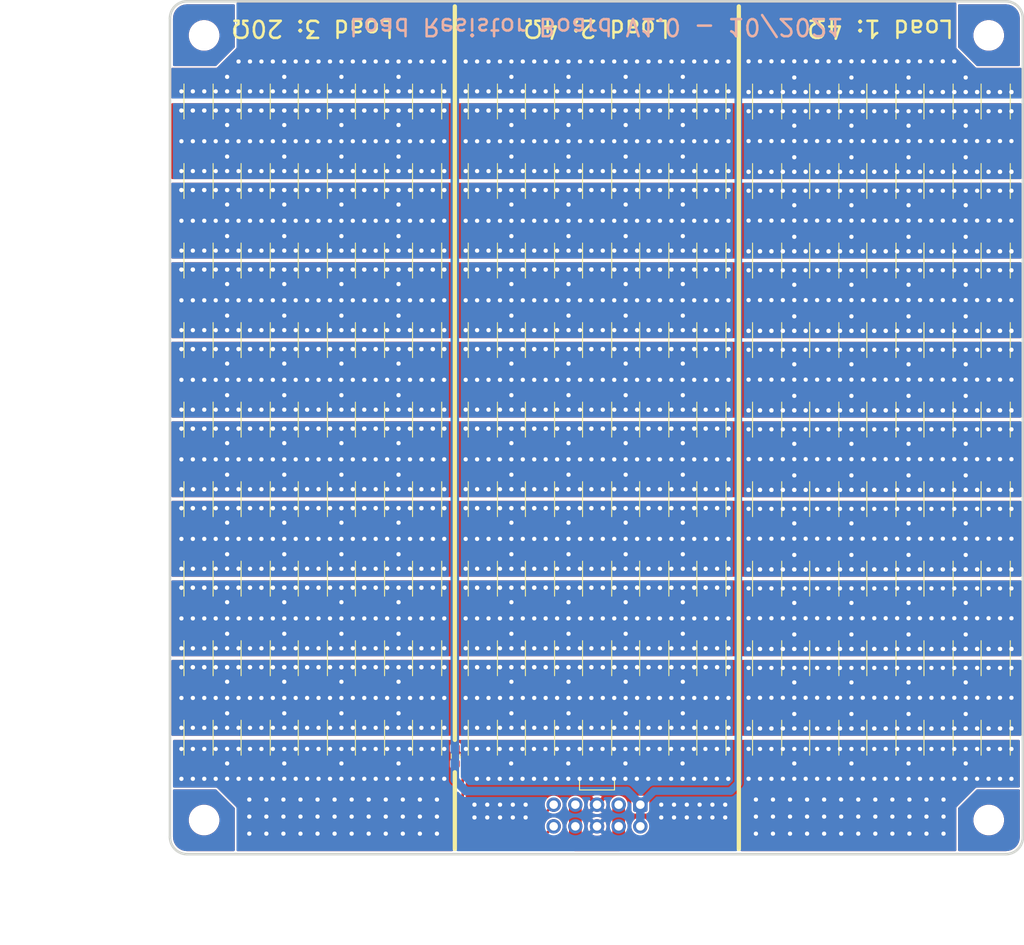
<source format=kicad_pcb>
(kicad_pcb (version 20171130) (host pcbnew "(5.1.10)-1")
  (layers (0 F.Cu signal) (31 B.Cu signal) (34 B.Paste user) (35 F.Paste user) (36 B.SilkS user) (37 F.SilkS user) (38 B.Mask user) (39 F.Mask user) (44 Edge.Cuts user))
  (net 0 "")
  (net 1 GND)
  (net 2 "Net-(J1-Pad9)")
  (net 3 /Load3)
  (net 4 /Load2)
  (net 5 /Load1)
  (net 6 /Vout)
  (net 7 /A1)
  (net 8 /A2)
  (net 9 /A3)
  (net 10 /A4)
  (net 11 /A5)
  (net 12 /A6)
  (net 13 /A7)
  (net 14 /A8)
  (net 15 /B1)
  (net 16 /B2)
  (net 17 /B3)
  (net 18 /B4)
  (net 19 /B5)
  (net 20 /B6)
  (net 21 /B7)
  (net 22 /B8)
  (net 23 /C1)
  (net 24 /C2)
  (net 25 /C3)
  (net 26 /C4)
  (net 27 /C5)
  (net 28 /C6)
  (net 29 /C7)
  (net 30 /C8)
  (net 31 "Net-(R210-Pad1)")
  (net 32 "Net-(R219-Pad1)")
  (net 33 "Net-(R228-Pad1)")
  (module Resistor_SMD:R_2512_6332Metric (layer F.Cu) (at 146.816666 136.35 270)
    (fp_text reference R345 hide)
    (fp_text value 3)
    (pad 2 smd roundrect (at 2.9 0 270) (size 1.35 3.35) (layers F.Cu F.Paste F.Mask) (roundrect_rratio 0.185185) (net 5 /Load1))
    (pad 1 smd roundrect (at -2.9 0 270) (size 1.35 3.35) (layers F.Cu F.Paste F.Mask) (roundrect_rratio 0.185185) (net 30 /C8))
  )
  (module Resistor_SMD:R_2512_6332Metric (layer F.Cu) (at 146.816666 127.025 270)
    (fp_text reference R344 hide)
    (fp_text value 3)
    (pad 2 smd roundrect (at 2.9 0 270) (size 1.35 3.35) (layers F.Cu F.Paste F.Mask) (roundrect_rratio 0.185185) (net 30 /C8))
    (pad 1 smd roundrect (at -2.9 0 270) (size 1.35 3.35) (layers F.Cu F.Paste F.Mask) (roundrect_rratio 0.185185) (net 29 /C7))
  )
  (module Resistor_SMD:R_2512_6332Metric (layer F.Cu) (at 146.816666 117.7 270)
    (fp_text reference R343 hide)
    (fp_text value 3)
    (pad 2 smd roundrect (at 2.9 0 270) (size 1.35 3.35) (layers F.Cu F.Paste F.Mask) (roundrect_rratio 0.185185) (net 29 /C7))
    (pad 1 smd roundrect (at -2.9 0 270) (size 1.35 3.35) (layers F.Cu F.Paste F.Mask) (roundrect_rratio 0.185185) (net 28 /C6))
  )
  (module Resistor_SMD:R_2512_6332Metric (layer F.Cu) (at 146.816666 108.375 270)
    (fp_text reference R342 hide)
    (fp_text value 3)
    (pad 2 smd roundrect (at 2.9 0 270) (size 1.35 3.35) (layers F.Cu F.Paste F.Mask) (roundrect_rratio 0.185185) (net 28 /C6))
    (pad 1 smd roundrect (at -2.9 0 270) (size 1.35 3.35) (layers F.Cu F.Paste F.Mask) (roundrect_rratio 0.185185) (net 27 /C5))
  )
  (module Resistor_SMD:R_2512_6332Metric (layer F.Cu) (at 146.816666 99.05 270)
    (fp_text reference R341 hide)
    (fp_text value 3)
    (pad 2 smd roundrect (at 2.9 0 270) (size 1.35 3.35) (layers F.Cu F.Paste F.Mask) (roundrect_rratio 0.185185) (net 27 /C5))
    (pad 1 smd roundrect (at -2.9 0 270) (size 1.35 3.35) (layers F.Cu F.Paste F.Mask) (roundrect_rratio 0.185185) (net 26 /C4))
  )
  (module Resistor_SMD:R_2512_6332Metric (layer F.Cu) (at 146.816666 89.725 270)
    (fp_text reference R340 hide)
    (fp_text value 3)
    (pad 2 smd roundrect (at 2.9 0 270) (size 1.35 3.35) (layers F.Cu F.Paste F.Mask) (roundrect_rratio 0.185185) (net 26 /C4))
    (pad 1 smd roundrect (at -2.9 0 270) (size 1.35 3.35) (layers F.Cu F.Paste F.Mask) (roundrect_rratio 0.185185) (net 25 /C3))
  )
  (module Resistor_SMD:R_2512_6332Metric (layer F.Cu) (at 146.816666 80.4 270)
    (fp_text reference R339 hide)
    (fp_text value 3)
    (pad 2 smd roundrect (at 2.9 0 270) (size 1.35 3.35) (layers F.Cu F.Paste F.Mask) (roundrect_rratio 0.185185) (net 25 /C3))
    (pad 1 smd roundrect (at -2.9 0 270) (size 1.35 3.35) (layers F.Cu F.Paste F.Mask) (roundrect_rratio 0.185185) (net 24 /C2))
  )
  (module Resistor_SMD:R_2512_6332Metric (layer F.Cu) (at 146.816666 71.075 270)
    (fp_text reference R338 hide)
    (fp_text value 3)
    (pad 2 smd roundrect (at 2.9 0 270) (size 1.35 3.35) (layers F.Cu F.Paste F.Mask) (roundrect_rratio 0.185185) (net 24 /C2))
    (pad 1 smd roundrect (at -2.9 0 270) (size 1.35 3.35) (layers F.Cu F.Paste F.Mask) (roundrect_rratio 0.185185) (net 23 /C1))
  )
  (module Resistor_SMD:R_2512_6332Metric (layer F.Cu) (at 146.816666 61.75 270)
    (fp_text reference R337 hide)
    (fp_text value 3)
    (pad 2 smd roundrect (at 2.9 0 270) (size 1.35 3.35) (layers F.Cu F.Paste F.Mask) (roundrect_rratio 0.185185) (net 23 /C1))
    (pad 1 smd roundrect (at -2.9 0 270) (size 1.35 3.35) (layers F.Cu F.Paste F.Mask) (roundrect_rratio 0.185185) (net 6 /Vout))
  )
  (module Resistor_SMD:R_2512_6332Metric (layer F.Cu) (at 140.116666 136.35 270)
    (fp_text reference R336 hide)
    (fp_text value 3)
    (pad 2 smd roundrect (at 2.9 0 270) (size 1.35 3.35) (layers F.Cu F.Paste F.Mask) (roundrect_rratio 0.185185) (net 5 /Load1))
    (pad 1 smd roundrect (at -2.9 0 270) (size 1.35 3.35) (layers F.Cu F.Paste F.Mask) (roundrect_rratio 0.185185) (net 30 /C8))
  )
  (module Resistor_SMD:R_2512_6332Metric (layer F.Cu) (at 140.116666 127.025 270)
    (fp_text reference R335 hide)
    (fp_text value 3)
    (pad 2 smd roundrect (at 2.9 0 270) (size 1.35 3.35) (layers F.Cu F.Paste F.Mask) (roundrect_rratio 0.185185) (net 30 /C8))
    (pad 1 smd roundrect (at -2.9 0 270) (size 1.35 3.35) (layers F.Cu F.Paste F.Mask) (roundrect_rratio 0.185185) (net 29 /C7))
  )
  (module Resistor_SMD:R_2512_6332Metric (layer F.Cu) (at 140.116666 117.7 270)
    (fp_text reference R334 hide)
    (fp_text value 3)
    (pad 2 smd roundrect (at 2.9 0 270) (size 1.35 3.35) (layers F.Cu F.Paste F.Mask) (roundrect_rratio 0.185185) (net 29 /C7))
    (pad 1 smd roundrect (at -2.9 0 270) (size 1.35 3.35) (layers F.Cu F.Paste F.Mask) (roundrect_rratio 0.185185) (net 28 /C6))
  )
  (module Resistor_SMD:R_2512_6332Metric (layer F.Cu) (at 140.116666 108.375 270)
    (fp_text reference R333 hide)
    (fp_text value 3)
    (pad 2 smd roundrect (at 2.9 0 270) (size 1.35 3.35) (layers F.Cu F.Paste F.Mask) (roundrect_rratio 0.185185) (net 28 /C6))
    (pad 1 smd roundrect (at -2.9 0 270) (size 1.35 3.35) (layers F.Cu F.Paste F.Mask) (roundrect_rratio 0.185185) (net 27 /C5))
  )
  (module Resistor_SMD:R_2512_6332Metric (layer F.Cu) (at 140.116666 99.05 270)
    (fp_text reference R332 hide)
    (fp_text value 3)
    (pad 2 smd roundrect (at 2.9 0 270) (size 1.35 3.35) (layers F.Cu F.Paste F.Mask) (roundrect_rratio 0.185185) (net 27 /C5))
    (pad 1 smd roundrect (at -2.9 0 270) (size 1.35 3.35) (layers F.Cu F.Paste F.Mask) (roundrect_rratio 0.185185) (net 26 /C4))
  )
  (module Resistor_SMD:R_2512_6332Metric (layer F.Cu) (at 140.116666 89.725 270)
    (fp_text reference R331 hide)
    (fp_text value 3)
    (pad 2 smd roundrect (at 2.9 0 270) (size 1.35 3.35) (layers F.Cu F.Paste F.Mask) (roundrect_rratio 0.185185) (net 26 /C4))
    (pad 1 smd roundrect (at -2.9 0 270) (size 1.35 3.35) (layers F.Cu F.Paste F.Mask) (roundrect_rratio 0.185185) (net 25 /C3))
  )
  (module Resistor_SMD:R_2512_6332Metric (layer F.Cu) (at 140.116666 80.4 270)
    (fp_text reference R330 hide)
    (fp_text value 3)
    (pad 2 smd roundrect (at 2.9 0 270) (size 1.35 3.35) (layers F.Cu F.Paste F.Mask) (roundrect_rratio 0.185185) (net 25 /C3))
    (pad 1 smd roundrect (at -2.9 0 270) (size 1.35 3.35) (layers F.Cu F.Paste F.Mask) (roundrect_rratio 0.185185) (net 24 /C2))
  )
  (module Resistor_SMD:R_2512_6332Metric (layer F.Cu) (at 140.116666 71.075 270)
    (fp_text reference R329 hide)
    (fp_text value 3)
    (pad 2 smd roundrect (at 2.9 0 270) (size 1.35 3.35) (layers F.Cu F.Paste F.Mask) (roundrect_rratio 0.185185) (net 24 /C2))
    (pad 1 smd roundrect (at -2.9 0 270) (size 1.35 3.35) (layers F.Cu F.Paste F.Mask) (roundrect_rratio 0.185185) (net 23 /C1))
  )
  (module Resistor_SMD:R_2512_6332Metric (layer F.Cu) (at 140.116666 61.75 270)
    (fp_text reference R328 hide)
    (fp_text value 3)
    (pad 2 smd roundrect (at 2.9 0 270) (size 1.35 3.35) (layers F.Cu F.Paste F.Mask) (roundrect_rratio 0.185185) (net 23 /C1))
    (pad 1 smd roundrect (at -2.9 0 270) (size 1.35 3.35) (layers F.Cu F.Paste F.Mask) (roundrect_rratio 0.185185) (net 6 /Vout))
  )
  (module Resistor_SMD:R_2512_6332Metric (layer F.Cu) (at 133.416666 136.35 270)
    (fp_text reference R327 hide)
    (fp_text value 3)
    (pad 2 smd roundrect (at 2.9 0 270) (size 1.35 3.35) (layers F.Cu F.Paste F.Mask) (roundrect_rratio 0.185185) (net 5 /Load1))
    (pad 1 smd roundrect (at -2.9 0 270) (size 1.35 3.35) (layers F.Cu F.Paste F.Mask) (roundrect_rratio 0.185185) (net 30 /C8))
  )
  (module Resistor_SMD:R_2512_6332Metric (layer F.Cu) (at 133.416666 127.025 270)
    (fp_text reference R326 hide)
    (fp_text value 3)
    (pad 2 smd roundrect (at 2.9 0 270) (size 1.35 3.35) (layers F.Cu F.Paste F.Mask) (roundrect_rratio 0.185185) (net 30 /C8))
    (pad 1 smd roundrect (at -2.9 0 270) (size 1.35 3.35) (layers F.Cu F.Paste F.Mask) (roundrect_rratio 0.185185) (net 29 /C7))
  )
  (module Resistor_SMD:R_2512_6332Metric (layer F.Cu) (at 133.416666 117.7 270)
    (fp_text reference R325 hide)
    (fp_text value 3)
    (pad 2 smd roundrect (at 2.9 0 270) (size 1.35 3.35) (layers F.Cu F.Paste F.Mask) (roundrect_rratio 0.185185) (net 29 /C7))
    (pad 1 smd roundrect (at -2.9 0 270) (size 1.35 3.35) (layers F.Cu F.Paste F.Mask) (roundrect_rratio 0.185185) (net 28 /C6))
  )
  (module Resistor_SMD:R_2512_6332Metric (layer F.Cu) (at 133.416666 108.375 270)
    (fp_text reference R324 hide)
    (fp_text value 3)
    (pad 2 smd roundrect (at 2.9 0 270) (size 1.35 3.35) (layers F.Cu F.Paste F.Mask) (roundrect_rratio 0.185185) (net 28 /C6))
    (pad 1 smd roundrect (at -2.9 0 270) (size 1.35 3.35) (layers F.Cu F.Paste F.Mask) (roundrect_rratio 0.185185) (net 27 /C5))
  )
  (module Resistor_SMD:R_2512_6332Metric (layer F.Cu) (at 133.416666 99.05 270)
    (fp_text reference R323 hide)
    (fp_text value 3)
    (pad 2 smd roundrect (at 2.9 0 270) (size 1.35 3.35) (layers F.Cu F.Paste F.Mask) (roundrect_rratio 0.185185) (net 27 /C5))
    (pad 1 smd roundrect (at -2.9 0 270) (size 1.35 3.35) (layers F.Cu F.Paste F.Mask) (roundrect_rratio 0.185185) (net 26 /C4))
  )
  (module Resistor_SMD:R_2512_6332Metric (layer F.Cu) (at 133.416666 89.725 270)
    (fp_text reference R322 hide)
    (fp_text value 3)
    (pad 2 smd roundrect (at 2.9 0 270) (size 1.35 3.35) (layers F.Cu F.Paste F.Mask) (roundrect_rratio 0.185185) (net 26 /C4))
    (pad 1 smd roundrect (at -2.9 0 270) (size 1.35 3.35) (layers F.Cu F.Paste F.Mask) (roundrect_rratio 0.185185) (net 25 /C3))
  )
  (module Resistor_SMD:R_2512_6332Metric (layer F.Cu) (at 133.416666 80.4 270)
    (fp_text reference R321 hide)
    (fp_text value 3)
    (pad 2 smd roundrect (at 2.9 0 270) (size 1.35 3.35) (layers F.Cu F.Paste F.Mask) (roundrect_rratio 0.185185) (net 25 /C3))
    (pad 1 smd roundrect (at -2.9 0 270) (size 1.35 3.35) (layers F.Cu F.Paste F.Mask) (roundrect_rratio 0.185185) (net 24 /C2))
  )
  (module Resistor_SMD:R_2512_6332Metric (layer F.Cu) (at 133.416666 71.075 270)
    (fp_text reference R320 hide)
    (fp_text value 3)
    (pad 2 smd roundrect (at 2.9 0 270) (size 1.35 3.35) (layers F.Cu F.Paste F.Mask) (roundrect_rratio 0.185185) (net 24 /C2))
    (pad 1 smd roundrect (at -2.9 0 270) (size 1.35 3.35) (layers F.Cu F.Paste F.Mask) (roundrect_rratio 0.185185) (net 23 /C1))
  )
  (module Resistor_SMD:R_2512_6332Metric (layer F.Cu) (at 133.416666 61.75 270)
    (fp_text reference R319 hide)
    (fp_text value 3)
    (pad 2 smd roundrect (at 2.9 0 270) (size 1.35 3.35) (layers F.Cu F.Paste F.Mask) (roundrect_rratio 0.185185) (net 23 /C1))
    (pad 1 smd roundrect (at -2.9 0 270) (size 1.35 3.35) (layers F.Cu F.Paste F.Mask) (roundrect_rratio 0.185185) (net 6 /Vout))
  )
  (module Resistor_SMD:R_2512_6332Metric (layer F.Cu) (at 126.716666 136.35 270)
    (fp_text reference R318 hide)
    (fp_text value 3)
    (pad 2 smd roundrect (at 2.9 0 270) (size 1.35 3.35) (layers F.Cu F.Paste F.Mask) (roundrect_rratio 0.185185) (net 5 /Load1))
    (pad 1 smd roundrect (at -2.9 0 270) (size 1.35 3.35) (layers F.Cu F.Paste F.Mask) (roundrect_rratio 0.185185) (net 30 /C8))
  )
  (module Resistor_SMD:R_2512_6332Metric (layer F.Cu) (at 126.716666 127.025 270)
    (fp_text reference R317 hide)
    (fp_text value 3)
    (pad 2 smd roundrect (at 2.9 0 270) (size 1.35 3.35) (layers F.Cu F.Paste F.Mask) (roundrect_rratio 0.185185) (net 30 /C8))
    (pad 1 smd roundrect (at -2.9 0 270) (size 1.35 3.35) (layers F.Cu F.Paste F.Mask) (roundrect_rratio 0.185185) (net 29 /C7))
  )
  (module Resistor_SMD:R_2512_6332Metric (layer F.Cu) (at 126.716666 117.7 270)
    (fp_text reference R316 hide)
    (fp_text value 3)
    (pad 2 smd roundrect (at 2.9 0 270) (size 1.35 3.35) (layers F.Cu F.Paste F.Mask) (roundrect_rratio 0.185185) (net 29 /C7))
    (pad 1 smd roundrect (at -2.9 0 270) (size 1.35 3.35) (layers F.Cu F.Paste F.Mask) (roundrect_rratio 0.185185) (net 28 /C6))
  )
  (module Resistor_SMD:R_2512_6332Metric (layer F.Cu) (at 126.716666 108.375 270)
    (fp_text reference R315 hide)
    (fp_text value 3)
    (pad 2 smd roundrect (at 2.9 0 270) (size 1.35 3.35) (layers F.Cu F.Paste F.Mask) (roundrect_rratio 0.185185) (net 28 /C6))
    (pad 1 smd roundrect (at -2.9 0 270) (size 1.35 3.35) (layers F.Cu F.Paste F.Mask) (roundrect_rratio 0.185185) (net 27 /C5))
  )
  (module Resistor_SMD:R_2512_6332Metric (layer F.Cu) (at 126.716666 99.05 270)
    (fp_text reference R314 hide)
    (fp_text value 3)
    (pad 2 smd roundrect (at 2.9 0 270) (size 1.35 3.35) (layers F.Cu F.Paste F.Mask) (roundrect_rratio 0.185185) (net 27 /C5))
    (pad 1 smd roundrect (at -2.9 0 270) (size 1.35 3.35) (layers F.Cu F.Paste F.Mask) (roundrect_rratio 0.185185) (net 26 /C4))
  )
  (module Resistor_SMD:R_2512_6332Metric (layer F.Cu) (at 126.716666 89.725 270)
    (fp_text reference R313 hide)
    (fp_text value 3)
    (pad 2 smd roundrect (at 2.9 0 270) (size 1.35 3.35) (layers F.Cu F.Paste F.Mask) (roundrect_rratio 0.185185) (net 26 /C4))
    (pad 1 smd roundrect (at -2.9 0 270) (size 1.35 3.35) (layers F.Cu F.Paste F.Mask) (roundrect_rratio 0.185185) (net 25 /C3))
  )
  (module Resistor_SMD:R_2512_6332Metric (layer F.Cu) (at 126.716666 80.4 270)
    (fp_text reference R312 hide)
    (fp_text value 3)
    (pad 2 smd roundrect (at 2.9 0 270) (size 1.35 3.35) (layers F.Cu F.Paste F.Mask) (roundrect_rratio 0.185185) (net 25 /C3))
    (pad 1 smd roundrect (at -2.9 0 270) (size 1.35 3.35) (layers F.Cu F.Paste F.Mask) (roundrect_rratio 0.185185) (net 24 /C2))
  )
  (module Resistor_SMD:R_2512_6332Metric (layer F.Cu) (at 126.716666 71.075 270)
    (fp_text reference R311 hide)
    (fp_text value 3)
    (pad 2 smd roundrect (at 2.9 0 270) (size 1.35 3.35) (layers F.Cu F.Paste F.Mask) (roundrect_rratio 0.185185) (net 24 /C2))
    (pad 1 smd roundrect (at -2.9 0 270) (size 1.35 3.35) (layers F.Cu F.Paste F.Mask) (roundrect_rratio 0.185185) (net 23 /C1))
  )
  (module Resistor_SMD:R_2512_6332Metric (layer F.Cu) (at 126.716666 61.75 270)
    (fp_text reference R310 hide)
    (fp_text value 3)
    (pad 2 smd roundrect (at 2.9 0 270) (size 1.35 3.35) (layers F.Cu F.Paste F.Mask) (roundrect_rratio 0.185185) (net 23 /C1))
    (pad 1 smd roundrect (at -2.9 0 270) (size 1.35 3.35) (layers F.Cu F.Paste F.Mask) (roundrect_rratio 0.185185) (net 6 /Vout))
  )
  (module Resistor_SMD:R_2512_6332Metric (layer F.Cu) (at 120.016666 136.35 270)
    (fp_text reference R309 hide)
    (fp_text value 3)
    (pad 2 smd roundrect (at 2.9 0 270) (size 1.35 3.35) (layers F.Cu F.Paste F.Mask) (roundrect_rratio 0.185185) (net 5 /Load1))
    (pad 1 smd roundrect (at -2.9 0 270) (size 1.35 3.35) (layers F.Cu F.Paste F.Mask) (roundrect_rratio 0.185185) (net 30 /C8))
  )
  (module Resistor_SMD:R_2512_6332Metric (layer F.Cu) (at 120.016666 127.025 270)
    (fp_text reference R308 hide)
    (fp_text value 3)
    (pad 2 smd roundrect (at 2.9 0 270) (size 1.35 3.35) (layers F.Cu F.Paste F.Mask) (roundrect_rratio 0.185185) (net 30 /C8))
    (pad 1 smd roundrect (at -2.9 0 270) (size 1.35 3.35) (layers F.Cu F.Paste F.Mask) (roundrect_rratio 0.185185) (net 29 /C7))
  )
  (module Resistor_SMD:R_2512_6332Metric (layer F.Cu) (at 120.016666 117.7 270)
    (fp_text reference R307 hide)
    (fp_text value 3)
    (pad 2 smd roundrect (at 2.9 0 270) (size 1.35 3.35) (layers F.Cu F.Paste F.Mask) (roundrect_rratio 0.185185) (net 29 /C7))
    (pad 1 smd roundrect (at -2.9 0 270) (size 1.35 3.35) (layers F.Cu F.Paste F.Mask) (roundrect_rratio 0.185185) (net 28 /C6))
  )
  (module Resistor_SMD:R_2512_6332Metric (layer F.Cu) (at 120.016666 108.375 270)
    (fp_text reference R306 hide)
    (fp_text value 3)
    (pad 2 smd roundrect (at 2.9 0 270) (size 1.35 3.35) (layers F.Cu F.Paste F.Mask) (roundrect_rratio 0.185185) (net 28 /C6))
    (pad 1 smd roundrect (at -2.9 0 270) (size 1.35 3.35) (layers F.Cu F.Paste F.Mask) (roundrect_rratio 0.185185) (net 27 /C5))
  )
  (module Resistor_SMD:R_2512_6332Metric (layer F.Cu) (at 120.016666 99.05 270)
    (fp_text reference R305 hide)
    (fp_text value 3)
    (pad 2 smd roundrect (at 2.9 0 270) (size 1.35 3.35) (layers F.Cu F.Paste F.Mask) (roundrect_rratio 0.185185) (net 27 /C5))
    (pad 1 smd roundrect (at -2.9 0 270) (size 1.35 3.35) (layers F.Cu F.Paste F.Mask) (roundrect_rratio 0.185185) (net 26 /C4))
  )
  (module Resistor_SMD:R_2512_6332Metric (layer F.Cu) (at 120.016666 89.725 270)
    (fp_text reference R304 hide)
    (fp_text value 3)
    (pad 2 smd roundrect (at 2.9 0 270) (size 1.35 3.35) (layers F.Cu F.Paste F.Mask) (roundrect_rratio 0.185185) (net 26 /C4))
    (pad 1 smd roundrect (at -2.9 0 270) (size 1.35 3.35) (layers F.Cu F.Paste F.Mask) (roundrect_rratio 0.185185) (net 25 /C3))
  )
  (module Resistor_SMD:R_2512_6332Metric (layer F.Cu) (at 120.016666 80.4 270)
    (fp_text reference R303 hide)
    (fp_text value 3)
    (pad 2 smd roundrect (at 2.9 0 270) (size 1.35 3.35) (layers F.Cu F.Paste F.Mask) (roundrect_rratio 0.185185) (net 25 /C3))
    (pad 1 smd roundrect (at -2.9 0 270) (size 1.35 3.35) (layers F.Cu F.Paste F.Mask) (roundrect_rratio 0.185185) (net 24 /C2))
  )
  (module Resistor_SMD:R_2512_6332Metric (layer F.Cu) (at 120.016666 71.075 270)
    (fp_text reference R302 hide)
    (fp_text value 3)
    (pad 2 smd roundrect (at 2.9 0 270) (size 1.35 3.35) (layers F.Cu F.Paste F.Mask) (roundrect_rratio 0.185185) (net 24 /C2))
    (pad 1 smd roundrect (at -2.9 0 270) (size 1.35 3.35) (layers F.Cu F.Paste F.Mask) (roundrect_rratio 0.185185) (net 23 /C1))
  )
  (module Resistor_SMD:R_2512_6332Metric (layer F.Cu) (at 120.016666 61.75 270)
    (fp_text reference R301 hide)
    (fp_text value 3)
    (pad 2 smd roundrect (at 2.9 0 270) (size 1.35 3.35) (layers F.Cu F.Paste F.Mask) (roundrect_rratio 0.185185) (net 23 /C1))
    (pad 1 smd roundrect (at -2.9 0 270) (size 1.35 3.35) (layers F.Cu F.Paste F.Mask) (roundrect_rratio 0.185185) (net 6 /Vout))
  )
  (module Resistor_SMD:R_2512_6332Metric (layer F.Cu) (at 113.483333 136.35 270)
    (fp_text reference R245 hide)
    (fp_text value 2)
    (pad 2 smd roundrect (at 2.9 0 270) (size 1.35 3.35) (layers F.Cu F.Paste F.Mask) (roundrect_rratio 0.185185) (net 4 /Load2))
    (pad 1 smd roundrect (at -2.9 0 270) (size 1.35 3.35) (layers F.Cu F.Paste F.Mask) (roundrect_rratio 0.185185) (net 22 /B8))
  )
  (module Resistor_SMD:R_2512_6332Metric (layer F.Cu) (at 113.483333 127.025 270)
    (fp_text reference R244 hide)
    (fp_text value 2)
    (pad 2 smd roundrect (at 2.9 0 270) (size 1.35 3.35) (layers F.Cu F.Paste F.Mask) (roundrect_rratio 0.185185) (net 22 /B8))
    (pad 1 smd roundrect (at -2.9 0 270) (size 1.35 3.35) (layers F.Cu F.Paste F.Mask) (roundrect_rratio 0.185185) (net 21 /B7))
  )
  (module Resistor_SMD:R_2512_6332Metric (layer F.Cu) (at 113.483333 117.7 270)
    (fp_text reference R243 hide)
    (fp_text value 2)
    (pad 2 smd roundrect (at 2.9 0 270) (size 1.35 3.35) (layers F.Cu F.Paste F.Mask) (roundrect_rratio 0.185185) (net 21 /B7))
    (pad 1 smd roundrect (at -2.9 0 270) (size 1.35 3.35) (layers F.Cu F.Paste F.Mask) (roundrect_rratio 0.185185) (net 20 /B6))
  )
  (module Resistor_SMD:R_2512_6332Metric (layer F.Cu) (at 113.483333 108.375 270)
    (fp_text reference R242 hide)
    (fp_text value 2)
    (pad 2 smd roundrect (at 2.9 0 270) (size 1.35 3.35) (layers F.Cu F.Paste F.Mask) (roundrect_rratio 0.185185) (net 20 /B6))
    (pad 1 smd roundrect (at -2.9 0 270) (size 1.35 3.35) (layers F.Cu F.Paste F.Mask) (roundrect_rratio 0.185185) (net 19 /B5))
  )
  (module Resistor_SMD:R_2512_6332Metric (layer F.Cu) (at 113.483333 99.05 270)
    (fp_text reference R241 hide)
    (fp_text value 2)
    (pad 2 smd roundrect (at 2.9 0 270) (size 1.35 3.35) (layers F.Cu F.Paste F.Mask) (roundrect_rratio 0.185185) (net 19 /B5))
    (pad 1 smd roundrect (at -2.9 0 270) (size 1.35 3.35) (layers F.Cu F.Paste F.Mask) (roundrect_rratio 0.185185) (net 18 /B4))
  )
  (module Resistor_SMD:R_2512_6332Metric (layer F.Cu) (at 113.483333 89.725 270)
    (fp_text reference R240 hide)
    (fp_text value 2)
    (pad 2 smd roundrect (at 2.9 0 270) (size 1.35 3.35) (layers F.Cu F.Paste F.Mask) (roundrect_rratio 0.185185) (net 18 /B4))
    (pad 1 smd roundrect (at -2.9 0 270) (size 1.35 3.35) (layers F.Cu F.Paste F.Mask) (roundrect_rratio 0.185185) (net 17 /B3))
  )
  (module Resistor_SMD:R_2512_6332Metric (layer F.Cu) (at 113.483333 80.4 270)
    (fp_text reference R239 hide)
    (fp_text value 2)
    (pad 2 smd roundrect (at 2.9 0 270) (size 1.35 3.35) (layers F.Cu F.Paste F.Mask) (roundrect_rratio 0.185185) (net 17 /B3))
    (pad 1 smd roundrect (at -2.9 0 270) (size 1.35 3.35) (layers F.Cu F.Paste F.Mask) (roundrect_rratio 0.185185) (net 16 /B2))
  )
  (module Resistor_SMD:R_2512_6332Metric (layer F.Cu) (at 113.483333 71.075 270)
    (fp_text reference R238 hide)
    (fp_text value 2)
    (pad 2 smd roundrect (at 2.9 0 270) (size 1.35 3.35) (layers F.Cu F.Paste F.Mask) (roundrect_rratio 0.185185) (net 16 /B2))
    (pad 1 smd roundrect (at -2.9 0 270) (size 1.35 3.35) (layers F.Cu F.Paste F.Mask) (roundrect_rratio 0.185185) (net 15 /B1))
  )
  (module Resistor_SMD:R_2512_6332Metric (layer F.Cu) (at 113.483333 61.75 270)
    (fp_text reference R237 hide)
    (fp_text value 2)
    (pad 2 smd roundrect (at 2.9 0 270) (size 1.35 3.35) (layers F.Cu F.Paste F.Mask) (roundrect_rratio 0.185185) (net 15 /B1))
    (pad 1 smd roundrect (at -2.9 0 270) (size 1.35 3.35) (layers F.Cu F.Paste F.Mask) (roundrect_rratio 0.185185) (net 6 /Vout))
  )
  (module Resistor_SMD:R_2512_6332Metric (layer F.Cu) (at 106.783333 136.35 270)
    (fp_text reference R236 hide)
    (fp_text value 2)
    (pad 2 smd roundrect (at 2.9 0 270) (size 1.35 3.35) (layers F.Cu F.Paste F.Mask) (roundrect_rratio 0.185185) (net 4 /Load2))
    (pad 1 smd roundrect (at -2.9 0 270) (size 1.35 3.35) (layers F.Cu F.Paste F.Mask) (roundrect_rratio 0.185185) (net 22 /B8))
  )
  (module Resistor_SMD:R_2512_6332Metric (layer F.Cu) (at 106.783333 127.025 270)
    (fp_text reference R235 hide)
    (fp_text value 2)
    (pad 2 smd roundrect (at 2.9 0 270) (size 1.35 3.35) (layers F.Cu F.Paste F.Mask) (roundrect_rratio 0.185185) (net 22 /B8))
    (pad 1 smd roundrect (at -2.9 0 270) (size 1.35 3.35) (layers F.Cu F.Paste F.Mask) (roundrect_rratio 0.185185) (net 21 /B7))
  )
  (module Resistor_SMD:R_2512_6332Metric (layer F.Cu) (at 106.783333 117.7 270)
    (fp_text reference R234 hide)
    (fp_text value 2)
    (pad 2 smd roundrect (at 2.9 0 270) (size 1.35 3.35) (layers F.Cu F.Paste F.Mask) (roundrect_rratio 0.185185) (net 21 /B7))
    (pad 1 smd roundrect (at -2.9 0 270) (size 1.35 3.35) (layers F.Cu F.Paste F.Mask) (roundrect_rratio 0.185185) (net 20 /B6))
  )
  (module Resistor_SMD:R_2512_6332Metric (layer F.Cu) (at 106.783333 108.375 270)
    (fp_text reference R233 hide)
    (fp_text value 2)
    (pad 2 smd roundrect (at 2.9 0 270) (size 1.35 3.35) (layers F.Cu F.Paste F.Mask) (roundrect_rratio 0.185185) (net 20 /B6))
    (pad 1 smd roundrect (at -2.9 0 270) (size 1.35 3.35) (layers F.Cu F.Paste F.Mask) (roundrect_rratio 0.185185) (net 19 /B5))
  )
  (module Resistor_SMD:R_2512_6332Metric (layer F.Cu) (at 106.783333 99.05 270)
    (fp_text reference R232 hide)
    (fp_text value 2)
    (pad 2 smd roundrect (at 2.9 0 270) (size 1.35 3.35) (layers F.Cu F.Paste F.Mask) (roundrect_rratio 0.185185) (net 19 /B5))
    (pad 1 smd roundrect (at -2.9 0 270) (size 1.35 3.35) (layers F.Cu F.Paste F.Mask) (roundrect_rratio 0.185185) (net 18 /B4))
  )
  (module Resistor_SMD:R_2512_6332Metric (layer F.Cu) (at 106.783333 89.725 270)
    (fp_text reference R231 hide)
    (fp_text value 2)
    (pad 2 smd roundrect (at 2.9 0 270) (size 1.35 3.35) (layers F.Cu F.Paste F.Mask) (roundrect_rratio 0.185185) (net 18 /B4))
    (pad 1 smd roundrect (at -2.9 0 270) (size 1.35 3.35) (layers F.Cu F.Paste F.Mask) (roundrect_rratio 0.185185) (net 17 /B3))
  )
  (module Resistor_SMD:R_2512_6332Metric (layer F.Cu) (at 106.783333 80.4 270)
    (fp_text reference R230 hide)
    (fp_text value 2)
    (pad 2 smd roundrect (at 2.9 0 270) (size 1.35 3.35) (layers F.Cu F.Paste F.Mask) (roundrect_rratio 0.185185) (net 17 /B3))
    (pad 1 smd roundrect (at -2.9 0 270) (size 1.35 3.35) (layers F.Cu F.Paste F.Mask) (roundrect_rratio 0.185185) (net 16 /B2))
  )
  (module Resistor_SMD:R_2512_6332Metric (layer F.Cu) (at 106.783333 71.075 270)
    (fp_text reference R229 hide)
    (fp_text value 2)
    (pad 2 smd roundrect (at 2.9 0 270) (size 1.35 3.35) (layers F.Cu F.Paste F.Mask) (roundrect_rratio 0.185185) (net 16 /B2))
    (pad 1 smd roundrect (at -2.9 0 270) (size 1.35 3.35) (layers F.Cu F.Paste F.Mask) (roundrect_rratio 0.185185) (net 15 /B1))
  )
  (module Resistor_SMD:R_2512_6332Metric (layer F.Cu) (at 106.783333 61.75 270)
    (fp_text reference R228 hide)
    (fp_text value 2)
    (pad 2 smd roundrect (at 2.9 0 270) (size 1.35 3.35) (layers F.Cu F.Paste F.Mask) (roundrect_rratio 0.185185) (net 15 /B1))
    (pad 1 smd roundrect (at -2.9 0 270) (size 1.35 3.35) (layers F.Cu F.Paste F.Mask) (roundrect_rratio 0.185185) (net 33 "Net-(R228-Pad1)"))
  )
  (module Resistor_SMD:R_2512_6332Metric (layer F.Cu) (at 100.083333 136.35 270)
    (fp_text reference R227 hide)
    (fp_text value 2)
    (pad 2 smd roundrect (at 2.9 0 270) (size 1.35 3.35) (layers F.Cu F.Paste F.Mask) (roundrect_rratio 0.185185) (net 4 /Load2))
    (pad 1 smd roundrect (at -2.9 0 270) (size 1.35 3.35) (layers F.Cu F.Paste F.Mask) (roundrect_rratio 0.185185) (net 22 /B8))
  )
  (module Resistor_SMD:R_2512_6332Metric (layer F.Cu) (at 100.083333 127.025 270)
    (fp_text reference R226 hide)
    (fp_text value 2)
    (pad 2 smd roundrect (at 2.9 0 270) (size 1.35 3.35) (layers F.Cu F.Paste F.Mask) (roundrect_rratio 0.185185) (net 22 /B8))
    (pad 1 smd roundrect (at -2.9 0 270) (size 1.35 3.35) (layers F.Cu F.Paste F.Mask) (roundrect_rratio 0.185185) (net 21 /B7))
  )
  (module Resistor_SMD:R_2512_6332Metric (layer F.Cu) (at 100.083333 117.7 270)
    (fp_text reference R225 hide)
    (fp_text value 2)
    (pad 2 smd roundrect (at 2.9 0 270) (size 1.35 3.35) (layers F.Cu F.Paste F.Mask) (roundrect_rratio 0.185185) (net 21 /B7))
    (pad 1 smd roundrect (at -2.9 0 270) (size 1.35 3.35) (layers F.Cu F.Paste F.Mask) (roundrect_rratio 0.185185) (net 20 /B6))
  )
  (module Resistor_SMD:R_2512_6332Metric (layer F.Cu) (at 100.083333 108.375 270)
    (fp_text reference R224 hide)
    (fp_text value 2)
    (pad 2 smd roundrect (at 2.9 0 270) (size 1.35 3.35) (layers F.Cu F.Paste F.Mask) (roundrect_rratio 0.185185) (net 20 /B6))
    (pad 1 smd roundrect (at -2.9 0 270) (size 1.35 3.35) (layers F.Cu F.Paste F.Mask) (roundrect_rratio 0.185185) (net 19 /B5))
  )
  (module Resistor_SMD:R_2512_6332Metric (layer F.Cu) (at 100.083333 99.05 270)
    (fp_text reference R223 hide)
    (fp_text value 2)
    (pad 2 smd roundrect (at 2.9 0 270) (size 1.35 3.35) (layers F.Cu F.Paste F.Mask) (roundrect_rratio 0.185185) (net 19 /B5))
    (pad 1 smd roundrect (at -2.9 0 270) (size 1.35 3.35) (layers F.Cu F.Paste F.Mask) (roundrect_rratio 0.185185) (net 18 /B4))
  )
  (module Resistor_SMD:R_2512_6332Metric (layer F.Cu) (at 100.083333 89.725 270)
    (fp_text reference R222 hide)
    (fp_text value 2)
    (pad 2 smd roundrect (at 2.9 0 270) (size 1.35 3.35) (layers F.Cu F.Paste F.Mask) (roundrect_rratio 0.185185) (net 18 /B4))
    (pad 1 smd roundrect (at -2.9 0 270) (size 1.35 3.35) (layers F.Cu F.Paste F.Mask) (roundrect_rratio 0.185185) (net 17 /B3))
  )
  (module Resistor_SMD:R_2512_6332Metric (layer F.Cu) (at 100.083333 80.4 270)
    (fp_text reference R221 hide)
    (fp_text value 2)
    (pad 2 smd roundrect (at 2.9 0 270) (size 1.35 3.35) (layers F.Cu F.Paste F.Mask) (roundrect_rratio 0.185185) (net 17 /B3))
    (pad 1 smd roundrect (at -2.9 0 270) (size 1.35 3.35) (layers F.Cu F.Paste F.Mask) (roundrect_rratio 0.185185) (net 16 /B2))
  )
  (module Resistor_SMD:R_2512_6332Metric (layer F.Cu) (at 100.083333 71.075 270)
    (fp_text reference R220 hide)
    (fp_text value 2)
    (pad 2 smd roundrect (at 2.9 0 270) (size 1.35 3.35) (layers F.Cu F.Paste F.Mask) (roundrect_rratio 0.185185) (net 16 /B2))
    (pad 1 smd roundrect (at -2.9 0 270) (size 1.35 3.35) (layers F.Cu F.Paste F.Mask) (roundrect_rratio 0.185185) (net 15 /B1))
  )
  (module Resistor_SMD:R_2512_6332Metric (layer F.Cu) (at 100.083333 61.75 270)
    (fp_text reference R219 hide)
    (fp_text value 2)
    (pad 2 smd roundrect (at 2.9 0 270) (size 1.35 3.35) (layers F.Cu F.Paste F.Mask) (roundrect_rratio 0.185185) (net 15 /B1))
    (pad 1 smd roundrect (at -2.9 0 270) (size 1.35 3.35) (layers F.Cu F.Paste F.Mask) (roundrect_rratio 0.185185) (net 32 "Net-(R219-Pad1)"))
  )
  (module Resistor_SMD:R_2512_6332Metric (layer F.Cu) (at 93.383333 136.35 270)
    (fp_text reference R218 hide)
    (fp_text value 2)
    (pad 2 smd roundrect (at 2.9 0 270) (size 1.35 3.35) (layers F.Cu F.Paste F.Mask) (roundrect_rratio 0.185185) (net 4 /Load2))
    (pad 1 smd roundrect (at -2.9 0 270) (size 1.35 3.35) (layers F.Cu F.Paste F.Mask) (roundrect_rratio 0.185185) (net 22 /B8))
  )
  (module Resistor_SMD:R_2512_6332Metric (layer F.Cu) (at 93.383333 127.025 270)
    (fp_text reference R217 hide)
    (fp_text value 2)
    (pad 2 smd roundrect (at 2.9 0 270) (size 1.35 3.35) (layers F.Cu F.Paste F.Mask) (roundrect_rratio 0.185185) (net 22 /B8))
    (pad 1 smd roundrect (at -2.9 0 270) (size 1.35 3.35) (layers F.Cu F.Paste F.Mask) (roundrect_rratio 0.185185) (net 21 /B7))
  )
  (module Resistor_SMD:R_2512_6332Metric (layer F.Cu) (at 93.383333 117.7 270)
    (fp_text reference R216 hide)
    (fp_text value 2)
    (pad 2 smd roundrect (at 2.9 0 270) (size 1.35 3.35) (layers F.Cu F.Paste F.Mask) (roundrect_rratio 0.185185) (net 21 /B7))
    (pad 1 smd roundrect (at -2.9 0 270) (size 1.35 3.35) (layers F.Cu F.Paste F.Mask) (roundrect_rratio 0.185185) (net 20 /B6))
  )
  (module Resistor_SMD:R_2512_6332Metric (layer F.Cu) (at 93.383333 108.375 270)
    (fp_text reference R215 hide)
    (fp_text value 2)
    (pad 2 smd roundrect (at 2.9 0 270) (size 1.35 3.35) (layers F.Cu F.Paste F.Mask) (roundrect_rratio 0.185185) (net 20 /B6))
    (pad 1 smd roundrect (at -2.9 0 270) (size 1.35 3.35) (layers F.Cu F.Paste F.Mask) (roundrect_rratio 0.185185) (net 19 /B5))
  )
  (module Resistor_SMD:R_2512_6332Metric (layer F.Cu) (at 93.383333 99.05 270)
    (fp_text reference R214 hide)
    (fp_text value 2)
    (pad 2 smd roundrect (at 2.9 0 270) (size 1.35 3.35) (layers F.Cu F.Paste F.Mask) (roundrect_rratio 0.185185) (net 19 /B5))
    (pad 1 smd roundrect (at -2.9 0 270) (size 1.35 3.35) (layers F.Cu F.Paste F.Mask) (roundrect_rratio 0.185185) (net 18 /B4))
  )
  (module Resistor_SMD:R_2512_6332Metric (layer F.Cu) (at 93.383333 89.725 270)
    (fp_text reference R213 hide)
    (fp_text value 2)
    (pad 2 smd roundrect (at 2.9 0 270) (size 1.35 3.35) (layers F.Cu F.Paste F.Mask) (roundrect_rratio 0.185185) (net 18 /B4))
    (pad 1 smd roundrect (at -2.9 0 270) (size 1.35 3.35) (layers F.Cu F.Paste F.Mask) (roundrect_rratio 0.185185) (net 17 /B3))
  )
  (module Resistor_SMD:R_2512_6332Metric (layer F.Cu) (at 93.383333 80.4 270)
    (fp_text reference R212 hide)
    (fp_text value 2)
    (pad 2 smd roundrect (at 2.9 0 270) (size 1.35 3.35) (layers F.Cu F.Paste F.Mask) (roundrect_rratio 0.185185) (net 17 /B3))
    (pad 1 smd roundrect (at -2.9 0 270) (size 1.35 3.35) (layers F.Cu F.Paste F.Mask) (roundrect_rratio 0.185185) (net 16 /B2))
  )
  (module Resistor_SMD:R_2512_6332Metric (layer F.Cu) (at 93.383333 71.075 270)
    (fp_text reference R211 hide)
    (fp_text value 2)
    (pad 2 smd roundrect (at 2.9 0 270) (size 1.35 3.35) (layers F.Cu F.Paste F.Mask) (roundrect_rratio 0.185185) (net 16 /B2))
    (pad 1 smd roundrect (at -2.9 0 270) (size 1.35 3.35) (layers F.Cu F.Paste F.Mask) (roundrect_rratio 0.185185) (net 15 /B1))
  )
  (module Resistor_SMD:R_2512_6332Metric (layer F.Cu) (at 93.383333 61.75 270)
    (fp_text reference R210 hide)
    (fp_text value 2)
    (pad 2 smd roundrect (at 2.9 0 270) (size 1.35 3.35) (layers F.Cu F.Paste F.Mask) (roundrect_rratio 0.185185) (net 15 /B1))
    (pad 1 smd roundrect (at -2.9 0 270) (size 1.35 3.35) (layers F.Cu F.Paste F.Mask) (roundrect_rratio 0.185185) (net 31 "Net-(R210-Pad1)"))
  )
  (module Resistor_SMD:R_2512_6332Metric (layer F.Cu) (at 86.683333 136.35 270)
    (fp_text reference R209 hide)
    (fp_text value 2)
    (pad 2 smd roundrect (at 2.9 0 270) (size 1.35 3.35) (layers F.Cu F.Paste F.Mask) (roundrect_rratio 0.185185) (net 4 /Load2))
    (pad 1 smd roundrect (at -2.9 0 270) (size 1.35 3.35) (layers F.Cu F.Paste F.Mask) (roundrect_rratio 0.185185) (net 22 /B8))
  )
  (module Resistor_SMD:R_2512_6332Metric (layer F.Cu) (at 86.683333 127.025 270)
    (fp_text reference R208 hide)
    (fp_text value 2)
    (pad 2 smd roundrect (at 2.9 0 270) (size 1.35 3.35) (layers F.Cu F.Paste F.Mask) (roundrect_rratio 0.185185) (net 22 /B8))
    (pad 1 smd roundrect (at -2.9 0 270) (size 1.35 3.35) (layers F.Cu F.Paste F.Mask) (roundrect_rratio 0.185185) (net 21 /B7))
  )
  (module Resistor_SMD:R_2512_6332Metric (layer F.Cu) (at 86.683333 117.7 270)
    (fp_text reference R207 hide)
    (fp_text value 2)
    (pad 2 smd roundrect (at 2.9 0 270) (size 1.35 3.35) (layers F.Cu F.Paste F.Mask) (roundrect_rratio 0.185185) (net 21 /B7))
    (pad 1 smd roundrect (at -2.9 0 270) (size 1.35 3.35) (layers F.Cu F.Paste F.Mask) (roundrect_rratio 0.185185) (net 20 /B6))
  )
  (module Resistor_SMD:R_2512_6332Metric (layer F.Cu) (at 86.683333 108.375 270)
    (fp_text reference R206 hide)
    (fp_text value 2)
    (pad 2 smd roundrect (at 2.9 0 270) (size 1.35 3.35) (layers F.Cu F.Paste F.Mask) (roundrect_rratio 0.185185) (net 20 /B6))
    (pad 1 smd roundrect (at -2.9 0 270) (size 1.35 3.35) (layers F.Cu F.Paste F.Mask) (roundrect_rratio 0.185185) (net 19 /B5))
  )
  (module Resistor_SMD:R_2512_6332Metric (layer F.Cu) (at 86.683333 99.05 270)
    (fp_text reference R205 hide)
    (fp_text value 2)
    (pad 2 smd roundrect (at 2.9 0 270) (size 1.35 3.35) (layers F.Cu F.Paste F.Mask) (roundrect_rratio 0.185185) (net 19 /B5))
    (pad 1 smd roundrect (at -2.9 0 270) (size 1.35 3.35) (layers F.Cu F.Paste F.Mask) (roundrect_rratio 0.185185) (net 18 /B4))
  )
  (module Resistor_SMD:R_2512_6332Metric (layer F.Cu) (at 86.683333 89.725 270)
    (fp_text reference R204 hide)
    (fp_text value 2)
    (pad 2 smd roundrect (at 2.9 0 270) (size 1.35 3.35) (layers F.Cu F.Paste F.Mask) (roundrect_rratio 0.185185) (net 18 /B4))
    (pad 1 smd roundrect (at -2.9 0 270) (size 1.35 3.35) (layers F.Cu F.Paste F.Mask) (roundrect_rratio 0.185185) (net 17 /B3))
  )
  (module Resistor_SMD:R_2512_6332Metric (layer F.Cu) (at 86.683333 80.4 270)
    (fp_text reference R203 hide)
    (fp_text value 2)
    (pad 2 smd roundrect (at 2.9 0 270) (size 1.35 3.35) (layers F.Cu F.Paste F.Mask) (roundrect_rratio 0.185185) (net 17 /B3))
    (pad 1 smd roundrect (at -2.9 0 270) (size 1.35 3.35) (layers F.Cu F.Paste F.Mask) (roundrect_rratio 0.185185) (net 16 /B2))
  )
  (module Resistor_SMD:R_2512_6332Metric (layer F.Cu) (at 86.683333 71.075 270)
    (fp_text reference R202 hide)
    (fp_text value 2)
    (pad 2 smd roundrect (at 2.9 0 270) (size 1.35 3.35) (layers F.Cu F.Paste F.Mask) (roundrect_rratio 0.185185) (net 16 /B2))
    (pad 1 smd roundrect (at -2.9 0 270) (size 1.35 3.35) (layers F.Cu F.Paste F.Mask) (roundrect_rratio 0.185185) (net 15 /B1))
  )
  (module Resistor_SMD:R_2512_6332Metric (layer F.Cu) (at 86.683333 61.75 270)
    (fp_text reference R201 hide)
    (fp_text value 2)
    (pad 2 smd roundrect (at 2.9 0 270) (size 1.35 3.35) (layers F.Cu F.Paste F.Mask) (roundrect_rratio 0.185185) (net 15 /B1))
    (pad 1 smd roundrect (at -2.9 0 270) (size 1.35 3.35) (layers F.Cu F.Paste F.Mask) (roundrect_rratio 0.185185) (net 6 /Vout))
  )
  (module Resistor_SMD:R_2512_6332Metric (layer F.Cu) (at 80.15 136.35 270)
    (fp_text reference R145 hide)
    (fp_text value 1)
    (pad 2 smd roundrect (at 2.9 0 270) (size 1.35 3.35) (layers F.Cu F.Paste F.Mask) (roundrect_rratio 0.185185) (net 3 /Load3))
    (pad 1 smd roundrect (at -2.9 0 270) (size 1.35 3.35) (layers F.Cu F.Paste F.Mask) (roundrect_rratio 0.185185) (net 14 /A8))
  )
  (module Resistor_SMD:R_2512_6332Metric (layer F.Cu) (at 80.15 127.025 270)
    (fp_text reference R144 hide)
    (fp_text value 1)
    (pad 2 smd roundrect (at 2.9 0 270) (size 1.35 3.35) (layers F.Cu F.Paste F.Mask) (roundrect_rratio 0.185185) (net 14 /A8))
    (pad 1 smd roundrect (at -2.9 0 270) (size 1.35 3.35) (layers F.Cu F.Paste F.Mask) (roundrect_rratio 0.185185) (net 13 /A7))
  )
  (module Resistor_SMD:R_2512_6332Metric (layer F.Cu) (at 80.15 117.7 270)
    (fp_text reference R143 hide)
    (fp_text value 1)
    (pad 2 smd roundrect (at 2.9 0 270) (size 1.35 3.35) (layers F.Cu F.Paste F.Mask) (roundrect_rratio 0.185185) (net 13 /A7))
    (pad 1 smd roundrect (at -2.9 0 270) (size 1.35 3.35) (layers F.Cu F.Paste F.Mask) (roundrect_rratio 0.185185) (net 12 /A6))
  )
  (module Resistor_SMD:R_2512_6332Metric (layer F.Cu) (at 80.15 108.375 270)
    (fp_text reference R142 hide)
    (fp_text value 1)
    (pad 2 smd roundrect (at 2.9 0 270) (size 1.35 3.35) (layers F.Cu F.Paste F.Mask) (roundrect_rratio 0.185185) (net 12 /A6))
    (pad 1 smd roundrect (at -2.9 0 270) (size 1.35 3.35) (layers F.Cu F.Paste F.Mask) (roundrect_rratio 0.185185) (net 11 /A5))
  )
  (module Resistor_SMD:R_2512_6332Metric (layer F.Cu) (at 80.15 99.05 270)
    (fp_text reference R141 hide)
    (fp_text value 1)
    (pad 2 smd roundrect (at 2.9 0 270) (size 1.35 3.35) (layers F.Cu F.Paste F.Mask) (roundrect_rratio 0.185185) (net 11 /A5))
    (pad 1 smd roundrect (at -2.9 0 270) (size 1.35 3.35) (layers F.Cu F.Paste F.Mask) (roundrect_rratio 0.185185) (net 10 /A4))
  )
  (module Resistor_SMD:R_2512_6332Metric (layer F.Cu) (at 80.15 89.725 270)
    (fp_text reference R140 hide)
    (fp_text value 1)
    (pad 2 smd roundrect (at 2.9 0 270) (size 1.35 3.35) (layers F.Cu F.Paste F.Mask) (roundrect_rratio 0.185185) (net 10 /A4))
    (pad 1 smd roundrect (at -2.9 0 270) (size 1.35 3.35) (layers F.Cu F.Paste F.Mask) (roundrect_rratio 0.185185) (net 9 /A3))
  )
  (module Resistor_SMD:R_2512_6332Metric (layer F.Cu) (at 80.15 80.4 270)
    (fp_text reference R139 hide)
    (fp_text value 1)
    (pad 2 smd roundrect (at 2.9 0 270) (size 1.35 3.35) (layers F.Cu F.Paste F.Mask) (roundrect_rratio 0.185185) (net 9 /A3))
    (pad 1 smd roundrect (at -2.9 0 270) (size 1.35 3.35) (layers F.Cu F.Paste F.Mask) (roundrect_rratio 0.185185) (net 8 /A2))
  )
  (module Resistor_SMD:R_2512_6332Metric (layer F.Cu) (at 80.15 71.075 270)
    (fp_text reference R138 hide)
    (fp_text value 1)
    (pad 2 smd roundrect (at 2.9 0 270) (size 1.35 3.35) (layers F.Cu F.Paste F.Mask) (roundrect_rratio 0.185185) (net 8 /A2))
    (pad 1 smd roundrect (at -2.9 0 270) (size 1.35 3.35) (layers F.Cu F.Paste F.Mask) (roundrect_rratio 0.185185) (net 7 /A1))
  )
  (module Resistor_SMD:R_2512_6332Metric (layer F.Cu) (at 80.15 61.75 270)
    (fp_text reference R137 hide)
    (fp_text value 1)
    (pad 2 smd roundrect (at 2.9 0 270) (size 1.35 3.35) (layers F.Cu F.Paste F.Mask) (roundrect_rratio 0.185185) (net 7 /A1))
    (pad 1 smd roundrect (at -2.9 0 270) (size 1.35 3.35) (layers F.Cu F.Paste F.Mask) (roundrect_rratio 0.185185) (net 6 /Vout))
  )
  (module Resistor_SMD:R_2512_6332Metric (layer F.Cu) (at 73.45 136.35 270)
    (fp_text reference R136 hide)
    (fp_text value 1)
    (pad 2 smd roundrect (at 2.9 0 270) (size 1.35 3.35) (layers F.Cu F.Paste F.Mask) (roundrect_rratio 0.185185) (net 3 /Load3))
    (pad 1 smd roundrect (at -2.9 0 270) (size 1.35 3.35) (layers F.Cu F.Paste F.Mask) (roundrect_rratio 0.185185) (net 14 /A8))
  )
  (module Resistor_SMD:R_2512_6332Metric (layer F.Cu) (at 73.45 127.025 270)
    (fp_text reference R135 hide)
    (fp_text value 1)
    (pad 2 smd roundrect (at 2.9 0 270) (size 1.35 3.35) (layers F.Cu F.Paste F.Mask) (roundrect_rratio 0.185185) (net 14 /A8))
    (pad 1 smd roundrect (at -2.9 0 270) (size 1.35 3.35) (layers F.Cu F.Paste F.Mask) (roundrect_rratio 0.185185) (net 13 /A7))
  )
  (module Resistor_SMD:R_2512_6332Metric (layer F.Cu) (at 73.45 117.7 270)
    (fp_text reference R134 hide)
    (fp_text value 1)
    (pad 2 smd roundrect (at 2.9 0 270) (size 1.35 3.35) (layers F.Cu F.Paste F.Mask) (roundrect_rratio 0.185185) (net 13 /A7))
    (pad 1 smd roundrect (at -2.9 0 270) (size 1.35 3.35) (layers F.Cu F.Paste F.Mask) (roundrect_rratio 0.185185) (net 12 /A6))
  )
  (module Resistor_SMD:R_2512_6332Metric (layer F.Cu) (at 73.45 108.375 270)
    (fp_text reference R133 hide)
    (fp_text value 1)
    (pad 2 smd roundrect (at 2.9 0 270) (size 1.35 3.35) (layers F.Cu F.Paste F.Mask) (roundrect_rratio 0.185185) (net 12 /A6))
    (pad 1 smd roundrect (at -2.9 0 270) (size 1.35 3.35) (layers F.Cu F.Paste F.Mask) (roundrect_rratio 0.185185) (net 11 /A5))
  )
  (module Resistor_SMD:R_2512_6332Metric (layer F.Cu) (at 73.45 99.05 270)
    (fp_text reference R132 hide)
    (fp_text value 1)
    (pad 2 smd roundrect (at 2.9 0 270) (size 1.35 3.35) (layers F.Cu F.Paste F.Mask) (roundrect_rratio 0.185185) (net 11 /A5))
    (pad 1 smd roundrect (at -2.9 0 270) (size 1.35 3.35) (layers F.Cu F.Paste F.Mask) (roundrect_rratio 0.185185) (net 10 /A4))
  )
  (module Resistor_SMD:R_2512_6332Metric (layer F.Cu) (at 73.45 89.725 270)
    (fp_text reference R131 hide)
    (fp_text value 1)
    (pad 2 smd roundrect (at 2.9 0 270) (size 1.35 3.35) (layers F.Cu F.Paste F.Mask) (roundrect_rratio 0.185185) (net 10 /A4))
    (pad 1 smd roundrect (at -2.9 0 270) (size 1.35 3.35) (layers F.Cu F.Paste F.Mask) (roundrect_rratio 0.185185) (net 9 /A3))
  )
  (module Resistor_SMD:R_2512_6332Metric (layer F.Cu) (at 73.45 80.4 270)
    (fp_text reference R130 hide)
    (fp_text value 1)
    (pad 2 smd roundrect (at 2.9 0 270) (size 1.35 3.35) (layers F.Cu F.Paste F.Mask) (roundrect_rratio 0.185185) (net 9 /A3))
    (pad 1 smd roundrect (at -2.9 0 270) (size 1.35 3.35) (layers F.Cu F.Paste F.Mask) (roundrect_rratio 0.185185) (net 8 /A2))
  )
  (module Resistor_SMD:R_2512_6332Metric (layer F.Cu) (at 73.45 71.075 270)
    (fp_text reference R129 hide)
    (fp_text value 1)
    (pad 2 smd roundrect (at 2.9 0 270) (size 1.35 3.35) (layers F.Cu F.Paste F.Mask) (roundrect_rratio 0.185185) (net 8 /A2))
    (pad 1 smd roundrect (at -2.9 0 270) (size 1.35 3.35) (layers F.Cu F.Paste F.Mask) (roundrect_rratio 0.185185) (net 7 /A1))
  )
  (module Resistor_SMD:R_2512_6332Metric (layer F.Cu) (at 73.45 61.75 270)
    (fp_text reference R128 hide)
    (fp_text value 1)
    (pad 2 smd roundrect (at 2.9 0 270) (size 1.35 3.35) (layers F.Cu F.Paste F.Mask) (roundrect_rratio 0.185185) (net 7 /A1))
    (pad 1 smd roundrect (at -2.9 0 270) (size 1.35 3.35) (layers F.Cu F.Paste F.Mask) (roundrect_rratio 0.185185) (net 6 /Vout))
  )
  (module Resistor_SMD:R_2512_6332Metric (layer F.Cu) (at 66.75 136.35 270)
    (fp_text reference R127 hide)
    (fp_text value 1)
    (pad 2 smd roundrect (at 2.9 0 270) (size 1.35 3.35) (layers F.Cu F.Paste F.Mask) (roundrect_rratio 0.185185) (net 3 /Load3))
    (pad 1 smd roundrect (at -2.9 0 270) (size 1.35 3.35) (layers F.Cu F.Paste F.Mask) (roundrect_rratio 0.185185) (net 14 /A8))
  )
  (module Resistor_SMD:R_2512_6332Metric (layer F.Cu) (at 66.75 127.025 270)
    (fp_text reference R126 hide)
    (fp_text value 1)
    (pad 2 smd roundrect (at 2.9 0 270) (size 1.35 3.35) (layers F.Cu F.Paste F.Mask) (roundrect_rratio 0.185185) (net 14 /A8))
    (pad 1 smd roundrect (at -2.9 0 270) (size 1.35 3.35) (layers F.Cu F.Paste F.Mask) (roundrect_rratio 0.185185) (net 13 /A7))
  )
  (module Resistor_SMD:R_2512_6332Metric (layer F.Cu) (at 66.75 117.7 270)
    (fp_text reference R125 hide)
    (fp_text value 1)
    (pad 2 smd roundrect (at 2.9 0 270) (size 1.35 3.35) (layers F.Cu F.Paste F.Mask) (roundrect_rratio 0.185185) (net 13 /A7))
    (pad 1 smd roundrect (at -2.9 0 270) (size 1.35 3.35) (layers F.Cu F.Paste F.Mask) (roundrect_rratio 0.185185) (net 12 /A6))
  )
  (module Resistor_SMD:R_2512_6332Metric (layer F.Cu) (at 66.75 108.375 270)
    (fp_text reference R124 hide)
    (fp_text value 1)
    (pad 2 smd roundrect (at 2.9 0 270) (size 1.35 3.35) (layers F.Cu F.Paste F.Mask) (roundrect_rratio 0.185185) (net 12 /A6))
    (pad 1 smd roundrect (at -2.9 0 270) (size 1.35 3.35) (layers F.Cu F.Paste F.Mask) (roundrect_rratio 0.185185) (net 11 /A5))
  )
  (module Resistor_SMD:R_2512_6332Metric (layer F.Cu) (at 66.75 99.05 270)
    (fp_text reference R123 hide)
    (fp_text value 1)
    (pad 2 smd roundrect (at 2.9 0 270) (size 1.35 3.35) (layers F.Cu F.Paste F.Mask) (roundrect_rratio 0.185185) (net 11 /A5))
    (pad 1 smd roundrect (at -2.9 0 270) (size 1.35 3.35) (layers F.Cu F.Paste F.Mask) (roundrect_rratio 0.185185) (net 10 /A4))
  )
  (module Resistor_SMD:R_2512_6332Metric (layer F.Cu) (at 66.75 89.725 270)
    (fp_text reference R122 hide)
    (fp_text value 1)
    (pad 2 smd roundrect (at 2.9 0 270) (size 1.35 3.35) (layers F.Cu F.Paste F.Mask) (roundrect_rratio 0.185185) (net 10 /A4))
    (pad 1 smd roundrect (at -2.9 0 270) (size 1.35 3.35) (layers F.Cu F.Paste F.Mask) (roundrect_rratio 0.185185) (net 9 /A3))
  )
  (module Resistor_SMD:R_2512_6332Metric (layer F.Cu) (at 66.75 80.4 270)
    (fp_text reference R121 hide)
    (fp_text value 1)
    (pad 2 smd roundrect (at 2.9 0 270) (size 1.35 3.35) (layers F.Cu F.Paste F.Mask) (roundrect_rratio 0.185185) (net 9 /A3))
    (pad 1 smd roundrect (at -2.9 0 270) (size 1.35 3.35) (layers F.Cu F.Paste F.Mask) (roundrect_rratio 0.185185) (net 8 /A2))
  )
  (module Resistor_SMD:R_2512_6332Metric (layer F.Cu) (at 66.75 71.075 270)
    (fp_text reference R120 hide)
    (fp_text value 1)
    (pad 2 smd roundrect (at 2.9 0 270) (size 1.35 3.35) (layers F.Cu F.Paste F.Mask) (roundrect_rratio 0.185185) (net 8 /A2))
    (pad 1 smd roundrect (at -2.9 0 270) (size 1.35 3.35) (layers F.Cu F.Paste F.Mask) (roundrect_rratio 0.185185) (net 7 /A1))
  )
  (module Resistor_SMD:R_2512_6332Metric (layer F.Cu) (at 66.75 61.75 270)
    (fp_text reference R119 hide)
    (fp_text value 1)
    (pad 2 smd roundrect (at 2.9 0 270) (size 1.35 3.35) (layers F.Cu F.Paste F.Mask) (roundrect_rratio 0.185185) (net 7 /A1))
    (pad 1 smd roundrect (at -2.9 0 270) (size 1.35 3.35) (layers F.Cu F.Paste F.Mask) (roundrect_rratio 0.185185) (net 6 /Vout))
  )
  (module Resistor_SMD:R_2512_6332Metric (layer F.Cu) (at 60.05 136.35 270)
    (fp_text reference R118 hide)
    (fp_text value 1)
    (pad 2 smd roundrect (at 2.9 0 270) (size 1.35 3.35) (layers F.Cu F.Paste F.Mask) (roundrect_rratio 0.185185) (net 3 /Load3))
    (pad 1 smd roundrect (at -2.9 0 270) (size 1.35 3.35) (layers F.Cu F.Paste F.Mask) (roundrect_rratio 0.185185) (net 14 /A8))
  )
  (module Resistor_SMD:R_2512_6332Metric (layer F.Cu) (at 60.05 127.025 270)
    (fp_text reference R117 hide)
    (fp_text value 1)
    (pad 2 smd roundrect (at 2.9 0 270) (size 1.35 3.35) (layers F.Cu F.Paste F.Mask) (roundrect_rratio 0.185185) (net 14 /A8))
    (pad 1 smd roundrect (at -2.9 0 270) (size 1.35 3.35) (layers F.Cu F.Paste F.Mask) (roundrect_rratio 0.185185) (net 13 /A7))
  )
  (module Resistor_SMD:R_2512_6332Metric (layer F.Cu) (at 60.05 117.7 270)
    (fp_text reference R116 hide)
    (fp_text value 1)
    (pad 2 smd roundrect (at 2.9 0 270) (size 1.35 3.35) (layers F.Cu F.Paste F.Mask) (roundrect_rratio 0.185185) (net 13 /A7))
    (pad 1 smd roundrect (at -2.9 0 270) (size 1.35 3.35) (layers F.Cu F.Paste F.Mask) (roundrect_rratio 0.185185) (net 12 /A6))
  )
  (module Resistor_SMD:R_2512_6332Metric (layer F.Cu) (at 60.05 108.375 270)
    (fp_text reference R115 hide)
    (fp_text value 1)
    (pad 2 smd roundrect (at 2.9 0 270) (size 1.35 3.35) (layers F.Cu F.Paste F.Mask) (roundrect_rratio 0.185185) (net 12 /A6))
    (pad 1 smd roundrect (at -2.9 0 270) (size 1.35 3.35) (layers F.Cu F.Paste F.Mask) (roundrect_rratio 0.185185) (net 11 /A5))
  )
  (module Resistor_SMD:R_2512_6332Metric (layer F.Cu) (at 60.05 99.05 270)
    (fp_text reference R114 hide)
    (fp_text value 1)
    (pad 2 smd roundrect (at 2.9 0 270) (size 1.35 3.35) (layers F.Cu F.Paste F.Mask) (roundrect_rratio 0.185185) (net 11 /A5))
    (pad 1 smd roundrect (at -2.9 0 270) (size 1.35 3.35) (layers F.Cu F.Paste F.Mask) (roundrect_rratio 0.185185) (net 10 /A4))
  )
  (module Resistor_SMD:R_2512_6332Metric (layer F.Cu) (at 60.05 89.725 270)
    (fp_text reference R113 hide)
    (fp_text value 1)
    (pad 2 smd roundrect (at 2.9 0 270) (size 1.35 3.35) (layers F.Cu F.Paste F.Mask) (roundrect_rratio 0.185185) (net 10 /A4))
    (pad 1 smd roundrect (at -2.9 0 270) (size 1.35 3.35) (layers F.Cu F.Paste F.Mask) (roundrect_rratio 0.185185) (net 9 /A3))
  )
  (module Resistor_SMD:R_2512_6332Metric (layer F.Cu) (at 60.05 80.4 270)
    (fp_text reference R112 hide)
    (fp_text value 1)
    (pad 2 smd roundrect (at 2.9 0 270) (size 1.35 3.35) (layers F.Cu F.Paste F.Mask) (roundrect_rratio 0.185185) (net 9 /A3))
    (pad 1 smd roundrect (at -2.9 0 270) (size 1.35 3.35) (layers F.Cu F.Paste F.Mask) (roundrect_rratio 0.185185) (net 8 /A2))
  )
  (module Resistor_SMD:R_2512_6332Metric (layer F.Cu) (at 60.05 71.075 270)
    (fp_text reference R111 hide)
    (fp_text value 1)
    (pad 2 smd roundrect (at 2.9 0 270) (size 1.35 3.35) (layers F.Cu F.Paste F.Mask) (roundrect_rratio 0.185185) (net 8 /A2))
    (pad 1 smd roundrect (at -2.9 0 270) (size 1.35 3.35) (layers F.Cu F.Paste F.Mask) (roundrect_rratio 0.185185) (net 7 /A1))
  )
  (module Resistor_SMD:R_2512_6332Metric (layer F.Cu) (at 60.05 61.75 270)
    (fp_text reference R110 hide)
    (fp_text value 1)
    (pad 2 smd roundrect (at 2.9 0 270) (size 1.35 3.35) (layers F.Cu F.Paste F.Mask) (roundrect_rratio 0.185185) (net 7 /A1))
    (pad 1 smd roundrect (at -2.9 0 270) (size 1.35 3.35) (layers F.Cu F.Paste F.Mask) (roundrect_rratio 0.185185) (net 6 /Vout))
  )
  (module Resistor_SMD:R_2512_6332Metric (layer F.Cu) (at 53.35 136.35 270)
    (fp_text reference R109 hide)
    (fp_text value 1)
    (pad 2 smd roundrect (at 2.9 0 270) (size 1.35 3.35) (layers F.Cu F.Paste F.Mask) (roundrect_rratio 0.185185) (net 3 /Load3))
    (pad 1 smd roundrect (at -2.9 0 270) (size 1.35 3.35) (layers F.Cu F.Paste F.Mask) (roundrect_rratio 0.185185) (net 14 /A8))
  )
  (module Resistor_SMD:R_2512_6332Metric (layer F.Cu) (at 53.35 127.025 270)
    (fp_text reference R108 hide)
    (fp_text value 1)
    (pad 2 smd roundrect (at 2.9 0 270) (size 1.35 3.35) (layers F.Cu F.Paste F.Mask) (roundrect_rratio 0.185185) (net 14 /A8))
    (pad 1 smd roundrect (at -2.9 0 270) (size 1.35 3.35) (layers F.Cu F.Paste F.Mask) (roundrect_rratio 0.185185) (net 13 /A7))
  )
  (module Resistor_SMD:R_2512_6332Metric (layer F.Cu) (at 53.35 117.7 270)
    (fp_text reference R107 hide)
    (fp_text value 1)
    (pad 2 smd roundrect (at 2.9 0 270) (size 1.35 3.35) (layers F.Cu F.Paste F.Mask) (roundrect_rratio 0.185185) (net 13 /A7))
    (pad 1 smd roundrect (at -2.9 0 270) (size 1.35 3.35) (layers F.Cu F.Paste F.Mask) (roundrect_rratio 0.185185) (net 12 /A6))
  )
  (module Resistor_SMD:R_2512_6332Metric (layer F.Cu) (at 53.35 108.375 270)
    (fp_text reference R106 hide)
    (fp_text value 1)
    (pad 2 smd roundrect (at 2.9 0 270) (size 1.35 3.35) (layers F.Cu F.Paste F.Mask) (roundrect_rratio 0.185185) (net 12 /A6))
    (pad 1 smd roundrect (at -2.9 0 270) (size 1.35 3.35) (layers F.Cu F.Paste F.Mask) (roundrect_rratio 0.185185) (net 11 /A5))
  )
  (module Resistor_SMD:R_2512_6332Metric (layer F.Cu) (at 53.35 99.05 270)
    (fp_text reference R105 hide)
    (fp_text value 1)
    (pad 2 smd roundrect (at 2.9 0 270) (size 1.35 3.35) (layers F.Cu F.Paste F.Mask) (roundrect_rratio 0.185185) (net 11 /A5))
    (pad 1 smd roundrect (at -2.9 0 270) (size 1.35 3.35) (layers F.Cu F.Paste F.Mask) (roundrect_rratio 0.185185) (net 10 /A4))
  )
  (module Resistor_SMD:R_2512_6332Metric (layer F.Cu) (at 53.35 89.725 270)
    (fp_text reference R104 hide)
    (fp_text value 1)
    (pad 2 smd roundrect (at 2.9 0 270) (size 1.35 3.35) (layers F.Cu F.Paste F.Mask) (roundrect_rratio 0.185185) (net 10 /A4))
    (pad 1 smd roundrect (at -2.9 0 270) (size 1.35 3.35) (layers F.Cu F.Paste F.Mask) (roundrect_rratio 0.185185) (net 9 /A3))
  )
  (module Resistor_SMD:R_2512_6332Metric (layer F.Cu) (at 53.35 80.4 270)
    (fp_text reference R103 hide)
    (fp_text value 1)
    (pad 2 smd roundrect (at 2.9 0 270) (size 1.35 3.35) (layers F.Cu F.Paste F.Mask) (roundrect_rratio 0.185185) (net 9 /A3))
    (pad 1 smd roundrect (at -2.9 0 270) (size 1.35 3.35) (layers F.Cu F.Paste F.Mask) (roundrect_rratio 0.185185) (net 8 /A2))
  )
  (module Resistor_SMD:R_2512_6332Metric (layer F.Cu) (at 53.35 71.075 270)
    (fp_text reference R102 hide)
    (fp_text value 1)
    (pad 2 smd roundrect (at 2.9 0 270) (size 1.35 3.35) (layers F.Cu F.Paste F.Mask) (roundrect_rratio 0.185185) (net 8 /A2))
    (pad 1 smd roundrect (at -2.9 0 270) (size 1.35 3.35) (layers F.Cu F.Paste F.Mask) (roundrect_rratio 0.185185) (net 7 /A1))
  )
  (module Resistor_SMD:R_2512_6332Metric (layer F.Cu) (at 53.35 61.75 270)
    (fp_text reference R101 hide)
    (fp_text value 1)
    (pad 2 smd roundrect (at 2.9 0 270) (size 1.35 3.35) (layers F.Cu F.Paste F.Mask) (roundrect_rratio 0.185185) (net 7 /A1))
    (pad 1 smd roundrect (at -2.9 0 270) (size 1.35 3.35) (layers F.Cu F.Paste F.Mask) (roundrect_rratio 0.185185) (net 6 /Vout))
  )
  (module Connector_IDC:IDC-Header_2x05_P2.54mm_Vertical (layer F.Cu) (at 105.15 144.2 270)
    (fp_text reference J1 hide)
    (fp_text value Conn_02x05_Odd_Even)
    (pad 10 thru_hole circle (at 2.54 10.16 270) (size 1.7 1.7) (drill 1) (layers *.Cu *.Mask) (net 1 GND))
    (pad 8 thru_hole circle (at 2.54 7.62 270) (size 1.7 1.7) (drill 1) (layers *.Cu *.Mask) (net 3 /Load3))
    (pad 6 thru_hole circle (at 2.54 5.08 270) (size 1.7 1.7) (drill 1) (layers *.Cu *.Mask) (net 4 /Load2))
    (pad 4 thru_hole circle (at 2.54 2.54 270) (size 1.7 1.7) (drill 1) (layers *.Cu *.Mask) (net 5 /Load1))
    (pad 2 thru_hole circle (at 2.54 0 270) (size 1.7 1.7) (drill 1) (layers *.Cu *.Mask) (net 6 /Vout))
    (pad 9 thru_hole circle (at 0 10.16 270) (size 1.7 1.7) (drill 1) (layers *.Cu *.Mask) (net 2 "Net-(J1-Pad9)"))
    (pad 7 thru_hole circle (at 0 7.62 270) (size 1.7 1.7) (drill 1) (layers *.Cu *.Mask) (net 3 /Load3))
    (pad 5 thru_hole circle (at 0 5.08 270) (size 1.7 1.7) (drill 1) (layers *.Cu *.Mask) (net 4 /Load2))
    (pad 3 thru_hole circle (at 0 2.54 270) (size 1.7 1.7) (drill 1) (layers *.Cu *.Mask) (net 5 /Load1))
    (pad 1 thru_hole roundrect (at 0 0 270) (size 1.7 1.7) (drill 1) (layers *.Cu *.Mask) (roundrect_rratio 0.1470588235294118) (net 6 /Vout))
  )
  (module Resistor_SMD:R_0603_1608Metric_Pad0.98x0.95mm_HandSolder (layer F.Cu) (at 83.5 138.5 90)
    (fp_text reference TH1 hide)
    (fp_text value Thermistor_NTC)
    (pad 1 smd roundrect (at -0.9125 0 90) (size 0.975 0.95) (layers F.Cu F.Paste F.Mask) (net 1 GND))
    (pad 2 smd roundrect (at 0.9125 0 90) (size 0.975 0.95) (layers F.Cu F.Paste F.Mask) (net 2 "Net-(J1-Pad9)"))
  )
  (module MountingHole:MountingHole_3.2mm_M3 (layer F.Cu) (at 146 146)
    (fp_text reference H4 hide)
    (fp_text value MountingHole)
    (pad 1 np_thru_hole circle (at 0 0) (size 3.2 3.2) (drill 3.2) (layers *.Cu *.Mask))
  )
  (module MountingHole:MountingHole_3.2mm_M3 (layer F.Cu) (at 146 54)
    (fp_text reference H3 hide)
    (fp_text value MountingHole)
    (pad 1 np_thru_hole circle (at 0 0) (size 3.2 3.2) (drill 3.2) (layers *.Cu *.Mask))
  )
  (module MountingHole:MountingHole_3.2mm_M3 (layer F.Cu) (at 54 146)
    (fp_text reference H2 hide)
    (fp_text value MountingHole)
    (pad 1 np_thru_hole circle (at 0 0) (size 3.2 3.2) (drill 3.2) (layers *.Cu *.Mask))
  )
  (module MountingHole:MountingHole_3.2mm_M3 (layer F.Cu) (at 54 54)
    (fp_text reference H1 hide)
    (fp_text value MountingHole)
    (pad 1 np_thru_hole circle (at 0 0) (size 3.2 3.2) (drill 3.2) (layers *.Cu *.Mask))
  )
  (gr_text "Load Resistor Board V1.0 - 10/2021" (at 100 53 -180) (layer B.SilkS) (effects (font (size 2 2) (thickness 0.3)) (justify mirror)))
  (gr_text "Load 1: 4 Ω" (at 133.3 53.2 180) (layer F.SilkS) (effects (font (size 2 2) (thickness 0.3))))
  (gr_text "Load 2: 4 Ω" (at 100 53.2 -180) (layer F.SilkS) (effects (font (size 2 2) (thickness 0.3))))
  (gr_text "Load 3: 20 Ω" (at 66.7 53.2 180) (layer F.SilkS) (effects (font (size 2 2) (thickness 0.3))))
  (gr_line (start 116.7 50.6) (end 116.7 149.4) (layer F.SilkS) (width 0.5))
  (gr_line (start 83.4 140.4) (end 83.4 149.4) (layer F.SilkS) (width 0.5))
  (gr_line (start 83.4 50.6) (end 83.4 136.6) (layer F.SilkS) (width 0.5))
  (gr_arc (start 52 148) (end 50 148) (angle -90) (layer Edge.Cuts) (width 0.3))
  (gr_arc (start 148 148) (end 148 150) (angle -90) (layer Edge.Cuts) (width 0.3))
  (gr_arc (start 148 52) (end 150 52) (angle -90) (layer Edge.Cuts) (width 0.3))
  (gr_arc (start 52 52) (end 52 50) (angle -90) (layer Edge.Cuts) (width 0.3))
  (gr_line (start 150 52) (end 150 148) (layer Edge.Cuts) (width 0.3))
  (gr_line (start 52 50) (end 148 50) (layer Edge.Cuts) (width 0.3))
  (gr_line (start 50 148) (end 50 52) (layer Edge.Cuts) (width 0.3))
  (gr_line (start 148 150) (end 52 150) (layer Edge.Cuts) (width 0.3))
  (segment (start 94.23 147.5) (end 94.99 146.74) (width 0.3) (layer F.Cu) (net 1))
  (segment (start 84.5 147.5) (end 94.23 147.5) (width 0.3) (layer F.Cu) (net 1))
  (segment (start 83.5 139.4125) (end 83.5 146.5) (width 0.3) (layer F.Cu) (net 1))
  (segment (start 83.5 146.5) (end 84.5 147.5) (width 0.3) (layer F.Cu) (net 1))
  (segment (start 84.32501 146.32501) (end 84.9 146.9) (width 0.3) (layer F.Cu) (net 2))
  (segment (start 92.29 146.9) (end 94.99 144.2) (width 0.3) (layer F.Cu) (net 2))
  (segment (start 84.9 146.9) (end 92.29 146.9) (width 0.3) (layer F.Cu) (net 2))
  (segment (start 83.5 137.5875) (end 83.5 137.673002) (width 0.3) (layer F.Cu) (net 2))
  (segment (start 84.32501 138.498012) (end 84.32501 146.32501) (width 0.3) (layer F.Cu) (net 2))
  (segment (start 83.5 137.673002) (end 84.32501 138.498012) (width 0.3) (layer F.Cu) (net 2))
  (via (at 79.48 141.165) (size 1) (drill 0.5) (layers F.Cu B.Cu) (net 3))
  (via (at 74.12 141.165) (size 1) (drill 0.5) (layers F.Cu B.Cu) (net 3))
  (via (at 68.76 137.665) (size 1) (drill 0.5) (layers F.Cu B.Cu) (net 3))
  (via (at 67.42 137.665) (size 1) (drill 0.5) (layers F.Cu B.Cu) (net 3))
  (via (at 56.7 141.165) (size 1) (drill 0.5) (layers F.Cu B.Cu) (net 3))
  (via (at 55.36 141.165) (size 1) (drill 0.5) (layers F.Cu B.Cu) (net 3))
  (via (at 67.42 141.165) (size 1) (drill 0.5) (layers F.Cu B.Cu) (net 3))
  (via (at 80.82 141.165) (size 1) (drill 0.5) (layers F.Cu B.Cu) (net 3))
  (via (at 52.68 141.165) (size 1) (drill 0.5) (layers F.Cu B.Cu) (net 3))
  (via (at 78.14 137.665) (size 1) (drill 0.5) (layers F.Cu B.Cu) (net 3))
  (via (at 63.4 141.165) (size 1) (drill 0.5) (layers F.Cu B.Cu) (net 3))
  (via (at 75.46 137.665) (size 1) (drill 0.5) (layers F.Cu B.Cu) (net 3))
  (via (at 71.44 141.165) (size 1) (drill 0.5) (layers F.Cu B.Cu) (net 3))
  (via (at 70.1 137.665) (size 1) (drill 0.5) (layers F.Cu B.Cu) (net 3))
  (via (at 58.04 141.165) (size 1) (drill 0.5) (layers F.Cu B.Cu) (net 3))
  (via (at 58.04 137.665) (size 1) (drill 0.5) (layers F.Cu B.Cu) (net 3))
  (via (at 70.1 139.365) (size 1) (drill 0.5) (layers F.Cu B.Cu) (net 3))
  (via (at 63.4 137.665) (size 1) (drill 0.5) (layers F.Cu B.Cu) (net 3))
  (via (at 82.16 141.165) (size 1) (drill 0.5) (layers F.Cu B.Cu) (net 3))
  (via (at 55.36 137.665) (size 1) (drill 0.5) (layers F.Cu B.Cu) (net 3))
  (via (at 66.08 141.165) (size 1) (drill 0.5) (layers F.Cu B.Cu) (net 3))
  (via (at 70.1 141.165) (size 1) (drill 0.5) (layers F.Cu B.Cu) (net 3))
  (via (at 56.7 139.365) (size 1) (drill 0.5) (layers F.Cu B.Cu) (net 3))
  (via (at 54.02 137.665) (size 1) (drill 0.5) (layers F.Cu B.Cu) (net 3))
  (via (at 78.14 141.165) (size 1) (drill 0.5) (layers F.Cu B.Cu) (net 3))
  (via (at 66.08 137.665) (size 1) (drill 0.5) (layers F.Cu B.Cu) (net 3))
  (via (at 72.78 141.165) (size 1) (drill 0.5) (layers F.Cu B.Cu) (net 3))
  (via (at 75.46 141.165) (size 1) (drill 0.5) (layers F.Cu B.Cu) (net 3))
  (via (at 68.76 141.165) (size 1) (drill 0.5) (layers F.Cu B.Cu) (net 3))
  (via (at 60.72 137.665) (size 1) (drill 0.5) (layers F.Cu B.Cu) (net 3))
  (via (at 56.7 137.665) (size 1) (drill 0.5) (layers F.Cu B.Cu) (net 3))
  (via (at 76.8 139.365) (size 1) (drill 0.5) (layers F.Cu B.Cu) (net 3))
  (via (at 82.16 137.665) (size 1) (drill 0.5) (layers F.Cu B.Cu) (net 3))
  (via (at 62.06 137.665) (size 1) (drill 0.5) (layers F.Cu B.Cu) (net 3))
  (via (at 74.12 137.665) (size 1) (drill 0.5) (layers F.Cu B.Cu) (net 3))
  (via (at 59.38 137.665) (size 1) (drill 0.5) (layers F.Cu B.Cu) (net 3))
  (via (at 60.72 141.165) (size 1) (drill 0.5) (layers F.Cu B.Cu) (net 3))
  (via (at 63.4 139.365) (size 1) (drill 0.5) (layers F.Cu B.Cu) (net 3))
  (via (at 80.82 137.665) (size 1) (drill 0.5) (layers F.Cu B.Cu) (net 3))
  (via (at 54.02 141.165) (size 1) (drill 0.5) (layers F.Cu B.Cu) (net 3))
  (via (at 76.8 137.665) (size 1) (drill 0.5) (layers F.Cu B.Cu) (net 3))
  (via (at 52.68 137.665) (size 1) (drill 0.5) (layers F.Cu B.Cu) (net 3))
  (via (at 72.78 137.665) (size 1) (drill 0.5) (layers F.Cu B.Cu) (net 3))
  (via (at 76.8 141.165) (size 1) (drill 0.5) (layers F.Cu B.Cu) (net 3))
  (via (at 51.34 137.665) (size 1) (drill 0.5) (layers F.Cu B.Cu) (net 3))
  (via (at 79.48 137.665) (size 1) (drill 0.5) (layers F.Cu B.Cu) (net 3))
  (via (at 64.74 137.665) (size 1) (drill 0.5) (layers F.Cu B.Cu) (net 3))
  (via (at 71.44 137.665) (size 1) (drill 0.5) (layers F.Cu B.Cu) (net 3))
  (via (at 64.74 141.165) (size 1) (drill 0.5) (layers F.Cu B.Cu) (net 3))
  (via (at 62.06 141.165) (size 1) (drill 0.5) (layers F.Cu B.Cu) (net 3))
  (via (at 59.38 141.165) (size 1) (drill 0.5) (layers F.Cu B.Cu) (net 3))
  (via (at 51.34 141.165) (size 1) (drill 0.5) (layers F.Cu B.Cu) (net 3))
  (via (at 59.3 143.6) (size 1) (drill 0.5) (layers F.Cu B.Cu) (net 3))
  (segment (start 97.53 144.2) (end 97.53 146.74) (width 1.5) (layer F.Cu) (net 3))
  (segment (start 97.53 147.942081) (end 96.772081 148.7) (width 1.5) (layer F.Cu) (net 3))
  (segment (start 97.53 146.74) (end 97.53 147.942081) (width 1.5) (layer F.Cu) (net 3))
  (segment (start 96.772081 148.7) (end 81.5 148.7) (width 1.5) (layer F.Cu) (net 3))
  (via (at 61.3 143.6) (size 1) (drill 0.5) (layers F.Cu B.Cu) (net 3))
  (via (at 63.3 143.6) (size 1) (drill 0.5) (layers F.Cu B.Cu) (net 3))
  (via (at 65.3 143.6) (size 1) (drill 0.5) (layers F.Cu B.Cu) (net 3))
  (via (at 67.3 143.6) (size 1) (drill 0.5) (layers F.Cu B.Cu) (net 3))
  (via (at 69.3 143.6) (size 1) (drill 0.5) (layers F.Cu B.Cu) (net 3))
  (via (at 71.3 143.6) (size 1) (drill 0.5) (layers F.Cu B.Cu) (net 3))
  (via (at 73.3 143.6) (size 1) (drill 0.5) (layers F.Cu B.Cu) (net 3))
  (via (at 75.3 143.6) (size 1) (drill 0.5) (layers F.Cu B.Cu) (net 3))
  (via (at 77.3 143.6) (size 1) (drill 0.5) (layers F.Cu B.Cu) (net 3))
  (via (at 79.3 143.6) (size 1) (drill 0.5) (layers F.Cu B.Cu) (net 3))
  (via (at 81.3 143.6) (size 1) (drill 0.5) (layers F.Cu B.Cu) (net 3))
  (via (at 59.3 145.6) (size 1) (drill 0.5) (layers F.Cu B.Cu) (net 3))
  (via (at 61.3 145.6) (size 1) (drill 0.5) (layers F.Cu B.Cu) (net 3))
  (via (at 63.3 145.6) (size 1) (drill 0.5) (layers F.Cu B.Cu) (net 3))
  (via (at 65.3 145.6) (size 1) (drill 0.5) (layers F.Cu B.Cu) (net 3))
  (via (at 67.3 145.6) (size 1) (drill 0.5) (layers F.Cu B.Cu) (net 3))
  (via (at 69.3 145.6) (size 1) (drill 0.5) (layers F.Cu B.Cu) (net 3))
  (via (at 71.3 145.6) (size 1) (drill 0.5) (layers F.Cu B.Cu) (net 3))
  (via (at 73.3 145.6) (size 1) (drill 0.5) (layers F.Cu B.Cu) (net 3))
  (via (at 75.3 145.6) (size 1) (drill 0.5) (layers F.Cu B.Cu) (net 3))
  (via (at 77.3 145.6) (size 1) (drill 0.5) (layers F.Cu B.Cu) (net 3))
  (via (at 79.3 145.6) (size 1) (drill 0.5) (layers F.Cu B.Cu) (net 3))
  (via (at 81.3 145.6) (size 1) (drill 0.5) (layers F.Cu B.Cu) (net 3))
  (via (at 59.3 147.6) (size 1) (drill 0.5) (layers F.Cu B.Cu) (net 3))
  (via (at 61.3 147.6) (size 1) (drill 0.5) (layers F.Cu B.Cu) (net 3))
  (via (at 63.3 147.6) (size 1) (drill 0.5) (layers F.Cu B.Cu) (net 3))
  (via (at 65.3 147.6) (size 1) (drill 0.5) (layers F.Cu B.Cu) (net 3))
  (via (at 67.3 147.6) (size 1) (drill 0.5) (layers F.Cu B.Cu) (net 3))
  (via (at 69.3 147.6) (size 1) (drill 0.5) (layers F.Cu B.Cu) (net 3))
  (via (at 71.3 147.6) (size 1) (drill 0.5) (layers F.Cu B.Cu) (net 3))
  (via (at 73.3 147.6) (size 1) (drill 0.5) (layers F.Cu B.Cu) (net 3))
  (via (at 75.3 147.6) (size 1) (drill 0.5) (layers F.Cu B.Cu) (net 3))
  (via (at 77.3 147.6) (size 1) (drill 0.5) (layers F.Cu B.Cu) (net 3))
  (via (at 79.3 147.6) (size 1) (drill 0.5) (layers F.Cu B.Cu) (net 3))
  (via (at 81.3 147.6) (size 1) (drill 0.5) (layers F.Cu B.Cu) (net 3))
  (via (at 107.6 144.2) (size 1) (drill 0.5) (layers F.Cu B.Cu) (net 4))
  (via (at 109.1 144.2) (size 1) (drill 0.5) (layers F.Cu B.Cu) (net 4))
  (via (at 110.6 144.2) (size 1) (drill 0.5) (layers F.Cu B.Cu) (net 4))
  (via (at 112.1 144.2) (size 1) (drill 0.5) (layers F.Cu B.Cu) (net 4))
  (via (at 113.6 144.2) (size 1) (drill 0.5) (layers F.Cu B.Cu) (net 4))
  (via (at 115.1 144.2) (size 1) (drill 0.5) (layers F.Cu B.Cu) (net 4))
  (via (at 107.6 145.7) (size 1) (drill 0.5) (layers F.Cu B.Cu) (net 4))
  (via (at 109.1 145.7) (size 1) (drill 0.5) (layers F.Cu B.Cu) (net 4))
  (via (at 110.6 145.7) (size 1) (drill 0.5) (layers F.Cu B.Cu) (net 4))
  (via (at 112.1 145.7) (size 1) (drill 0.5) (layers F.Cu B.Cu) (net 4))
  (via (at 113.6 145.7) (size 1) (drill 0.5) (layers F.Cu B.Cu) (net 4))
  (via (at 115.1 145.7) (size 1) (drill 0.5) (layers F.Cu B.Cu) (net 4))
  (via (at 112.78 141.165) (size 1) (drill 0.5) (layers F.Cu B.Cu) (net 4))
  (via (at 107.42 141.165) (size 1) (drill 0.5) (layers F.Cu B.Cu) (net 4))
  (via (at 102.06 137.665) (size 1) (drill 0.5) (layers F.Cu B.Cu) (net 4))
  (via (at 100.72 137.665) (size 1) (drill 0.5) (layers F.Cu B.Cu) (net 4))
  (via (at 90 141.165) (size 1) (drill 0.5) (layers F.Cu B.Cu) (net 4))
  (via (at 88.66 141.165) (size 1) (drill 0.5) (layers F.Cu B.Cu) (net 4))
  (via (at 100.72 141.165) (size 1) (drill 0.5) (layers F.Cu B.Cu) (net 4))
  (via (at 114.12 141.165) (size 1) (drill 0.5) (layers F.Cu B.Cu) (net 4))
  (via (at 85.98 141.165) (size 1) (drill 0.5) (layers F.Cu B.Cu) (net 4))
  (via (at 111.44 137.665) (size 1) (drill 0.5) (layers F.Cu B.Cu) (net 4))
  (via (at 96.7 141.165) (size 1) (drill 0.5) (layers F.Cu B.Cu) (net 4))
  (via (at 108.76 137.665) (size 1) (drill 0.5) (layers F.Cu B.Cu) (net 4))
  (via (at 104.74 141.165) (size 1) (drill 0.5) (layers F.Cu B.Cu) (net 4))
  (via (at 103.4 137.665) (size 1) (drill 0.5) (layers F.Cu B.Cu) (net 4))
  (via (at 91.34 141.165) (size 1) (drill 0.5) (layers F.Cu B.Cu) (net 4))
  (via (at 91.34 137.665) (size 1) (drill 0.5) (layers F.Cu B.Cu) (net 4))
  (via (at 103.4 139.365) (size 1) (drill 0.5) (layers F.Cu B.Cu) (net 4))
  (via (at 96.7 137.665) (size 1) (drill 0.5) (layers F.Cu B.Cu) (net 4))
  (via (at 115.46 141.165) (size 1) (drill 0.5) (layers F.Cu B.Cu) (net 4))
  (via (at 88.66 137.665) (size 1) (drill 0.5) (layers F.Cu B.Cu) (net 4))
  (via (at 99.38 141.165) (size 1) (drill 0.5) (layers F.Cu B.Cu) (net 4))
  (via (at 103.4 141.165) (size 1) (drill 0.5) (layers F.Cu B.Cu) (net 4))
  (via (at 90 139.365) (size 1) (drill 0.5) (layers F.Cu B.Cu) (net 4))
  (via (at 87.32 137.665) (size 1) (drill 0.5) (layers F.Cu B.Cu) (net 4))
  (via (at 111.44 141.165) (size 1) (drill 0.5) (layers F.Cu B.Cu) (net 4))
  (via (at 99.38 137.665) (size 1) (drill 0.5) (layers F.Cu B.Cu) (net 4))
  (via (at 106.08 141.165) (size 1) (drill 0.5) (layers F.Cu B.Cu) (net 4))
  (via (at 108.76 141.165) (size 1) (drill 0.5) (layers F.Cu B.Cu) (net 4))
  (via (at 102.06 141.165) (size 1) (drill 0.5) (layers F.Cu B.Cu) (net 4))
  (via (at 94.02 137.665) (size 1) (drill 0.5) (layers F.Cu B.Cu) (net 4))
  (via (at 90 137.665) (size 1) (drill 0.5) (layers F.Cu B.Cu) (net 4))
  (via (at 110.1 139.365) (size 1) (drill 0.5) (layers F.Cu B.Cu) (net 4))
  (via (at 115.46 137.665) (size 1) (drill 0.5) (layers F.Cu B.Cu) (net 4))
  (via (at 95.36 137.665) (size 1) (drill 0.5) (layers F.Cu B.Cu) (net 4))
  (via (at 107.42 137.665) (size 1) (drill 0.5) (layers F.Cu B.Cu) (net 4))
  (via (at 92.68 137.665) (size 1) (drill 0.5) (layers F.Cu B.Cu) (net 4))
  (via (at 94.02 141.165) (size 1) (drill 0.5) (layers F.Cu B.Cu) (net 4))
  (via (at 96.7 139.365) (size 1) (drill 0.5) (layers F.Cu B.Cu) (net 4))
  (via (at 114.12 137.665) (size 1) (drill 0.5) (layers F.Cu B.Cu) (net 4))
  (via (at 87.32 141.165) (size 1) (drill 0.5) (layers F.Cu B.Cu) (net 4))
  (via (at 110.1 137.665) (size 1) (drill 0.5) (layers F.Cu B.Cu) (net 4))
  (via (at 85.98 137.665) (size 1) (drill 0.5) (layers F.Cu B.Cu) (net 4))
  (via (at 106.08 137.665) (size 1) (drill 0.5) (layers F.Cu B.Cu) (net 4))
  (via (at 110.1 141.165) (size 1) (drill 0.5) (layers F.Cu B.Cu) (net 4))
  (via (at 112.78 137.665) (size 1) (drill 0.5) (layers F.Cu B.Cu) (net 4))
  (via (at 98.04 137.665) (size 1) (drill 0.5) (layers F.Cu B.Cu) (net 4))
  (via (at 104.74 137.665) (size 1) (drill 0.5) (layers F.Cu B.Cu) (net 4))
  (via (at 98.04 141.165) (size 1) (drill 0.5) (layers F.Cu B.Cu) (net 4))
  (via (at 95.36 141.165) (size 1) (drill 0.5) (layers F.Cu B.Cu) (net 4))
  (via (at 92.68 141.165) (size 1) (drill 0.5) (layers F.Cu B.Cu) (net 4))
  (via (at 85.7 144.2) (size 1) (drill 0.5) (layers F.Cu B.Cu) (net 4))
  (via (at 87.2 144.2) (size 1) (drill 0.5) (layers F.Cu B.Cu) (net 4))
  (via (at 88.7 144.2) (size 1) (drill 0.5) (layers F.Cu B.Cu) (net 4))
  (via (at 90.2 144.2) (size 1) (drill 0.5) (layers F.Cu B.Cu) (net 4))
  (via (at 91.7 144.2) (size 1) (drill 0.5) (layers F.Cu B.Cu) (net 4))
  (via (at 85.7 145.7) (size 1) (drill 0.5) (layers F.Cu B.Cu) (net 4))
  (via (at 87.2 145.7) (size 1) (drill 0.5) (layers F.Cu B.Cu) (net 4))
  (via (at 88.7 145.7) (size 1) (drill 0.5) (layers F.Cu B.Cu) (net 4))
  (via (at 90.2 145.7) (size 1) (drill 0.5) (layers F.Cu B.Cu) (net 4))
  (via (at 91.7 145.7) (size 1) (drill 0.5) (layers F.Cu B.Cu) (net 4))
  (via (at 84.7 137.665) (size 1) (drill 0.5) (layers F.Cu B.Cu) (net 4))
  (via (at 118.7 143.6) (size 1) (drill 0.5) (layers F.Cu B.Cu) (net 5))
  (via (at 130.7 143.6) (size 1) (drill 0.5) (layers F.Cu B.Cu) (net 5))
  (via (at 134.7 143.6) (size 1) (drill 0.5) (layers F.Cu B.Cu) (net 5))
  (via (at 136.7 143.6) (size 1) (drill 0.5) (layers F.Cu B.Cu) (net 5))
  (via (at 122.7 145.6) (size 1) (drill 0.5) (layers F.Cu B.Cu) (net 5))
  (via (at 118.7 147.6) (size 1) (drill 0.5) (layers F.Cu B.Cu) (net 5))
  (via (at 118.7 145.6) (size 1) (drill 0.5) (layers F.Cu B.Cu) (net 5))
  (via (at 128.7 145.6) (size 1) (drill 0.5) (layers F.Cu B.Cu) (net 5))
  (via (at 120.7 147.6) (size 1) (drill 0.5) (layers F.Cu B.Cu) (net 5))
  (via (at 124.7 147.6) (size 1) (drill 0.5) (layers F.Cu B.Cu) (net 5))
  (via (at 126.7 147.6) (size 1) (drill 0.5) (layers F.Cu B.Cu) (net 5))
  (via (at 128.7 143.6) (size 1) (drill 0.5) (layers F.Cu B.Cu) (net 5))
  (via (at 122.7 147.6) (size 1) (drill 0.5) (layers F.Cu B.Cu) (net 5))
  (via (at 136.7 145.6) (size 1) (drill 0.5) (layers F.Cu B.Cu) (net 5))
  (via (at 128.7 147.6) (size 1) (drill 0.5) (layers F.Cu B.Cu) (net 5))
  (via (at 130.7 147.6) (size 1) (drill 0.5) (layers F.Cu B.Cu) (net 5))
  (via (at 132.7 147.6) (size 1) (drill 0.5) (layers F.Cu B.Cu) (net 5))
  (via (at 124.7 143.6) (size 1) (drill 0.5) (layers F.Cu B.Cu) (net 5))
  (via (at 134.7 147.6) (size 1) (drill 0.5) (layers F.Cu B.Cu) (net 5))
  (via (at 120.7 143.6) (size 1) (drill 0.5) (layers F.Cu B.Cu) (net 5))
  (via (at 122.7 143.6) (size 1) (drill 0.5) (layers F.Cu B.Cu) (net 5))
  (via (at 126.7 143.6) (size 1) (drill 0.5) (layers F.Cu B.Cu) (net 5))
  (via (at 132.7 143.6) (size 1) (drill 0.5) (layers F.Cu B.Cu) (net 5))
  (via (at 140.7 143.6) (size 1) (drill 0.5) (layers F.Cu B.Cu) (net 5))
  (via (at 130.7 145.6) (size 1) (drill 0.5) (layers F.Cu B.Cu) (net 5))
  (via (at 132.7 145.6) (size 1) (drill 0.5) (layers F.Cu B.Cu) (net 5))
  (via (at 120.7 145.6) (size 1) (drill 0.5) (layers F.Cu B.Cu) (net 5))
  (via (at 126.7 145.6) (size 1) (drill 0.5) (layers F.Cu B.Cu) (net 5))
  (via (at 134.7 145.6) (size 1) (drill 0.5) (layers F.Cu B.Cu) (net 5))
  (via (at 138.7 143.6) (size 1) (drill 0.5) (layers F.Cu B.Cu) (net 5))
  (via (at 124.7 145.6) (size 1) (drill 0.5) (layers F.Cu B.Cu) (net 5))
  (via (at 138.7 145.6) (size 1) (drill 0.5) (layers F.Cu B.Cu) (net 5))
  (via (at 140.7 145.6) (size 1) (drill 0.5) (layers F.Cu B.Cu) (net 5))
  (via (at 136.7 147.6) (size 1) (drill 0.5) (layers F.Cu B.Cu) (net 5))
  (via (at 140.7 147.6) (size 1) (drill 0.5) (layers F.Cu B.Cu) (net 5))
  (via (at 138.7 147.6) (size 1) (drill 0.5) (layers F.Cu B.Cu) (net 5))
  (via (at 148.66 141.165) (size 1) (drill 0.5) (layers F.Cu B.Cu) (net 5))
  (via (at 124.54 137.665) (size 1) (drill 0.5) (layers F.Cu B.Cu) (net 5))
  (via (at 139.28 141.165) (size 1) (drill 0.5) (layers F.Cu B.Cu) (net 5))
  (via (at 144.64 141.165) (size 1) (drill 0.5) (layers F.Cu B.Cu) (net 5))
  (via (at 141.96 141.165) (size 1) (drill 0.5) (layers F.Cu B.Cu) (net 5))
  (via (at 136.6 139.365) (size 1) (drill 0.5) (layers F.Cu B.Cu) (net 5))
  (via (at 136.6 141.165) (size 1) (drill 0.5) (layers F.Cu B.Cu) (net 5))
  (via (at 132.58 141.165) (size 1) (drill 0.5) (layers F.Cu B.Cu) (net 5))
  (via (at 129.9 137.665) (size 1) (drill 0.5) (layers F.Cu B.Cu) (net 5))
  (via (at 123.2 139.365) (size 1) (drill 0.5) (layers F.Cu B.Cu) (net 5))
  (via (at 132.58 137.665) (size 1) (drill 0.5) (layers F.Cu B.Cu) (net 5))
  (via (at 121.86 137.665) (size 1) (drill 0.5) (layers F.Cu B.Cu) (net 5))
  (via (at 120.52 137.665) (size 1) (drill 0.5) (layers F.Cu B.Cu) (net 5))
  (via (at 128.56 141.165) (size 1) (drill 0.5) (layers F.Cu B.Cu) (net 5))
  (via (at 137.94 137.665) (size 1) (drill 0.5) (layers F.Cu B.Cu) (net 5))
  (via (at 127.22 141.165) (size 1) (drill 0.5) (layers F.Cu B.Cu) (net 5))
  (via (at 131.24 141.165) (size 1) (drill 0.5) (layers F.Cu B.Cu) (net 5))
  (via (at 135.26 141.165) (size 1) (drill 0.5) (layers F.Cu B.Cu) (net 5))
  (via (at 143.3 139.365) (size 1) (drill 0.5) (layers F.Cu B.Cu) (net 5))
  (via (at 143.3 141.165) (size 1) (drill 0.5) (layers F.Cu B.Cu) (net 5))
  (via (at 148.66 137.665) (size 1) (drill 0.5) (layers F.Cu B.Cu) (net 5))
  (via (at 131.24 137.665) (size 1) (drill 0.5) (layers F.Cu B.Cu) (net 5))
  (via (at 125.88 141.165) (size 1) (drill 0.5) (layers F.Cu B.Cu) (net 5))
  (via (at 128.56 137.665) (size 1) (drill 0.5) (layers F.Cu B.Cu) (net 5))
  (via (at 123.2 137.665) (size 1) (drill 0.5) (layers F.Cu B.Cu) (net 5))
  (via (at 140.62 137.665) (size 1) (drill 0.5) (layers F.Cu B.Cu) (net 5))
  (via (at 119.18 137.665) (size 1) (drill 0.5) (layers F.Cu B.Cu) (net 5))
  (via (at 127.22 137.665) (size 1) (drill 0.5) (layers F.Cu B.Cu) (net 5))
  (via (at 117.84 141.165) (size 1) (drill 0.5) (layers F.Cu B.Cu) (net 5))
  (via (at 125.88 137.665) (size 1) (drill 0.5) (layers F.Cu B.Cu) (net 5))
  (via (at 129.9 139.365) (size 1) (drill 0.5) (layers F.Cu B.Cu) (net 5))
  (via (at 147.32 137.665) (size 1) (drill 0.5) (layers F.Cu B.Cu) (net 5))
  (via (at 120.52 141.165) (size 1) (drill 0.5) (layers F.Cu B.Cu) (net 5))
  (via (at 143.3 137.665) (size 1) (drill 0.5) (layers F.Cu B.Cu) (net 5))
  (via (at 117.84 137.665) (size 1) (drill 0.5) (layers F.Cu B.Cu) (net 5))
  (via (at 145.98 137.665) (size 1) (drill 0.5) (layers F.Cu B.Cu) (net 5))
  (via (at 124.54 141.165) (size 1) (drill 0.5) (layers F.Cu B.Cu) (net 5))
  (via (at 137.94 141.165) (size 1) (drill 0.5) (layers F.Cu B.Cu) (net 5))
  (via (at 145.98 141.165) (size 1) (drill 0.5) (layers F.Cu B.Cu) (net 5))
  (via (at 133.92 137.665) (size 1) (drill 0.5) (layers F.Cu B.Cu) (net 5))
  (via (at 140.62 141.165) (size 1) (drill 0.5) (layers F.Cu B.Cu) (net 5))
  (via (at 133.92 141.165) (size 1) (drill 0.5) (layers F.Cu B.Cu) (net 5))
  (via (at 144.64 137.665) (size 1) (drill 0.5) (layers F.Cu B.Cu) (net 5))
  (via (at 147.32 141.165) (size 1) (drill 0.5) (layers F.Cu B.Cu) (net 5))
  (via (at 123.2 141.165) (size 1) (drill 0.5) (layers F.Cu B.Cu) (net 5))
  (via (at 121.86 141.165) (size 1) (drill 0.5) (layers F.Cu B.Cu) (net 5))
  (via (at 129.9 141.165) (size 1) (drill 0.5) (layers F.Cu B.Cu) (net 5))
  (via (at 119.18 141.165) (size 1) (drill 0.5) (layers F.Cu B.Cu) (net 5))
  (via (at 141.96 137.665) (size 1) (drill 0.5) (layers F.Cu B.Cu) (net 5))
  (via (at 135.26 137.665) (size 1) (drill 0.5) (layers F.Cu B.Cu) (net 5))
  (via (at 136.6 137.665) (size 1) (drill 0.5) (layers F.Cu B.Cu) (net 5))
  (segment (start 102.61 144.2) (end 102.61 146.74) (width 1.5) (layer F.Cu) (net 5))
  (segment (start 102.61 147.942081) (end 103.367919 148.7) (width 1.5) (layer F.Cu) (net 5))
  (segment (start 102.61 146.74) (end 102.61 147.942081) (width 1.5) (layer F.Cu) (net 5))
  (segment (start 103.367919 148.7) (end 118.1 148.7) (width 1.5) (layer F.Cu) (net 5))
  (via (at 139.28 137.665) (size 1) (drill 0.5) (layers F.Cu B.Cu) (net 5))
  (via (at 55.36 60.56) (size 1) (drill 0.5) (layers F.Cu B.Cu) (net 6))
  (via (at 70.1 57.06) (size 1) (drill 0.5) (layers F.Cu B.Cu) (net 6))
  (via (at 75.46 57.06) (size 1) (drill 0.5) (layers F.Cu B.Cu) (net 6))
  (via (at 66.08 57.06) (size 1) (drill 0.5) (layers F.Cu B.Cu) (net 6))
  (via (at 62.06 57.06) (size 1) (drill 0.5) (layers F.Cu B.Cu) (net 6))
  (via (at 76.8 57.06) (size 1) (drill 0.5) (layers F.Cu B.Cu) (net 6))
  (via (at 78.14 57.06) (size 1) (drill 0.5) (layers F.Cu B.Cu) (net 6))
  (via (at 80.82 57.06) (size 1) (drill 0.5) (layers F.Cu B.Cu) (net 6))
  (via (at 58.04 60.56) (size 1) (drill 0.5) (layers F.Cu B.Cu) (net 6))
  (via (at 63.4 60.56) (size 1) (drill 0.5) (layers F.Cu B.Cu) (net 6))
  (via (at 64.74 60.56) (size 1) (drill 0.5) (layers F.Cu B.Cu) (net 6))
  (via (at 58.04 57.06) (size 1) (drill 0.5) (layers F.Cu B.Cu) (net 6))
  (via (at 59.38 57.06) (size 1) (drill 0.5) (layers F.Cu B.Cu) (net 6))
  (via (at 66.08 60.56) (size 1) (drill 0.5) (layers F.Cu B.Cu) (net 6))
  (via (at 72.78 60.56) (size 1) (drill 0.5) (layers F.Cu B.Cu) (net 6))
  (via (at 75.46 60.56) (size 1) (drill 0.5) (layers F.Cu B.Cu) (net 6))
  (via (at 63.4 57.06) (size 1) (drill 0.5) (layers F.Cu B.Cu) (net 6))
  (via (at 60.72 60.56) (size 1) (drill 0.5) (layers F.Cu B.Cu) (net 6))
  (via (at 67.42 60.56) (size 1) (drill 0.5) (layers F.Cu B.Cu) (net 6))
  (via (at 76.8 60.56) (size 1) (drill 0.5) (layers F.Cu B.Cu) (net 6))
  (via (at 70.1 60.56) (size 1) (drill 0.5) (layers F.Cu B.Cu) (net 6))
  (via (at 78.14 60.56) (size 1) (drill 0.5) (layers F.Cu B.Cu) (net 6))
  (via (at 79.48 60.56) (size 1) (drill 0.5) (layers F.Cu B.Cu) (net 6))
  (via (at 80.82 60.56) (size 1) (drill 0.5) (layers F.Cu B.Cu) (net 6))
  (via (at 82.16 60.56) (size 1) (drill 0.5) (layers F.Cu B.Cu) (net 6))
  (via (at 60.72 57.06) (size 1) (drill 0.5) (layers F.Cu B.Cu) (net 6))
  (via (at 68.76 57.06) (size 1) (drill 0.5) (layers F.Cu B.Cu) (net 6))
  (via (at 68.76 60.56) (size 1) (drill 0.5) (layers F.Cu B.Cu) (net 6))
  (via (at 52.68 60.56) (size 1) (drill 0.5) (layers F.Cu B.Cu) (net 6))
  (via (at 59.38 60.56) (size 1) (drill 0.5) (layers F.Cu B.Cu) (net 6))
  (via (at 74.12 60.56) (size 1) (drill 0.5) (layers F.Cu B.Cu) (net 6))
  (via (at 72.78 57.06) (size 1) (drill 0.5) (layers F.Cu B.Cu) (net 6))
  (via (at 74.12 57.06) (size 1) (drill 0.5) (layers F.Cu B.Cu) (net 6))
  (via (at 79.48 57.06) (size 1) (drill 0.5) (layers F.Cu B.Cu) (net 6))
  (via (at 82.16 57.06) (size 1) (drill 0.5) (layers F.Cu B.Cu) (net 6))
  (via (at 67.42 57.06) (size 1) (drill 0.5) (layers F.Cu B.Cu) (net 6))
  (via (at 64.74 57.06) (size 1) (drill 0.5) (layers F.Cu B.Cu) (net 6))
  (via (at 54.02 60.56) (size 1) (drill 0.5) (layers F.Cu B.Cu) (net 6))
  (via (at 71.44 57.06) (size 1) (drill 0.5) (layers F.Cu B.Cu) (net 6))
  (via (at 56.7 60.56) (size 1) (drill 0.5) (layers F.Cu B.Cu) (net 6))
  (via (at 62.06 60.56) (size 1) (drill 0.5) (layers F.Cu B.Cu) (net 6))
  (via (at 71.44 60.56) (size 1) (drill 0.5) (layers F.Cu B.Cu) (net 6))
  (via (at 63.4 58.86) (size 1) (drill 0.5) (layers F.Cu B.Cu) (net 6))
  (via (at 70.1 58.86) (size 1) (drill 0.5) (layers F.Cu B.Cu) (net 6))
  (via (at 76.8 58.86) (size 1) (drill 0.5) (layers F.Cu B.Cu) (net 6))
  (via (at 56.7 58.86) (size 1) (drill 0.5) (layers F.Cu B.Cu) (net 6))
  (via (at 51.34 60.56) (size 1) (drill 0.5) (layers F.Cu B.Cu) (net 6))
  (via (at 99.41 57.06) (size 1) (drill 0.5) (layers F.Cu B.Cu) (net 6))
  (via (at 91.37 60.56) (size 1) (drill 0.5) (layers F.Cu B.Cu) (net 6))
  (via (at 87.35 57.06) (size 1) (drill 0.5) (layers F.Cu B.Cu) (net 6))
  (via (at 96.73 60.56) (size 1) (drill 0.5) (layers F.Cu B.Cu) (net 6))
  (via (at 88.69 60.56) (size 1) (drill 0.5) (layers F.Cu B.Cu) (net 6))
  (via (at 98.07 60.56) (size 1) (drill 0.5) (layers F.Cu B.Cu) (net 6))
  (via (at 91.37 57.06) (size 1) (drill 0.5) (layers F.Cu B.Cu) (net 6))
  (via (at 92.71 57.06) (size 1) (drill 0.5) (layers F.Cu B.Cu) (net 6))
  (via (at 99.41 60.56) (size 1) (drill 0.5) (layers F.Cu B.Cu) (net 6))
  (via (at 86.01 57.06) (size 1) (drill 0.5) (layers F.Cu B.Cu) (net 6))
  (via (at 103.43 57.06) (size 1) (drill 0.5) (layers F.Cu B.Cu) (net 6))
  (via (at 108.79 57.06) (size 1) (drill 0.5) (layers F.Cu B.Cu) (net 6))
  (via (at 95.39 57.06) (size 1) (drill 0.5) (layers F.Cu B.Cu) (net 6))
  (via (at 110.13 57.06) (size 1) (drill 0.5) (layers F.Cu B.Cu) (net 6))
  (via (at 111.47 57.06) (size 1) (drill 0.5) (layers F.Cu B.Cu) (net 6))
  (via (at 114.15 57.06) (size 1) (drill 0.5) (layers F.Cu B.Cu) (net 6))
  (via (at 106.11 57.06) (size 1) (drill 0.5) (layers F.Cu B.Cu) (net 6))
  (via (at 100.75 60.56) (size 1) (drill 0.5) (layers F.Cu B.Cu) (net 6))
  (via (at 111.47 60.56) (size 1) (drill 0.5) (layers F.Cu B.Cu) (net 6))
  (via (at 108.79 60.56) (size 1) (drill 0.5) (layers F.Cu B.Cu) (net 6))
  (via (at 100.75 57.06) (size 1) (drill 0.5) (layers F.Cu B.Cu) (net 6))
  (via (at 96.73 57.06) (size 1) (drill 0.5) (layers F.Cu B.Cu) (net 6))
  (via (at 87.35 60.56) (size 1) (drill 0.5) (layers F.Cu B.Cu) (net 6))
  (via (at 104.77 60.56) (size 1) (drill 0.5) (layers F.Cu B.Cu) (net 6))
  (via (at 112.81 57.06) (size 1) (drill 0.5) (layers F.Cu B.Cu) (net 6))
  (via (at 92.71 60.56) (size 1) (drill 0.5) (layers F.Cu B.Cu) (net 6))
  (via (at 96.73 58.86) (size 1) (drill 0.5) (layers F.Cu B.Cu) (net 6))
  (via (at 98.07 57.06) (size 1) (drill 0.5) (layers F.Cu B.Cu) (net 6))
  (via (at 90.03 58.86) (size 1) (drill 0.5) (layers F.Cu B.Cu) (net 6))
  (via (at 106.11 60.56) (size 1) (drill 0.5) (layers F.Cu B.Cu) (net 6))
  (via (at 112.81 60.56) (size 1) (drill 0.5) (layers F.Cu B.Cu) (net 6))
  (via (at 110.13 58.86) (size 1) (drill 0.5) (layers F.Cu B.Cu) (net 6))
  (via (at 90.03 60.56) (size 1) (drill 0.5) (layers F.Cu B.Cu) (net 6))
  (via (at 94.05 57.06) (size 1) (drill 0.5) (layers F.Cu B.Cu) (net 6))
  (via (at 110.13 60.56) (size 1) (drill 0.5) (layers F.Cu B.Cu) (net 6))
  (via (at 90.03 57.06) (size 1) (drill 0.5) (layers F.Cu B.Cu) (net 6))
  (via (at 94.05 60.56) (size 1) (drill 0.5) (layers F.Cu B.Cu) (net 6))
  (via (at 102.09 57.06) (size 1) (drill 0.5) (layers F.Cu B.Cu) (net 6))
  (via (at 84.67 57.06) (size 1) (drill 0.5) (layers F.Cu B.Cu) (net 6))
  (via (at 114.15 60.56) (size 1) (drill 0.5) (layers F.Cu B.Cu) (net 6))
  (via (at 107.45 60.56) (size 1) (drill 0.5) (layers F.Cu B.Cu) (net 6))
  (via (at 103.43 60.56) (size 1) (drill 0.5) (layers F.Cu B.Cu) (net 6))
  (via (at 88.69 57.06) (size 1) (drill 0.5) (layers F.Cu B.Cu) (net 6))
  (via (at 86.01 60.56) (size 1) (drill 0.5) (layers F.Cu B.Cu) (net 6))
  (via (at 115.49 57.06) (size 1) (drill 0.5) (layers F.Cu B.Cu) (net 6))
  (via (at 115.49 60.56) (size 1) (drill 0.5) (layers F.Cu B.Cu) (net 6))
  (via (at 102.09 60.56) (size 1) (drill 0.5) (layers F.Cu B.Cu) (net 6))
  (via (at 104.77 57.06) (size 1) (drill 0.5) (layers F.Cu B.Cu) (net 6))
  (via (at 107.45 57.06) (size 1) (drill 0.5) (layers F.Cu B.Cu) (net 6))
  (via (at 103.43 58.86) (size 1) (drill 0.5) (layers F.Cu B.Cu) (net 6))
  (via (at 95.39 60.56) (size 1) (drill 0.5) (layers F.Cu B.Cu) (net 6))
  (via (at 84.67 60.56) (size 1) (drill 0.5) (layers F.Cu B.Cu) (net 6))
  (via (at 136.6 60.64) (size 1) (drill 0.5) (layers F.Cu B.Cu) (net 6))
  (via (at 145.98 60.64) (size 1) (drill 0.5) (layers F.Cu B.Cu) (net 6))
  (via (at 117.84 60.64) (size 1) (drill 0.5) (layers F.Cu B.Cu) (net 6))
  (via (at 137.94 60.64) (size 1) (drill 0.5) (layers F.Cu B.Cu) (net 6))
  (via (at 141.96 60.64) (size 1) (drill 0.5) (layers F.Cu B.Cu) (net 6))
  (via (at 137.94 60.64) (size 1) (drill 0.5) (layers F.Cu B.Cu) (net 6))
  (via (at 147.32 60.64) (size 1) (drill 0.5) (layers F.Cu B.Cu) (net 6))
  (via (at 144.64 60.64) (size 1) (drill 0.5) (layers F.Cu B.Cu) (net 6))
  (via (at 143.3 60.64) (size 1) (drill 0.5) (layers F.Cu B.Cu) (net 6))
  (via (at 123.2 60.64) (size 1) (drill 0.5) (layers F.Cu B.Cu) (net 6))
  (via (at 124.54 57.04) (size 1) (drill 0.5) (layers F.Cu B.Cu) (net 6))
  (via (at 131.24 60.64) (size 1) (drill 0.5) (layers F.Cu B.Cu) (net 6))
  (via (at 133.92 57.04) (size 1) (drill 0.5) (layers F.Cu B.Cu) (net 6))
  (via (at 148.66 60.64) (size 1) (drill 0.5) (layers F.Cu B.Cu) (net 6))
  (via (at 137.94 57.04) (size 1) (drill 0.5) (layers F.Cu B.Cu) (net 6))
  (via (at 140.62 57.04) (size 1) (drill 0.5) (layers F.Cu B.Cu) (net 6))
  (via (at 132.58 60.64) (size 1) (drill 0.5) (layers F.Cu B.Cu) (net 6))
  (via (at 148.66 60.64) (size 1) (drill 0.5) (layers F.Cu B.Cu) (net 6))
  (via (at 119.18 60.64) (size 1) (drill 0.5) (layers F.Cu B.Cu) (net 6))
  (via (at 124.54 60.64) (size 1) (drill 0.5) (layers F.Cu B.Cu) (net 6))
  (via (at 117.84 60.64) (size 1) (drill 0.5) (layers F.Cu B.Cu) (net 6))
  (via (at 128.56 60.64) (size 1) (drill 0.5) (layers F.Cu B.Cu) (net 6))
  (via (at 119.18 60.64) (size 1) (drill 0.5) (layers F.Cu B.Cu) (net 6))
  (via (at 128.56 60.64) (size 1) (drill 0.5) (layers F.Cu B.Cu) (net 6))
  (via (at 139.28 60.64) (size 1) (drill 0.5) (layers F.Cu B.Cu) (net 6))
  (via (at 135.26 60.64) (size 1) (drill 0.5) (layers F.Cu B.Cu) (net 6))
  (via (at 132.58 60.64) (size 1) (drill 0.5) (layers F.Cu B.Cu) (net 6))
  (via (at 131.24 60.64) (size 1) (drill 0.5) (layers F.Cu B.Cu) (net 6))
  (via (at 127.22 60.64) (size 1) (drill 0.5) (layers F.Cu B.Cu) (net 6))
  (via (at 129.9 60.64) (size 1) (drill 0.5) (layers F.Cu B.Cu) (net 6))
  (via (at 144.64 60.64) (size 1) (drill 0.5) (layers F.Cu B.Cu) (net 6))
  (via (at 139.28 60.64) (size 1) (drill 0.5) (layers F.Cu B.Cu) (net 6))
  (via (at 147.32 60.64) (size 1) (drill 0.5) (layers F.Cu B.Cu) (net 6))
  (via (at 140.62 60.64) (size 1) (drill 0.5) (layers F.Cu B.Cu) (net 6))
  (via (at 135.26 60.64) (size 1) (drill 0.5) (layers F.Cu B.Cu) (net 6))
  (via (at 145.98 60.64) (size 1) (drill 0.5) (layers F.Cu B.Cu) (net 6))
  (via (at 133.92 60.64) (size 1) (drill 0.5) (layers F.Cu B.Cu) (net 6))
  (via (at 120.52 60.64) (size 1) (drill 0.5) (layers F.Cu B.Cu) (net 6))
  (via (at 133.92 60.64) (size 1) (drill 0.5) (layers F.Cu B.Cu) (net 6))
  (via (at 140.62 60.64) (size 1) (drill 0.5) (layers F.Cu B.Cu) (net 6))
  (via (at 129.9 57.04) (size 1) (drill 0.5) (layers F.Cu B.Cu) (net 6))
  (via (at 123.2 57.04) (size 1) (drill 0.5) (layers F.Cu B.Cu) (net 6))
  (via (at 121.86 60.64) (size 1) (drill 0.5) (layers F.Cu B.Cu) (net 6))
  (via (at 120.52 60.64) (size 1) (drill 0.5) (layers F.Cu B.Cu) (net 6))
  (via (at 121.86 57.04) (size 1) (drill 0.5) (layers F.Cu B.Cu) (net 6))
  (via (at 129.9 60.64) (size 1) (drill 0.5) (layers F.Cu B.Cu) (net 6))
  (via (at 125.88 60.64) (size 1) (drill 0.5) (layers F.Cu B.Cu) (net 6))
  (via (at 125.88 60.64) (size 1) (drill 0.5) (layers F.Cu B.Cu) (net 6))
  (via (at 141.96 60.64) (size 1) (drill 0.5) (layers F.Cu B.Cu) (net 6))
  (via (at 123.2 60.64) (size 1) (drill 0.5) (layers F.Cu B.Cu) (net 6))
  (via (at 143.3 60.64) (size 1) (drill 0.5) (layers F.Cu B.Cu) (net 6))
  (via (at 127.22 60.64) (size 1) (drill 0.5) (layers F.Cu B.Cu) (net 6))
  (via (at 119.18 57.04) (size 1) (drill 0.5) (layers F.Cu B.Cu) (net 6))
  (via (at 136.6 60.64) (size 1) (drill 0.5) (layers F.Cu B.Cu) (net 6))
  (via (at 141.96 57.04) (size 1) (drill 0.5) (layers F.Cu B.Cu) (net 6))
  (via (at 121.86 60.64) (size 1) (drill 0.5) (layers F.Cu B.Cu) (net 6))
  (via (at 124.54 60.64) (size 1) (drill 0.5) (layers F.Cu B.Cu) (net 6))
  (via (at 139.28 57.04) (size 1) (drill 0.5) (layers F.Cu B.Cu) (net 6))
  (via (at 132.58 57.04) (size 1) (drill 0.5) (layers F.Cu B.Cu) (net 6))
  (via (at 136.6 58.94) (size 1) (drill 0.5) (layers F.Cu B.Cu) (net 6))
  (via (at 136.6 57.04) (size 1) (drill 0.5) (layers F.Cu B.Cu) (net 6))
  (via (at 128.56 57.04) (size 1) (drill 0.5) (layers F.Cu B.Cu) (net 6))
  (via (at 131.24 57.04) (size 1) (drill 0.5) (layers F.Cu B.Cu) (net 6))
  (via (at 127.22 57.04) (size 1) (drill 0.5) (layers F.Cu B.Cu) (net 6))
  (via (at 143.3 58.94) (size 1) (drill 0.5) (layers F.Cu B.Cu) (net 6))
  (via (at 135.26 57.04) (size 1) (drill 0.5) (layers F.Cu B.Cu) (net 6))
  (via (at 125.88 57.04) (size 1) (drill 0.5) (layers F.Cu B.Cu) (net 6))
  (via (at 120.52 57.04) (size 1) (drill 0.5) (layers F.Cu B.Cu) (net 6))
  (via (at 117.84 57.04) (size 1) (drill 0.5) (layers F.Cu B.Cu) (net 6))
  (via (at 123.2 58.94) (size 1) (drill 0.5) (layers F.Cu B.Cu) (net 6))
  (via (at 129.9 58.94) (size 1) (drill 0.5) (layers F.Cu B.Cu) (net 6))
  (segment (start 105.15 146.74) (end 105.15 144.2) (width 1) (layer B.Cu) (net 6))
  (segment (start 83.4 126.815) (end 83.4 59.7) (width 1) (layer B.Cu) (net 6))
  (segment (start 105.15 144.15) (end 103.6 142.6) (width 1) (layer B.Cu) (net 6))
  (segment (start 105.15 144.2) (end 105.15 144.15) (width 1) (layer B.Cu) (net 6))
  (segment (start 103.6 142.6) (end 84.7 142.6) (width 1) (layer B.Cu) (net 6))
  (segment (start 84.7 142.6) (end 83.4 141.3) (width 1) (layer B.Cu) (net 6))
  (segment (start 83.4 141.3) (end 83.4 126.815) (width 1) (layer B.Cu) (net 6))
  (segment (start 115.727002 142.6) (end 106.75 142.6) (width 0.9) (layer B.Cu) (net 6))
  (segment (start 116.640001 141.687001) (end 115.727002 142.6) (width 0.9) (layer B.Cu) (net 6))
  (segment (start 106.75 142.6) (end 105.15 144.2) (width 0.9) (layer B.Cu) (net 6))
  (segment (start 116.640001 59.240001) (end 116.640001 141.687001) (width 0.9) (layer B.Cu) (net 6))
  (via (at 58.04 62.81) (size 1) (drill 0.5) (layers F.Cu B.Cu) (net 7))
  (via (at 74.12 62.81) (size 1) (drill 0.5) (layers F.Cu B.Cu) (net 7))
  (via (at 75.46 62.81) (size 1) (drill 0.5) (layers F.Cu B.Cu) (net 7))
  (via (at 78.14 62.81) (size 1) (drill 0.5) (layers F.Cu B.Cu) (net 7))
  (via (at 80.82 62.81) (size 1) (drill 0.5) (layers F.Cu B.Cu) (net 7))
  (via (at 82.16 62.81) (size 1) (drill 0.5) (layers F.Cu B.Cu) (net 7))
  (via (at 71.44 62.81) (size 1) (drill 0.5) (layers F.Cu B.Cu) (net 7))
  (via (at 79.48 62.81) (size 1) (drill 0.5) (layers F.Cu B.Cu) (net 7))
  (via (at 51.34 62.81) (size 1) (drill 0.5) (layers F.Cu B.Cu) (net 7))
  (via (at 70.1 62.81) (size 1) (drill 0.5) (layers F.Cu B.Cu) (net 7))
  (via (at 76.8 62.81) (size 1) (drill 0.5) (layers F.Cu B.Cu) (net 7))
  (via (at 66.08 62.81) (size 1) (drill 0.5) (layers F.Cu B.Cu) (net 7))
  (via (at 59.38 62.81) (size 1) (drill 0.5) (layers F.Cu B.Cu) (net 7))
  (via (at 54.02 62.81) (size 1) (drill 0.5) (layers F.Cu B.Cu) (net 7))
  (via (at 60.72 62.81) (size 1) (drill 0.5) (layers F.Cu B.Cu) (net 7))
  (via (at 64.74 62.81) (size 1) (drill 0.5) (layers F.Cu B.Cu) (net 7))
  (via (at 67.42 62.81) (size 1) (drill 0.5) (layers F.Cu B.Cu) (net 7))
  (via (at 63.4 62.81) (size 1) (drill 0.5) (layers F.Cu B.Cu) (net 7))
  (via (at 62.06 62.81) (size 1) (drill 0.5) (layers F.Cu B.Cu) (net 7))
  (via (at 68.76 62.81) (size 1) (drill 0.5) (layers F.Cu B.Cu) (net 7))
  (via (at 72.78 62.81) (size 1) (drill 0.5) (layers F.Cu B.Cu) (net 7))
  (via (at 55.36 62.81) (size 1) (drill 0.5) (layers F.Cu B.Cu) (net 7))
  (via (at 52.68 62.81) (size 1) (drill 0.5) (layers F.Cu B.Cu) (net 7))
  (via (at 56.7 62.81) (size 1) (drill 0.5) (layers F.Cu B.Cu) (net 7))
  (via (at 76.8 64.51) (size 1) (drill 0.5) (layers F.Cu B.Cu) (net 7))
  (via (at 76.8 68.21) (size 1) (drill 0.5) (layers F.Cu B.Cu) (net 7))
  (via (at 70.1 64.51) (size 1) (drill 0.5) (layers F.Cu B.Cu) (net 7))
  (via (at 70.1 68.21) (size 1) (drill 0.5) (layers F.Cu B.Cu) (net 7))
  (via (at 63.4 64.51) (size 1) (drill 0.5) (layers F.Cu B.Cu) (net 7))
  (via (at 63.4 68.21) (size 1) (drill 0.5) (layers F.Cu B.Cu) (net 7))
  (via (at 56.7 68.21) (size 1) (drill 0.5) (layers F.Cu B.Cu) (net 7))
  (via (at 56.7 64.51) (size 1) (drill 0.5) (layers F.Cu B.Cu) (net 7))
  (via (at 51.34 66.41) (size 1) (drill 0.5) (layers F.Cu B.Cu) (net 7))
  (via (at 51.34 69.91) (size 1) (drill 0.5) (layers F.Cu B.Cu) (net 7))
  (via (at 51.34 62.81) (size 1) (drill 0.5) (layers F.Cu B.Cu) (net 7))
  (via (at 52.68 62.81) (size 1) (drill 0.5) (layers F.Cu B.Cu) (net 7))
  (via (at 54.02 62.81) (size 1) (drill 0.5) (layers F.Cu B.Cu) (net 7))
  (via (at 55.36 62.81) (size 1) (drill 0.5) (layers F.Cu B.Cu) (net 7))
  (via (at 56.7 62.81) (size 1) (drill 0.5) (layers F.Cu B.Cu) (net 7))
  (via (at 58.04 62.81) (size 1) (drill 0.5) (layers F.Cu B.Cu) (net 7))
  (via (at 59.38 62.81) (size 1) (drill 0.5) (layers F.Cu B.Cu) (net 7))
  (via (at 60.72 62.81) (size 1) (drill 0.5) (layers F.Cu B.Cu) (net 7))
  (via (at 62.06 62.81) (size 1) (drill 0.5) (layers F.Cu B.Cu) (net 7))
  (via (at 63.4 62.81) (size 1) (drill 0.5) (layers F.Cu B.Cu) (net 7))
  (via (at 64.74 62.81) (size 1) (drill 0.5) (layers F.Cu B.Cu) (net 7))
  (via (at 66.08 62.81) (size 1) (drill 0.5) (layers F.Cu B.Cu) (net 7))
  (via (at 67.42 62.81) (size 1) (drill 0.5) (layers F.Cu B.Cu) (net 7))
  (via (at 68.76 62.81) (size 1) (drill 0.5) (layers F.Cu B.Cu) (net 7))
  (via (at 70.1 62.81) (size 1) (drill 0.5) (layers F.Cu B.Cu) (net 7))
  (via (at 71.44 62.81) (size 1) (drill 0.5) (layers F.Cu B.Cu) (net 7))
  (via (at 72.78 62.81) (size 1) (drill 0.5) (layers F.Cu B.Cu) (net 7))
  (via (at 74.12 62.81) (size 1) (drill 0.5) (layers F.Cu B.Cu) (net 7))
  (via (at 75.46 62.81) (size 1) (drill 0.5) (layers F.Cu B.Cu) (net 7))
  (via (at 76.8 62.81) (size 1) (drill 0.5) (layers F.Cu B.Cu) (net 7))
  (via (at 78.14 62.81) (size 1) (drill 0.5) (layers F.Cu B.Cu) (net 7))
  (via (at 79.48 62.81) (size 1) (drill 0.5) (layers F.Cu B.Cu) (net 7))
  (via (at 80.82 62.81) (size 1) (drill 0.5) (layers F.Cu B.Cu) (net 7))
  (via (at 82.16 62.81) (size 1) (drill 0.5) (layers F.Cu B.Cu) (net 7))
  (via (at 52.68 66.41) (size 1) (drill 0.5) (layers F.Cu B.Cu) (net 7))
  (via (at 54.02 66.41) (size 1) (drill 0.5) (layers F.Cu B.Cu) (net 7))
  (via (at 55.36 66.41) (size 1) (drill 0.5) (layers F.Cu B.Cu) (net 7))
  (via (at 56.7 66.41) (size 1) (drill 0.5) (layers F.Cu B.Cu) (net 7))
  (via (at 58.04 66.41) (size 1) (drill 0.5) (layers F.Cu B.Cu) (net 7))
  (via (at 59.38 66.41) (size 1) (drill 0.5) (layers F.Cu B.Cu) (net 7))
  (via (at 60.72 66.41) (size 1) (drill 0.5) (layers F.Cu B.Cu) (net 7))
  (via (at 62.06 66.41) (size 1) (drill 0.5) (layers F.Cu B.Cu) (net 7))
  (via (at 63.4 66.41) (size 1) (drill 0.5) (layers F.Cu B.Cu) (net 7))
  (via (at 64.74 66.41) (size 1) (drill 0.5) (layers F.Cu B.Cu) (net 7))
  (via (at 66.08 66.41) (size 1) (drill 0.5) (layers F.Cu B.Cu) (net 7))
  (via (at 67.42 66.41) (size 1) (drill 0.5) (layers F.Cu B.Cu) (net 7))
  (via (at 68.76 66.41) (size 1) (drill 0.5) (layers F.Cu B.Cu) (net 7))
  (via (at 70.1 66.41) (size 1) (drill 0.5) (layers F.Cu B.Cu) (net 7))
  (via (at 71.44 66.41) (size 1) (drill 0.5) (layers F.Cu B.Cu) (net 7))
  (via (at 72.78 66.41) (size 1) (drill 0.5) (layers F.Cu B.Cu) (net 7))
  (via (at 74.12 66.41) (size 1) (drill 0.5) (layers F.Cu B.Cu) (net 7))
  (via (at 75.46 66.41) (size 1) (drill 0.5) (layers F.Cu B.Cu) (net 7))
  (via (at 76.8 66.41) (size 1) (drill 0.5) (layers F.Cu B.Cu) (net 7))
  (via (at 78.14 66.41) (size 1) (drill 0.5) (layers F.Cu B.Cu) (net 7))
  (via (at 79.48 66.41) (size 1) (drill 0.5) (layers F.Cu B.Cu) (net 7))
  (via (at 80.82 66.41) (size 1) (drill 0.5) (layers F.Cu B.Cu) (net 7))
  (via (at 82.16 66.41) (size 1) (drill 0.5) (layers F.Cu B.Cu) (net 7))
  (via (at 52.68 69.91) (size 1) (drill 0.5) (layers F.Cu B.Cu) (net 7))
  (via (at 54.02 69.91) (size 1) (drill 0.5) (layers F.Cu B.Cu) (net 7))
  (via (at 55.36 69.91) (size 1) (drill 0.5) (layers F.Cu B.Cu) (net 7))
  (via (at 56.7 69.91) (size 1) (drill 0.5) (layers F.Cu B.Cu) (net 7))
  (via (at 58.04 69.91) (size 1) (drill 0.5) (layers F.Cu B.Cu) (net 7))
  (via (at 59.38 69.91) (size 1) (drill 0.5) (layers F.Cu B.Cu) (net 7))
  (via (at 60.72 69.91) (size 1) (drill 0.5) (layers F.Cu B.Cu) (net 7))
  (via (at 62.06 69.91) (size 1) (drill 0.5) (layers F.Cu B.Cu) (net 7))
  (via (at 63.4 69.91) (size 1) (drill 0.5) (layers F.Cu B.Cu) (net 7))
  (via (at 64.74 69.91) (size 1) (drill 0.5) (layers F.Cu B.Cu) (net 7))
  (via (at 66.08 69.91) (size 1) (drill 0.5) (layers F.Cu B.Cu) (net 7))
  (via (at 67.42 69.91) (size 1) (drill 0.5) (layers F.Cu B.Cu) (net 7))
  (via (at 68.76 69.91) (size 1) (drill 0.5) (layers F.Cu B.Cu) (net 7))
  (via (at 70.1 69.91) (size 1) (drill 0.5) (layers F.Cu B.Cu) (net 7))
  (via (at 71.44 69.91) (size 1) (drill 0.5) (layers F.Cu B.Cu) (net 7))
  (via (at 72.78 69.91) (size 1) (drill 0.5) (layers F.Cu B.Cu) (net 7))
  (via (at 74.12 69.91) (size 1) (drill 0.5) (layers F.Cu B.Cu) (net 7))
  (via (at 75.46 69.91) (size 1) (drill 0.5) (layers F.Cu B.Cu) (net 7))
  (via (at 76.8 69.91) (size 1) (drill 0.5) (layers F.Cu B.Cu) (net 7))
  (via (at 78.14 69.91) (size 1) (drill 0.5) (layers F.Cu B.Cu) (net 7))
  (via (at 79.48 69.91) (size 1) (drill 0.5) (layers F.Cu B.Cu) (net 7))
  (via (at 80.82 69.91) (size 1) (drill 0.5) (layers F.Cu B.Cu) (net 7))
  (via (at 82.16 69.91) (size 1) (drill 0.5) (layers F.Cu B.Cu) (net 7))
  (via (at 58.04 72.135) (size 1) (drill 0.5) (layers F.Cu B.Cu) (net 8))
  (via (at 74.12 72.135) (size 1) (drill 0.5) (layers F.Cu B.Cu) (net 8))
  (via (at 75.46 72.135) (size 1) (drill 0.5) (layers F.Cu B.Cu) (net 8))
  (via (at 78.14 72.135) (size 1) (drill 0.5) (layers F.Cu B.Cu) (net 8))
  (via (at 80.82 72.135) (size 1) (drill 0.5) (layers F.Cu B.Cu) (net 8))
  (via (at 82.16 72.135) (size 1) (drill 0.5) (layers F.Cu B.Cu) (net 8))
  (via (at 75.46 72.135) (size 1) (drill 0.5) (layers F.Cu B.Cu) (net 8))
  (via (at 71.44 72.135) (size 1) (drill 0.5) (layers F.Cu B.Cu) (net 8))
  (via (at 71.44 72.135) (size 1) (drill 0.5) (layers F.Cu B.Cu) (net 8))
  (via (at 74.12 72.135) (size 1) (drill 0.5) (layers F.Cu B.Cu) (net 8))
  (via (at 51.34 72.135) (size 1) (drill 0.5) (layers F.Cu B.Cu) (net 8))
  (via (at 70.1 72.135) (size 1) (drill 0.5) (layers F.Cu B.Cu) (net 8))
  (via (at 79.48 72.135) (size 1) (drill 0.5) (layers F.Cu B.Cu) (net 8))
  (via (at 51.34 72.135) (size 1) (drill 0.5) (layers F.Cu B.Cu) (net 8))
  (via (at 70.1 72.135) (size 1) (drill 0.5) (layers F.Cu B.Cu) (net 8))
  (via (at 76.8 72.135) (size 1) (drill 0.5) (layers F.Cu B.Cu) (net 8))
  (via (at 58.04 72.135) (size 1) (drill 0.5) (layers F.Cu B.Cu) (net 8))
  (via (at 66.08 72.135) (size 1) (drill 0.5) (layers F.Cu B.Cu) (net 8))
  (via (at 78.14 72.135) (size 1) (drill 0.5) (layers F.Cu B.Cu) (net 8))
  (via (at 59.38 72.135) (size 1) (drill 0.5) (layers F.Cu B.Cu) (net 8))
  (via (at 82.16 72.135) (size 1) (drill 0.5) (layers F.Cu B.Cu) (net 8))
  (via (at 79.48 72.135) (size 1) (drill 0.5) (layers F.Cu B.Cu) (net 8))
  (via (at 54.02 72.135) (size 1) (drill 0.5) (layers F.Cu B.Cu) (net 8))
  (via (at 60.72 72.135) (size 1) (drill 0.5) (layers F.Cu B.Cu) (net 8))
  (via (at 64.74 72.135) (size 1) (drill 0.5) (layers F.Cu B.Cu) (net 8))
  (via (at 67.42 72.135) (size 1) (drill 0.5) (layers F.Cu B.Cu) (net 8))
  (via (at 63.4 72.135) (size 1) (drill 0.5) (layers F.Cu B.Cu) (net 8))
  (via (at 62.06 72.135) (size 1) (drill 0.5) (layers F.Cu B.Cu) (net 8))
  (via (at 68.76 72.135) (size 1) (drill 0.5) (layers F.Cu B.Cu) (net 8))
  (via (at 72.78 72.135) (size 1) (drill 0.5) (layers F.Cu B.Cu) (net 8))
  (via (at 80.82 72.135) (size 1) (drill 0.5) (layers F.Cu B.Cu) (net 8))
  (via (at 55.36 72.135) (size 1) (drill 0.5) (layers F.Cu B.Cu) (net 8))
  (via (at 52.68 72.135) (size 1) (drill 0.5) (layers F.Cu B.Cu) (net 8))
  (via (at 56.7 72.135) (size 1) (drill 0.5) (layers F.Cu B.Cu) (net 8))
  (via (at 54.02 72.135) (size 1) (drill 0.5) (layers F.Cu B.Cu) (net 8))
  (via (at 67.42 72.135) (size 1) (drill 0.5) (layers F.Cu B.Cu) (net 8))
  (via (at 60.72 72.135) (size 1) (drill 0.5) (layers F.Cu B.Cu) (net 8))
  (via (at 62.06 72.135) (size 1) (drill 0.5) (layers F.Cu B.Cu) (net 8))
  (via (at 68.76 72.135) (size 1) (drill 0.5) (layers F.Cu B.Cu) (net 8))
  (via (at 59.38 72.135) (size 1) (drill 0.5) (layers F.Cu B.Cu) (net 8))
  (via (at 52.68 72.135) (size 1) (drill 0.5) (layers F.Cu B.Cu) (net 8))
  (via (at 72.78 72.135) (size 1) (drill 0.5) (layers F.Cu B.Cu) (net 8))
  (via (at 55.36 72.135) (size 1) (drill 0.5) (layers F.Cu B.Cu) (net 8))
  (via (at 63.4 72.135) (size 1) (drill 0.5) (layers F.Cu B.Cu) (net 8))
  (via (at 56.7 72.135) (size 1) (drill 0.5) (layers F.Cu B.Cu) (net 8))
  (via (at 66.08 72.135) (size 1) (drill 0.5) (layers F.Cu B.Cu) (net 8))
  (via (at 64.74 72.135) (size 1) (drill 0.5) (layers F.Cu B.Cu) (net 8))
  (via (at 76.8 72.135) (size 1) (drill 0.5) (layers F.Cu B.Cu) (net 8))
  (via (at 52.68 75.735) (size 1) (drill 0.5) (layers F.Cu B.Cu) (net 8))
  (via (at 55.36 79.235) (size 1) (drill 0.5) (layers F.Cu B.Cu) (net 8))
  (via (at 70.1 75.735) (size 1) (drill 0.5) (layers F.Cu B.Cu) (net 8))
  (via (at 75.46 75.735) (size 1) (drill 0.5) (layers F.Cu B.Cu) (net 8))
  (via (at 66.08 75.735) (size 1) (drill 0.5) (layers F.Cu B.Cu) (net 8))
  (via (at 62.06 75.735) (size 1) (drill 0.5) (layers F.Cu B.Cu) (net 8))
  (via (at 76.8 75.735) (size 1) (drill 0.5) (layers F.Cu B.Cu) (net 8))
  (via (at 78.14 75.735) (size 1) (drill 0.5) (layers F.Cu B.Cu) (net 8))
  (via (at 54.02 75.735) (size 1) (drill 0.5) (layers F.Cu B.Cu) (net 8))
  (via (at 80.82 75.735) (size 1) (drill 0.5) (layers F.Cu B.Cu) (net 8))
  (via (at 58.04 79.235) (size 1) (drill 0.5) (layers F.Cu B.Cu) (net 8))
  (via (at 63.4 79.235) (size 1) (drill 0.5) (layers F.Cu B.Cu) (net 8))
  (via (at 64.74 79.235) (size 1) (drill 0.5) (layers F.Cu B.Cu) (net 8))
  (via (at 58.04 75.735) (size 1) (drill 0.5) (layers F.Cu B.Cu) (net 8))
  (via (at 59.38 75.735) (size 1) (drill 0.5) (layers F.Cu B.Cu) (net 8))
  (via (at 66.08 79.235) (size 1) (drill 0.5) (layers F.Cu B.Cu) (net 8))
  (via (at 72.78 79.235) (size 1) (drill 0.5) (layers F.Cu B.Cu) (net 8))
  (via (at 75.46 79.235) (size 1) (drill 0.5) (layers F.Cu B.Cu) (net 8))
  (via (at 63.4 75.735) (size 1) (drill 0.5) (layers F.Cu B.Cu) (net 8))
  (via (at 60.72 79.235) (size 1) (drill 0.5) (layers F.Cu B.Cu) (net 8))
  (via (at 67.42 79.235) (size 1) (drill 0.5) (layers F.Cu B.Cu) (net 8))
  (via (at 76.8 79.235) (size 1) (drill 0.5) (layers F.Cu B.Cu) (net 8))
  (via (at 70.1 79.235) (size 1) (drill 0.5) (layers F.Cu B.Cu) (net 8))
  (via (at 78.14 79.235) (size 1) (drill 0.5) (layers F.Cu B.Cu) (net 8))
  (via (at 79.48 79.235) (size 1) (drill 0.5) (layers F.Cu B.Cu) (net 8))
  (via (at 80.82 79.235) (size 1) (drill 0.5) (layers F.Cu B.Cu) (net 8))
  (via (at 82.16 79.235) (size 1) (drill 0.5) (layers F.Cu B.Cu) (net 8))
  (via (at 60.72 75.735) (size 1) (drill 0.5) (layers F.Cu B.Cu) (net 8))
  (via (at 68.76 75.735) (size 1) (drill 0.5) (layers F.Cu B.Cu) (net 8))
  (via (at 68.76 79.235) (size 1) (drill 0.5) (layers F.Cu B.Cu) (net 8))
  (via (at 55.36 75.735) (size 1) (drill 0.5) (layers F.Cu B.Cu) (net 8))
  (via (at 52.68 79.235) (size 1) (drill 0.5) (layers F.Cu B.Cu) (net 8))
  (via (at 59.38 79.235) (size 1) (drill 0.5) (layers F.Cu B.Cu) (net 8))
  (via (at 74.12 79.235) (size 1) (drill 0.5) (layers F.Cu B.Cu) (net 8))
  (via (at 72.78 75.735) (size 1) (drill 0.5) (layers F.Cu B.Cu) (net 8))
  (via (at 74.12 75.735) (size 1) (drill 0.5) (layers F.Cu B.Cu) (net 8))
  (via (at 56.7 75.735) (size 1) (drill 0.5) (layers F.Cu B.Cu) (net 8))
  (via (at 79.48 75.735) (size 1) (drill 0.5) (layers F.Cu B.Cu) (net 8))
  (via (at 82.16 75.735) (size 1) (drill 0.5) (layers F.Cu B.Cu) (net 8))
  (via (at 67.42 75.735) (size 1) (drill 0.5) (layers F.Cu B.Cu) (net 8))
  (via (at 64.74 75.735) (size 1) (drill 0.5) (layers F.Cu B.Cu) (net 8))
  (via (at 54.02 79.235) (size 1) (drill 0.5) (layers F.Cu B.Cu) (net 8))
  (via (at 71.44 75.735) (size 1) (drill 0.5) (layers F.Cu B.Cu) (net 8))
  (via (at 56.7 79.235) (size 1) (drill 0.5) (layers F.Cu B.Cu) (net 8))
  (via (at 62.06 79.235) (size 1) (drill 0.5) (layers F.Cu B.Cu) (net 8))
  (via (at 71.44 79.235) (size 1) (drill 0.5) (layers F.Cu B.Cu) (net 8))
  (via (at 56.7 73.835) (size 1) (drill 0.5) (layers F.Cu B.Cu) (net 8))
  (via (at 63.4 77.535) (size 1) (drill 0.5) (layers F.Cu B.Cu) (net 8))
  (via (at 70.1 77.535) (size 1) (drill 0.5) (layers F.Cu B.Cu) (net 8))
  (via (at 76.8 73.835) (size 1) (drill 0.5) (layers F.Cu B.Cu) (net 8))
  (via (at 70.1 73.835) (size 1) (drill 0.5) (layers F.Cu B.Cu) (net 8))
  (via (at 76.8 77.535) (size 1) (drill 0.5) (layers F.Cu B.Cu) (net 8))
  (via (at 63.4 73.835) (size 1) (drill 0.5) (layers F.Cu B.Cu) (net 8))
  (via (at 56.7 77.535) (size 1) (drill 0.5) (layers F.Cu B.Cu) (net 8))
  (via (at 51.34 75.735) (size 1) (drill 0.5) (layers F.Cu B.Cu) (net 8))
  (via (at 51.34 79.235) (size 1) (drill 0.5) (layers F.Cu B.Cu) (net 8))
  (via (at 58.04 81.46) (size 1) (drill 0.5) (layers F.Cu B.Cu) (net 9))
  (via (at 74.12 81.46) (size 1) (drill 0.5) (layers F.Cu B.Cu) (net 9))
  (via (at 75.46 81.46) (size 1) (drill 0.5) (layers F.Cu B.Cu) (net 9))
  (via (at 78.14 81.46) (size 1) (drill 0.5) (layers F.Cu B.Cu) (net 9))
  (via (at 80.82 81.46) (size 1) (drill 0.5) (layers F.Cu B.Cu) (net 9))
  (via (at 82.16 81.46) (size 1) (drill 0.5) (layers F.Cu B.Cu) (net 9))
  (via (at 75.46 81.46) (size 1) (drill 0.5) (layers F.Cu B.Cu) (net 9))
  (via (at 71.44 81.46) (size 1) (drill 0.5) (layers F.Cu B.Cu) (net 9))
  (via (at 71.44 81.46) (size 1) (drill 0.5) (layers F.Cu B.Cu) (net 9))
  (via (at 74.12 81.46) (size 1) (drill 0.5) (layers F.Cu B.Cu) (net 9))
  (via (at 51.34 81.46) (size 1) (drill 0.5) (layers F.Cu B.Cu) (net 9))
  (via (at 70.1 81.46) (size 1) (drill 0.5) (layers F.Cu B.Cu) (net 9))
  (via (at 79.48 81.46) (size 1) (drill 0.5) (layers F.Cu B.Cu) (net 9))
  (via (at 51.34 81.46) (size 1) (drill 0.5) (layers F.Cu B.Cu) (net 9))
  (via (at 70.1 81.46) (size 1) (drill 0.5) (layers F.Cu B.Cu) (net 9))
  (via (at 76.8 81.46) (size 1) (drill 0.5) (layers F.Cu B.Cu) (net 9))
  (via (at 58.04 81.46) (size 1) (drill 0.5) (layers F.Cu B.Cu) (net 9))
  (via (at 66.08 81.46) (size 1) (drill 0.5) (layers F.Cu B.Cu) (net 9))
  (via (at 78.14 81.46) (size 1) (drill 0.5) (layers F.Cu B.Cu) (net 9))
  (via (at 59.38 81.46) (size 1) (drill 0.5) (layers F.Cu B.Cu) (net 9))
  (via (at 82.16 81.46) (size 1) (drill 0.5) (layers F.Cu B.Cu) (net 9))
  (via (at 79.48 81.46) (size 1) (drill 0.5) (layers F.Cu B.Cu) (net 9))
  (via (at 54.02 81.46) (size 1) (drill 0.5) (layers F.Cu B.Cu) (net 9))
  (via (at 60.72 81.46) (size 1) (drill 0.5) (layers F.Cu B.Cu) (net 9))
  (via (at 64.74 81.46) (size 1) (drill 0.5) (layers F.Cu B.Cu) (net 9))
  (via (at 67.42 81.46) (size 1) (drill 0.5) (layers F.Cu B.Cu) (net 9))
  (via (at 63.4 81.46) (size 1) (drill 0.5) (layers F.Cu B.Cu) (net 9))
  (via (at 62.06 81.46) (size 1) (drill 0.5) (layers F.Cu B.Cu) (net 9))
  (via (at 68.76 81.46) (size 1) (drill 0.5) (layers F.Cu B.Cu) (net 9))
  (via (at 72.78 81.46) (size 1) (drill 0.5) (layers F.Cu B.Cu) (net 9))
  (via (at 80.82 81.46) (size 1) (drill 0.5) (layers F.Cu B.Cu) (net 9))
  (via (at 55.36 81.46) (size 1) (drill 0.5) (layers F.Cu B.Cu) (net 9))
  (via (at 52.68 81.46) (size 1) (drill 0.5) (layers F.Cu B.Cu) (net 9))
  (via (at 56.7 81.46) (size 1) (drill 0.5) (layers F.Cu B.Cu) (net 9))
  (via (at 54.02 81.46) (size 1) (drill 0.5) (layers F.Cu B.Cu) (net 9))
  (via (at 67.42 81.46) (size 1) (drill 0.5) (layers F.Cu B.Cu) (net 9))
  (via (at 60.72 81.46) (size 1) (drill 0.5) (layers F.Cu B.Cu) (net 9))
  (via (at 62.06 81.46) (size 1) (drill 0.5) (layers F.Cu B.Cu) (net 9))
  (via (at 68.76 81.46) (size 1) (drill 0.5) (layers F.Cu B.Cu) (net 9))
  (via (at 59.38 81.46) (size 1) (drill 0.5) (layers F.Cu B.Cu) (net 9))
  (via (at 52.68 81.46) (size 1) (drill 0.5) (layers F.Cu B.Cu) (net 9))
  (via (at 72.78 81.46) (size 1) (drill 0.5) (layers F.Cu B.Cu) (net 9))
  (via (at 55.36 81.46) (size 1) (drill 0.5) (layers F.Cu B.Cu) (net 9))
  (via (at 63.4 81.46) (size 1) (drill 0.5) (layers F.Cu B.Cu) (net 9))
  (via (at 56.7 81.46) (size 1) (drill 0.5) (layers F.Cu B.Cu) (net 9))
  (via (at 66.08 81.46) (size 1) (drill 0.5) (layers F.Cu B.Cu) (net 9))
  (via (at 64.74 81.46) (size 1) (drill 0.5) (layers F.Cu B.Cu) (net 9))
  (via (at 76.8 81.46) (size 1) (drill 0.5) (layers F.Cu B.Cu) (net 9))
  (via (at 52.68 85.06) (size 1) (drill 0.5) (layers F.Cu B.Cu) (net 9))
  (via (at 55.36 88.56) (size 1) (drill 0.5) (layers F.Cu B.Cu) (net 9))
  (via (at 70.1 85.06) (size 1) (drill 0.5) (layers F.Cu B.Cu) (net 9))
  (via (at 75.46 85.06) (size 1) (drill 0.5) (layers F.Cu B.Cu) (net 9))
  (via (at 66.08 85.06) (size 1) (drill 0.5) (layers F.Cu B.Cu) (net 9))
  (via (at 62.06 85.06) (size 1) (drill 0.5) (layers F.Cu B.Cu) (net 9))
  (via (at 76.8 85.06) (size 1) (drill 0.5) (layers F.Cu B.Cu) (net 9))
  (via (at 78.14 85.06) (size 1) (drill 0.5) (layers F.Cu B.Cu) (net 9))
  (via (at 54.02 85.06) (size 1) (drill 0.5) (layers F.Cu B.Cu) (net 9))
  (via (at 80.82 85.06) (size 1) (drill 0.5) (layers F.Cu B.Cu) (net 9))
  (via (at 58.04 88.56) (size 1) (drill 0.5) (layers F.Cu B.Cu) (net 9))
  (via (at 63.4 88.56) (size 1) (drill 0.5) (layers F.Cu B.Cu) (net 9))
  (via (at 64.74 88.56) (size 1) (drill 0.5) (layers F.Cu B.Cu) (net 9))
  (via (at 58.04 85.06) (size 1) (drill 0.5) (layers F.Cu B.Cu) (net 9))
  (via (at 59.38 85.06) (size 1) (drill 0.5) (layers F.Cu B.Cu) (net 9))
  (via (at 66.08 88.56) (size 1) (drill 0.5) (layers F.Cu B.Cu) (net 9))
  (via (at 72.78 88.56) (size 1) (drill 0.5) (layers F.Cu B.Cu) (net 9))
  (via (at 75.46 88.56) (size 1) (drill 0.5) (layers F.Cu B.Cu) (net 9))
  (via (at 63.4 85.06) (size 1) (drill 0.5) (layers F.Cu B.Cu) (net 9))
  (via (at 60.72 88.56) (size 1) (drill 0.5) (layers F.Cu B.Cu) (net 9))
  (via (at 67.42 88.56) (size 1) (drill 0.5) (layers F.Cu B.Cu) (net 9))
  (via (at 76.8 88.56) (size 1) (drill 0.5) (layers F.Cu B.Cu) (net 9))
  (via (at 70.1 88.56) (size 1) (drill 0.5) (layers F.Cu B.Cu) (net 9))
  (via (at 78.14 88.56) (size 1) (drill 0.5) (layers F.Cu B.Cu) (net 9))
  (via (at 79.48 88.56) (size 1) (drill 0.5) (layers F.Cu B.Cu) (net 9))
  (via (at 80.82 88.56) (size 1) (drill 0.5) (layers F.Cu B.Cu) (net 9))
  (via (at 82.16 88.56) (size 1) (drill 0.5) (layers F.Cu B.Cu) (net 9))
  (via (at 60.72 85.06) (size 1) (drill 0.5) (layers F.Cu B.Cu) (net 9))
  (via (at 68.76 85.06) (size 1) (drill 0.5) (layers F.Cu B.Cu) (net 9))
  (via (at 68.76 88.56) (size 1) (drill 0.5) (layers F.Cu B.Cu) (net 9))
  (via (at 55.36 85.06) (size 1) (drill 0.5) (layers F.Cu B.Cu) (net 9))
  (via (at 52.68 88.56) (size 1) (drill 0.5) (layers F.Cu B.Cu) (net 9))
  (via (at 59.38 88.56) (size 1) (drill 0.5) (layers F.Cu B.Cu) (net 9))
  (via (at 74.12 88.56) (size 1) (drill 0.5) (layers F.Cu B.Cu) (net 9))
  (via (at 72.78 85.06) (size 1) (drill 0.5) (layers F.Cu B.Cu) (net 9))
  (via (at 74.12 85.06) (size 1) (drill 0.5) (layers F.Cu B.Cu) (net 9))
  (via (at 56.7 85.06) (size 1) (drill 0.5) (layers F.Cu B.Cu) (net 9))
  (via (at 79.48 85.06) (size 1) (drill 0.5) (layers F.Cu B.Cu) (net 9))
  (via (at 82.16 85.06) (size 1) (drill 0.5) (layers F.Cu B.Cu) (net 9))
  (via (at 67.42 85.06) (size 1) (drill 0.5) (layers F.Cu B.Cu) (net 9))
  (via (at 64.74 85.06) (size 1) (drill 0.5) (layers F.Cu B.Cu) (net 9))
  (via (at 54.02 88.56) (size 1) (drill 0.5) (layers F.Cu B.Cu) (net 9))
  (via (at 71.44 85.06) (size 1) (drill 0.5) (layers F.Cu B.Cu) (net 9))
  (via (at 56.7 88.56) (size 1) (drill 0.5) (layers F.Cu B.Cu) (net 9))
  (via (at 62.06 88.56) (size 1) (drill 0.5) (layers F.Cu B.Cu) (net 9))
  (via (at 71.44 88.56) (size 1) (drill 0.5) (layers F.Cu B.Cu) (net 9))
  (via (at 56.7 83.16) (size 1) (drill 0.5) (layers F.Cu B.Cu) (net 9))
  (via (at 63.4 86.86) (size 1) (drill 0.5) (layers F.Cu B.Cu) (net 9))
  (via (at 70.1 86.86) (size 1) (drill 0.5) (layers F.Cu B.Cu) (net 9))
  (via (at 76.8 83.16) (size 1) (drill 0.5) (layers F.Cu B.Cu) (net 9))
  (via (at 70.1 83.16) (size 1) (drill 0.5) (layers F.Cu B.Cu) (net 9))
  (via (at 76.8 86.86) (size 1) (drill 0.5) (layers F.Cu B.Cu) (net 9))
  (via (at 63.4 83.16) (size 1) (drill 0.5) (layers F.Cu B.Cu) (net 9))
  (via (at 56.7 86.86) (size 1) (drill 0.5) (layers F.Cu B.Cu) (net 9))
  (via (at 51.34 85.06) (size 1) (drill 0.5) (layers F.Cu B.Cu) (net 9))
  (via (at 51.34 88.56) (size 1) (drill 0.5) (layers F.Cu B.Cu) (net 9))
  (via (at 58.04 90.785) (size 1) (drill 0.5) (layers F.Cu B.Cu) (net 10))
  (via (at 74.12 90.785) (size 1) (drill 0.5) (layers F.Cu B.Cu) (net 10))
  (via (at 75.46 90.785) (size 1) (drill 0.5) (layers F.Cu B.Cu) (net 10))
  (via (at 78.14 90.785) (size 1) (drill 0.5) (layers F.Cu B.Cu) (net 10))
  (via (at 80.82 90.785) (size 1) (drill 0.5) (layers F.Cu B.Cu) (net 10))
  (via (at 82.16 90.785) (size 1) (drill 0.5) (layers F.Cu B.Cu) (net 10))
  (via (at 75.46 90.785) (size 1) (drill 0.5) (layers F.Cu B.Cu) (net 10))
  (via (at 71.44 90.785) (size 1) (drill 0.5) (layers F.Cu B.Cu) (net 10))
  (via (at 71.44 90.785) (size 1) (drill 0.5) (layers F.Cu B.Cu) (net 10))
  (via (at 74.12 90.785) (size 1) (drill 0.5) (layers F.Cu B.Cu) (net 10))
  (via (at 51.34 90.785) (size 1) (drill 0.5) (layers F.Cu B.Cu) (net 10))
  (via (at 70.1 90.785) (size 1) (drill 0.5) (layers F.Cu B.Cu) (net 10))
  (via (at 79.48 90.785) (size 1) (drill 0.5) (layers F.Cu B.Cu) (net 10))
  (via (at 51.34 90.785) (size 1) (drill 0.5) (layers F.Cu B.Cu) (net 10))
  (via (at 70.1 90.785) (size 1) (drill 0.5) (layers F.Cu B.Cu) (net 10))
  (via (at 76.8 90.785) (size 1) (drill 0.5) (layers F.Cu B.Cu) (net 10))
  (via (at 58.04 90.785) (size 1) (drill 0.5) (layers F.Cu B.Cu) (net 10))
  (via (at 66.08 90.785) (size 1) (drill 0.5) (layers F.Cu B.Cu) (net 10))
  (via (at 78.14 90.785) (size 1) (drill 0.5) (layers F.Cu B.Cu) (net 10))
  (via (at 59.38 90.785) (size 1) (drill 0.5) (layers F.Cu B.Cu) (net 10))
  (via (at 82.16 90.785) (size 1) (drill 0.5) (layers F.Cu B.Cu) (net 10))
  (via (at 79.48 90.785) (size 1) (drill 0.5) (layers F.Cu B.Cu) (net 10))
  (via (at 54.02 90.785) (size 1) (drill 0.5) (layers F.Cu B.Cu) (net 10))
  (via (at 60.72 90.785) (size 1) (drill 0.5) (layers F.Cu B.Cu) (net 10))
  (via (at 64.74 90.785) (size 1) (drill 0.5) (layers F.Cu B.Cu) (net 10))
  (via (at 67.42 90.785) (size 1) (drill 0.5) (layers F.Cu B.Cu) (net 10))
  (via (at 63.4 90.785) (size 1) (drill 0.5) (layers F.Cu B.Cu) (net 10))
  (via (at 62.06 90.785) (size 1) (drill 0.5) (layers F.Cu B.Cu) (net 10))
  (via (at 68.76 90.785) (size 1) (drill 0.5) (layers F.Cu B.Cu) (net 10))
  (via (at 72.78 90.785) (size 1) (drill 0.5) (layers F.Cu B.Cu) (net 10))
  (via (at 80.82 90.785) (size 1) (drill 0.5) (layers F.Cu B.Cu) (net 10))
  (via (at 55.36 90.785) (size 1) (drill 0.5) (layers F.Cu B.Cu) (net 10))
  (via (at 52.68 90.785) (size 1) (drill 0.5) (layers F.Cu B.Cu) (net 10))
  (via (at 56.7 90.785) (size 1) (drill 0.5) (layers F.Cu B.Cu) (net 10))
  (via (at 54.02 90.785) (size 1) (drill 0.5) (layers F.Cu B.Cu) (net 10))
  (via (at 67.42 90.785) (size 1) (drill 0.5) (layers F.Cu B.Cu) (net 10))
  (via (at 60.72 90.785) (size 1) (drill 0.5) (layers F.Cu B.Cu) (net 10))
  (via (at 62.06 90.785) (size 1) (drill 0.5) (layers F.Cu B.Cu) (net 10))
  (via (at 68.76 90.785) (size 1) (drill 0.5) (layers F.Cu B.Cu) (net 10))
  (via (at 59.38 90.785) (size 1) (drill 0.5) (layers F.Cu B.Cu) (net 10))
  (via (at 52.68 90.785) (size 1) (drill 0.5) (layers F.Cu B.Cu) (net 10))
  (via (at 72.78 90.785) (size 1) (drill 0.5) (layers F.Cu B.Cu) (net 10))
  (via (at 55.36 90.785) (size 1) (drill 0.5) (layers F.Cu B.Cu) (net 10))
  (via (at 63.4 90.785) (size 1) (drill 0.5) (layers F.Cu B.Cu) (net 10))
  (via (at 56.7 90.785) (size 1) (drill 0.5) (layers F.Cu B.Cu) (net 10))
  (via (at 66.08 90.785) (size 1) (drill 0.5) (layers F.Cu B.Cu) (net 10))
  (via (at 64.74 90.785) (size 1) (drill 0.5) (layers F.Cu B.Cu) (net 10))
  (via (at 76.8 90.785) (size 1) (drill 0.5) (layers F.Cu B.Cu) (net 10))
  (via (at 52.68 94.385) (size 1) (drill 0.5) (layers F.Cu B.Cu) (net 10))
  (via (at 55.36 97.885) (size 1) (drill 0.5) (layers F.Cu B.Cu) (net 10))
  (via (at 70.1 94.385) (size 1) (drill 0.5) (layers F.Cu B.Cu) (net 10))
  (via (at 75.46 94.385) (size 1) (drill 0.5) (layers F.Cu B.Cu) (net 10))
  (via (at 66.08 94.385) (size 1) (drill 0.5) (layers F.Cu B.Cu) (net 10))
  (via (at 62.06 94.385) (size 1) (drill 0.5) (layers F.Cu B.Cu) (net 10))
  (via (at 76.8 94.385) (size 1) (drill 0.5) (layers F.Cu B.Cu) (net 10))
  (via (at 78.14 94.385) (size 1) (drill 0.5) (layers F.Cu B.Cu) (net 10))
  (via (at 54.02 94.385) (size 1) (drill 0.5) (layers F.Cu B.Cu) (net 10))
  (via (at 80.82 94.385) (size 1) (drill 0.5) (layers F.Cu B.Cu) (net 10))
  (via (at 58.04 97.885) (size 1) (drill 0.5) (layers F.Cu B.Cu) (net 10))
  (via (at 63.4 97.885) (size 1) (drill 0.5) (layers F.Cu B.Cu) (net 10))
  (via (at 64.74 97.885) (size 1) (drill 0.5) (layers F.Cu B.Cu) (net 10))
  (via (at 58.04 94.385) (size 1) (drill 0.5) (layers F.Cu B.Cu) (net 10))
  (via (at 59.38 94.385) (size 1) (drill 0.5) (layers F.Cu B.Cu) (net 10))
  (via (at 66.08 97.885) (size 1) (drill 0.5) (layers F.Cu B.Cu) (net 10))
  (via (at 72.78 97.885) (size 1) (drill 0.5) (layers F.Cu B.Cu) (net 10))
  (via (at 75.46 97.885) (size 1) (drill 0.5) (layers F.Cu B.Cu) (net 10))
  (via (at 63.4 94.385) (size 1) (drill 0.5) (layers F.Cu B.Cu) (net 10))
  (via (at 60.72 97.885) (size 1) (drill 0.5) (layers F.Cu B.Cu) (net 10))
  (via (at 67.42 97.885) (size 1) (drill 0.5) (layers F.Cu B.Cu) (net 10))
  (via (at 76.8 97.885) (size 1) (drill 0.5) (layers F.Cu B.Cu) (net 10))
  (via (at 70.1 97.885) (size 1) (drill 0.5) (layers F.Cu B.Cu) (net 10))
  (via (at 78.14 97.885) (size 1) (drill 0.5) (layers F.Cu B.Cu) (net 10))
  (via (at 79.48 97.885) (size 1) (drill 0.5) (layers F.Cu B.Cu) (net 10))
  (via (at 80.82 97.885) (size 1) (drill 0.5) (layers F.Cu B.Cu) (net 10))
  (via (at 82.16 97.885) (size 1) (drill 0.5) (layers F.Cu B.Cu) (net 10))
  (via (at 60.72 94.385) (size 1) (drill 0.5) (layers F.Cu B.Cu) (net 10))
  (via (at 68.76 94.385) (size 1) (drill 0.5) (layers F.Cu B.Cu) (net 10))
  (via (at 68.76 97.885) (size 1) (drill 0.5) (layers F.Cu B.Cu) (net 10))
  (via (at 55.36 94.385) (size 1) (drill 0.5) (layers F.Cu B.Cu) (net 10))
  (via (at 52.68 97.885) (size 1) (drill 0.5) (layers F.Cu B.Cu) (net 10))
  (via (at 59.38 97.885) (size 1) (drill 0.5) (layers F.Cu B.Cu) (net 10))
  (via (at 74.12 97.885) (size 1) (drill 0.5) (layers F.Cu B.Cu) (net 10))
  (via (at 72.78 94.385) (size 1) (drill 0.5) (layers F.Cu B.Cu) (net 10))
  (via (at 74.12 94.385) (size 1) (drill 0.5) (layers F.Cu B.Cu) (net 10))
  (via (at 56.7 94.385) (size 1) (drill 0.5) (layers F.Cu B.Cu) (net 10))
  (via (at 79.48 94.385) (size 1) (drill 0.5) (layers F.Cu B.Cu) (net 10))
  (via (at 82.16 94.385) (size 1) (drill 0.5) (layers F.Cu B.Cu) (net 10))
  (via (at 67.42 94.385) (size 1) (drill 0.5) (layers F.Cu B.Cu) (net 10))
  (via (at 64.74 94.385) (size 1) (drill 0.5) (layers F.Cu B.Cu) (net 10))
  (via (at 54.02 97.885) (size 1) (drill 0.5) (layers F.Cu B.Cu) (net 10))
  (via (at 71.44 94.385) (size 1) (drill 0.5) (layers F.Cu B.Cu) (net 10))
  (via (at 56.7 97.885) (size 1) (drill 0.5) (layers F.Cu B.Cu) (net 10))
  (via (at 62.06 97.885) (size 1) (drill 0.5) (layers F.Cu B.Cu) (net 10))
  (via (at 71.44 97.885) (size 1) (drill 0.5) (layers F.Cu B.Cu) (net 10))
  (via (at 56.7 92.485) (size 1) (drill 0.5) (layers F.Cu B.Cu) (net 10))
  (via (at 63.4 96.185) (size 1) (drill 0.5) (layers F.Cu B.Cu) (net 10))
  (via (at 70.1 96.185) (size 1) (drill 0.5) (layers F.Cu B.Cu) (net 10))
  (via (at 76.8 92.485) (size 1) (drill 0.5) (layers F.Cu B.Cu) (net 10))
  (via (at 70.1 92.485) (size 1) (drill 0.5) (layers F.Cu B.Cu) (net 10))
  (via (at 76.8 96.185) (size 1) (drill 0.5) (layers F.Cu B.Cu) (net 10))
  (via (at 63.4 92.485) (size 1) (drill 0.5) (layers F.Cu B.Cu) (net 10))
  (via (at 56.7 96.185) (size 1) (drill 0.5) (layers F.Cu B.Cu) (net 10))
  (via (at 51.34 94.385) (size 1) (drill 0.5) (layers F.Cu B.Cu) (net 10))
  (via (at 51.34 97.885) (size 1) (drill 0.5) (layers F.Cu B.Cu) (net 10))
  (via (at 58.04 100.11) (size 1) (drill 0.5) (layers F.Cu B.Cu) (net 11))
  (via (at 74.12 100.11) (size 1) (drill 0.5) (layers F.Cu B.Cu) (net 11))
  (via (at 75.46 100.11) (size 1) (drill 0.5) (layers F.Cu B.Cu) (net 11))
  (via (at 78.14 100.11) (size 1) (drill 0.5) (layers F.Cu B.Cu) (net 11))
  (via (at 80.82 100.11) (size 1) (drill 0.5) (layers F.Cu B.Cu) (net 11))
  (via (at 82.16 100.11) (size 1) (drill 0.5) (layers F.Cu B.Cu) (net 11))
  (via (at 75.46 100.11) (size 1) (drill 0.5) (layers F.Cu B.Cu) (net 11))
  (via (at 71.44 100.11) (size 1) (drill 0.5) (layers F.Cu B.Cu) (net 11))
  (via (at 71.44 100.11) (size 1) (drill 0.5) (layers F.Cu B.Cu) (net 11))
  (via (at 74.12 100.11) (size 1) (drill 0.5) (layers F.Cu B.Cu) (net 11))
  (via (at 51.34 100.11) (size 1) (drill 0.5) (layers F.Cu B.Cu) (net 11))
  (via (at 70.1 100.11) (size 1) (drill 0.5) (layers F.Cu B.Cu) (net 11))
  (via (at 79.48 100.11) (size 1) (drill 0.5) (layers F.Cu B.Cu) (net 11))
  (via (at 51.34 100.11) (size 1) (drill 0.5) (layers F.Cu B.Cu) (net 11))
  (via (at 70.1 100.11) (size 1) (drill 0.5) (layers F.Cu B.Cu) (net 11))
  (via (at 76.8 100.11) (size 1) (drill 0.5) (layers F.Cu B.Cu) (net 11))
  (via (at 58.04 100.11) (size 1) (drill 0.5) (layers F.Cu B.Cu) (net 11))
  (via (at 66.08 100.11) (size 1) (drill 0.5) (layers F.Cu B.Cu) (net 11))
  (via (at 78.14 100.11) (size 1) (drill 0.5) (layers F.Cu B.Cu) (net 11))
  (via (at 59.38 100.11) (size 1) (drill 0.5) (layers F.Cu B.Cu) (net 11))
  (via (at 82.16 100.11) (size 1) (drill 0.5) (layers F.Cu B.Cu) (net 11))
  (via (at 79.48 100.11) (size 1) (drill 0.5) (layers F.Cu B.Cu) (net 11))
  (via (at 54.02 100.11) (size 1) (drill 0.5) (layers F.Cu B.Cu) (net 11))
  (via (at 60.72 100.11) (size 1) (drill 0.5) (layers F.Cu B.Cu) (net 11))
  (via (at 64.74 100.11) (size 1) (drill 0.5) (layers F.Cu B.Cu) (net 11))
  (via (at 67.42 100.11) (size 1) (drill 0.5) (layers F.Cu B.Cu) (net 11))
  (via (at 63.4 100.11) (size 1) (drill 0.5) (layers F.Cu B.Cu) (net 11))
  (via (at 62.06 100.11) (size 1) (drill 0.5) (layers F.Cu B.Cu) (net 11))
  (via (at 68.76 100.11) (size 1) (drill 0.5) (layers F.Cu B.Cu) (net 11))
  (via (at 72.78 100.11) (size 1) (drill 0.5) (layers F.Cu B.Cu) (net 11))
  (via (at 80.82 100.11) (size 1) (drill 0.5) (layers F.Cu B.Cu) (net 11))
  (via (at 55.36 100.11) (size 1) (drill 0.5) (layers F.Cu B.Cu) (net 11))
  (via (at 52.68 100.11) (size 1) (drill 0.5) (layers F.Cu B.Cu) (net 11))
  (via (at 56.7 100.11) (size 1) (drill 0.5) (layers F.Cu B.Cu) (net 11))
  (via (at 54.02 100.11) (size 1) (drill 0.5) (layers F.Cu B.Cu) (net 11))
  (via (at 67.42 100.11) (size 1) (drill 0.5) (layers F.Cu B.Cu) (net 11))
  (via (at 60.72 100.11) (size 1) (drill 0.5) (layers F.Cu B.Cu) (net 11))
  (via (at 62.06 100.11) (size 1) (drill 0.5) (layers F.Cu B.Cu) (net 11))
  (via (at 68.76 100.11) (size 1) (drill 0.5) (layers F.Cu B.Cu) (net 11))
  (via (at 59.38 100.11) (size 1) (drill 0.5) (layers F.Cu B.Cu) (net 11))
  (via (at 52.68 100.11) (size 1) (drill 0.5) (layers F.Cu B.Cu) (net 11))
  (via (at 72.78 100.11) (size 1) (drill 0.5) (layers F.Cu B.Cu) (net 11))
  (via (at 55.36 100.11) (size 1) (drill 0.5) (layers F.Cu B.Cu) (net 11))
  (via (at 63.4 100.11) (size 1) (drill 0.5) (layers F.Cu B.Cu) (net 11))
  (via (at 56.7 100.11) (size 1) (drill 0.5) (layers F.Cu B.Cu) (net 11))
  (via (at 66.08 100.11) (size 1) (drill 0.5) (layers F.Cu B.Cu) (net 11))
  (via (at 64.74 100.11) (size 1) (drill 0.5) (layers F.Cu B.Cu) (net 11))
  (via (at 76.8 100.11) (size 1) (drill 0.5) (layers F.Cu B.Cu) (net 11))
  (via (at 52.68 103.71) (size 1) (drill 0.5) (layers F.Cu B.Cu) (net 11))
  (via (at 55.36 107.21) (size 1) (drill 0.5) (layers F.Cu B.Cu) (net 11))
  (via (at 70.1 103.71) (size 1) (drill 0.5) (layers F.Cu B.Cu) (net 11))
  (via (at 75.46 103.71) (size 1) (drill 0.5) (layers F.Cu B.Cu) (net 11))
  (via (at 66.08 103.71) (size 1) (drill 0.5) (layers F.Cu B.Cu) (net 11))
  (via (at 62.06 103.71) (size 1) (drill 0.5) (layers F.Cu B.Cu) (net 11))
  (via (at 76.8 103.71) (size 1) (drill 0.5) (layers F.Cu B.Cu) (net 11))
  (via (at 78.14 103.71) (size 1) (drill 0.5) (layers F.Cu B.Cu) (net 11))
  (via (at 54.02 103.71) (size 1) (drill 0.5) (layers F.Cu B.Cu) (net 11))
  (via (at 80.82 103.71) (size 1) (drill 0.5) (layers F.Cu B.Cu) (net 11))
  (via (at 58.04 107.21) (size 1) (drill 0.5) (layers F.Cu B.Cu) (net 11))
  (via (at 63.4 107.21) (size 1) (drill 0.5) (layers F.Cu B.Cu) (net 11))
  (via (at 64.74 107.21) (size 1) (drill 0.5) (layers F.Cu B.Cu) (net 11))
  (via (at 58.04 103.71) (size 1) (drill 0.5) (layers F.Cu B.Cu) (net 11))
  (via (at 59.38 103.71) (size 1) (drill 0.5) (layers F.Cu B.Cu) (net 11))
  (via (at 66.08 107.21) (size 1) (drill 0.5) (layers F.Cu B.Cu) (net 11))
  (via (at 72.78 107.21) (size 1) (drill 0.5) (layers F.Cu B.Cu) (net 11))
  (via (at 75.46 107.21) (size 1) (drill 0.5) (layers F.Cu B.Cu) (net 11))
  (via (at 63.4 103.71) (size 1) (drill 0.5) (layers F.Cu B.Cu) (net 11))
  (via (at 60.72 107.21) (size 1) (drill 0.5) (layers F.Cu B.Cu) (net 11))
  (via (at 67.42 107.21) (size 1) (drill 0.5) (layers F.Cu B.Cu) (net 11))
  (via (at 76.8 107.21) (size 1) (drill 0.5) (layers F.Cu B.Cu) (net 11))
  (via (at 70.1 107.21) (size 1) (drill 0.5) (layers F.Cu B.Cu) (net 11))
  (via (at 78.14 107.21) (size 1) (drill 0.5) (layers F.Cu B.Cu) (net 11))
  (via (at 79.48 107.21) (size 1) (drill 0.5) (layers F.Cu B.Cu) (net 11))
  (via (at 80.82 107.21) (size 1) (drill 0.5) (layers F.Cu B.Cu) (net 11))
  (via (at 82.16 107.21) (size 1) (drill 0.5) (layers F.Cu B.Cu) (net 11))
  (via (at 60.72 103.71) (size 1) (drill 0.5) (layers F.Cu B.Cu) (net 11))
  (via (at 68.76 103.71) (size 1) (drill 0.5) (layers F.Cu B.Cu) (net 11))
  (via (at 68.76 107.21) (size 1) (drill 0.5) (layers F.Cu B.Cu) (net 11))
  (via (at 55.36 103.71) (size 1) (drill 0.5) (layers F.Cu B.Cu) (net 11))
  (via (at 52.68 107.21) (size 1) (drill 0.5) (layers F.Cu B.Cu) (net 11))
  (via (at 59.38 107.21) (size 1) (drill 0.5) (layers F.Cu B.Cu) (net 11))
  (via (at 74.12 107.21) (size 1) (drill 0.5) (layers F.Cu B.Cu) (net 11))
  (via (at 72.78 103.71) (size 1) (drill 0.5) (layers F.Cu B.Cu) (net 11))
  (via (at 74.12 103.71) (size 1) (drill 0.5) (layers F.Cu B.Cu) (net 11))
  (via (at 56.7 103.71) (size 1) (drill 0.5) (layers F.Cu B.Cu) (net 11))
  (via (at 79.48 103.71) (size 1) (drill 0.5) (layers F.Cu B.Cu) (net 11))
  (via (at 82.16 103.71) (size 1) (drill 0.5) (layers F.Cu B.Cu) (net 11))
  (via (at 67.42 103.71) (size 1) (drill 0.5) (layers F.Cu B.Cu) (net 11))
  (via (at 64.74 103.71) (size 1) (drill 0.5) (layers F.Cu B.Cu) (net 11))
  (via (at 54.02 107.21) (size 1) (drill 0.5) (layers F.Cu B.Cu) (net 11))
  (via (at 71.44 103.71) (size 1) (drill 0.5) (layers F.Cu B.Cu) (net 11))
  (via (at 56.7 107.21) (size 1) (drill 0.5) (layers F.Cu B.Cu) (net 11))
  (via (at 62.06 107.21) (size 1) (drill 0.5) (layers F.Cu B.Cu) (net 11))
  (via (at 71.44 107.21) (size 1) (drill 0.5) (layers F.Cu B.Cu) (net 11))
  (via (at 56.7 101.81) (size 1) (drill 0.5) (layers F.Cu B.Cu) (net 11))
  (via (at 63.4 105.51) (size 1) (drill 0.5) (layers F.Cu B.Cu) (net 11))
  (via (at 70.1 105.51) (size 1) (drill 0.5) (layers F.Cu B.Cu) (net 11))
  (via (at 76.8 101.81) (size 1) (drill 0.5) (layers F.Cu B.Cu) (net 11))
  (via (at 70.1 101.81) (size 1) (drill 0.5) (layers F.Cu B.Cu) (net 11))
  (via (at 76.8 105.51) (size 1) (drill 0.5) (layers F.Cu B.Cu) (net 11))
  (via (at 63.4 101.81) (size 1) (drill 0.5) (layers F.Cu B.Cu) (net 11))
  (via (at 56.7 105.51) (size 1) (drill 0.5) (layers F.Cu B.Cu) (net 11))
  (via (at 51.34 103.71) (size 1) (drill 0.5) (layers F.Cu B.Cu) (net 11))
  (via (at 51.34 107.21) (size 1) (drill 0.5) (layers F.Cu B.Cu) (net 11))
  (via (at 58.04 109.435) (size 1) (drill 0.5) (layers F.Cu B.Cu) (net 12))
  (via (at 74.12 109.435) (size 1) (drill 0.5) (layers F.Cu B.Cu) (net 12))
  (via (at 75.46 109.435) (size 1) (drill 0.5) (layers F.Cu B.Cu) (net 12))
  (via (at 78.14 109.435) (size 1) (drill 0.5) (layers F.Cu B.Cu) (net 12))
  (via (at 80.82 109.435) (size 1) (drill 0.5) (layers F.Cu B.Cu) (net 12))
  (via (at 82.16 109.435) (size 1) (drill 0.5) (layers F.Cu B.Cu) (net 12))
  (via (at 75.46 109.435) (size 1) (drill 0.5) (layers F.Cu B.Cu) (net 12))
  (via (at 71.44 109.435) (size 1) (drill 0.5) (layers F.Cu B.Cu) (net 12))
  (via (at 71.44 109.435) (size 1) (drill 0.5) (layers F.Cu B.Cu) (net 12))
  (via (at 74.12 109.435) (size 1) (drill 0.5) (layers F.Cu B.Cu) (net 12))
  (via (at 51.34 109.435) (size 1) (drill 0.5) (layers F.Cu B.Cu) (net 12))
  (via (at 70.1 109.435) (size 1) (drill 0.5) (layers F.Cu B.Cu) (net 12))
  (via (at 79.48 109.435) (size 1) (drill 0.5) (layers F.Cu B.Cu) (net 12))
  (via (at 51.34 109.435) (size 1) (drill 0.5) (layers F.Cu B.Cu) (net 12))
  (via (at 70.1 109.435) (size 1) (drill 0.5) (layers F.Cu B.Cu) (net 12))
  (via (at 76.8 109.435) (size 1) (drill 0.5) (layers F.Cu B.Cu) (net 12))
  (via (at 58.04 109.435) (size 1) (drill 0.5) (layers F.Cu B.Cu) (net 12))
  (via (at 66.08 109.435) (size 1) (drill 0.5) (layers F.Cu B.Cu) (net 12))
  (via (at 78.14 109.435) (size 1) (drill 0.5) (layers F.Cu B.Cu) (net 12))
  (via (at 59.38 109.435) (size 1) (drill 0.5) (layers F.Cu B.Cu) (net 12))
  (via (at 82.16 109.435) (size 1) (drill 0.5) (layers F.Cu B.Cu) (net 12))
  (via (at 79.48 109.435) (size 1) (drill 0.5) (layers F.Cu B.Cu) (net 12))
  (via (at 54.02 109.435) (size 1) (drill 0.5) (layers F.Cu B.Cu) (net 12))
  (via (at 60.72 109.435) (size 1) (drill 0.5) (layers F.Cu B.Cu) (net 12))
  (via (at 64.74 109.435) (size 1) (drill 0.5) (layers F.Cu B.Cu) (net 12))
  (via (at 67.42 109.435) (size 1) (drill 0.5) (layers F.Cu B.Cu) (net 12))
  (via (at 63.4 109.435) (size 1) (drill 0.5) (layers F.Cu B.Cu) (net 12))
  (via (at 62.06 109.435) (size 1) (drill 0.5) (layers F.Cu B.Cu) (net 12))
  (via (at 68.76 109.435) (size 1) (drill 0.5) (layers F.Cu B.Cu) (net 12))
  (via (at 72.78 109.435) (size 1) (drill 0.5) (layers F.Cu B.Cu) (net 12))
  (via (at 80.82 109.435) (size 1) (drill 0.5) (layers F.Cu B.Cu) (net 12))
  (via (at 55.36 109.435) (size 1) (drill 0.5) (layers F.Cu B.Cu) (net 12))
  (via (at 52.68 109.435) (size 1) (drill 0.5) (layers F.Cu B.Cu) (net 12))
  (via (at 56.7 109.435) (size 1) (drill 0.5) (layers F.Cu B.Cu) (net 12))
  (via (at 54.02 109.435) (size 1) (drill 0.5) (layers F.Cu B.Cu) (net 12))
  (via (at 67.42 109.435) (size 1) (drill 0.5) (layers F.Cu B.Cu) (net 12))
  (via (at 60.72 109.435) (size 1) (drill 0.5) (layers F.Cu B.Cu) (net 12))
  (via (at 62.06 109.435) (size 1) (drill 0.5) (layers F.Cu B.Cu) (net 12))
  (via (at 68.76 109.435) (size 1) (drill 0.5) (layers F.Cu B.Cu) (net 12))
  (via (at 59.38 109.435) (size 1) (drill 0.5) (layers F.Cu B.Cu) (net 12))
  (via (at 52.68 109.435) (size 1) (drill 0.5) (layers F.Cu B.Cu) (net 12))
  (via (at 72.78 109.435) (size 1) (drill 0.5) (layers F.Cu B.Cu) (net 12))
  (via (at 55.36 109.435) (size 1) (drill 0.5) (layers F.Cu B.Cu) (net 12))
  (via (at 63.4 109.435) (size 1) (drill 0.5) (layers F.Cu B.Cu) (net 12))
  (via (at 56.7 109.435) (size 1) (drill 0.5) (layers F.Cu B.Cu) (net 12))
  (via (at 66.08 109.435) (size 1) (drill 0.5) (layers F.Cu B.Cu) (net 12))
  (via (at 64.74 109.435) (size 1) (drill 0.5) (layers F.Cu B.Cu) (net 12))
  (via (at 76.8 109.435) (size 1) (drill 0.5) (layers F.Cu B.Cu) (net 12))
  (via (at 52.68 113.035) (size 1) (drill 0.5) (layers F.Cu B.Cu) (net 12))
  (via (at 55.36 116.535) (size 1) (drill 0.5) (layers F.Cu B.Cu) (net 12))
  (via (at 70.1 113.035) (size 1) (drill 0.5) (layers F.Cu B.Cu) (net 12))
  (via (at 75.46 113.035) (size 1) (drill 0.5) (layers F.Cu B.Cu) (net 12))
  (via (at 66.08 113.035) (size 1) (drill 0.5) (layers F.Cu B.Cu) (net 12))
  (via (at 62.06 113.035) (size 1) (drill 0.5) (layers F.Cu B.Cu) (net 12))
  (via (at 76.8 113.035) (size 1) (drill 0.5) (layers F.Cu B.Cu) (net 12))
  (via (at 78.14 113.035) (size 1) (drill 0.5) (layers F.Cu B.Cu) (net 12))
  (via (at 54.02 113.035) (size 1) (drill 0.5) (layers F.Cu B.Cu) (net 12))
  (via (at 80.82 113.035) (size 1) (drill 0.5) (layers F.Cu B.Cu) (net 12))
  (via (at 58.04 116.535) (size 1) (drill 0.5) (layers F.Cu B.Cu) (net 12))
  (via (at 63.4 116.535) (size 1) (drill 0.5) (layers F.Cu B.Cu) (net 12))
  (via (at 64.74 116.535) (size 1) (drill 0.5) (layers F.Cu B.Cu) (net 12))
  (via (at 58.04 113.035) (size 1) (drill 0.5) (layers F.Cu B.Cu) (net 12))
  (via (at 59.38 113.035) (size 1) (drill 0.5) (layers F.Cu B.Cu) (net 12))
  (via (at 66.08 116.535) (size 1) (drill 0.5) (layers F.Cu B.Cu) (net 12))
  (via (at 72.78 116.535) (size 1) (drill 0.5) (layers F.Cu B.Cu) (net 12))
  (via (at 75.46 116.535) (size 1) (drill 0.5) (layers F.Cu B.Cu) (net 12))
  (via (at 63.4 113.035) (size 1) (drill 0.5) (layers F.Cu B.Cu) (net 12))
  (via (at 60.72 116.535) (size 1) (drill 0.5) (layers F.Cu B.Cu) (net 12))
  (via (at 67.42 116.535) (size 1) (drill 0.5) (layers F.Cu B.Cu) (net 12))
  (via (at 76.8 116.535) (size 1) (drill 0.5) (layers F.Cu B.Cu) (net 12))
  (via (at 70.1 116.535) (size 1) (drill 0.5) (layers F.Cu B.Cu) (net 12))
  (via (at 78.14 116.535) (size 1) (drill 0.5) (layers F.Cu B.Cu) (net 12))
  (via (at 79.48 116.535) (size 1) (drill 0.5) (layers F.Cu B.Cu) (net 12))
  (via (at 80.82 116.535) (size 1) (drill 0.5) (layers F.Cu B.Cu) (net 12))
  (via (at 82.16 116.535) (size 1) (drill 0.5) (layers F.Cu B.Cu) (net 12))
  (via (at 60.72 113.035) (size 1) (drill 0.5) (layers F.Cu B.Cu) (net 12))
  (via (at 68.76 113.035) (size 1) (drill 0.5) (layers F.Cu B.Cu) (net 12))
  (via (at 68.76 116.535) (size 1) (drill 0.5) (layers F.Cu B.Cu) (net 12))
  (via (at 55.36 113.035) (size 1) (drill 0.5) (layers F.Cu B.Cu) (net 12))
  (via (at 52.68 116.535) (size 1) (drill 0.5) (layers F.Cu B.Cu) (net 12))
  (via (at 59.38 116.535) (size 1) (drill 0.5) (layers F.Cu B.Cu) (net 12))
  (via (at 74.12 116.535) (size 1) (drill 0.5) (layers F.Cu B.Cu) (net 12))
  (via (at 72.78 113.035) (size 1) (drill 0.5) (layers F.Cu B.Cu) (net 12))
  (via (at 74.12 113.035) (size 1) (drill 0.5) (layers F.Cu B.Cu) (net 12))
  (via (at 56.7 113.035) (size 1) (drill 0.5) (layers F.Cu B.Cu) (net 12))
  (via (at 79.48 113.035) (size 1) (drill 0.5) (layers F.Cu B.Cu) (net 12))
  (via (at 82.16 113.035) (size 1) (drill 0.5) (layers F.Cu B.Cu) (net 12))
  (via (at 67.42 113.035) (size 1) (drill 0.5) (layers F.Cu B.Cu) (net 12))
  (via (at 64.74 113.035) (size 1) (drill 0.5) (layers F.Cu B.Cu) (net 12))
  (via (at 54.02 116.535) (size 1) (drill 0.5) (layers F.Cu B.Cu) (net 12))
  (via (at 71.44 113.035) (size 1) (drill 0.5) (layers F.Cu B.Cu) (net 12))
  (via (at 56.7 116.535) (size 1) (drill 0.5) (layers F.Cu B.Cu) (net 12))
  (via (at 62.06 116.535) (size 1) (drill 0.5) (layers F.Cu B.Cu) (net 12))
  (via (at 71.44 116.535) (size 1) (drill 0.5) (layers F.Cu B.Cu) (net 12))
  (via (at 56.7 111.135) (size 1) (drill 0.5) (layers F.Cu B.Cu) (net 12))
  (via (at 63.4 114.835) (size 1) (drill 0.5) (layers F.Cu B.Cu) (net 12))
  (via (at 70.1 114.835) (size 1) (drill 0.5) (layers F.Cu B.Cu) (net 12))
  (via (at 76.8 111.135) (size 1) (drill 0.5) (layers F.Cu B.Cu) (net 12))
  (via (at 70.1 111.135) (size 1) (drill 0.5) (layers F.Cu B.Cu) (net 12))
  (via (at 76.8 114.835) (size 1) (drill 0.5) (layers F.Cu B.Cu) (net 12))
  (via (at 63.4 111.135) (size 1) (drill 0.5) (layers F.Cu B.Cu) (net 12))
  (via (at 56.7 114.835) (size 1) (drill 0.5) (layers F.Cu B.Cu) (net 12))
  (via (at 51.34 113.035) (size 1) (drill 0.5) (layers F.Cu B.Cu) (net 12))
  (via (at 51.34 116.535) (size 1) (drill 0.5) (layers F.Cu B.Cu) (net 12))
  (via (at 58.04 118.76) (size 1) (drill 0.5) (layers F.Cu B.Cu) (net 13))
  (via (at 74.12 118.76) (size 1) (drill 0.5) (layers F.Cu B.Cu) (net 13))
  (via (at 75.46 118.76) (size 1) (drill 0.5) (layers F.Cu B.Cu) (net 13))
  (via (at 78.14 118.76) (size 1) (drill 0.5) (layers F.Cu B.Cu) (net 13))
  (via (at 80.82 118.76) (size 1) (drill 0.5) (layers F.Cu B.Cu) (net 13))
  (via (at 82.16 118.76) (size 1) (drill 0.5) (layers F.Cu B.Cu) (net 13))
  (via (at 75.46 118.76) (size 1) (drill 0.5) (layers F.Cu B.Cu) (net 13))
  (via (at 71.44 118.76) (size 1) (drill 0.5) (layers F.Cu B.Cu) (net 13))
  (via (at 71.44 118.76) (size 1) (drill 0.5) (layers F.Cu B.Cu) (net 13))
  (via (at 74.12 118.76) (size 1) (drill 0.5) (layers F.Cu B.Cu) (net 13))
  (via (at 51.34 118.76) (size 1) (drill 0.5) (layers F.Cu B.Cu) (net 13))
  (via (at 70.1 118.76) (size 1) (drill 0.5) (layers F.Cu B.Cu) (net 13))
  (via (at 79.48 118.76) (size 1) (drill 0.5) (layers F.Cu B.Cu) (net 13))
  (via (at 51.34 118.76) (size 1) (drill 0.5) (layers F.Cu B.Cu) (net 13))
  (via (at 70.1 118.76) (size 1) (drill 0.5) (layers F.Cu B.Cu) (net 13))
  (via (at 76.8 118.76) (size 1) (drill 0.5) (layers F.Cu B.Cu) (net 13))
  (via (at 58.04 118.76) (size 1) (drill 0.5) (layers F.Cu B.Cu) (net 13))
  (via (at 66.08 118.76) (size 1) (drill 0.5) (layers F.Cu B.Cu) (net 13))
  (via (at 78.14 118.76) (size 1) (drill 0.5) (layers F.Cu B.Cu) (net 13))
  (via (at 59.38 118.76) (size 1) (drill 0.5) (layers F.Cu B.Cu) (net 13))
  (via (at 82.16 118.76) (size 1) (drill 0.5) (layers F.Cu B.Cu) (net 13))
  (via (at 79.48 118.76) (size 1) (drill 0.5) (layers F.Cu B.Cu) (net 13))
  (via (at 54.02 118.76) (size 1) (drill 0.5) (layers F.Cu B.Cu) (net 13))
  (via (at 60.72 118.76) (size 1) (drill 0.5) (layers F.Cu B.Cu) (net 13))
  (via (at 64.74 118.76) (size 1) (drill 0.5) (layers F.Cu B.Cu) (net 13))
  (via (at 67.42 118.76) (size 1) (drill 0.5) (layers F.Cu B.Cu) (net 13))
  (via (at 63.4 118.76) (size 1) (drill 0.5) (layers F.Cu B.Cu) (net 13))
  (via (at 62.06 118.76) (size 1) (drill 0.5) (layers F.Cu B.Cu) (net 13))
  (via (at 68.76 118.76) (size 1) (drill 0.5) (layers F.Cu B.Cu) (net 13))
  (via (at 72.78 118.76) (size 1) (drill 0.5) (layers F.Cu B.Cu) (net 13))
  (via (at 80.82 118.76) (size 1) (drill 0.5) (layers F.Cu B.Cu) (net 13))
  (via (at 55.36 118.76) (size 1) (drill 0.5) (layers F.Cu B.Cu) (net 13))
  (via (at 52.68 118.76) (size 1) (drill 0.5) (layers F.Cu B.Cu) (net 13))
  (via (at 56.7 118.76) (size 1) (drill 0.5) (layers F.Cu B.Cu) (net 13))
  (via (at 54.02 118.76) (size 1) (drill 0.5) (layers F.Cu B.Cu) (net 13))
  (via (at 67.42 118.76) (size 1) (drill 0.5) (layers F.Cu B.Cu) (net 13))
  (via (at 60.72 118.76) (size 1) (drill 0.5) (layers F.Cu B.Cu) (net 13))
  (via (at 62.06 118.76) (size 1) (drill 0.5) (layers F.Cu B.Cu) (net 13))
  (via (at 68.76 118.76) (size 1) (drill 0.5) (layers F.Cu B.Cu) (net 13))
  (via (at 59.38 118.76) (size 1) (drill 0.5) (layers F.Cu B.Cu) (net 13))
  (via (at 52.68 118.76) (size 1) (drill 0.5) (layers F.Cu B.Cu) (net 13))
  (via (at 72.78 118.76) (size 1) (drill 0.5) (layers F.Cu B.Cu) (net 13))
  (via (at 55.36 118.76) (size 1) (drill 0.5) (layers F.Cu B.Cu) (net 13))
  (via (at 63.4 118.76) (size 1) (drill 0.5) (layers F.Cu B.Cu) (net 13))
  (via (at 56.7 118.76) (size 1) (drill 0.5) (layers F.Cu B.Cu) (net 13))
  (via (at 66.08 118.76) (size 1) (drill 0.5) (layers F.Cu B.Cu) (net 13))
  (via (at 64.74 118.76) (size 1) (drill 0.5) (layers F.Cu B.Cu) (net 13))
  (via (at 76.8 118.76) (size 1) (drill 0.5) (layers F.Cu B.Cu) (net 13))
  (via (at 52.68 122.36) (size 1) (drill 0.5) (layers F.Cu B.Cu) (net 13))
  (via (at 55.36 125.86) (size 1) (drill 0.5) (layers F.Cu B.Cu) (net 13))
  (via (at 70.1 122.36) (size 1) (drill 0.5) (layers F.Cu B.Cu) (net 13))
  (via (at 75.46 122.36) (size 1) (drill 0.5) (layers F.Cu B.Cu) (net 13))
  (via (at 66.08 122.36) (size 1) (drill 0.5) (layers F.Cu B.Cu) (net 13))
  (via (at 62.06 122.36) (size 1) (drill 0.5) (layers F.Cu B.Cu) (net 13))
  (via (at 76.8 122.36) (size 1) (drill 0.5) (layers F.Cu B.Cu) (net 13))
  (via (at 78.14 122.36) (size 1) (drill 0.5) (layers F.Cu B.Cu) (net 13))
  (via (at 54.02 122.36) (size 1) (drill 0.5) (layers F.Cu B.Cu) (net 13))
  (via (at 80.82 122.36) (size 1) (drill 0.5) (layers F.Cu B.Cu) (net 13))
  (via (at 58.04 125.86) (size 1) (drill 0.5) (layers F.Cu B.Cu) (net 13))
  (via (at 63.4 125.86) (size 1) (drill 0.5) (layers F.Cu B.Cu) (net 13))
  (via (at 64.74 125.86) (size 1) (drill 0.5) (layers F.Cu B.Cu) (net 13))
  (via (at 58.04 122.36) (size 1) (drill 0.5) (layers F.Cu B.Cu) (net 13))
  (via (at 59.38 122.36) (size 1) (drill 0.5) (layers F.Cu B.Cu) (net 13))
  (via (at 66.08 125.86) (size 1) (drill 0.5) (layers F.Cu B.Cu) (net 13))
  (via (at 72.78 125.86) (size 1) (drill 0.5) (layers F.Cu B.Cu) (net 13))
  (via (at 75.46 125.86) (size 1) (drill 0.5) (layers F.Cu B.Cu) (net 13))
  (via (at 63.4 122.36) (size 1) (drill 0.5) (layers F.Cu B.Cu) (net 13))
  (via (at 60.72 125.86) (size 1) (drill 0.5) (layers F.Cu B.Cu) (net 13))
  (via (at 67.42 125.86) (size 1) (drill 0.5) (layers F.Cu B.Cu) (net 13))
  (via (at 76.8 125.86) (size 1) (drill 0.5) (layers F.Cu B.Cu) (net 13))
  (via (at 70.1 125.86) (size 1) (drill 0.5) (layers F.Cu B.Cu) (net 13))
  (via (at 78.14 125.86) (size 1) (drill 0.5) (layers F.Cu B.Cu) (net 13))
  (via (at 79.48 125.86) (size 1) (drill 0.5) (layers F.Cu B.Cu) (net 13))
  (via (at 80.82 125.86) (size 1) (drill 0.5) (layers F.Cu B.Cu) (net 13))
  (via (at 82.16 125.86) (size 1) (drill 0.5) (layers F.Cu B.Cu) (net 13))
  (via (at 60.72 122.36) (size 1) (drill 0.5) (layers F.Cu B.Cu) (net 13))
  (via (at 68.76 122.36) (size 1) (drill 0.5) (layers F.Cu B.Cu) (net 13))
  (via (at 68.76 125.86) (size 1) (drill 0.5) (layers F.Cu B.Cu) (net 13))
  (via (at 55.36 122.36) (size 1) (drill 0.5) (layers F.Cu B.Cu) (net 13))
  (via (at 52.68 125.86) (size 1) (drill 0.5) (layers F.Cu B.Cu) (net 13))
  (via (at 59.38 125.86) (size 1) (drill 0.5) (layers F.Cu B.Cu) (net 13))
  (via (at 74.12 125.86) (size 1) (drill 0.5) (layers F.Cu B.Cu) (net 13))
  (via (at 72.78 122.36) (size 1) (drill 0.5) (layers F.Cu B.Cu) (net 13))
  (via (at 74.12 122.36) (size 1) (drill 0.5) (layers F.Cu B.Cu) (net 13))
  (via (at 56.7 122.36) (size 1) (drill 0.5) (layers F.Cu B.Cu) (net 13))
  (via (at 79.48 122.36) (size 1) (drill 0.5) (layers F.Cu B.Cu) (net 13))
  (via (at 82.16 122.36) (size 1) (drill 0.5) (layers F.Cu B.Cu) (net 13))
  (via (at 67.42 122.36) (size 1) (drill 0.5) (layers F.Cu B.Cu) (net 13))
  (via (at 64.74 122.36) (size 1) (drill 0.5) (layers F.Cu B.Cu) (net 13))
  (via (at 54.02 125.86) (size 1) (drill 0.5) (layers F.Cu B.Cu) (net 13))
  (via (at 71.44 122.36) (size 1) (drill 0.5) (layers F.Cu B.Cu) (net 13))
  (via (at 56.7 125.86) (size 1) (drill 0.5) (layers F.Cu B.Cu) (net 13))
  (via (at 62.06 125.86) (size 1) (drill 0.5) (layers F.Cu B.Cu) (net 13))
  (via (at 71.44 125.86) (size 1) (drill 0.5) (layers F.Cu B.Cu) (net 13))
  (via (at 56.7 120.46) (size 1) (drill 0.5) (layers F.Cu B.Cu) (net 13))
  (via (at 63.4 124.16) (size 1) (drill 0.5) (layers F.Cu B.Cu) (net 13))
  (via (at 70.1 124.16) (size 1) (drill 0.5) (layers F.Cu B.Cu) (net 13))
  (via (at 76.8 120.46) (size 1) (drill 0.5) (layers F.Cu B.Cu) (net 13))
  (via (at 70.1 120.46) (size 1) (drill 0.5) (layers F.Cu B.Cu) (net 13))
  (via (at 76.8 124.16) (size 1) (drill 0.5) (layers F.Cu B.Cu) (net 13))
  (via (at 63.4 120.46) (size 1) (drill 0.5) (layers F.Cu B.Cu) (net 13))
  (via (at 56.7 124.16) (size 1) (drill 0.5) (layers F.Cu B.Cu) (net 13))
  (via (at 51.34 122.36) (size 1) (drill 0.5) (layers F.Cu B.Cu) (net 13))
  (via (at 51.34 125.86) (size 1) (drill 0.5) (layers F.Cu B.Cu) (net 13))
  (via (at 58.04 128.085) (size 1) (drill 0.5) (layers F.Cu B.Cu) (net 14))
  (via (at 74.12 128.085) (size 1) (drill 0.5) (layers F.Cu B.Cu) (net 14))
  (via (at 75.46 128.085) (size 1) (drill 0.5) (layers F.Cu B.Cu) (net 14))
  (via (at 78.14 128.085) (size 1) (drill 0.5) (layers F.Cu B.Cu) (net 14))
  (via (at 80.82 128.085) (size 1) (drill 0.5) (layers F.Cu B.Cu) (net 14))
  (via (at 82.16 128.085) (size 1) (drill 0.5) (layers F.Cu B.Cu) (net 14))
  (via (at 75.46 128.085) (size 1) (drill 0.5) (layers F.Cu B.Cu) (net 14))
  (via (at 71.44 128.085) (size 1) (drill 0.5) (layers F.Cu B.Cu) (net 14))
  (via (at 71.44 128.085) (size 1) (drill 0.5) (layers F.Cu B.Cu) (net 14))
  (via (at 74.12 128.085) (size 1) (drill 0.5) (layers F.Cu B.Cu) (net 14))
  (via (at 51.34 128.085) (size 1) (drill 0.5) (layers F.Cu B.Cu) (net 14))
  (via (at 70.1 128.085) (size 1) (drill 0.5) (layers F.Cu B.Cu) (net 14))
  (via (at 79.48 128.085) (size 1) (drill 0.5) (layers F.Cu B.Cu) (net 14))
  (via (at 51.34 128.085) (size 1) (drill 0.5) (layers F.Cu B.Cu) (net 14))
  (via (at 70.1 128.085) (size 1) (drill 0.5) (layers F.Cu B.Cu) (net 14))
  (via (at 76.8 128.085) (size 1) (drill 0.5) (layers F.Cu B.Cu) (net 14))
  (via (at 58.04 128.085) (size 1) (drill 0.5) (layers F.Cu B.Cu) (net 14))
  (via (at 66.08 128.085) (size 1) (drill 0.5) (layers F.Cu B.Cu) (net 14))
  (via (at 78.14 128.085) (size 1) (drill 0.5) (layers F.Cu B.Cu) (net 14))
  (via (at 59.38 128.085) (size 1) (drill 0.5) (layers F.Cu B.Cu) (net 14))
  (via (at 82.16 128.085) (size 1) (drill 0.5) (layers F.Cu B.Cu) (net 14))
  (via (at 79.48 128.085) (size 1) (drill 0.5) (layers F.Cu B.Cu) (net 14))
  (via (at 54.02 128.085) (size 1) (drill 0.5) (layers F.Cu B.Cu) (net 14))
  (via (at 60.72 128.085) (size 1) (drill 0.5) (layers F.Cu B.Cu) (net 14))
  (via (at 64.74 128.085) (size 1) (drill 0.5) (layers F.Cu B.Cu) (net 14))
  (via (at 67.42 128.085) (size 1) (drill 0.5) (layers F.Cu B.Cu) (net 14))
  (via (at 63.4 128.085) (size 1) (drill 0.5) (layers F.Cu B.Cu) (net 14))
  (via (at 62.06 128.085) (size 1) (drill 0.5) (layers F.Cu B.Cu) (net 14))
  (via (at 68.76 128.085) (size 1) (drill 0.5) (layers F.Cu B.Cu) (net 14))
  (via (at 72.78 128.085) (size 1) (drill 0.5) (layers F.Cu B.Cu) (net 14))
  (via (at 80.82 128.085) (size 1) (drill 0.5) (layers F.Cu B.Cu) (net 14))
  (via (at 55.36 128.085) (size 1) (drill 0.5) (layers F.Cu B.Cu) (net 14))
  (via (at 52.68 128.085) (size 1) (drill 0.5) (layers F.Cu B.Cu) (net 14))
  (via (at 56.7 128.085) (size 1) (drill 0.5) (layers F.Cu B.Cu) (net 14))
  (via (at 54.02 128.085) (size 1) (drill 0.5) (layers F.Cu B.Cu) (net 14))
  (via (at 67.42 128.085) (size 1) (drill 0.5) (layers F.Cu B.Cu) (net 14))
  (via (at 60.72 128.085) (size 1) (drill 0.5) (layers F.Cu B.Cu) (net 14))
  (via (at 62.06 128.085) (size 1) (drill 0.5) (layers F.Cu B.Cu) (net 14))
  (via (at 68.76 128.085) (size 1) (drill 0.5) (layers F.Cu B.Cu) (net 14))
  (via (at 59.38 128.085) (size 1) (drill 0.5) (layers F.Cu B.Cu) (net 14))
  (via (at 52.68 128.085) (size 1) (drill 0.5) (layers F.Cu B.Cu) (net 14))
  (via (at 72.78 128.085) (size 1) (drill 0.5) (layers F.Cu B.Cu) (net 14))
  (via (at 55.36 128.085) (size 1) (drill 0.5) (layers F.Cu B.Cu) (net 14))
  (via (at 63.4 128.085) (size 1) (drill 0.5) (layers F.Cu B.Cu) (net 14))
  (via (at 56.7 128.085) (size 1) (drill 0.5) (layers F.Cu B.Cu) (net 14))
  (via (at 66.08 128.085) (size 1) (drill 0.5) (layers F.Cu B.Cu) (net 14))
  (via (at 64.74 128.085) (size 1) (drill 0.5) (layers F.Cu B.Cu) (net 14))
  (via (at 76.8 128.085) (size 1) (drill 0.5) (layers F.Cu B.Cu) (net 14))
  (via (at 52.68 131.685) (size 1) (drill 0.5) (layers F.Cu B.Cu) (net 14))
  (via (at 55.36 135.185) (size 1) (drill 0.5) (layers F.Cu B.Cu) (net 14))
  (via (at 70.1 131.685) (size 1) (drill 0.5) (layers F.Cu B.Cu) (net 14))
  (via (at 75.46 131.685) (size 1) (drill 0.5) (layers F.Cu B.Cu) (net 14))
  (via (at 66.08 131.685) (size 1) (drill 0.5) (layers F.Cu B.Cu) (net 14))
  (via (at 62.06 131.685) (size 1) (drill 0.5) (layers F.Cu B.Cu) (net 14))
  (via (at 76.8 131.685) (size 1) (drill 0.5) (layers F.Cu B.Cu) (net 14))
  (via (at 78.14 131.685) (size 1) (drill 0.5) (layers F.Cu B.Cu) (net 14))
  (via (at 54.02 131.685) (size 1) (drill 0.5) (layers F.Cu B.Cu) (net 14))
  (via (at 80.82 131.685) (size 1) (drill 0.5) (layers F.Cu B.Cu) (net 14))
  (via (at 58.04 135.185) (size 1) (drill 0.5) (layers F.Cu B.Cu) (net 14))
  (via (at 63.4 135.185) (size 1) (drill 0.5) (layers F.Cu B.Cu) (net 14))
  (via (at 64.74 135.185) (size 1) (drill 0.5) (layers F.Cu B.Cu) (net 14))
  (via (at 58.04 131.685) (size 1) (drill 0.5) (layers F.Cu B.Cu) (net 14))
  (via (at 59.38 131.685) (size 1) (drill 0.5) (layers F.Cu B.Cu) (net 14))
  (via (at 66.08 135.185) (size 1) (drill 0.5) (layers F.Cu B.Cu) (net 14))
  (via (at 72.78 135.185) (size 1) (drill 0.5) (layers F.Cu B.Cu) (net 14))
  (via (at 75.46 135.185) (size 1) (drill 0.5) (layers F.Cu B.Cu) (net 14))
  (via (at 63.4 131.685) (size 1) (drill 0.5) (layers F.Cu B.Cu) (net 14))
  (via (at 60.72 135.185) (size 1) (drill 0.5) (layers F.Cu B.Cu) (net 14))
  (via (at 67.42 135.185) (size 1) (drill 0.5) (layers F.Cu B.Cu) (net 14))
  (via (at 76.8 135.185) (size 1) (drill 0.5) (layers F.Cu B.Cu) (net 14))
  (via (at 70.1 135.185) (size 1) (drill 0.5) (layers F.Cu B.Cu) (net 14))
  (via (at 78.14 135.185) (size 1) (drill 0.5) (layers F.Cu B.Cu) (net 14))
  (via (at 79.48 135.185) (size 1) (drill 0.5) (layers F.Cu B.Cu) (net 14))
  (via (at 80.82 135.185) (size 1) (drill 0.5) (layers F.Cu B.Cu) (net 14))
  (via (at 82.16 135.185) (size 1) (drill 0.5) (layers F.Cu B.Cu) (net 14))
  (via (at 60.72 131.685) (size 1) (drill 0.5) (layers F.Cu B.Cu) (net 14))
  (via (at 68.76 131.685) (size 1) (drill 0.5) (layers F.Cu B.Cu) (net 14))
  (via (at 68.76 135.185) (size 1) (drill 0.5) (layers F.Cu B.Cu) (net 14))
  (via (at 55.36 131.685) (size 1) (drill 0.5) (layers F.Cu B.Cu) (net 14))
  (via (at 52.68 135.185) (size 1) (drill 0.5) (layers F.Cu B.Cu) (net 14))
  (via (at 59.38 135.185) (size 1) (drill 0.5) (layers F.Cu B.Cu) (net 14))
  (via (at 74.12 135.185) (size 1) (drill 0.5) (layers F.Cu B.Cu) (net 14))
  (via (at 72.78 131.685) (size 1) (drill 0.5) (layers F.Cu B.Cu) (net 14))
  (via (at 74.12 131.685) (size 1) (drill 0.5) (layers F.Cu B.Cu) (net 14))
  (via (at 56.7 131.685) (size 1) (drill 0.5) (layers F.Cu B.Cu) (net 14))
  (via (at 79.48 131.685) (size 1) (drill 0.5) (layers F.Cu B.Cu) (net 14))
  (via (at 82.16 131.685) (size 1) (drill 0.5) (layers F.Cu B.Cu) (net 14))
  (via (at 67.42 131.685) (size 1) (drill 0.5) (layers F.Cu B.Cu) (net 14))
  (via (at 64.74 131.685) (size 1) (drill 0.5) (layers F.Cu B.Cu) (net 14))
  (via (at 54.02 135.185) (size 1) (drill 0.5) (layers F.Cu B.Cu) (net 14))
  (via (at 71.44 131.685) (size 1) (drill 0.5) (layers F.Cu B.Cu) (net 14))
  (via (at 56.7 135.185) (size 1) (drill 0.5) (layers F.Cu B.Cu) (net 14))
  (via (at 62.06 135.185) (size 1) (drill 0.5) (layers F.Cu B.Cu) (net 14))
  (via (at 71.44 135.185) (size 1) (drill 0.5) (layers F.Cu B.Cu) (net 14))
  (via (at 56.7 129.785) (size 1) (drill 0.5) (layers F.Cu B.Cu) (net 14))
  (via (at 63.4 133.485) (size 1) (drill 0.5) (layers F.Cu B.Cu) (net 14))
  (via (at 70.1 133.485) (size 1) (drill 0.5) (layers F.Cu B.Cu) (net 14))
  (via (at 76.8 129.785) (size 1) (drill 0.5) (layers F.Cu B.Cu) (net 14))
  (via (at 70.1 129.785) (size 1) (drill 0.5) (layers F.Cu B.Cu) (net 14))
  (via (at 76.8 133.485) (size 1) (drill 0.5) (layers F.Cu B.Cu) (net 14))
  (via (at 63.4 129.785) (size 1) (drill 0.5) (layers F.Cu B.Cu) (net 14))
  (via (at 56.7 133.485) (size 1) (drill 0.5) (layers F.Cu B.Cu) (net 14))
  (via (at 51.34 131.685) (size 1) (drill 0.5) (layers F.Cu B.Cu) (net 14))
  (via (at 51.34 135.185) (size 1) (drill 0.5) (layers F.Cu B.Cu) (net 14))
  (via (at 91.37 62.81) (size 1) (drill 0.5) (layers F.Cu B.Cu) (net 15))
  (via (at 107.45 62.81) (size 1) (drill 0.5) (layers F.Cu B.Cu) (net 15))
  (via (at 108.79 62.81) (size 1) (drill 0.5) (layers F.Cu B.Cu) (net 15))
  (via (at 111.47 62.81) (size 1) (drill 0.5) (layers F.Cu B.Cu) (net 15))
  (via (at 114.15 62.81) (size 1) (drill 0.5) (layers F.Cu B.Cu) (net 15))
  (via (at 115.49 62.81) (size 1) (drill 0.5) (layers F.Cu B.Cu) (net 15))
  (via (at 108.79 62.81) (size 1) (drill 0.5) (layers F.Cu B.Cu) (net 15))
  (via (at 104.77 62.81) (size 1) (drill 0.5) (layers F.Cu B.Cu) (net 15))
  (via (at 104.77 62.81) (size 1) (drill 0.5) (layers F.Cu B.Cu) (net 15))
  (via (at 107.45 62.81) (size 1) (drill 0.5) (layers F.Cu B.Cu) (net 15))
  (via (at 84.67 62.81) (size 1) (drill 0.5) (layers F.Cu B.Cu) (net 15))
  (via (at 103.43 62.81) (size 1) (drill 0.5) (layers F.Cu B.Cu) (net 15))
  (via (at 112.81 62.81) (size 1) (drill 0.5) (layers F.Cu B.Cu) (net 15))
  (via (at 84.67 62.81) (size 1) (drill 0.5) (layers F.Cu B.Cu) (net 15))
  (via (at 103.43 62.81) (size 1) (drill 0.5) (layers F.Cu B.Cu) (net 15))
  (via (at 110.13 62.81) (size 1) (drill 0.5) (layers F.Cu B.Cu) (net 15))
  (via (at 91.37 62.81) (size 1) (drill 0.5) (layers F.Cu B.Cu) (net 15))
  (via (at 99.41 62.81) (size 1) (drill 0.5) (layers F.Cu B.Cu) (net 15))
  (via (at 111.47 62.81) (size 1) (drill 0.5) (layers F.Cu B.Cu) (net 15))
  (via (at 92.71 62.81) (size 1) (drill 0.5) (layers F.Cu B.Cu) (net 15))
  (via (at 115.49 62.81) (size 1) (drill 0.5) (layers F.Cu B.Cu) (net 15))
  (via (at 112.81 62.81) (size 1) (drill 0.5) (layers F.Cu B.Cu) (net 15))
  (via (at 87.35 62.81) (size 1) (drill 0.5) (layers F.Cu B.Cu) (net 15))
  (via (at 94.05 62.81) (size 1) (drill 0.5) (layers F.Cu B.Cu) (net 15))
  (via (at 98.07 62.81) (size 1) (drill 0.5) (layers F.Cu B.Cu) (net 15))
  (via (at 100.75 62.81) (size 1) (drill 0.5) (layers F.Cu B.Cu) (net 15))
  (via (at 96.73 62.81) (size 1) (drill 0.5) (layers F.Cu B.Cu) (net 15))
  (via (at 95.39 62.81) (size 1) (drill 0.5) (layers F.Cu B.Cu) (net 15))
  (via (at 102.09 62.81) (size 1) (drill 0.5) (layers F.Cu B.Cu) (net 15))
  (via (at 106.11 62.81) (size 1) (drill 0.5) (layers F.Cu B.Cu) (net 15))
  (via (at 114.15 62.81) (size 1) (drill 0.5) (layers F.Cu B.Cu) (net 15))
  (via (at 88.69 62.81) (size 1) (drill 0.5) (layers F.Cu B.Cu) (net 15))
  (via (at 86.01 62.81) (size 1) (drill 0.5) (layers F.Cu B.Cu) (net 15))
  (via (at 90.03 62.81) (size 1) (drill 0.5) (layers F.Cu B.Cu) (net 15))
  (via (at 87.35 62.81) (size 1) (drill 0.5) (layers F.Cu B.Cu) (net 15))
  (via (at 100.75 62.81) (size 1) (drill 0.5) (layers F.Cu B.Cu) (net 15))
  (via (at 94.05 62.81) (size 1) (drill 0.5) (layers F.Cu B.Cu) (net 15))
  (via (at 95.39 62.81) (size 1) (drill 0.5) (layers F.Cu B.Cu) (net 15))
  (via (at 102.09 62.81) (size 1) (drill 0.5) (layers F.Cu B.Cu) (net 15))
  (via (at 92.71 62.81) (size 1) (drill 0.5) (layers F.Cu B.Cu) (net 15))
  (via (at 86.01 62.81) (size 1) (drill 0.5) (layers F.Cu B.Cu) (net 15))
  (via (at 106.11 62.81) (size 1) (drill 0.5) (layers F.Cu B.Cu) (net 15))
  (via (at 88.69 62.81) (size 1) (drill 0.5) (layers F.Cu B.Cu) (net 15))
  (via (at 96.73 62.81) (size 1) (drill 0.5) (layers F.Cu B.Cu) (net 15))
  (via (at 90.03 62.81) (size 1) (drill 0.5) (layers F.Cu B.Cu) (net 15))
  (via (at 99.41 62.81) (size 1) (drill 0.5) (layers F.Cu B.Cu) (net 15))
  (via (at 98.07 62.81) (size 1) (drill 0.5) (layers F.Cu B.Cu) (net 15))
  (via (at 110.13 62.81) (size 1) (drill 0.5) (layers F.Cu B.Cu) (net 15))
  (via (at 86.01 66.41) (size 1) (drill 0.5) (layers F.Cu B.Cu) (net 15))
  (via (at 88.69 69.91) (size 1) (drill 0.5) (layers F.Cu B.Cu) (net 15))
  (via (at 103.43 66.41) (size 1) (drill 0.5) (layers F.Cu B.Cu) (net 15))
  (via (at 108.79 66.41) (size 1) (drill 0.5) (layers F.Cu B.Cu) (net 15))
  (via (at 99.41 66.41) (size 1) (drill 0.5) (layers F.Cu B.Cu) (net 15))
  (via (at 95.39 66.41) (size 1) (drill 0.5) (layers F.Cu B.Cu) (net 15))
  (via (at 110.13 66.41) (size 1) (drill 0.5) (layers F.Cu B.Cu) (net 15))
  (via (at 111.47 66.41) (size 1) (drill 0.5) (layers F.Cu B.Cu) (net 15))
  (via (at 87.35 66.41) (size 1) (drill 0.5) (layers F.Cu B.Cu) (net 15))
  (via (at 114.15 66.41) (size 1) (drill 0.5) (layers F.Cu B.Cu) (net 15))
  (via (at 91.37 69.91) (size 1) (drill 0.5) (layers F.Cu B.Cu) (net 15))
  (via (at 96.73 69.91) (size 1) (drill 0.5) (layers F.Cu B.Cu) (net 15))
  (via (at 98.07 69.91) (size 1) (drill 0.5) (layers F.Cu B.Cu) (net 15))
  (via (at 91.37 66.41) (size 1) (drill 0.5) (layers F.Cu B.Cu) (net 15))
  (via (at 92.71 66.41) (size 1) (drill 0.5) (layers F.Cu B.Cu) (net 15))
  (via (at 99.41 69.91) (size 1) (drill 0.5) (layers F.Cu B.Cu) (net 15))
  (via (at 106.11 69.91) (size 1) (drill 0.5) (layers F.Cu B.Cu) (net 15))
  (via (at 108.79 69.91) (size 1) (drill 0.5) (layers F.Cu B.Cu) (net 15))
  (via (at 96.73 66.41) (size 1) (drill 0.5) (layers F.Cu B.Cu) (net 15))
  (via (at 94.05 69.91) (size 1) (drill 0.5) (layers F.Cu B.Cu) (net 15))
  (via (at 100.75 69.91) (size 1) (drill 0.5) (layers F.Cu B.Cu) (net 15))
  (via (at 110.13 69.91) (size 1) (drill 0.5) (layers F.Cu B.Cu) (net 15))
  (via (at 103.43 69.91) (size 1) (drill 0.5) (layers F.Cu B.Cu) (net 15))
  (via (at 111.47 69.91) (size 1) (drill 0.5) (layers F.Cu B.Cu) (net 15))
  (via (at 112.81 69.91) (size 1) (drill 0.5) (layers F.Cu B.Cu) (net 15))
  (via (at 114.15 69.91) (size 1) (drill 0.5) (layers F.Cu B.Cu) (net 15))
  (via (at 115.49 69.91) (size 1) (drill 0.5) (layers F.Cu B.Cu) (net 15))
  (via (at 94.05 66.41) (size 1) (drill 0.5) (layers F.Cu B.Cu) (net 15))
  (via (at 102.09 66.41) (size 1) (drill 0.5) (layers F.Cu B.Cu) (net 15))
  (via (at 102.09 69.91) (size 1) (drill 0.5) (layers F.Cu B.Cu) (net 15))
  (via (at 88.69 66.41) (size 1) (drill 0.5) (layers F.Cu B.Cu) (net 15))
  (via (at 86.01 69.91) (size 1) (drill 0.5) (layers F.Cu B.Cu) (net 15))
  (via (at 92.71 69.91) (size 1) (drill 0.5) (layers F.Cu B.Cu) (net 15))
  (via (at 107.45 69.91) (size 1) (drill 0.5) (layers F.Cu B.Cu) (net 15))
  (via (at 106.11 66.41) (size 1) (drill 0.5) (layers F.Cu B.Cu) (net 15))
  (via (at 107.45 66.41) (size 1) (drill 0.5) (layers F.Cu B.Cu) (net 15))
  (via (at 90.03 66.41) (size 1) (drill 0.5) (layers F.Cu B.Cu) (net 15))
  (via (at 112.81 66.41) (size 1) (drill 0.5) (layers F.Cu B.Cu) (net 15))
  (via (at 115.49 66.41) (size 1) (drill 0.5) (layers F.Cu B.Cu) (net 15))
  (via (at 100.75 66.41) (size 1) (drill 0.5) (layers F.Cu B.Cu) (net 15))
  (via (at 98.07 66.41) (size 1) (drill 0.5) (layers F.Cu B.Cu) (net 15))
  (via (at 87.35 69.91) (size 1) (drill 0.5) (layers F.Cu B.Cu) (net 15))
  (via (at 104.77 66.41) (size 1) (drill 0.5) (layers F.Cu B.Cu) (net 15))
  (via (at 90.03 69.91) (size 1) (drill 0.5) (layers F.Cu B.Cu) (net 15))
  (via (at 95.39 69.91) (size 1) (drill 0.5) (layers F.Cu B.Cu) (net 15))
  (via (at 104.77 69.91) (size 1) (drill 0.5) (layers F.Cu B.Cu) (net 15))
  (via (at 90.03 64.51) (size 1) (drill 0.5) (layers F.Cu B.Cu) (net 15))
  (via (at 96.73 68.21) (size 1) (drill 0.5) (layers F.Cu B.Cu) (net 15))
  (via (at 103.43 68.21) (size 1) (drill 0.5) (layers F.Cu B.Cu) (net 15))
  (via (at 110.13 64.51) (size 1) (drill 0.5) (layers F.Cu B.Cu) (net 15))
  (via (at 103.43 64.51) (size 1) (drill 0.5) (layers F.Cu B.Cu) (net 15))
  (via (at 110.13 68.21) (size 1) (drill 0.5) (layers F.Cu B.Cu) (net 15))
  (via (at 96.73 64.51) (size 1) (drill 0.5) (layers F.Cu B.Cu) (net 15))
  (via (at 90.03 68.21) (size 1) (drill 0.5) (layers F.Cu B.Cu) (net 15))
  (via (at 84.67 66.41) (size 1) (drill 0.5) (layers F.Cu B.Cu) (net 15))
  (via (at 84.67 69.91) (size 1) (drill 0.5) (layers F.Cu B.Cu) (net 15))
  (via (at 108.79 72.135) (size 1) (drill 0.5) (layers F.Cu B.Cu) (net 16))
  (via (at 90.03 72.135) (size 1) (drill 0.5) (layers F.Cu B.Cu) (net 16))
  (via (at 98.07 72.135) (size 1) (drill 0.5) (layers F.Cu B.Cu) (net 16))
  (via (at 91.37 72.135) (size 1) (drill 0.5) (layers F.Cu B.Cu) (net 16))
  (via (at 99.41 75.735) (size 1) (drill 0.5) (layers F.Cu B.Cu) (net 16))
  (via (at 86.01 72.135) (size 1) (drill 0.5) (layers F.Cu B.Cu) (net 16))
  (via (at 99.41 72.135) (size 1) (drill 0.5) (layers F.Cu B.Cu) (net 16))
  (via (at 91.37 79.235) (size 1) (drill 0.5) (layers F.Cu B.Cu) (net 16))
  (via (at 103.43 72.135) (size 1) (drill 0.5) (layers F.Cu B.Cu) (net 16))
  (via (at 94.05 72.135) (size 1) (drill 0.5) (layers F.Cu B.Cu) (net 16))
  (via (at 90.03 72.135) (size 1) (drill 0.5) (layers F.Cu B.Cu) (net 16))
  (via (at 87.35 75.735) (size 1) (drill 0.5) (layers F.Cu B.Cu) (net 16))
  (via (at 115.49 72.135) (size 1) (drill 0.5) (layers F.Cu B.Cu) (net 16))
  (via (at 99.41 72.135) (size 1) (drill 0.5) (layers F.Cu B.Cu) (net 16))
  (via (at 96.73 79.235) (size 1) (drill 0.5) (layers F.Cu B.Cu) (net 16))
  (via (at 95.39 72.135) (size 1) (drill 0.5) (layers F.Cu B.Cu) (net 16))
  (via (at 88.69 72.135) (size 1) (drill 0.5) (layers F.Cu B.Cu) (net 16))
  (via (at 88.69 79.235) (size 1) (drill 0.5) (layers F.Cu B.Cu) (net 16))
  (via (at 98.07 79.235) (size 1) (drill 0.5) (layers F.Cu B.Cu) (net 16))
  (via (at 91.37 75.735) (size 1) (drill 0.5) (layers F.Cu B.Cu) (net 16))
  (via (at 91.37 72.135) (size 1) (drill 0.5) (layers F.Cu B.Cu) (net 16))
  (via (at 92.71 75.735) (size 1) (drill 0.5) (layers F.Cu B.Cu) (net 16))
  (via (at 102.09 72.135) (size 1) (drill 0.5) (layers F.Cu B.Cu) (net 16))
  (via (at 99.41 79.235) (size 1) (drill 0.5) (layers F.Cu B.Cu) (net 16))
  (via (at 104.77 72.135) (size 1) (drill 0.5) (layers F.Cu B.Cu) (net 16))
  (via (at 84.67 72.135) (size 1) (drill 0.5) (layers F.Cu B.Cu) (net 16))
  (via (at 110.13 72.135) (size 1) (drill 0.5) (layers F.Cu B.Cu) (net 16))
  (via (at 111.47 72.135) (size 1) (drill 0.5) (layers F.Cu B.Cu) (net 16))
  (via (at 114.15 72.135) (size 1) (drill 0.5) (layers F.Cu B.Cu) (net 16))
  (via (at 87.35 72.135) (size 1) (drill 0.5) (layers F.Cu B.Cu) (net 16))
  (via (at 107.45 72.135) (size 1) (drill 0.5) (layers F.Cu B.Cu) (net 16))
  (via (at 88.69 72.135) (size 1) (drill 0.5) (layers F.Cu B.Cu) (net 16))
  (via (at 87.35 72.135) (size 1) (drill 0.5) (layers F.Cu B.Cu) (net 16))
  (via (at 102.09 72.135) (size 1) (drill 0.5) (layers F.Cu B.Cu) (net 16))
  (via (at 86.01 72.135) (size 1) (drill 0.5) (layers F.Cu B.Cu) (net 16))
  (via (at 96.73 72.135) (size 1) (drill 0.5) (layers F.Cu B.Cu) (net 16))
  (via (at 84.67 72.135) (size 1) (drill 0.5) (layers F.Cu B.Cu) (net 16))
  (via (at 92.71 72.135) (size 1) (drill 0.5) (layers F.Cu B.Cu) (net 16))
  (via (at 100.75 72.135) (size 1) (drill 0.5) (layers F.Cu B.Cu) (net 16))
  (via (at 111.47 72.135) (size 1) (drill 0.5) (layers F.Cu B.Cu) (net 16))
  (via (at 106.11 72.135) (size 1) (drill 0.5) (layers F.Cu B.Cu) (net 16))
  (via (at 103.43 72.135) (size 1) (drill 0.5) (layers F.Cu B.Cu) (net 16))
  (via (at 96.73 72.135) (size 1) (drill 0.5) (layers F.Cu B.Cu) (net 16))
  (via (at 115.49 72.135) (size 1) (drill 0.5) (layers F.Cu B.Cu) (net 16))
  (via (at 100.75 72.135) (size 1) (drill 0.5) (layers F.Cu B.Cu) (net 16))
  (via (at 108.79 72.135) (size 1) (drill 0.5) (layers F.Cu B.Cu) (net 16))
  (via (at 107.45 72.135) (size 1) (drill 0.5) (layers F.Cu B.Cu) (net 16))
  (via (at 112.81 72.135) (size 1) (drill 0.5) (layers F.Cu B.Cu) (net 16))
  (via (at 106.11 72.135) (size 1) (drill 0.5) (layers F.Cu B.Cu) (net 16))
  (via (at 110.13 72.135) (size 1) (drill 0.5) (layers F.Cu B.Cu) (net 16))
  (via (at 86.01 75.735) (size 1) (drill 0.5) (layers F.Cu B.Cu) (net 16))
  (via (at 103.43 75.735) (size 1) (drill 0.5) (layers F.Cu B.Cu) (net 16))
  (via (at 108.79 75.735) (size 1) (drill 0.5) (layers F.Cu B.Cu) (net 16))
  (via (at 94.05 72.135) (size 1) (drill 0.5) (layers F.Cu B.Cu) (net 16))
  (via (at 112.81 72.135) (size 1) (drill 0.5) (layers F.Cu B.Cu) (net 16))
  (via (at 98.07 72.135) (size 1) (drill 0.5) (layers F.Cu B.Cu) (net 16))
  (via (at 92.71 72.135) (size 1) (drill 0.5) (layers F.Cu B.Cu) (net 16))
  (via (at 95.39 72.135) (size 1) (drill 0.5) (layers F.Cu B.Cu) (net 16))
  (via (at 114.15 72.135) (size 1) (drill 0.5) (layers F.Cu B.Cu) (net 16))
  (via (at 104.77 72.135) (size 1) (drill 0.5) (layers F.Cu B.Cu) (net 16))
  (via (at 95.39 75.735) (size 1) (drill 0.5) (layers F.Cu B.Cu) (net 16))
  (via (at 110.13 75.735) (size 1) (drill 0.5) (layers F.Cu B.Cu) (net 16))
  (via (at 111.47 75.735) (size 1) (drill 0.5) (layers F.Cu B.Cu) (net 16))
  (via (at 114.15 75.735) (size 1) (drill 0.5) (layers F.Cu B.Cu) (net 16))
  (via (at 106.11 75.735) (size 1) (drill 0.5) (layers F.Cu B.Cu) (net 16))
  (via (at 100.75 79.235) (size 1) (drill 0.5) (layers F.Cu B.Cu) (net 16))
  (via (at 111.47 79.235) (size 1) (drill 0.5) (layers F.Cu B.Cu) (net 16))
  (via (at 108.79 79.235) (size 1) (drill 0.5) (layers F.Cu B.Cu) (net 16))
  (via (at 100.75 75.735) (size 1) (drill 0.5) (layers F.Cu B.Cu) (net 16))
  (via (at 96.73 75.735) (size 1) (drill 0.5) (layers F.Cu B.Cu) (net 16))
  (via (at 87.35 79.235) (size 1) (drill 0.5) (layers F.Cu B.Cu) (net 16))
  (via (at 104.77 79.235) (size 1) (drill 0.5) (layers F.Cu B.Cu) (net 16))
  (via (at 112.81 75.735) (size 1) (drill 0.5) (layers F.Cu B.Cu) (net 16))
  (via (at 92.71 79.235) (size 1) (drill 0.5) (layers F.Cu B.Cu) (net 16))
  (via (at 96.73 77.535) (size 1) (drill 0.5) (layers F.Cu B.Cu) (net 16))
  (via (at 98.07 75.735) (size 1) (drill 0.5) (layers F.Cu B.Cu) (net 16))
  (via (at 96.73 73.835) (size 1) (drill 0.5) (layers F.Cu B.Cu) (net 16))
  (via (at 103.43 73.835) (size 1) (drill 0.5) (layers F.Cu B.Cu) (net 16))
  (via (at 90.03 77.535) (size 1) (drill 0.5) (layers F.Cu B.Cu) (net 16))
  (via (at 106.11 79.235) (size 1) (drill 0.5) (layers F.Cu B.Cu) (net 16))
  (via (at 112.81 79.235) (size 1) (drill 0.5) (layers F.Cu B.Cu) (net 16))
  (via (at 110.13 77.535) (size 1) (drill 0.5) (layers F.Cu B.Cu) (net 16))
  (via (at 90.03 79.235) (size 1) (drill 0.5) (layers F.Cu B.Cu) (net 16))
  (via (at 110.13 73.835) (size 1) (drill 0.5) (layers F.Cu B.Cu) (net 16))
  (via (at 94.05 75.735) (size 1) (drill 0.5) (layers F.Cu B.Cu) (net 16))
  (via (at 110.13 79.235) (size 1) (drill 0.5) (layers F.Cu B.Cu) (net 16))
  (via (at 90.03 75.735) (size 1) (drill 0.5) (layers F.Cu B.Cu) (net 16))
  (via (at 94.05 79.235) (size 1) (drill 0.5) (layers F.Cu B.Cu) (net 16))
  (via (at 102.09 75.735) (size 1) (drill 0.5) (layers F.Cu B.Cu) (net 16))
  (via (at 84.67 75.735) (size 1) (drill 0.5) (layers F.Cu B.Cu) (net 16))
  (via (at 114.15 79.235) (size 1) (drill 0.5) (layers F.Cu B.Cu) (net 16))
  (via (at 107.45 79.235) (size 1) (drill 0.5) (layers F.Cu B.Cu) (net 16))
  (via (at 90.03 73.835) (size 1) (drill 0.5) (layers F.Cu B.Cu) (net 16))
  (via (at 103.43 79.235) (size 1) (drill 0.5) (layers F.Cu B.Cu) (net 16))
  (via (at 88.69 75.735) (size 1) (drill 0.5) (layers F.Cu B.Cu) (net 16))
  (via (at 86.01 79.235) (size 1) (drill 0.5) (layers F.Cu B.Cu) (net 16))
  (via (at 115.49 75.735) (size 1) (drill 0.5) (layers F.Cu B.Cu) (net 16))
  (via (at 115.49 79.235) (size 1) (drill 0.5) (layers F.Cu B.Cu) (net 16))
  (via (at 102.09 79.235) (size 1) (drill 0.5) (layers F.Cu B.Cu) (net 16))
  (via (at 104.77 75.735) (size 1) (drill 0.5) (layers F.Cu B.Cu) (net 16))
  (via (at 107.45 75.735) (size 1) (drill 0.5) (layers F.Cu B.Cu) (net 16))
  (via (at 103.43 77.535) (size 1) (drill 0.5) (layers F.Cu B.Cu) (net 16))
  (via (at 95.39 79.235) (size 1) (drill 0.5) (layers F.Cu B.Cu) (net 16))
  (via (at 84.67 79.235) (size 1) (drill 0.5) (layers F.Cu B.Cu) (net 16))
  (via (at 108.79 81.46) (size 1) (drill 0.5) (layers F.Cu B.Cu) (net 17))
  (via (at 90.03 81.46) (size 1) (drill 0.5) (layers F.Cu B.Cu) (net 17))
  (via (at 98.07 81.46) (size 1) (drill 0.5) (layers F.Cu B.Cu) (net 17))
  (via (at 91.37 81.46) (size 1) (drill 0.5) (layers F.Cu B.Cu) (net 17))
  (via (at 99.41 85.06) (size 1) (drill 0.5) (layers F.Cu B.Cu) (net 17))
  (via (at 86.01 81.46) (size 1) (drill 0.5) (layers F.Cu B.Cu) (net 17))
  (via (at 99.41 81.46) (size 1) (drill 0.5) (layers F.Cu B.Cu) (net 17))
  (via (at 91.37 88.56) (size 1) (drill 0.5) (layers F.Cu B.Cu) (net 17))
  (via (at 103.43 81.46) (size 1) (drill 0.5) (layers F.Cu B.Cu) (net 17))
  (via (at 94.05 81.46) (size 1) (drill 0.5) (layers F.Cu B.Cu) (net 17))
  (via (at 90.03 81.46) (size 1) (drill 0.5) (layers F.Cu B.Cu) (net 17))
  (via (at 87.35 85.06) (size 1) (drill 0.5) (layers F.Cu B.Cu) (net 17))
  (via (at 115.49 81.46) (size 1) (drill 0.5) (layers F.Cu B.Cu) (net 17))
  (via (at 99.41 81.46) (size 1) (drill 0.5) (layers F.Cu B.Cu) (net 17))
  (via (at 96.73 88.56) (size 1) (drill 0.5) (layers F.Cu B.Cu) (net 17))
  (via (at 95.39 81.46) (size 1) (drill 0.5) (layers F.Cu B.Cu) (net 17))
  (via (at 88.69 81.46) (size 1) (drill 0.5) (layers F.Cu B.Cu) (net 17))
  (via (at 88.69 88.56) (size 1) (drill 0.5) (layers F.Cu B.Cu) (net 17))
  (via (at 98.07 88.56) (size 1) (drill 0.5) (layers F.Cu B.Cu) (net 17))
  (via (at 91.37 85.06) (size 1) (drill 0.5) (layers F.Cu B.Cu) (net 17))
  (via (at 91.37 81.46) (size 1) (drill 0.5) (layers F.Cu B.Cu) (net 17))
  (via (at 92.71 85.06) (size 1) (drill 0.5) (layers F.Cu B.Cu) (net 17))
  (via (at 102.09 81.46) (size 1) (drill 0.5) (layers F.Cu B.Cu) (net 17))
  (via (at 99.41 88.56) (size 1) (drill 0.5) (layers F.Cu B.Cu) (net 17))
  (via (at 104.77 81.46) (size 1) (drill 0.5) (layers F.Cu B.Cu) (net 17))
  (via (at 84.67 81.46) (size 1) (drill 0.5) (layers F.Cu B.Cu) (net 17))
  (via (at 110.13 81.46) (size 1) (drill 0.5) (layers F.Cu B.Cu) (net 17))
  (via (at 111.47 81.46) (size 1) (drill 0.5) (layers F.Cu B.Cu) (net 17))
  (via (at 114.15 81.46) (size 1) (drill 0.5) (layers F.Cu B.Cu) (net 17))
  (via (at 87.35 81.46) (size 1) (drill 0.5) (layers F.Cu B.Cu) (net 17))
  (via (at 107.45 81.46) (size 1) (drill 0.5) (layers F.Cu B.Cu) (net 17))
  (via (at 88.69 81.46) (size 1) (drill 0.5) (layers F.Cu B.Cu) (net 17))
  (via (at 87.35 81.46) (size 1) (drill 0.5) (layers F.Cu B.Cu) (net 17))
  (via (at 102.09 81.46) (size 1) (drill 0.5) (layers F.Cu B.Cu) (net 17))
  (via (at 86.01 81.46) (size 1) (drill 0.5) (layers F.Cu B.Cu) (net 17))
  (via (at 96.73 81.46) (size 1) (drill 0.5) (layers F.Cu B.Cu) (net 17))
  (via (at 84.67 81.46) (size 1) (drill 0.5) (layers F.Cu B.Cu) (net 17))
  (via (at 92.71 81.46) (size 1) (drill 0.5) (layers F.Cu B.Cu) (net 17))
  (via (at 100.75 81.46) (size 1) (drill 0.5) (layers F.Cu B.Cu) (net 17))
  (via (at 111.47 81.46) (size 1) (drill 0.5) (layers F.Cu B.Cu) (net 17))
  (via (at 106.11 81.46) (size 1) (drill 0.5) (layers F.Cu B.Cu) (net 17))
  (via (at 103.43 81.46) (size 1) (drill 0.5) (layers F.Cu B.Cu) (net 17))
  (via (at 96.73 81.46) (size 1) (drill 0.5) (layers F.Cu B.Cu) (net 17))
  (via (at 115.49 81.46) (size 1) (drill 0.5) (layers F.Cu B.Cu) (net 17))
  (via (at 100.75 81.46) (size 1) (drill 0.5) (layers F.Cu B.Cu) (net 17))
  (via (at 108.79 81.46) (size 1) (drill 0.5) (layers F.Cu B.Cu) (net 17))
  (via (at 107.45 81.46) (size 1) (drill 0.5) (layers F.Cu B.Cu) (net 17))
  (via (at 112.81 81.46) (size 1) (drill 0.5) (layers F.Cu B.Cu) (net 17))
  (via (at 106.11 81.46) (size 1) (drill 0.5) (layers F.Cu B.Cu) (net 17))
  (via (at 110.13 81.46) (size 1) (drill 0.5) (layers F.Cu B.Cu) (net 17))
  (via (at 86.01 85.06) (size 1) (drill 0.5) (layers F.Cu B.Cu) (net 17))
  (via (at 103.43 85.06) (size 1) (drill 0.5) (layers F.Cu B.Cu) (net 17))
  (via (at 108.79 85.06) (size 1) (drill 0.5) (layers F.Cu B.Cu) (net 17))
  (via (at 94.05 81.46) (size 1) (drill 0.5) (layers F.Cu B.Cu) (net 17))
  (via (at 112.81 81.46) (size 1) (drill 0.5) (layers F.Cu B.Cu) (net 17))
  (via (at 98.07 81.46) (size 1) (drill 0.5) (layers F.Cu B.Cu) (net 17))
  (via (at 92.71 81.46) (size 1) (drill 0.5) (layers F.Cu B.Cu) (net 17))
  (via (at 95.39 81.46) (size 1) (drill 0.5) (layers F.Cu B.Cu) (net 17))
  (via (at 114.15 81.46) (size 1) (drill 0.5) (layers F.Cu B.Cu) (net 17))
  (via (at 104.77 81.46) (size 1) (drill 0.5) (layers F.Cu B.Cu) (net 17))
  (via (at 95.39 85.06) (size 1) (drill 0.5) (layers F.Cu B.Cu) (net 17))
  (via (at 110.13 85.06) (size 1) (drill 0.5) (layers F.Cu B.Cu) (net 17))
  (via (at 111.47 85.06) (size 1) (drill 0.5) (layers F.Cu B.Cu) (net 17))
  (via (at 114.15 85.06) (size 1) (drill 0.5) (layers F.Cu B.Cu) (net 17))
  (via (at 106.11 85.06) (size 1) (drill 0.5) (layers F.Cu B.Cu) (net 17))
  (via (at 100.75 88.56) (size 1) (drill 0.5) (layers F.Cu B.Cu) (net 17))
  (via (at 111.47 88.56) (size 1) (drill 0.5) (layers F.Cu B.Cu) (net 17))
  (via (at 108.79 88.56) (size 1) (drill 0.5) (layers F.Cu B.Cu) (net 17))
  (via (at 100.75 85.06) (size 1) (drill 0.5) (layers F.Cu B.Cu) (net 17))
  (via (at 96.73 85.06) (size 1) (drill 0.5) (layers F.Cu B.Cu) (net 17))
  (via (at 87.35 88.56) (size 1) (drill 0.5) (layers F.Cu B.Cu) (net 17))
  (via (at 104.77 88.56) (size 1) (drill 0.5) (layers F.Cu B.Cu) (net 17))
  (via (at 112.81 85.06) (size 1) (drill 0.5) (layers F.Cu B.Cu) (net 17))
  (via (at 92.71 88.56) (size 1) (drill 0.5) (layers F.Cu B.Cu) (net 17))
  (via (at 96.73 86.86) (size 1) (drill 0.5) (layers F.Cu B.Cu) (net 17))
  (via (at 98.07 85.06) (size 1) (drill 0.5) (layers F.Cu B.Cu) (net 17))
  (via (at 96.73 83.16) (size 1) (drill 0.5) (layers F.Cu B.Cu) (net 17))
  (via (at 103.43 83.16) (size 1) (drill 0.5) (layers F.Cu B.Cu) (net 17))
  (via (at 90.03 86.86) (size 1) (drill 0.5) (layers F.Cu B.Cu) (net 17))
  (via (at 106.11 88.56) (size 1) (drill 0.5) (layers F.Cu B.Cu) (net 17))
  (via (at 112.81 88.56) (size 1) (drill 0.5) (layers F.Cu B.Cu) (net 17))
  (via (at 110.13 86.86) (size 1) (drill 0.5) (layers F.Cu B.Cu) (net 17))
  (via (at 90.03 88.56) (size 1) (drill 0.5) (layers F.Cu B.Cu) (net 17))
  (via (at 110.13 83.16) (size 1) (drill 0.5) (layers F.Cu B.Cu) (net 17))
  (via (at 94.05 85.06) (size 1) (drill 0.5) (layers F.Cu B.Cu) (net 17))
  (via (at 110.13 88.56) (size 1) (drill 0.5) (layers F.Cu B.Cu) (net 17))
  (via (at 90.03 85.06) (size 1) (drill 0.5) (layers F.Cu B.Cu) (net 17))
  (via (at 94.05 88.56) (size 1) (drill 0.5) (layers F.Cu B.Cu) (net 17))
  (via (at 102.09 85.06) (size 1) (drill 0.5) (layers F.Cu B.Cu) (net 17))
  (via (at 84.67 85.06) (size 1) (drill 0.5) (layers F.Cu B.Cu) (net 17))
  (via (at 114.15 88.56) (size 1) (drill 0.5) (layers F.Cu B.Cu) (net 17))
  (via (at 107.45 88.56) (size 1) (drill 0.5) (layers F.Cu B.Cu) (net 17))
  (via (at 90.03 83.16) (size 1) (drill 0.5) (layers F.Cu B.Cu) (net 17))
  (via (at 103.43 88.56) (size 1) (drill 0.5) (layers F.Cu B.Cu) (net 17))
  (via (at 88.69 85.06) (size 1) (drill 0.5) (layers F.Cu B.Cu) (net 17))
  (via (at 86.01 88.56) (size 1) (drill 0.5) (layers F.Cu B.Cu) (net 17))
  (via (at 115.49 85.06) (size 1) (drill 0.5) (layers F.Cu B.Cu) (net 17))
  (via (at 115.49 88.56) (size 1) (drill 0.5) (layers F.Cu B.Cu) (net 17))
  (via (at 102.09 88.56) (size 1) (drill 0.5) (layers F.Cu B.Cu) (net 17))
  (via (at 104.77 85.06) (size 1) (drill 0.5) (layers F.Cu B.Cu) (net 17))
  (via (at 107.45 85.06) (size 1) (drill 0.5) (layers F.Cu B.Cu) (net 17))
  (via (at 103.43 86.86) (size 1) (drill 0.5) (layers F.Cu B.Cu) (net 17))
  (via (at 95.39 88.56) (size 1) (drill 0.5) (layers F.Cu B.Cu) (net 17))
  (via (at 84.67 88.56) (size 1) (drill 0.5) (layers F.Cu B.Cu) (net 17))
  (via (at 108.79 90.785) (size 1) (drill 0.5) (layers F.Cu B.Cu) (net 18))
  (via (at 90.03 90.785) (size 1) (drill 0.5) (layers F.Cu B.Cu) (net 18))
  (via (at 98.07 90.785) (size 1) (drill 0.5) (layers F.Cu B.Cu) (net 18))
  (via (at 91.37 90.785) (size 1) (drill 0.5) (layers F.Cu B.Cu) (net 18))
  (via (at 99.41 94.385) (size 1) (drill 0.5) (layers F.Cu B.Cu) (net 18))
  (via (at 86.01 90.785) (size 1) (drill 0.5) (layers F.Cu B.Cu) (net 18))
  (via (at 99.41 90.785) (size 1) (drill 0.5) (layers F.Cu B.Cu) (net 18))
  (via (at 91.37 97.885) (size 1) (drill 0.5) (layers F.Cu B.Cu) (net 18))
  (via (at 103.43 90.785) (size 1) (drill 0.5) (layers F.Cu B.Cu) (net 18))
  (via (at 94.05 90.785) (size 1) (drill 0.5) (layers F.Cu B.Cu) (net 18))
  (via (at 90.03 90.785) (size 1) (drill 0.5) (layers F.Cu B.Cu) (net 18))
  (via (at 87.35 94.385) (size 1) (drill 0.5) (layers F.Cu B.Cu) (net 18))
  (via (at 115.49 90.785) (size 1) (drill 0.5) (layers F.Cu B.Cu) (net 18))
  (via (at 99.41 90.785) (size 1) (drill 0.5) (layers F.Cu B.Cu) (net 18))
  (via (at 96.73 97.885) (size 1) (drill 0.5) (layers F.Cu B.Cu) (net 18))
  (via (at 95.39 90.785) (size 1) (drill 0.5) (layers F.Cu B.Cu) (net 18))
  (via (at 88.69 90.785) (size 1) (drill 0.5) (layers F.Cu B.Cu) (net 18))
  (via (at 88.69 97.885) (size 1) (drill 0.5) (layers F.Cu B.Cu) (net 18))
  (via (at 98.07 97.885) (size 1) (drill 0.5) (layers F.Cu B.Cu) (net 18))
  (via (at 91.37 94.385) (size 1) (drill 0.5) (layers F.Cu B.Cu) (net 18))
  (via (at 91.37 90.785) (size 1) (drill 0.5) (layers F.Cu B.Cu) (net 18))
  (via (at 92.71 94.385) (size 1) (drill 0.5) (layers F.Cu B.Cu) (net 18))
  (via (at 102.09 90.785) (size 1) (drill 0.5) (layers F.Cu B.Cu) (net 18))
  (via (at 99.41 97.885) (size 1) (drill 0.5) (layers F.Cu B.Cu) (net 18))
  (via (at 104.77 90.785) (size 1) (drill 0.5) (layers F.Cu B.Cu) (net 18))
  (via (at 84.67 90.785) (size 1) (drill 0.5) (layers F.Cu B.Cu) (net 18))
  (via (at 110.13 90.785) (size 1) (drill 0.5) (layers F.Cu B.Cu) (net 18))
  (via (at 111.47 90.785) (size 1) (drill 0.5) (layers F.Cu B.Cu) (net 18))
  (via (at 114.15 90.785) (size 1) (drill 0.5) (layers F.Cu B.Cu) (net 18))
  (via (at 87.35 90.785) (size 1) (drill 0.5) (layers F.Cu B.Cu) (net 18))
  (via (at 107.45 90.785) (size 1) (drill 0.5) (layers F.Cu B.Cu) (net 18))
  (via (at 88.69 90.785) (size 1) (drill 0.5) (layers F.Cu B.Cu) (net 18))
  (via (at 87.35 90.785) (size 1) (drill 0.5) (layers F.Cu B.Cu) (net 18))
  (via (at 102.09 90.785) (size 1) (drill 0.5) (layers F.Cu B.Cu) (net 18))
  (via (at 86.01 90.785) (size 1) (drill 0.5) (layers F.Cu B.Cu) (net 18))
  (via (at 96.73 90.785) (size 1) (drill 0.5) (layers F.Cu B.Cu) (net 18))
  (via (at 84.67 90.785) (size 1) (drill 0.5) (layers F.Cu B.Cu) (net 18))
  (via (at 92.71 90.785) (size 1) (drill 0.5) (layers F.Cu B.Cu) (net 18))
  (via (at 100.75 90.785) (size 1) (drill 0.5) (layers F.Cu B.Cu) (net 18))
  (via (at 111.47 90.785) (size 1) (drill 0.5) (layers F.Cu B.Cu) (net 18))
  (via (at 106.11 90.785) (size 1) (drill 0.5) (layers F.Cu B.Cu) (net 18))
  (via (at 103.43 90.785) (size 1) (drill 0.5) (layers F.Cu B.Cu) (net 18))
  (via (at 96.73 90.785) (size 1) (drill 0.5) (layers F.Cu B.Cu) (net 18))
  (via (at 115.49 90.785) (size 1) (drill 0.5) (layers F.Cu B.Cu) (net 18))
  (via (at 100.75 90.785) (size 1) (drill 0.5) (layers F.Cu B.Cu) (net 18))
  (via (at 108.79 90.785) (size 1) (drill 0.5) (layers F.Cu B.Cu) (net 18))
  (via (at 107.45 90.785) (size 1) (drill 0.5) (layers F.Cu B.Cu) (net 18))
  (via (at 112.81 90.785) (size 1) (drill 0.5) (layers F.Cu B.Cu) (net 18))
  (via (at 106.11 90.785) (size 1) (drill 0.5) (layers F.Cu B.Cu) (net 18))
  (via (at 110.13 90.785) (size 1) (drill 0.5) (layers F.Cu B.Cu) (net 18))
  (via (at 86.01 94.385) (size 1) (drill 0.5) (layers F.Cu B.Cu) (net 18))
  (via (at 103.43 94.385) (size 1) (drill 0.5) (layers F.Cu B.Cu) (net 18))
  (via (at 108.79 94.385) (size 1) (drill 0.5) (layers F.Cu B.Cu) (net 18))
  (via (at 94.05 90.785) (size 1) (drill 0.5) (layers F.Cu B.Cu) (net 18))
  (via (at 112.81 90.785) (size 1) (drill 0.5) (layers F.Cu B.Cu) (net 18))
  (via (at 98.07 90.785) (size 1) (drill 0.5) (layers F.Cu B.Cu) (net 18))
  (via (at 92.71 90.785) (size 1) (drill 0.5) (layers F.Cu B.Cu) (net 18))
  (via (at 95.39 90.785) (size 1) (drill 0.5) (layers F.Cu B.Cu) (net 18))
  (via (at 114.15 90.785) (size 1) (drill 0.5) (layers F.Cu B.Cu) (net 18))
  (via (at 104.77 90.785) (size 1) (drill 0.5) (layers F.Cu B.Cu) (net 18))
  (via (at 95.39 94.385) (size 1) (drill 0.5) (layers F.Cu B.Cu) (net 18))
  (via (at 110.13 94.385) (size 1) (drill 0.5) (layers F.Cu B.Cu) (net 18))
  (via (at 111.47 94.385) (size 1) (drill 0.5) (layers F.Cu B.Cu) (net 18))
  (via (at 114.15 94.385) (size 1) (drill 0.5) (layers F.Cu B.Cu) (net 18))
  (via (at 106.11 94.385) (size 1) (drill 0.5) (layers F.Cu B.Cu) (net 18))
  (via (at 100.75 97.885) (size 1) (drill 0.5) (layers F.Cu B.Cu) (net 18))
  (via (at 111.47 97.885) (size 1) (drill 0.5) (layers F.Cu B.Cu) (net 18))
  (via (at 108.79 97.885) (size 1) (drill 0.5) (layers F.Cu B.Cu) (net 18))
  (via (at 100.75 94.385) (size 1) (drill 0.5) (layers F.Cu B.Cu) (net 18))
  (via (at 96.73 94.385) (size 1) (drill 0.5) (layers F.Cu B.Cu) (net 18))
  (via (at 87.35 97.885) (size 1) (drill 0.5) (layers F.Cu B.Cu) (net 18))
  (via (at 104.77 97.885) (size 1) (drill 0.5) (layers F.Cu B.Cu) (net 18))
  (via (at 112.81 94.385) (size 1) (drill 0.5) (layers F.Cu B.Cu) (net 18))
  (via (at 92.71 97.885) (size 1) (drill 0.5) (layers F.Cu B.Cu) (net 18))
  (via (at 96.73 96.185) (size 1) (drill 0.5) (layers F.Cu B.Cu) (net 18))
  (via (at 98.07 94.385) (size 1) (drill 0.5) (layers F.Cu B.Cu) (net 18))
  (via (at 96.73 92.485) (size 1) (drill 0.5) (layers F.Cu B.Cu) (net 18))
  (via (at 103.43 92.485) (size 1) (drill 0.5) (layers F.Cu B.Cu) (net 18))
  (via (at 90.03 96.185) (size 1) (drill 0.5) (layers F.Cu B.Cu) (net 18))
  (via (at 106.11 97.885) (size 1) (drill 0.5) (layers F.Cu B.Cu) (net 18))
  (via (at 112.81 97.885) (size 1) (drill 0.5) (layers F.Cu B.Cu) (net 18))
  (via (at 110.13 96.185) (size 1) (drill 0.5) (layers F.Cu B.Cu) (net 18))
  (via (at 90.03 97.885) (size 1) (drill 0.5) (layers F.Cu B.Cu) (net 18))
  (via (at 110.13 92.485) (size 1) (drill 0.5) (layers F.Cu B.Cu) (net 18))
  (via (at 94.05 94.385) (size 1) (drill 0.5) (layers F.Cu B.Cu) (net 18))
  (via (at 110.13 97.885) (size 1) (drill 0.5) (layers F.Cu B.Cu) (net 18))
  (via (at 90.03 94.385) (size 1) (drill 0.5) (layers F.Cu B.Cu) (net 18))
  (via (at 94.05 97.885) (size 1) (drill 0.5) (layers F.Cu B.Cu) (net 18))
  (via (at 102.09 94.385) (size 1) (drill 0.5) (layers F.Cu B.Cu) (net 18))
  (via (at 84.67 94.385) (size 1) (drill 0.5) (layers F.Cu B.Cu) (net 18))
  (via (at 114.15 97.885) (size 1) (drill 0.5) (layers F.Cu B.Cu) (net 18))
  (via (at 107.45 97.885) (size 1) (drill 0.5) (layers F.Cu B.Cu) (net 18))
  (via (at 90.03 92.485) (size 1) (drill 0.5) (layers F.Cu B.Cu) (net 18))
  (via (at 103.43 97.885) (size 1) (drill 0.5) (layers F.Cu B.Cu) (net 18))
  (via (at 88.69 94.385) (size 1) (drill 0.5) (layers F.Cu B.Cu) (net 18))
  (via (at 86.01 97.885) (size 1) (drill 0.5) (layers F.Cu B.Cu) (net 18))
  (via (at 115.49 94.385) (size 1) (drill 0.5) (layers F.Cu B.Cu) (net 18))
  (via (at 115.49 97.885) (size 1) (drill 0.5) (layers F.Cu B.Cu) (net 18))
  (via (at 102.09 97.885) (size 1) (drill 0.5) (layers F.Cu B.Cu) (net 18))
  (via (at 104.77 94.385) (size 1) (drill 0.5) (layers F.Cu B.Cu) (net 18))
  (via (at 107.45 94.385) (size 1) (drill 0.5) (layers F.Cu B.Cu) (net 18))
  (via (at 103.43 96.185) (size 1) (drill 0.5) (layers F.Cu B.Cu) (net 18))
  (via (at 95.39 97.885) (size 1) (drill 0.5) (layers F.Cu B.Cu) (net 18))
  (via (at 84.67 97.885) (size 1) (drill 0.5) (layers F.Cu B.Cu) (net 18))
  (via (at 108.79 100.11) (size 1) (drill 0.5) (layers F.Cu B.Cu) (net 19))
  (via (at 90.03 100.11) (size 1) (drill 0.5) (layers F.Cu B.Cu) (net 19))
  (via (at 98.07 100.11) (size 1) (drill 0.5) (layers F.Cu B.Cu) (net 19))
  (via (at 91.37 100.11) (size 1) (drill 0.5) (layers F.Cu B.Cu) (net 19))
  (via (at 99.41 103.71) (size 1) (drill 0.5) (layers F.Cu B.Cu) (net 19))
  (via (at 86.01 100.11) (size 1) (drill 0.5) (layers F.Cu B.Cu) (net 19))
  (via (at 99.41 100.11) (size 1) (drill 0.5) (layers F.Cu B.Cu) (net 19))
  (via (at 91.37 107.21) (size 1) (drill 0.5) (layers F.Cu B.Cu) (net 19))
  (via (at 103.43 100.11) (size 1) (drill 0.5) (layers F.Cu B.Cu) (net 19))
  (via (at 94.05 100.11) (size 1) (drill 0.5) (layers F.Cu B.Cu) (net 19))
  (via (at 90.03 100.11) (size 1) (drill 0.5) (layers F.Cu B.Cu) (net 19))
  (via (at 87.35 103.71) (size 1) (drill 0.5) (layers F.Cu B.Cu) (net 19))
  (via (at 115.49 100.11) (size 1) (drill 0.5) (layers F.Cu B.Cu) (net 19))
  (via (at 99.41 100.11) (size 1) (drill 0.5) (layers F.Cu B.Cu) (net 19))
  (via (at 96.73 107.21) (size 1) (drill 0.5) (layers F.Cu B.Cu) (net 19))
  (via (at 95.39 100.11) (size 1) (drill 0.5) (layers F.Cu B.Cu) (net 19))
  (via (at 88.69 100.11) (size 1) (drill 0.5) (layers F.Cu B.Cu) (net 19))
  (via (at 88.69 107.21) (size 1) (drill 0.5) (layers F.Cu B.Cu) (net 19))
  (via (at 98.07 107.21) (size 1) (drill 0.5) (layers F.Cu B.Cu) (net 19))
  (via (at 91.37 103.71) (size 1) (drill 0.5) (layers F.Cu B.Cu) (net 19))
  (via (at 91.37 100.11) (size 1) (drill 0.5) (layers F.Cu B.Cu) (net 19))
  (via (at 92.71 103.71) (size 1) (drill 0.5) (layers F.Cu B.Cu) (net 19))
  (via (at 102.09 100.11) (size 1) (drill 0.5) (layers F.Cu B.Cu) (net 19))
  (via (at 99.41 107.21) (size 1) (drill 0.5) (layers F.Cu B.Cu) (net 19))
  (via (at 104.77 100.11) (size 1) (drill 0.5) (layers F.Cu B.Cu) (net 19))
  (via (at 84.67 100.11) (size 1) (drill 0.5) (layers F.Cu B.Cu) (net 19))
  (via (at 110.13 100.11) (size 1) (drill 0.5) (layers F.Cu B.Cu) (net 19))
  (via (at 111.47 100.11) (size 1) (drill 0.5) (layers F.Cu B.Cu) (net 19))
  (via (at 114.15 100.11) (size 1) (drill 0.5) (layers F.Cu B.Cu) (net 19))
  (via (at 87.35 100.11) (size 1) (drill 0.5) (layers F.Cu B.Cu) (net 19))
  (via (at 107.45 100.11) (size 1) (drill 0.5) (layers F.Cu B.Cu) (net 19))
  (via (at 88.69 100.11) (size 1) (drill 0.5) (layers F.Cu B.Cu) (net 19))
  (via (at 87.35 100.11) (size 1) (drill 0.5) (layers F.Cu B.Cu) (net 19))
  (via (at 102.09 100.11) (size 1) (drill 0.5) (layers F.Cu B.Cu) (net 19))
  (via (at 86.01 100.11) (size 1) (drill 0.5) (layers F.Cu B.Cu) (net 19))
  (via (at 96.73 100.11) (size 1) (drill 0.5) (layers F.Cu B.Cu) (net 19))
  (via (at 84.67 100.11) (size 1) (drill 0.5) (layers F.Cu B.Cu) (net 19))
  (via (at 92.71 100.11) (size 1) (drill 0.5) (layers F.Cu B.Cu) (net 19))
  (via (at 100.75 100.11) (size 1) (drill 0.5) (layers F.Cu B.Cu) (net 19))
  (via (at 111.47 100.11) (size 1) (drill 0.5) (layers F.Cu B.Cu) (net 19))
  (via (at 106.11 100.11) (size 1) (drill 0.5) (layers F.Cu B.Cu) (net 19))
  (via (at 103.43 100.11) (size 1) (drill 0.5) (layers F.Cu B.Cu) (net 19))
  (via (at 96.73 100.11) (size 1) (drill 0.5) (layers F.Cu B.Cu) (net 19))
  (via (at 115.49 100.11) (size 1) (drill 0.5) (layers F.Cu B.Cu) (net 19))
  (via (at 100.75 100.11) (size 1) (drill 0.5) (layers F.Cu B.Cu) (net 19))
  (via (at 108.79 100.11) (size 1) (drill 0.5) (layers F.Cu B.Cu) (net 19))
  (via (at 107.45 100.11) (size 1) (drill 0.5) (layers F.Cu B.Cu) (net 19))
  (via (at 112.81 100.11) (size 1) (drill 0.5) (layers F.Cu B.Cu) (net 19))
  (via (at 106.11 100.11) (size 1) (drill 0.5) (layers F.Cu B.Cu) (net 19))
  (via (at 110.13 100.11) (size 1) (drill 0.5) (layers F.Cu B.Cu) (net 19))
  (via (at 86.01 103.71) (size 1) (drill 0.5) (layers F.Cu B.Cu) (net 19))
  (via (at 103.43 103.71) (size 1) (drill 0.5) (layers F.Cu B.Cu) (net 19))
  (via (at 108.79 103.71) (size 1) (drill 0.5) (layers F.Cu B.Cu) (net 19))
  (via (at 94.05 100.11) (size 1) (drill 0.5) (layers F.Cu B.Cu) (net 19))
  (via (at 112.81 100.11) (size 1) (drill 0.5) (layers F.Cu B.Cu) (net 19))
  (via (at 98.07 100.11) (size 1) (drill 0.5) (layers F.Cu B.Cu) (net 19))
  (via (at 92.71 100.11) (size 1) (drill 0.5) (layers F.Cu B.Cu) (net 19))
  (via (at 95.39 100.11) (size 1) (drill 0.5) (layers F.Cu B.Cu) (net 19))
  (via (at 114.15 100.11) (size 1) (drill 0.5) (layers F.Cu B.Cu) (net 19))
  (via (at 104.77 100.11) (size 1) (drill 0.5) (layers F.Cu B.Cu) (net 19))
  (via (at 95.39 103.71) (size 1) (drill 0.5) (layers F.Cu B.Cu) (net 19))
  (via (at 110.13 103.71) (size 1) (drill 0.5) (layers F.Cu B.Cu) (net 19))
  (via (at 111.47 103.71) (size 1) (drill 0.5) (layers F.Cu B.Cu) (net 19))
  (via (at 114.15 103.71) (size 1) (drill 0.5) (layers F.Cu B.Cu) (net 19))
  (via (at 106.11 103.71) (size 1) (drill 0.5) (layers F.Cu B.Cu) (net 19))
  (via (at 100.75 107.21) (size 1) (drill 0.5) (layers F.Cu B.Cu) (net 19))
  (via (at 111.47 107.21) (size 1) (drill 0.5) (layers F.Cu B.Cu) (net 19))
  (via (at 108.79 107.21) (size 1) (drill 0.5) (layers F.Cu B.Cu) (net 19))
  (via (at 100.75 103.71) (size 1) (drill 0.5) (layers F.Cu B.Cu) (net 19))
  (via (at 96.73 103.71) (size 1) (drill 0.5) (layers F.Cu B.Cu) (net 19))
  (via (at 87.35 107.21) (size 1) (drill 0.5) (layers F.Cu B.Cu) (net 19))
  (via (at 104.77 107.21) (size 1) (drill 0.5) (layers F.Cu B.Cu) (net 19))
  (via (at 112.81 103.71) (size 1) (drill 0.5) (layers F.Cu B.Cu) (net 19))
  (via (at 92.71 107.21) (size 1) (drill 0.5) (layers F.Cu B.Cu) (net 19))
  (via (at 96.73 105.51) (size 1) (drill 0.5) (layers F.Cu B.Cu) (net 19))
  (via (at 98.07 103.71) (size 1) (drill 0.5) (layers F.Cu B.Cu) (net 19))
  (via (at 96.73 101.81) (size 1) (drill 0.5) (layers F.Cu B.Cu) (net 19))
  (via (at 103.43 101.81) (size 1) (drill 0.5) (layers F.Cu B.Cu) (net 19))
  (via (at 90.03 105.51) (size 1) (drill 0.5) (layers F.Cu B.Cu) (net 19))
  (via (at 106.11 107.21) (size 1) (drill 0.5) (layers F.Cu B.Cu) (net 19))
  (via (at 112.81 107.21) (size 1) (drill 0.5) (layers F.Cu B.Cu) (net 19))
  (via (at 110.13 105.51) (size 1) (drill 0.5) (layers F.Cu B.Cu) (net 19))
  (via (at 90.03 107.21) (size 1) (drill 0.5) (layers F.Cu B.Cu) (net 19))
  (via (at 110.13 101.81) (size 1) (drill 0.5) (layers F.Cu B.Cu) (net 19))
  (via (at 94.05 103.71) (size 1) (drill 0.5) (layers F.Cu B.Cu) (net 19))
  (via (at 110.13 107.21) (size 1) (drill 0.5) (layers F.Cu B.Cu) (net 19))
  (via (at 90.03 103.71) (size 1) (drill 0.5) (layers F.Cu B.Cu) (net 19))
  (via (at 94.05 107.21) (size 1) (drill 0.5) (layers F.Cu B.Cu) (net 19))
  (via (at 102.09 103.71) (size 1) (drill 0.5) (layers F.Cu B.Cu) (net 19))
  (via (at 84.67 103.71) (size 1) (drill 0.5) (layers F.Cu B.Cu) (net 19))
  (via (at 114.15 107.21) (size 1) (drill 0.5) (layers F.Cu B.Cu) (net 19))
  (via (at 107.45 107.21) (size 1) (drill 0.5) (layers F.Cu B.Cu) (net 19))
  (via (at 90.03 101.81) (size 1) (drill 0.5) (layers F.Cu B.Cu) (net 19))
  (via (at 103.43 107.21) (size 1) (drill 0.5) (layers F.Cu B.Cu) (net 19))
  (via (at 88.69 103.71) (size 1) (drill 0.5) (layers F.Cu B.Cu) (net 19))
  (via (at 86.01 107.21) (size 1) (drill 0.5) (layers F.Cu B.Cu) (net 19))
  (via (at 115.49 103.71) (size 1) (drill 0.5) (layers F.Cu B.Cu) (net 19))
  (via (at 115.49 107.21) (size 1) (drill 0.5) (layers F.Cu B.Cu) (net 19))
  (via (at 102.09 107.21) (size 1) (drill 0.5) (layers F.Cu B.Cu) (net 19))
  (via (at 104.77 103.71) (size 1) (drill 0.5) (layers F.Cu B.Cu) (net 19))
  (via (at 107.45 103.71) (size 1) (drill 0.5) (layers F.Cu B.Cu) (net 19))
  (via (at 103.43 105.51) (size 1) (drill 0.5) (layers F.Cu B.Cu) (net 19))
  (via (at 95.39 107.21) (size 1) (drill 0.5) (layers F.Cu B.Cu) (net 19))
  (via (at 84.67 107.21) (size 1) (drill 0.5) (layers F.Cu B.Cu) (net 19))
  (via (at 108.79 109.435) (size 1) (drill 0.5) (layers F.Cu B.Cu) (net 20))
  (via (at 90.03 109.435) (size 1) (drill 0.5) (layers F.Cu B.Cu) (net 20))
  (via (at 98.07 109.435) (size 1) (drill 0.5) (layers F.Cu B.Cu) (net 20))
  (via (at 91.37 109.435) (size 1) (drill 0.5) (layers F.Cu B.Cu) (net 20))
  (via (at 99.41 113.035) (size 1) (drill 0.5) (layers F.Cu B.Cu) (net 20))
  (via (at 86.01 109.435) (size 1) (drill 0.5) (layers F.Cu B.Cu) (net 20))
  (via (at 99.41 109.435) (size 1) (drill 0.5) (layers F.Cu B.Cu) (net 20))
  (via (at 91.37 116.535) (size 1) (drill 0.5) (layers F.Cu B.Cu) (net 20))
  (via (at 103.43 109.435) (size 1) (drill 0.5) (layers F.Cu B.Cu) (net 20))
  (via (at 94.05 109.435) (size 1) (drill 0.5) (layers F.Cu B.Cu) (net 20))
  (via (at 90.03 109.435) (size 1) (drill 0.5) (layers F.Cu B.Cu) (net 20))
  (via (at 87.35 113.035) (size 1) (drill 0.5) (layers F.Cu B.Cu) (net 20))
  (via (at 115.49 109.435) (size 1) (drill 0.5) (layers F.Cu B.Cu) (net 20))
  (via (at 99.41 109.435) (size 1) (drill 0.5) (layers F.Cu B.Cu) (net 20))
  (via (at 96.73 116.535) (size 1) (drill 0.5) (layers F.Cu B.Cu) (net 20))
  (via (at 95.39 109.435) (size 1) (drill 0.5) (layers F.Cu B.Cu) (net 20))
  (via (at 88.69 109.435) (size 1) (drill 0.5) (layers F.Cu B.Cu) (net 20))
  (via (at 88.69 116.535) (size 1) (drill 0.5) (layers F.Cu B.Cu) (net 20))
  (via (at 98.07 116.535) (size 1) (drill 0.5) (layers F.Cu B.Cu) (net 20))
  (via (at 91.37 113.035) (size 1) (drill 0.5) (layers F.Cu B.Cu) (net 20))
  (via (at 91.37 109.435) (size 1) (drill 0.5) (layers F.Cu B.Cu) (net 20))
  (via (at 92.71 113.035) (size 1) (drill 0.5) (layers F.Cu B.Cu) (net 20))
  (via (at 102.09 109.435) (size 1) (drill 0.5) (layers F.Cu B.Cu) (net 20))
  (via (at 99.41 116.535) (size 1) (drill 0.5) (layers F.Cu B.Cu) (net 20))
  (via (at 104.77 109.435) (size 1) (drill 0.5) (layers F.Cu B.Cu) (net 20))
  (via (at 84.67 109.435) (size 1) (drill 0.5) (layers F.Cu B.Cu) (net 20))
  (via (at 110.13 109.435) (size 1) (drill 0.5) (layers F.Cu B.Cu) (net 20))
  (via (at 111.47 109.435) (size 1) (drill 0.5) (layers F.Cu B.Cu) (net 20))
  (via (at 114.15 109.435) (size 1) (drill 0.5) (layers F.Cu B.Cu) (net 20))
  (via (at 87.35 109.435) (size 1) (drill 0.5) (layers F.Cu B.Cu) (net 20))
  (via (at 107.45 109.435) (size 1) (drill 0.5) (layers F.Cu B.Cu) (net 20))
  (via (at 88.69 109.435) (size 1) (drill 0.5) (layers F.Cu B.Cu) (net 20))
  (via (at 87.35 109.435) (size 1) (drill 0.5) (layers F.Cu B.Cu) (net 20))
  (via (at 102.09 109.435) (size 1) (drill 0.5) (layers F.Cu B.Cu) (net 20))
  (via (at 86.01 109.435) (size 1) (drill 0.5) (layers F.Cu B.Cu) (net 20))
  (via (at 96.73 109.435) (size 1) (drill 0.5) (layers F.Cu B.Cu) (net 20))
  (via (at 84.67 109.435) (size 1) (drill 0.5) (layers F.Cu B.Cu) (net 20))
  (via (at 92.71 109.435) (size 1) (drill 0.5) (layers F.Cu B.Cu) (net 20))
  (via (at 100.75 109.435) (size 1) (drill 0.5) (layers F.Cu B.Cu) (net 20))
  (via (at 111.47 109.435) (size 1) (drill 0.5) (layers F.Cu B.Cu) (net 20))
  (via (at 106.11 109.435) (size 1) (drill 0.5) (layers F.Cu B.Cu) (net 20))
  (via (at 103.43 109.435) (size 1) (drill 0.5) (layers F.Cu B.Cu) (net 20))
  (via (at 96.73 109.435) (size 1) (drill 0.5) (layers F.Cu B.Cu) (net 20))
  (via (at 115.49 109.435) (size 1) (drill 0.5) (layers F.Cu B.Cu) (net 20))
  (via (at 100.75 109.435) (size 1) (drill 0.5) (layers F.Cu B.Cu) (net 20))
  (via (at 108.79 109.435) (size 1) (drill 0.5) (layers F.Cu B.Cu) (net 20))
  (via (at 107.45 109.435) (size 1) (drill 0.5) (layers F.Cu B.Cu) (net 20))
  (via (at 112.81 109.435) (size 1) (drill 0.5) (layers F.Cu B.Cu) (net 20))
  (via (at 106.11 109.435) (size 1) (drill 0.5) (layers F.Cu B.Cu) (net 20))
  (via (at 110.13 109.435) (size 1) (drill 0.5) (layers F.Cu B.Cu) (net 20))
  (via (at 86.01 113.035) (size 1) (drill 0.5) (layers F.Cu B.Cu) (net 20))
  (via (at 103.43 113.035) (size 1) (drill 0.5) (layers F.Cu B.Cu) (net 20))
  (via (at 108.79 113.035) (size 1) (drill 0.5) (layers F.Cu B.Cu) (net 20))
  (via (at 94.05 109.435) (size 1) (drill 0.5) (layers F.Cu B.Cu) (net 20))
  (via (at 112.81 109.435) (size 1) (drill 0.5) (layers F.Cu B.Cu) (net 20))
  (via (at 98.07 109.435) (size 1) (drill 0.5) (layers F.Cu B.Cu) (net 20))
  (via (at 92.71 109.435) (size 1) (drill 0.5) (layers F.Cu B.Cu) (net 20))
  (via (at 95.39 109.435) (size 1) (drill 0.5) (layers F.Cu B.Cu) (net 20))
  (via (at 114.15 109.435) (size 1) (drill 0.5) (layers F.Cu B.Cu) (net 20))
  (via (at 104.77 109.435) (size 1) (drill 0.5) (layers F.Cu B.Cu) (net 20))
  (via (at 95.39 113.035) (size 1) (drill 0.5) (layers F.Cu B.Cu) (net 20))
  (via (at 110.13 113.035) (size 1) (drill 0.5) (layers F.Cu B.Cu) (net 20))
  (via (at 111.47 113.035) (size 1) (drill 0.5) (layers F.Cu B.Cu) (net 20))
  (via (at 114.15 113.035) (size 1) (drill 0.5) (layers F.Cu B.Cu) (net 20))
  (via (at 106.11 113.035) (size 1) (drill 0.5) (layers F.Cu B.Cu) (net 20))
  (via (at 100.75 116.535) (size 1) (drill 0.5) (layers F.Cu B.Cu) (net 20))
  (via (at 111.47 116.535) (size 1) (drill 0.5) (layers F.Cu B.Cu) (net 20))
  (via (at 108.79 116.535) (size 1) (drill 0.5) (layers F.Cu B.Cu) (net 20))
  (via (at 100.75 113.035) (size 1) (drill 0.5) (layers F.Cu B.Cu) (net 20))
  (via (at 96.73 113.035) (size 1) (drill 0.5) (layers F.Cu B.Cu) (net 20))
  (via (at 87.35 116.535) (size 1) (drill 0.5) (layers F.Cu B.Cu) (net 20))
  (via (at 104.77 116.535) (size 1) (drill 0.5) (layers F.Cu B.Cu) (net 20))
  (via (at 112.81 113.035) (size 1) (drill 0.5) (layers F.Cu B.Cu) (net 20))
  (via (at 92.71 116.535) (size 1) (drill 0.5) (layers F.Cu B.Cu) (net 20))
  (via (at 96.73 114.835) (size 1) (drill 0.5) (layers F.Cu B.Cu) (net 20))
  (via (at 98.07 113.035) (size 1) (drill 0.5) (layers F.Cu B.Cu) (net 20))
  (via (at 96.73 111.135) (size 1) (drill 0.5) (layers F.Cu B.Cu) (net 20))
  (via (at 103.43 111.135) (size 1) (drill 0.5) (layers F.Cu B.Cu) (net 20))
  (via (at 90.03 114.835) (size 1) (drill 0.5) (layers F.Cu B.Cu) (net 20))
  (via (at 106.11 116.535) (size 1) (drill 0.5) (layers F.Cu B.Cu) (net 20))
  (via (at 112.81 116.535) (size 1) (drill 0.5) (layers F.Cu B.Cu) (net 20))
  (via (at 110.13 114.835) (size 1) (drill 0.5) (layers F.Cu B.Cu) (net 20))
  (via (at 90.03 116.535) (size 1) (drill 0.5) (layers F.Cu B.Cu) (net 20))
  (via (at 110.13 111.135) (size 1) (drill 0.5) (layers F.Cu B.Cu) (net 20))
  (via (at 94.05 113.035) (size 1) (drill 0.5) (layers F.Cu B.Cu) (net 20))
  (via (at 110.13 116.535) (size 1) (drill 0.5) (layers F.Cu B.Cu) (net 20))
  (via (at 90.03 113.035) (size 1) (drill 0.5) (layers F.Cu B.Cu) (net 20))
  (via (at 94.05 116.535) (size 1) (drill 0.5) (layers F.Cu B.Cu) (net 20))
  (via (at 102.09 113.035) (size 1) (drill 0.5) (layers F.Cu B.Cu) (net 20))
  (via (at 84.67 113.035) (size 1) (drill 0.5) (layers F.Cu B.Cu) (net 20))
  (via (at 114.15 116.535) (size 1) (drill 0.5) (layers F.Cu B.Cu) (net 20))
  (via (at 107.45 116.535) (size 1) (drill 0.5) (layers F.Cu B.Cu) (net 20))
  (via (at 90.03 111.135) (size 1) (drill 0.5) (layers F.Cu B.Cu) (net 20))
  (via (at 103.43 116.535) (size 1) (drill 0.5) (layers F.Cu B.Cu) (net 20))
  (via (at 88.69 113.035) (size 1) (drill 0.5) (layers F.Cu B.Cu) (net 20))
  (via (at 86.01 116.535) (size 1) (drill 0.5) (layers F.Cu B.Cu) (net 20))
  (via (at 115.49 113.035) (size 1) (drill 0.5) (layers F.Cu B.Cu) (net 20))
  (via (at 115.49 116.535) (size 1) (drill 0.5) (layers F.Cu B.Cu) (net 20))
  (via (at 102.09 116.535) (size 1) (drill 0.5) (layers F.Cu B.Cu) (net 20))
  (via (at 104.77 113.035) (size 1) (drill 0.5) (layers F.Cu B.Cu) (net 20))
  (via (at 107.45 113.035) (size 1) (drill 0.5) (layers F.Cu B.Cu) (net 20))
  (via (at 103.43 114.835) (size 1) (drill 0.5) (layers F.Cu B.Cu) (net 20))
  (via (at 95.39 116.535) (size 1) (drill 0.5) (layers F.Cu B.Cu) (net 20))
  (via (at 84.67 116.535) (size 1) (drill 0.5) (layers F.Cu B.Cu) (net 20))
  (via (at 108.79 118.76) (size 1) (drill 0.5) (layers F.Cu B.Cu) (net 21))
  (via (at 90.03 118.76) (size 1) (drill 0.5) (layers F.Cu B.Cu) (net 21))
  (via (at 98.07 118.76) (size 1) (drill 0.5) (layers F.Cu B.Cu) (net 21))
  (via (at 91.37 118.76) (size 1) (drill 0.5) (layers F.Cu B.Cu) (net 21))
  (via (at 99.41 122.36) (size 1) (drill 0.5) (layers F.Cu B.Cu) (net 21))
  (via (at 86.01 118.76) (size 1) (drill 0.5) (layers F.Cu B.Cu) (net 21))
  (via (at 99.41 118.76) (size 1) (drill 0.5) (layers F.Cu B.Cu) (net 21))
  (via (at 91.37 125.86) (size 1) (drill 0.5) (layers F.Cu B.Cu) (net 21))
  (via (at 103.43 118.76) (size 1) (drill 0.5) (layers F.Cu B.Cu) (net 21))
  (via (at 94.05 118.76) (size 1) (drill 0.5) (layers F.Cu B.Cu) (net 21))
  (via (at 90.03 118.76) (size 1) (drill 0.5) (layers F.Cu B.Cu) (net 21))
  (via (at 87.35 122.36) (size 1) (drill 0.5) (layers F.Cu B.Cu) (net 21))
  (via (at 115.49 118.76) (size 1) (drill 0.5) (layers F.Cu B.Cu) (net 21))
  (via (at 99.41 118.76) (size 1) (drill 0.5) (layers F.Cu B.Cu) (net 21))
  (via (at 96.73 125.86) (size 1) (drill 0.5) (layers F.Cu B.Cu) (net 21))
  (via (at 95.39 118.76) (size 1) (drill 0.5) (layers F.Cu B.Cu) (net 21))
  (via (at 88.69 118.76) (size 1) (drill 0.5) (layers F.Cu B.Cu) (net 21))
  (via (at 88.69 125.86) (size 1) (drill 0.5) (layers F.Cu B.Cu) (net 21))
  (via (at 98.07 125.86) (size 1) (drill 0.5) (layers F.Cu B.Cu) (net 21))
  (via (at 91.37 122.36) (size 1) (drill 0.5) (layers F.Cu B.Cu) (net 21))
  (via (at 91.37 118.76) (size 1) (drill 0.5) (layers F.Cu B.Cu) (net 21))
  (via (at 92.71 122.36) (size 1) (drill 0.5) (layers F.Cu B.Cu) (net 21))
  (via (at 102.09 118.76) (size 1) (drill 0.5) (layers F.Cu B.Cu) (net 21))
  (via (at 99.41 125.86) (size 1) (drill 0.5) (layers F.Cu B.Cu) (net 21))
  (via (at 104.77 118.76) (size 1) (drill 0.5) (layers F.Cu B.Cu) (net 21))
  (via (at 84.67 118.76) (size 1) (drill 0.5) (layers F.Cu B.Cu) (net 21))
  (via (at 110.13 118.76) (size 1) (drill 0.5) (layers F.Cu B.Cu) (net 21))
  (via (at 111.47 118.76) (size 1) (drill 0.5) (layers F.Cu B.Cu) (net 21))
  (via (at 114.15 118.76) (size 1) (drill 0.5) (layers F.Cu B.Cu) (net 21))
  (via (at 87.35 118.76) (size 1) (drill 0.5) (layers F.Cu B.Cu) (net 21))
  (via (at 107.45 118.76) (size 1) (drill 0.5) (layers F.Cu B.Cu) (net 21))
  (via (at 88.69 118.76) (size 1) (drill 0.5) (layers F.Cu B.Cu) (net 21))
  (via (at 87.35 118.76) (size 1) (drill 0.5) (layers F.Cu B.Cu) (net 21))
  (via (at 102.09 118.76) (size 1) (drill 0.5) (layers F.Cu B.Cu) (net 21))
  (via (at 86.01 118.76) (size 1) (drill 0.5) (layers F.Cu B.Cu) (net 21))
  (via (at 96.73 118.76) (size 1) (drill 0.5) (layers F.Cu B.Cu) (net 21))
  (via (at 84.67 118.76) (size 1) (drill 0.5) (layers F.Cu B.Cu) (net 21))
  (via (at 92.71 118.76) (size 1) (drill 0.5) (layers F.Cu B.Cu) (net 21))
  (via (at 100.75 118.76) (size 1) (drill 0.5) (layers F.Cu B.Cu) (net 21))
  (via (at 111.47 118.76) (size 1) (drill 0.5) (layers F.Cu B.Cu) (net 21))
  (via (at 106.11 118.76) (size 1) (drill 0.5) (layers F.Cu B.Cu) (net 21))
  (via (at 103.43 118.76) (size 1) (drill 0.5) (layers F.Cu B.Cu) (net 21))
  (via (at 96.73 118.76) (size 1) (drill 0.5) (layers F.Cu B.Cu) (net 21))
  (via (at 115.49 118.76) (size 1) (drill 0.5) (layers F.Cu B.Cu) (net 21))
  (via (at 100.75 118.76) (size 1) (drill 0.5) (layers F.Cu B.Cu) (net 21))
  (via (at 108.79 118.76) (size 1) (drill 0.5) (layers F.Cu B.Cu) (net 21))
  (via (at 107.45 118.76) (size 1) (drill 0.5) (layers F.Cu B.Cu) (net 21))
  (via (at 112.81 118.76) (size 1) (drill 0.5) (layers F.Cu B.Cu) (net 21))
  (via (at 106.11 118.76) (size 1) (drill 0.5) (layers F.Cu B.Cu) (net 21))
  (via (at 110.13 118.76) (size 1) (drill 0.5) (layers F.Cu B.Cu) (net 21))
  (via (at 86.01 122.36) (size 1) (drill 0.5) (layers F.Cu B.Cu) (net 21))
  (via (at 103.43 122.36) (size 1) (drill 0.5) (layers F.Cu B.Cu) (net 21))
  (via (at 108.79 122.36) (size 1) (drill 0.5) (layers F.Cu B.Cu) (net 21))
  (via (at 94.05 118.76) (size 1) (drill 0.5) (layers F.Cu B.Cu) (net 21))
  (via (at 112.81 118.76) (size 1) (drill 0.5) (layers F.Cu B.Cu) (net 21))
  (via (at 98.07 118.76) (size 1) (drill 0.5) (layers F.Cu B.Cu) (net 21))
  (via (at 92.71 118.76) (size 1) (drill 0.5) (layers F.Cu B.Cu) (net 21))
  (via (at 95.39 118.76) (size 1) (drill 0.5) (layers F.Cu B.Cu) (net 21))
  (via (at 114.15 118.76) (size 1) (drill 0.5) (layers F.Cu B.Cu) (net 21))
  (via (at 104.77 118.76) (size 1) (drill 0.5) (layers F.Cu B.Cu) (net 21))
  (via (at 95.39 122.36) (size 1) (drill 0.5) (layers F.Cu B.Cu) (net 21))
  (via (at 110.13 122.36) (size 1) (drill 0.5) (layers F.Cu B.Cu) (net 21))
  (via (at 111.47 122.36) (size 1) (drill 0.5) (layers F.Cu B.Cu) (net 21))
  (via (at 114.15 122.36) (size 1) (drill 0.5) (layers F.Cu B.Cu) (net 21))
  (via (at 106.11 122.36) (size 1) (drill 0.5) (layers F.Cu B.Cu) (net 21))
  (via (at 100.75 125.86) (size 1) (drill 0.5) (layers F.Cu B.Cu) (net 21))
  (via (at 111.47 125.86) (size 1) (drill 0.5) (layers F.Cu B.Cu) (net 21))
  (via (at 108.79 125.86) (size 1) (drill 0.5) (layers F.Cu B.Cu) (net 21))
  (via (at 100.75 122.36) (size 1) (drill 0.5) (layers F.Cu B.Cu) (net 21))
  (via (at 96.73 122.36) (size 1) (drill 0.5) (layers F.Cu B.Cu) (net 21))
  (via (at 87.35 125.86) (size 1) (drill 0.5) (layers F.Cu B.Cu) (net 21))
  (via (at 104.77 125.86) (size 1) (drill 0.5) (layers F.Cu B.Cu) (net 21))
  (via (at 112.81 122.36) (size 1) (drill 0.5) (layers F.Cu B.Cu) (net 21))
  (via (at 92.71 125.86) (size 1) (drill 0.5) (layers F.Cu B.Cu) (net 21))
  (via (at 96.73 124.16) (size 1) (drill 0.5) (layers F.Cu B.Cu) (net 21))
  (via (at 98.07 122.36) (size 1) (drill 0.5) (layers F.Cu B.Cu) (net 21))
  (via (at 96.73 120.46) (size 1) (drill 0.5) (layers F.Cu B.Cu) (net 21))
  (via (at 103.43 120.46) (size 1) (drill 0.5) (layers F.Cu B.Cu) (net 21))
  (via (at 90.03 124.16) (size 1) (drill 0.5) (layers F.Cu B.Cu) (net 21))
  (via (at 106.11 125.86) (size 1) (drill 0.5) (layers F.Cu B.Cu) (net 21))
  (via (at 112.81 125.86) (size 1) (drill 0.5) (layers F.Cu B.Cu) (net 21))
  (via (at 110.13 124.16) (size 1) (drill 0.5) (layers F.Cu B.Cu) (net 21))
  (via (at 90.03 125.86) (size 1) (drill 0.5) (layers F.Cu B.Cu) (net 21))
  (via (at 110.13 120.46) (size 1) (drill 0.5) (layers F.Cu B.Cu) (net 21))
  (via (at 94.05 122.36) (size 1) (drill 0.5) (layers F.Cu B.Cu) (net 21))
  (via (at 110.13 125.86) (size 1) (drill 0.5) (layers F.Cu B.Cu) (net 21))
  (via (at 90.03 122.36) (size 1) (drill 0.5) (layers F.Cu B.Cu) (net 21))
  (via (at 94.05 125.86) (size 1) (drill 0.5) (layers F.Cu B.Cu) (net 21))
  (via (at 102.09 122.36) (size 1) (drill 0.5) (layers F.Cu B.Cu) (net 21))
  (via (at 84.67 122.36) (size 1) (drill 0.5) (layers F.Cu B.Cu) (net 21))
  (via (at 114.15 125.86) (size 1) (drill 0.5) (layers F.Cu B.Cu) (net 21))
  (via (at 107.45 125.86) (size 1) (drill 0.5) (layers F.Cu B.Cu) (net 21))
  (via (at 90.03 120.46) (size 1) (drill 0.5) (layers F.Cu B.Cu) (net 21))
  (via (at 103.43 125.86) (size 1) (drill 0.5) (layers F.Cu B.Cu) (net 21))
  (via (at 88.69 122.36) (size 1) (drill 0.5) (layers F.Cu B.Cu) (net 21))
  (via (at 86.01 125.86) (size 1) (drill 0.5) (layers F.Cu B.Cu) (net 21))
  (via (at 115.49 122.36) (size 1) (drill 0.5) (layers F.Cu B.Cu) (net 21))
  (via (at 115.49 125.86) (size 1) (drill 0.5) (layers F.Cu B.Cu) (net 21))
  (via (at 102.09 125.86) (size 1) (drill 0.5) (layers F.Cu B.Cu) (net 21))
  (via (at 104.77 122.36) (size 1) (drill 0.5) (layers F.Cu B.Cu) (net 21))
  (via (at 107.45 122.36) (size 1) (drill 0.5) (layers F.Cu B.Cu) (net 21))
  (via (at 103.43 124.16) (size 1) (drill 0.5) (layers F.Cu B.Cu) (net 21))
  (via (at 95.39 125.86) (size 1) (drill 0.5) (layers F.Cu B.Cu) (net 21))
  (via (at 84.67 125.86) (size 1) (drill 0.5) (layers F.Cu B.Cu) (net 21))
  (via (at 108.79 128.085) (size 1) (drill 0.5) (layers F.Cu B.Cu) (net 22))
  (via (at 90.03 128.085) (size 1) (drill 0.5) (layers F.Cu B.Cu) (net 22))
  (via (at 98.07 128.085) (size 1) (drill 0.5) (layers F.Cu B.Cu) (net 22))
  (via (at 91.37 128.085) (size 1) (drill 0.5) (layers F.Cu B.Cu) (net 22))
  (via (at 99.41 131.685) (size 1) (drill 0.5) (layers F.Cu B.Cu) (net 22))
  (via (at 86.01 128.085) (size 1) (drill 0.5) (layers F.Cu B.Cu) (net 22))
  (via (at 99.41 128.085) (size 1) (drill 0.5) (layers F.Cu B.Cu) (net 22))
  (via (at 91.37 135.185) (size 1) (drill 0.5) (layers F.Cu B.Cu) (net 22))
  (via (at 103.43 128.085) (size 1) (drill 0.5) (layers F.Cu B.Cu) (net 22))
  (via (at 94.05 128.085) (size 1) (drill 0.5) (layers F.Cu B.Cu) (net 22))
  (via (at 90.03 128.085) (size 1) (drill 0.5) (layers F.Cu B.Cu) (net 22))
  (via (at 87.35 131.685) (size 1) (drill 0.5) (layers F.Cu B.Cu) (net 22))
  (via (at 115.49 128.085) (size 1) (drill 0.5) (layers F.Cu B.Cu) (net 22))
  (via (at 99.41 128.085) (size 1) (drill 0.5) (layers F.Cu B.Cu) (net 22))
  (via (at 96.73 135.185) (size 1) (drill 0.5) (layers F.Cu B.Cu) (net 22))
  (via (at 95.39 128.085) (size 1) (drill 0.5) (layers F.Cu B.Cu) (net 22))
  (via (at 88.69 128.085) (size 1) (drill 0.5) (layers F.Cu B.Cu) (net 22))
  (via (at 88.69 135.185) (size 1) (drill 0.5) (layers F.Cu B.Cu) (net 22))
  (via (at 98.07 135.185) (size 1) (drill 0.5) (layers F.Cu B.Cu) (net 22))
  (via (at 91.37 131.685) (size 1) (drill 0.5) (layers F.Cu B.Cu) (net 22))
  (via (at 91.37 128.085) (size 1) (drill 0.5) (layers F.Cu B.Cu) (net 22))
  (via (at 92.71 131.685) (size 1) (drill 0.5) (layers F.Cu B.Cu) (net 22))
  (via (at 102.09 128.085) (size 1) (drill 0.5) (layers F.Cu B.Cu) (net 22))
  (via (at 99.41 135.185) (size 1) (drill 0.5) (layers F.Cu B.Cu) (net 22))
  (via (at 104.77 128.085) (size 1) (drill 0.5) (layers F.Cu B.Cu) (net 22))
  (via (at 84.67 128.085) (size 1) (drill 0.5) (layers F.Cu B.Cu) (net 22))
  (via (at 110.13 128.085) (size 1) (drill 0.5) (layers F.Cu B.Cu) (net 22))
  (via (at 111.47 128.085) (size 1) (drill 0.5) (layers F.Cu B.Cu) (net 22))
  (via (at 114.15 128.085) (size 1) (drill 0.5) (layers F.Cu B.Cu) (net 22))
  (via (at 87.35 128.085) (size 1) (drill 0.5) (layers F.Cu B.Cu) (net 22))
  (via (at 107.45 128.085) (size 1) (drill 0.5) (layers F.Cu B.Cu) (net 22))
  (via (at 88.69 128.085) (size 1) (drill 0.5) (layers F.Cu B.Cu) (net 22))
  (via (at 87.35 128.085) (size 1) (drill 0.5) (layers F.Cu B.Cu) (net 22))
  (via (at 102.09 128.085) (size 1) (drill 0.5) (layers F.Cu B.Cu) (net 22))
  (via (at 86.01 128.085) (size 1) (drill 0.5) (layers F.Cu B.Cu) (net 22))
  (via (at 96.73 128.085) (size 1) (drill 0.5) (layers F.Cu B.Cu) (net 22))
  (via (at 84.67 128.085) (size 1) (drill 0.5) (layers F.Cu B.Cu) (net 22))
  (via (at 92.71 128.085) (size 1) (drill 0.5) (layers F.Cu B.Cu) (net 22))
  (via (at 100.75 128.085) (size 1) (drill 0.5) (layers F.Cu B.Cu) (net 22))
  (via (at 111.47 128.085) (size 1) (drill 0.5) (layers F.Cu B.Cu) (net 22))
  (via (at 106.11 128.085) (size 1) (drill 0.5) (layers F.Cu B.Cu) (net 22))
  (via (at 103.43 128.085) (size 1) (drill 0.5) (layers F.Cu B.Cu) (net 22))
  (via (at 96.73 128.085) (size 1) (drill 0.5) (layers F.Cu B.Cu) (net 22))
  (via (at 115.49 128.085) (size 1) (drill 0.5) (layers F.Cu B.Cu) (net 22))
  (via (at 100.75 128.085) (size 1) (drill 0.5) (layers F.Cu B.Cu) (net 22))
  (via (at 108.79 128.085) (size 1) (drill 0.5) (layers F.Cu B.Cu) (net 22))
  (via (at 107.45 128.085) (size 1) (drill 0.5) (layers F.Cu B.Cu) (net 22))
  (via (at 112.81 128.085) (size 1) (drill 0.5) (layers F.Cu B.Cu) (net 22))
  (via (at 106.11 128.085) (size 1) (drill 0.5) (layers F.Cu B.Cu) (net 22))
  (via (at 110.13 128.085) (size 1) (drill 0.5) (layers F.Cu B.Cu) (net 22))
  (via (at 86.01 131.685) (size 1) (drill 0.5) (layers F.Cu B.Cu) (net 22))
  (via (at 103.43 131.685) (size 1) (drill 0.5) (layers F.Cu B.Cu) (net 22))
  (via (at 108.79 131.685) (size 1) (drill 0.5) (layers F.Cu B.Cu) (net 22))
  (via (at 94.05 128.085) (size 1) (drill 0.5) (layers F.Cu B.Cu) (net 22))
  (via (at 112.81 128.085) (size 1) (drill 0.5) (layers F.Cu B.Cu) (net 22))
  (via (at 98.07 128.085) (size 1) (drill 0.5) (layers F.Cu B.Cu) (net 22))
  (via (at 92.71 128.085) (size 1) (drill 0.5) (layers F.Cu B.Cu) (net 22))
  (via (at 95.39 128.085) (size 1) (drill 0.5) (layers F.Cu B.Cu) (net 22))
  (via (at 114.15 128.085) (size 1) (drill 0.5) (layers F.Cu B.Cu) (net 22))
  (via (at 104.77 128.085) (size 1) (drill 0.5) (layers F.Cu B.Cu) (net 22))
  (via (at 95.39 131.685) (size 1) (drill 0.5) (layers F.Cu B.Cu) (net 22))
  (via (at 110.13 131.685) (size 1) (drill 0.5) (layers F.Cu B.Cu) (net 22))
  (via (at 111.47 131.685) (size 1) (drill 0.5) (layers F.Cu B.Cu) (net 22))
  (via (at 114.15 131.685) (size 1) (drill 0.5) (layers F.Cu B.Cu) (net 22))
  (via (at 106.11 131.685) (size 1) (drill 0.5) (layers F.Cu B.Cu) (net 22))
  (via (at 100.75 135.185) (size 1) (drill 0.5) (layers F.Cu B.Cu) (net 22))
  (via (at 111.47 135.185) (size 1) (drill 0.5) (layers F.Cu B.Cu) (net 22))
  (via (at 108.79 135.185) (size 1) (drill 0.5) (layers F.Cu B.Cu) (net 22))
  (via (at 100.75 131.685) (size 1) (drill 0.5) (layers F.Cu B.Cu) (net 22))
  (via (at 96.73 131.685) (size 1) (drill 0.5) (layers F.Cu B.Cu) (net 22))
  (via (at 87.35 135.185) (size 1) (drill 0.5) (layers F.Cu B.Cu) (net 22))
  (via (at 104.77 135.185) (size 1) (drill 0.5) (layers F.Cu B.Cu) (net 22))
  (via (at 112.81 131.685) (size 1) (drill 0.5) (layers F.Cu B.Cu) (net 22))
  (via (at 92.71 135.185) (size 1) (drill 0.5) (layers F.Cu B.Cu) (net 22))
  (via (at 96.73 133.485) (size 1) (drill 0.5) (layers F.Cu B.Cu) (net 22))
  (via (at 98.07 131.685) (size 1) (drill 0.5) (layers F.Cu B.Cu) (net 22))
  (via (at 96.73 129.785) (size 1) (drill 0.5) (layers F.Cu B.Cu) (net 22))
  (via (at 103.43 129.785) (size 1) (drill 0.5) (layers F.Cu B.Cu) (net 22))
  (via (at 90.03 133.485) (size 1) (drill 0.5) (layers F.Cu B.Cu) (net 22))
  (via (at 106.11 135.185) (size 1) (drill 0.5) (layers F.Cu B.Cu) (net 22))
  (via (at 112.81 135.185) (size 1) (drill 0.5) (layers F.Cu B.Cu) (net 22))
  (via (at 110.13 133.485) (size 1) (drill 0.5) (layers F.Cu B.Cu) (net 22))
  (via (at 90.03 135.185) (size 1) (drill 0.5) (layers F.Cu B.Cu) (net 22))
  (via (at 110.13 129.785) (size 1) (drill 0.5) (layers F.Cu B.Cu) (net 22))
  (via (at 94.05 131.685) (size 1) (drill 0.5) (layers F.Cu B.Cu) (net 22))
  (via (at 110.13 135.185) (size 1) (drill 0.5) (layers F.Cu B.Cu) (net 22))
  (via (at 90.03 131.685) (size 1) (drill 0.5) (layers F.Cu B.Cu) (net 22))
  (via (at 94.05 135.185) (size 1) (drill 0.5) (layers F.Cu B.Cu) (net 22))
  (via (at 102.09 131.685) (size 1) (drill 0.5) (layers F.Cu B.Cu) (net 22))
  (via (at 84.67 131.685) (size 1) (drill 0.5) (layers F.Cu B.Cu) (net 22))
  (via (at 114.15 135.185) (size 1) (drill 0.5) (layers F.Cu B.Cu) (net 22))
  (via (at 107.45 135.185) (size 1) (drill 0.5) (layers F.Cu B.Cu) (net 22))
  (via (at 90.03 129.785) (size 1) (drill 0.5) (layers F.Cu B.Cu) (net 22))
  (via (at 103.43 135.185) (size 1) (drill 0.5) (layers F.Cu B.Cu) (net 22))
  (via (at 88.69 131.685) (size 1) (drill 0.5) (layers F.Cu B.Cu) (net 22))
  (via (at 86.01 135.185) (size 1) (drill 0.5) (layers F.Cu B.Cu) (net 22))
  (via (at 115.49 131.685) (size 1) (drill 0.5) (layers F.Cu B.Cu) (net 22))
  (via (at 115.49 135.185) (size 1) (drill 0.5) (layers F.Cu B.Cu) (net 22))
  (via (at 102.09 135.185) (size 1) (drill 0.5) (layers F.Cu B.Cu) (net 22))
  (via (at 104.77 131.685) (size 1) (drill 0.5) (layers F.Cu B.Cu) (net 22))
  (via (at 107.45 131.685) (size 1) (drill 0.5) (layers F.Cu B.Cu) (net 22))
  (via (at 103.43 133.485) (size 1) (drill 0.5) (layers F.Cu B.Cu) (net 22))
  (via (at 95.39 135.185) (size 1) (drill 0.5) (layers F.Cu B.Cu) (net 22))
  (via (at 84.67 135.185) (size 1) (drill 0.5) (layers F.Cu B.Cu) (net 22))
  (via (at 141.96 69.99) (size 1) (drill 0.5) (layers F.Cu B.Cu) (net 23))
  (via (at 125.88 69.99) (size 1) (drill 0.5) (layers F.Cu B.Cu) (net 23))
  (via (at 124.54 69.99) (size 1) (drill 0.5) (layers F.Cu B.Cu) (net 23))
  (via (at 121.86 69.99) (size 1) (drill 0.5) (layers F.Cu B.Cu) (net 23))
  (via (at 119.18 69.99) (size 1) (drill 0.5) (layers F.Cu B.Cu) (net 23))
  (via (at 117.84 69.99) (size 1) (drill 0.5) (layers F.Cu B.Cu) (net 23))
  (via (at 124.54 69.99) (size 1) (drill 0.5) (layers F.Cu B.Cu) (net 23))
  (via (at 128.56 69.99) (size 1) (drill 0.5) (layers F.Cu B.Cu) (net 23))
  (via (at 128.56 69.99) (size 1) (drill 0.5) (layers F.Cu B.Cu) (net 23))
  (via (at 125.88 69.99) (size 1) (drill 0.5) (layers F.Cu B.Cu) (net 23))
  (via (at 148.66 69.99) (size 1) (drill 0.5) (layers F.Cu B.Cu) (net 23))
  (via (at 129.9 69.99) (size 1) (drill 0.5) (layers F.Cu B.Cu) (net 23))
  (via (at 120.52 69.99) (size 1) (drill 0.5) (layers F.Cu B.Cu) (net 23))
  (via (at 148.66 69.99) (size 1) (drill 0.5) (layers F.Cu B.Cu) (net 23))
  (via (at 129.9 69.99) (size 1) (drill 0.5) (layers F.Cu B.Cu) (net 23))
  (via (at 123.2 69.99) (size 1) (drill 0.5) (layers F.Cu B.Cu) (net 23))
  (via (at 141.96 69.99) (size 1) (drill 0.5) (layers F.Cu B.Cu) (net 23))
  (via (at 133.92 69.99) (size 1) (drill 0.5) (layers F.Cu B.Cu) (net 23))
  (via (at 121.86 69.99) (size 1) (drill 0.5) (layers F.Cu B.Cu) (net 23))
  (via (at 140.62 69.99) (size 1) (drill 0.5) (layers F.Cu B.Cu) (net 23))
  (via (at 117.84 69.99) (size 1) (drill 0.5) (layers F.Cu B.Cu) (net 23))
  (via (at 120.52 69.99) (size 1) (drill 0.5) (layers F.Cu B.Cu) (net 23))
  (via (at 145.98 69.99) (size 1) (drill 0.5) (layers F.Cu B.Cu) (net 23))
  (via (at 139.28 69.99) (size 1) (drill 0.5) (layers F.Cu B.Cu) (net 23))
  (via (at 135.26 69.99) (size 1) (drill 0.5) (layers F.Cu B.Cu) (net 23))
  (via (at 132.58 69.99) (size 1) (drill 0.5) (layers F.Cu B.Cu) (net 23))
  (via (at 136.6 69.99) (size 1) (drill 0.5) (layers F.Cu B.Cu) (net 23))
  (via (at 137.94 69.99) (size 1) (drill 0.5) (layers F.Cu B.Cu) (net 23))
  (via (at 131.24 69.99) (size 1) (drill 0.5) (layers F.Cu B.Cu) (net 23))
  (via (at 127.22 69.99) (size 1) (drill 0.5) (layers F.Cu B.Cu) (net 23))
  (via (at 119.18 69.99) (size 1) (drill 0.5) (layers F.Cu B.Cu) (net 23))
  (via (at 144.64 69.99) (size 1) (drill 0.5) (layers F.Cu B.Cu) (net 23))
  (via (at 147.32 69.99) (size 1) (drill 0.5) (layers F.Cu B.Cu) (net 23))
  (via (at 143.3 69.99) (size 1) (drill 0.5) (layers F.Cu B.Cu) (net 23))
  (via (at 145.98 69.99) (size 1) (drill 0.5) (layers F.Cu B.Cu) (net 23))
  (via (at 132.58 69.99) (size 1) (drill 0.5) (layers F.Cu B.Cu) (net 23))
  (via (at 139.28 69.99) (size 1) (drill 0.5) (layers F.Cu B.Cu) (net 23))
  (via (at 137.94 69.99) (size 1) (drill 0.5) (layers F.Cu B.Cu) (net 23))
  (via (at 131.24 69.99) (size 1) (drill 0.5) (layers F.Cu B.Cu) (net 23))
  (via (at 140.62 69.99) (size 1) (drill 0.5) (layers F.Cu B.Cu) (net 23))
  (via (at 147.32 69.99) (size 1) (drill 0.5) (layers F.Cu B.Cu) (net 23))
  (via (at 127.22 69.99) (size 1) (drill 0.5) (layers F.Cu B.Cu) (net 23))
  (via (at 144.64 69.99) (size 1) (drill 0.5) (layers F.Cu B.Cu) (net 23))
  (via (at 136.6 69.99) (size 1) (drill 0.5) (layers F.Cu B.Cu) (net 23))
  (via (at 143.3 69.99) (size 1) (drill 0.5) (layers F.Cu B.Cu) (net 23))
  (via (at 133.92 69.99) (size 1) (drill 0.5) (layers F.Cu B.Cu) (net 23))
  (via (at 135.26 69.99) (size 1) (drill 0.5) (layers F.Cu B.Cu) (net 23))
  (via (at 123.2 69.99) (size 1) (drill 0.5) (layers F.Cu B.Cu) (net 23))
  (via (at 147.32 66.39) (size 1) (drill 0.5) (layers F.Cu B.Cu) (net 23))
  (via (at 144.64 62.89) (size 1) (drill 0.5) (layers F.Cu B.Cu) (net 23))
  (via (at 129.9 66.39) (size 1) (drill 0.5) (layers F.Cu B.Cu) (net 23))
  (via (at 124.54 66.39) (size 1) (drill 0.5) (layers F.Cu B.Cu) (net 23))
  (via (at 133.92 66.39) (size 1) (drill 0.5) (layers F.Cu B.Cu) (net 23))
  (via (at 137.94 66.39) (size 1) (drill 0.5) (layers F.Cu B.Cu) (net 23))
  (via (at 123.2 66.39) (size 1) (drill 0.5) (layers F.Cu B.Cu) (net 23))
  (via (at 121.86 66.39) (size 1) (drill 0.5) (layers F.Cu B.Cu) (net 23))
  (via (at 145.98 66.39) (size 1) (drill 0.5) (layers F.Cu B.Cu) (net 23))
  (via (at 119.18 66.39) (size 1) (drill 0.5) (layers F.Cu B.Cu) (net 23))
  (via (at 141.96 62.89) (size 1) (drill 0.5) (layers F.Cu B.Cu) (net 23))
  (via (at 136.6 62.89) (size 1) (drill 0.5) (layers F.Cu B.Cu) (net 23))
  (via (at 135.26 62.89) (size 1) (drill 0.5) (layers F.Cu B.Cu) (net 23))
  (via (at 141.96 66.39) (size 1) (drill 0.5) (layers F.Cu B.Cu) (net 23))
  (via (at 140.62 66.39) (size 1) (drill 0.5) (layers F.Cu B.Cu) (net 23))
  (via (at 133.92 62.89) (size 1) (drill 0.5) (layers F.Cu B.Cu) (net 23))
  (via (at 127.22 62.89) (size 1) (drill 0.5) (layers F.Cu B.Cu) (net 23))
  (via (at 124.54 62.89) (size 1) (drill 0.5) (layers F.Cu B.Cu) (net 23))
  (via (at 136.6 66.39) (size 1) (drill 0.5) (layers F.Cu B.Cu) (net 23))
  (via (at 139.28 62.89) (size 1) (drill 0.5) (layers F.Cu B.Cu) (net 23))
  (via (at 132.58 62.89) (size 1) (drill 0.5) (layers F.Cu B.Cu) (net 23))
  (via (at 123.2 62.89) (size 1) (drill 0.5) (layers F.Cu B.Cu) (net 23))
  (via (at 129.9 62.89) (size 1) (drill 0.5) (layers F.Cu B.Cu) (net 23))
  (via (at 121.86 62.89) (size 1) (drill 0.5) (layers F.Cu B.Cu) (net 23))
  (via (at 120.52 62.89) (size 1) (drill 0.5) (layers F.Cu B.Cu) (net 23))
  (via (at 119.18 62.89) (size 1) (drill 0.5) (layers F.Cu B.Cu) (net 23))
  (via (at 117.84 62.89) (size 1) (drill 0.5) (layers F.Cu B.Cu) (net 23))
  (via (at 139.28 66.39) (size 1) (drill 0.5) (layers F.Cu B.Cu) (net 23))
  (via (at 131.24 66.39) (size 1) (drill 0.5) (layers F.Cu B.Cu) (net 23))
  (via (at 131.24 62.89) (size 1) (drill 0.5) (layers F.Cu B.Cu) (net 23))
  (via (at 144.64 66.39) (size 1) (drill 0.5) (layers F.Cu B.Cu) (net 23))
  (via (at 147.32 62.89) (size 1) (drill 0.5) (layers F.Cu B.Cu) (net 23))
  (via (at 140.62 62.89) (size 1) (drill 0.5) (layers F.Cu B.Cu) (net 23))
  (via (at 125.88 62.89) (size 1) (drill 0.5) (layers F.Cu B.Cu) (net 23))
  (via (at 127.22 66.39) (size 1) (drill 0.5) (layers F.Cu B.Cu) (net 23))
  (via (at 125.88 66.39) (size 1) (drill 0.5) (layers F.Cu B.Cu) (net 23))
  (via (at 143.3 66.39) (size 1) (drill 0.5) (layers F.Cu B.Cu) (net 23))
  (via (at 120.52 66.39) (size 1) (drill 0.5) (layers F.Cu B.Cu) (net 23))
  (via (at 117.84 66.39) (size 1) (drill 0.5) (layers F.Cu B.Cu) (net 23))
  (via (at 132.58 66.39) (size 1) (drill 0.5) (layers F.Cu B.Cu) (net 23))
  (via (at 135.26 66.39) (size 1) (drill 0.5) (layers F.Cu B.Cu) (net 23))
  (via (at 145.98 62.89) (size 1) (drill 0.5) (layers F.Cu B.Cu) (net 23))
  (via (at 128.56 66.39) (size 1) (drill 0.5) (layers F.Cu B.Cu) (net 23))
  (via (at 143.3 62.89) (size 1) (drill 0.5) (layers F.Cu B.Cu) (net 23))
  (via (at 137.94 62.89) (size 1) (drill 0.5) (layers F.Cu B.Cu) (net 23))
  (via (at 128.56 62.89) (size 1) (drill 0.5) (layers F.Cu B.Cu) (net 23))
  (via (at 143.3 68.29) (size 1) (drill 0.5) (layers F.Cu B.Cu) (net 23))
  (via (at 136.6 64.59) (size 1) (drill 0.5) (layers F.Cu B.Cu) (net 23))
  (via (at 129.9 64.59) (size 1) (drill 0.5) (layers F.Cu B.Cu) (net 23))
  (via (at 123.2 68.29) (size 1) (drill 0.5) (layers F.Cu B.Cu) (net 23))
  (via (at 129.9 68.29) (size 1) (drill 0.5) (layers F.Cu B.Cu) (net 23))
  (via (at 123.2 64.59) (size 1) (drill 0.5) (layers F.Cu B.Cu) (net 23))
  (via (at 136.6 68.29) (size 1) (drill 0.5) (layers F.Cu B.Cu) (net 23))
  (via (at 143.3 64.59) (size 1) (drill 0.5) (layers F.Cu B.Cu) (net 23))
  (via (at 148.66 66.39) (size 1) (drill 0.5) (layers F.Cu B.Cu) (net 23))
  (via (at 148.66 62.89) (size 1) (drill 0.5) (layers F.Cu B.Cu) (net 23))
  (via (at 136.6 79.315) (size 1) (drill 0.5) (layers F.Cu B.Cu) (net 24))
  (via (at 145.98 79.315) (size 1) (drill 0.5) (layers F.Cu B.Cu) (net 24))
  (via (at 117.84 79.315) (size 1) (drill 0.5) (layers F.Cu B.Cu) (net 24))
  (via (at 137.94 79.315) (size 1) (drill 0.5) (layers F.Cu B.Cu) (net 24))
  (via (at 141.96 79.315) (size 1) (drill 0.5) (layers F.Cu B.Cu) (net 24))
  (via (at 137.94 79.315) (size 1) (drill 0.5) (layers F.Cu B.Cu) (net 24))
  (via (at 147.32 79.315) (size 1) (drill 0.5) (layers F.Cu B.Cu) (net 24))
  (via (at 144.64 79.315) (size 1) (drill 0.5) (layers F.Cu B.Cu) (net 24))
  (via (at 143.3 79.315) (size 1) (drill 0.5) (layers F.Cu B.Cu) (net 24))
  (via (at 123.2 79.315) (size 1) (drill 0.5) (layers F.Cu B.Cu) (net 24))
  (via (at 124.54 75.715) (size 1) (drill 0.5) (layers F.Cu B.Cu) (net 24))
  (via (at 131.24 79.315) (size 1) (drill 0.5) (layers F.Cu B.Cu) (net 24))
  (via (at 133.92 75.715) (size 1) (drill 0.5) (layers F.Cu B.Cu) (net 24))
  (via (at 148.66 79.315) (size 1) (drill 0.5) (layers F.Cu B.Cu) (net 24))
  (via (at 137.94 75.715) (size 1) (drill 0.5) (layers F.Cu B.Cu) (net 24))
  (via (at 145.98 75.715) (size 1) (drill 0.5) (layers F.Cu B.Cu) (net 24))
  (via (at 140.62 75.715) (size 1) (drill 0.5) (layers F.Cu B.Cu) (net 24))
  (via (at 133.92 72.215) (size 1) (drill 0.5) (layers F.Cu B.Cu) (net 24))
  (via (at 132.58 79.315) (size 1) (drill 0.5) (layers F.Cu B.Cu) (net 24))
  (via (at 148.66 79.315) (size 1) (drill 0.5) (layers F.Cu B.Cu) (net 24))
  (via (at 119.18 79.315) (size 1) (drill 0.5) (layers F.Cu B.Cu) (net 24))
  (via (at 124.54 79.315) (size 1) (drill 0.5) (layers F.Cu B.Cu) (net 24))
  (via (at 117.84 79.315) (size 1) (drill 0.5) (layers F.Cu B.Cu) (net 24))
  (via (at 128.56 79.315) (size 1) (drill 0.5) (layers F.Cu B.Cu) (net 24))
  (via (at 119.18 79.315) (size 1) (drill 0.5) (layers F.Cu B.Cu) (net 24))
  (via (at 128.56 79.315) (size 1) (drill 0.5) (layers F.Cu B.Cu) (net 24))
  (via (at 139.28 79.315) (size 1) (drill 0.5) (layers F.Cu B.Cu) (net 24))
  (via (at 135.26 79.315) (size 1) (drill 0.5) (layers F.Cu B.Cu) (net 24))
  (via (at 132.58 79.315) (size 1) (drill 0.5) (layers F.Cu B.Cu) (net 24))
  (via (at 131.24 79.315) (size 1) (drill 0.5) (layers F.Cu B.Cu) (net 24))
  (via (at 127.22 79.315) (size 1) (drill 0.5) (layers F.Cu B.Cu) (net 24))
  (via (at 129.9 79.315) (size 1) (drill 0.5) (layers F.Cu B.Cu) (net 24))
  (via (at 144.64 79.315) (size 1) (drill 0.5) (layers F.Cu B.Cu) (net 24))
  (via (at 139.28 79.315) (size 1) (drill 0.5) (layers F.Cu B.Cu) (net 24))
  (via (at 147.32 79.315) (size 1) (drill 0.5) (layers F.Cu B.Cu) (net 24))
  (via (at 140.62 79.315) (size 1) (drill 0.5) (layers F.Cu B.Cu) (net 24))
  (via (at 135.26 79.315) (size 1) (drill 0.5) (layers F.Cu B.Cu) (net 24))
  (via (at 147.32 75.715) (size 1) (drill 0.5) (layers F.Cu B.Cu) (net 24))
  (via (at 145.98 79.315) (size 1) (drill 0.5) (layers F.Cu B.Cu) (net 24))
  (via (at 133.92 79.315) (size 1) (drill 0.5) (layers F.Cu B.Cu) (net 24))
  (via (at 144.64 72.215) (size 1) (drill 0.5) (layers F.Cu B.Cu) (net 24))
  (via (at 120.52 79.315) (size 1) (drill 0.5) (layers F.Cu B.Cu) (net 24))
  (via (at 133.92 79.315) (size 1) (drill 0.5) (layers F.Cu B.Cu) (net 24))
  (via (at 140.62 79.315) (size 1) (drill 0.5) (layers F.Cu B.Cu) (net 24))
  (via (at 129.9 75.715) (size 1) (drill 0.5) (layers F.Cu B.Cu) (net 24))
  (via (at 123.2 75.715) (size 1) (drill 0.5) (layers F.Cu B.Cu) (net 24))
  (via (at 121.86 79.315) (size 1) (drill 0.5) (layers F.Cu B.Cu) (net 24))
  (via (at 120.52 79.315) (size 1) (drill 0.5) (layers F.Cu B.Cu) (net 24))
  (via (at 121.86 75.715) (size 1) (drill 0.5) (layers F.Cu B.Cu) (net 24))
  (via (at 129.9 79.315) (size 1) (drill 0.5) (layers F.Cu B.Cu) (net 24))
  (via (at 141.96 72.215) (size 1) (drill 0.5) (layers F.Cu B.Cu) (net 24))
  (via (at 125.88 79.315) (size 1) (drill 0.5) (layers F.Cu B.Cu) (net 24))
  (via (at 125.88 79.315) (size 1) (drill 0.5) (layers F.Cu B.Cu) (net 24))
  (via (at 141.96 79.315) (size 1) (drill 0.5) (layers F.Cu B.Cu) (net 24))
  (via (at 123.2 79.315) (size 1) (drill 0.5) (layers F.Cu B.Cu) (net 24))
  (via (at 143.3 79.315) (size 1) (drill 0.5) (layers F.Cu B.Cu) (net 24))
  (via (at 127.22 79.315) (size 1) (drill 0.5) (layers F.Cu B.Cu) (net 24))
  (via (at 119.18 75.715) (size 1) (drill 0.5) (layers F.Cu B.Cu) (net 24))
  (via (at 136.6 72.215) (size 1) (drill 0.5) (layers F.Cu B.Cu) (net 24))
  (via (at 135.26 72.215) (size 1) (drill 0.5) (layers F.Cu B.Cu) (net 24))
  (via (at 136.6 79.315) (size 1) (drill 0.5) (layers F.Cu B.Cu) (net 24))
  (via (at 141.96 75.715) (size 1) (drill 0.5) (layers F.Cu B.Cu) (net 24))
  (via (at 121.86 79.315) (size 1) (drill 0.5) (layers F.Cu B.Cu) (net 24))
  (via (at 124.54 79.315) (size 1) (drill 0.5) (layers F.Cu B.Cu) (net 24))
  (via (at 136.6 73.915) (size 1) (drill 0.5) (layers F.Cu B.Cu) (net 24))
  (via (at 144.64 75.715) (size 1) (drill 0.5) (layers F.Cu B.Cu) (net 24))
  (via (at 124.54 72.215) (size 1) (drill 0.5) (layers F.Cu B.Cu) (net 24))
  (via (at 139.28 75.715) (size 1) (drill 0.5) (layers F.Cu B.Cu) (net 24))
  (via (at 148.66 75.715) (size 1) (drill 0.5) (layers F.Cu B.Cu) (net 24))
  (via (at 132.58 72.215) (size 1) (drill 0.5) (layers F.Cu B.Cu) (net 24))
  (via (at 120.52 72.215) (size 1) (drill 0.5) (layers F.Cu B.Cu) (net 24))
  (via (at 132.58 75.715) (size 1) (drill 0.5) (layers F.Cu B.Cu) (net 24))
  (via (at 123.2 73.915) (size 1) (drill 0.5) (layers F.Cu B.Cu) (net 24))
  (via (at 129.9 72.215) (size 1) (drill 0.5) (layers F.Cu B.Cu) (net 24))
  (via (at 136.6 77.615) (size 1) (drill 0.5) (layers F.Cu B.Cu) (net 24))
  (via (at 121.86 72.215) (size 1) (drill 0.5) (layers F.Cu B.Cu) (net 24))
  (via (at 136.6 75.715) (size 1) (drill 0.5) (layers F.Cu B.Cu) (net 24))
  (via (at 128.56 75.715) (size 1) (drill 0.5) (layers F.Cu B.Cu) (net 24))
  (via (at 143.3 73.915) (size 1) (drill 0.5) (layers F.Cu B.Cu) (net 24))
  (via (at 143.3 75.715) (size 1) (drill 0.5) (layers F.Cu B.Cu) (net 24))
  (via (at 131.24 75.715) (size 1) (drill 0.5) (layers F.Cu B.Cu) (net 24))
  (via (at 127.22 75.715) (size 1) (drill 0.5) (layers F.Cu B.Cu) (net 24))
  (via (at 143.3 77.615) (size 1) (drill 0.5) (layers F.Cu B.Cu) (net 24))
  (via (at 137.94 72.215) (size 1) (drill 0.5) (layers F.Cu B.Cu) (net 24))
  (via (at 135.26 75.715) (size 1) (drill 0.5) (layers F.Cu B.Cu) (net 24))
  (via (at 131.24 72.215) (size 1) (drill 0.5) (layers F.Cu B.Cu) (net 24))
  (via (at 119.18 72.215) (size 1) (drill 0.5) (layers F.Cu B.Cu) (net 24))
  (via (at 128.56 72.215) (size 1) (drill 0.5) (layers F.Cu B.Cu) (net 24))
  (via (at 127.22 72.215) (size 1) (drill 0.5) (layers F.Cu B.Cu) (net 24))
  (via (at 125.88 75.715) (size 1) (drill 0.5) (layers F.Cu B.Cu) (net 24))
  (via (at 123.2 72.215) (size 1) (drill 0.5) (layers F.Cu B.Cu) (net 24))
  (via (at 140.62 72.215) (size 1) (drill 0.5) (layers F.Cu B.Cu) (net 24))
  (via (at 148.66 72.215) (size 1) (drill 0.5) (layers F.Cu B.Cu) (net 24))
  (via (at 143.3 72.215) (size 1) (drill 0.5) (layers F.Cu B.Cu) (net 24))
  (via (at 125.88 72.215) (size 1) (drill 0.5) (layers F.Cu B.Cu) (net 24))
  (via (at 139.28 72.215) (size 1) (drill 0.5) (layers F.Cu B.Cu) (net 24))
  (via (at 120.52 75.715) (size 1) (drill 0.5) (layers F.Cu B.Cu) (net 24))
  (via (at 117.84 75.715) (size 1) (drill 0.5) (layers F.Cu B.Cu) (net 24))
  (via (at 129.9 73.915) (size 1) (drill 0.5) (layers F.Cu B.Cu) (net 24))
  (via (at 147.32 72.215) (size 1) (drill 0.5) (layers F.Cu B.Cu) (net 24))
  (via (at 123.2 77.615) (size 1) (drill 0.5) (layers F.Cu B.Cu) (net 24))
  (via (at 129.9 77.615) (size 1) (drill 0.5) (layers F.Cu B.Cu) (net 24))
  (via (at 145.98 72.215) (size 1) (drill 0.5) (layers F.Cu B.Cu) (net 24))
  (via (at 117.84 72.215) (size 1) (drill 0.5) (layers F.Cu B.Cu) (net 24))
  (via (at 136.6 88.64) (size 1) (drill 0.5) (layers F.Cu B.Cu) (net 25))
  (via (at 145.98 88.64) (size 1) (drill 0.5) (layers F.Cu B.Cu) (net 25))
  (via (at 117.84 88.64) (size 1) (drill 0.5) (layers F.Cu B.Cu) (net 25))
  (via (at 137.94 88.64) (size 1) (drill 0.5) (layers F.Cu B.Cu) (net 25))
  (via (at 141.96 88.64) (size 1) (drill 0.5) (layers F.Cu B.Cu) (net 25))
  (via (at 137.94 88.64) (size 1) (drill 0.5) (layers F.Cu B.Cu) (net 25))
  (via (at 147.32 88.64) (size 1) (drill 0.5) (layers F.Cu B.Cu) (net 25))
  (via (at 144.64 88.64) (size 1) (drill 0.5) (layers F.Cu B.Cu) (net 25))
  (via (at 143.3 88.64) (size 1) (drill 0.5) (layers F.Cu B.Cu) (net 25))
  (via (at 123.2 88.64) (size 1) (drill 0.5) (layers F.Cu B.Cu) (net 25))
  (via (at 124.54 85.04) (size 1) (drill 0.5) (layers F.Cu B.Cu) (net 25))
  (via (at 131.24 88.64) (size 1) (drill 0.5) (layers F.Cu B.Cu) (net 25))
  (via (at 133.92 85.04) (size 1) (drill 0.5) (layers F.Cu B.Cu) (net 25))
  (via (at 148.66 88.64) (size 1) (drill 0.5) (layers F.Cu B.Cu) (net 25))
  (via (at 137.94 85.04) (size 1) (drill 0.5) (layers F.Cu B.Cu) (net 25))
  (via (at 145.98 85.04) (size 1) (drill 0.5) (layers F.Cu B.Cu) (net 25))
  (via (at 140.62 85.04) (size 1) (drill 0.5) (layers F.Cu B.Cu) (net 25))
  (via (at 133.92 81.54) (size 1) (drill 0.5) (layers F.Cu B.Cu) (net 25))
  (via (at 132.58 88.64) (size 1) (drill 0.5) (layers F.Cu B.Cu) (net 25))
  (via (at 148.66 88.64) (size 1) (drill 0.5) (layers F.Cu B.Cu) (net 25))
  (via (at 119.18 88.64) (size 1) (drill 0.5) (layers F.Cu B.Cu) (net 25))
  (via (at 124.54 88.64) (size 1) (drill 0.5) (layers F.Cu B.Cu) (net 25))
  (via (at 117.84 88.64) (size 1) (drill 0.5) (layers F.Cu B.Cu) (net 25))
  (via (at 128.56 88.64) (size 1) (drill 0.5) (layers F.Cu B.Cu) (net 25))
  (via (at 119.18 88.64) (size 1) (drill 0.5) (layers F.Cu B.Cu) (net 25))
  (via (at 128.56 88.64) (size 1) (drill 0.5) (layers F.Cu B.Cu) (net 25))
  (via (at 139.28 88.64) (size 1) (drill 0.5) (layers F.Cu B.Cu) (net 25))
  (via (at 135.26 88.64) (size 1) (drill 0.5) (layers F.Cu B.Cu) (net 25))
  (via (at 132.58 88.64) (size 1) (drill 0.5) (layers F.Cu B.Cu) (net 25))
  (via (at 131.24 88.64) (size 1) (drill 0.5) (layers F.Cu B.Cu) (net 25))
  (via (at 127.22 88.64) (size 1) (drill 0.5) (layers F.Cu B.Cu) (net 25))
  (via (at 129.9 88.64) (size 1) (drill 0.5) (layers F.Cu B.Cu) (net 25))
  (via (at 144.64 88.64) (size 1) (drill 0.5) (layers F.Cu B.Cu) (net 25))
  (via (at 139.28 88.64) (size 1) (drill 0.5) (layers F.Cu B.Cu) (net 25))
  (via (at 147.32 88.64) (size 1) (drill 0.5) (layers F.Cu B.Cu) (net 25))
  (via (at 140.62 88.64) (size 1) (drill 0.5) (layers F.Cu B.Cu) (net 25))
  (via (at 135.26 88.64) (size 1) (drill 0.5) (layers F.Cu B.Cu) (net 25))
  (via (at 147.32 85.04) (size 1) (drill 0.5) (layers F.Cu B.Cu) (net 25))
  (via (at 145.98 88.64) (size 1) (drill 0.5) (layers F.Cu B.Cu) (net 25))
  (via (at 133.92 88.64) (size 1) (drill 0.5) (layers F.Cu B.Cu) (net 25))
  (via (at 144.64 81.54) (size 1) (drill 0.5) (layers F.Cu B.Cu) (net 25))
  (via (at 120.52 88.64) (size 1) (drill 0.5) (layers F.Cu B.Cu) (net 25))
  (via (at 133.92 88.64) (size 1) (drill 0.5) (layers F.Cu B.Cu) (net 25))
  (via (at 140.62 88.64) (size 1) (drill 0.5) (layers F.Cu B.Cu) (net 25))
  (via (at 129.9 85.04) (size 1) (drill 0.5) (layers F.Cu B.Cu) (net 25))
  (via (at 123.2 85.04) (size 1) (drill 0.5) (layers F.Cu B.Cu) (net 25))
  (via (at 121.86 88.64) (size 1) (drill 0.5) (layers F.Cu B.Cu) (net 25))
  (via (at 120.52 88.64) (size 1) (drill 0.5) (layers F.Cu B.Cu) (net 25))
  (via (at 121.86 85.04) (size 1) (drill 0.5) (layers F.Cu B.Cu) (net 25))
  (via (at 129.9 88.64) (size 1) (drill 0.5) (layers F.Cu B.Cu) (net 25))
  (via (at 141.96 81.54) (size 1) (drill 0.5) (layers F.Cu B.Cu) (net 25))
  (via (at 125.88 88.64) (size 1) (drill 0.5) (layers F.Cu B.Cu) (net 25))
  (via (at 125.88 88.64) (size 1) (drill 0.5) (layers F.Cu B.Cu) (net 25))
  (via (at 141.96 88.64) (size 1) (drill 0.5) (layers F.Cu B.Cu) (net 25))
  (via (at 123.2 88.64) (size 1) (drill 0.5) (layers F.Cu B.Cu) (net 25))
  (via (at 143.3 88.64) (size 1) (drill 0.5) (layers F.Cu B.Cu) (net 25))
  (via (at 127.22 88.64) (size 1) (drill 0.5) (layers F.Cu B.Cu) (net 25))
  (via (at 119.18 85.04) (size 1) (drill 0.5) (layers F.Cu B.Cu) (net 25))
  (via (at 136.6 81.54) (size 1) (drill 0.5) (layers F.Cu B.Cu) (net 25))
  (via (at 135.26 81.54) (size 1) (drill 0.5) (layers F.Cu B.Cu) (net 25))
  (via (at 136.6 88.64) (size 1) (drill 0.5) (layers F.Cu B.Cu) (net 25))
  (via (at 141.96 85.04) (size 1) (drill 0.5) (layers F.Cu B.Cu) (net 25))
  (via (at 121.86 88.64) (size 1) (drill 0.5) (layers F.Cu B.Cu) (net 25))
  (via (at 124.54 88.64) (size 1) (drill 0.5) (layers F.Cu B.Cu) (net 25))
  (via (at 136.6 83.24) (size 1) (drill 0.5) (layers F.Cu B.Cu) (net 25))
  (via (at 144.64 85.04) (size 1) (drill 0.5) (layers F.Cu B.Cu) (net 25))
  (via (at 124.54 81.54) (size 1) (drill 0.5) (layers F.Cu B.Cu) (net 25))
  (via (at 139.28 85.04) (size 1) (drill 0.5) (layers F.Cu B.Cu) (net 25))
  (via (at 148.66 85.04) (size 1) (drill 0.5) (layers F.Cu B.Cu) (net 25))
  (via (at 132.58 81.54) (size 1) (drill 0.5) (layers F.Cu B.Cu) (net 25))
  (via (at 120.52 81.54) (size 1) (drill 0.5) (layers F.Cu B.Cu) (net 25))
  (via (at 132.58 85.04) (size 1) (drill 0.5) (layers F.Cu B.Cu) (net 25))
  (via (at 123.2 83.24) (size 1) (drill 0.5) (layers F.Cu B.Cu) (net 25))
  (via (at 129.9 81.54) (size 1) (drill 0.5) (layers F.Cu B.Cu) (net 25))
  (via (at 136.6 86.94) (size 1) (drill 0.5) (layers F.Cu B.Cu) (net 25))
  (via (at 121.86 81.54) (size 1) (drill 0.5) (layers F.Cu B.Cu) (net 25))
  (via (at 136.6 85.04) (size 1) (drill 0.5) (layers F.Cu B.Cu) (net 25))
  (via (at 128.56 85.04) (size 1) (drill 0.5) (layers F.Cu B.Cu) (net 25))
  (via (at 143.3 83.24) (size 1) (drill 0.5) (layers F.Cu B.Cu) (net 25))
  (via (at 143.3 85.04) (size 1) (drill 0.5) (layers F.Cu B.Cu) (net 25))
  (via (at 131.24 85.04) (size 1) (drill 0.5) (layers F.Cu B.Cu) (net 25))
  (via (at 127.22 85.04) (size 1) (drill 0.5) (layers F.Cu B.Cu) (net 25))
  (via (at 143.3 86.94) (size 1) (drill 0.5) (layers F.Cu B.Cu) (net 25))
  (via (at 137.94 81.54) (size 1) (drill 0.5) (layers F.Cu B.Cu) (net 25))
  (via (at 135.26 85.04) (size 1) (drill 0.5) (layers F.Cu B.Cu) (net 25))
  (via (at 131.24 81.54) (size 1) (drill 0.5) (layers F.Cu B.Cu) (net 25))
  (via (at 119.18 81.54) (size 1) (drill 0.5) (layers F.Cu B.Cu) (net 25))
  (via (at 128.56 81.54) (size 1) (drill 0.5) (layers F.Cu B.Cu) (net 25))
  (via (at 127.22 81.54) (size 1) (drill 0.5) (layers F.Cu B.Cu) (net 25))
  (via (at 125.88 85.04) (size 1) (drill 0.5) (layers F.Cu B.Cu) (net 25))
  (via (at 123.2 81.54) (size 1) (drill 0.5) (layers F.Cu B.Cu) (net 25))
  (via (at 140.62 81.54) (size 1) (drill 0.5) (layers F.Cu B.Cu) (net 25))
  (via (at 148.66 81.54) (size 1) (drill 0.5) (layers F.Cu B.Cu) (net 25))
  (via (at 143.3 81.54) (size 1) (drill 0.5) (layers F.Cu B.Cu) (net 25))
  (via (at 125.88 81.54) (size 1) (drill 0.5) (layers F.Cu B.Cu) (net 25))
  (via (at 139.28 81.54) (size 1) (drill 0.5) (layers F.Cu B.Cu) (net 25))
  (via (at 120.52 85.04) (size 1) (drill 0.5) (layers F.Cu B.Cu) (net 25))
  (via (at 117.84 85.04) (size 1) (drill 0.5) (layers F.Cu B.Cu) (net 25))
  (via (at 129.9 83.24) (size 1) (drill 0.5) (layers F.Cu B.Cu) (net 25))
  (via (at 147.32 81.54) (size 1) (drill 0.5) (layers F.Cu B.Cu) (net 25))
  (via (at 123.2 86.94) (size 1) (drill 0.5) (layers F.Cu B.Cu) (net 25))
  (via (at 129.9 86.94) (size 1) (drill 0.5) (layers F.Cu B.Cu) (net 25))
  (via (at 145.98 81.54) (size 1) (drill 0.5) (layers F.Cu B.Cu) (net 25))
  (via (at 117.84 81.54) (size 1) (drill 0.5) (layers F.Cu B.Cu) (net 25))
  (via (at 136.6 97.965) (size 1) (drill 0.5) (layers F.Cu B.Cu) (net 26))
  (via (at 145.98 97.965) (size 1) (drill 0.5) (layers F.Cu B.Cu) (net 26))
  (via (at 117.84 97.965) (size 1) (drill 0.5) (layers F.Cu B.Cu) (net 26))
  (via (at 137.94 97.965) (size 1) (drill 0.5) (layers F.Cu B.Cu) (net 26))
  (via (at 141.96 97.965) (size 1) (drill 0.5) (layers F.Cu B.Cu) (net 26))
  (via (at 137.94 97.965) (size 1) (drill 0.5) (layers F.Cu B.Cu) (net 26))
  (via (at 147.32 97.965) (size 1) (drill 0.5) (layers F.Cu B.Cu) (net 26))
  (via (at 144.64 97.965) (size 1) (drill 0.5) (layers F.Cu B.Cu) (net 26))
  (via (at 143.3 97.965) (size 1) (drill 0.5) (layers F.Cu B.Cu) (net 26))
  (via (at 123.2 97.965) (size 1) (drill 0.5) (layers F.Cu B.Cu) (net 26))
  (via (at 124.54 94.365) (size 1) (drill 0.5) (layers F.Cu B.Cu) (net 26))
  (via (at 131.24 97.965) (size 1) (drill 0.5) (layers F.Cu B.Cu) (net 26))
  (via (at 133.92 94.365) (size 1) (drill 0.5) (layers F.Cu B.Cu) (net 26))
  (via (at 148.66 97.965) (size 1) (drill 0.5) (layers F.Cu B.Cu) (net 26))
  (via (at 137.94 94.365) (size 1) (drill 0.5) (layers F.Cu B.Cu) (net 26))
  (via (at 145.98 94.365) (size 1) (drill 0.5) (layers F.Cu B.Cu) (net 26))
  (via (at 140.62 94.365) (size 1) (drill 0.5) (layers F.Cu B.Cu) (net 26))
  (via (at 133.92 90.865) (size 1) (drill 0.5) (layers F.Cu B.Cu) (net 26))
  (via (at 132.58 97.965) (size 1) (drill 0.5) (layers F.Cu B.Cu) (net 26))
  (via (at 148.66 97.965) (size 1) (drill 0.5) (layers F.Cu B.Cu) (net 26))
  (via (at 119.18 97.965) (size 1) (drill 0.5) (layers F.Cu B.Cu) (net 26))
  (via (at 124.54 97.965) (size 1) (drill 0.5) (layers F.Cu B.Cu) (net 26))
  (via (at 117.84 97.965) (size 1) (drill 0.5) (layers F.Cu B.Cu) (net 26))
  (via (at 128.56 97.965) (size 1) (drill 0.5) (layers F.Cu B.Cu) (net 26))
  (via (at 119.18 97.965) (size 1) (drill 0.5) (layers F.Cu B.Cu) (net 26))
  (via (at 128.56 97.965) (size 1) (drill 0.5) (layers F.Cu B.Cu) (net 26))
  (via (at 139.28 97.965) (size 1) (drill 0.5) (layers F.Cu B.Cu) (net 26))
  (via (at 135.26 97.965) (size 1) (drill 0.5) (layers F.Cu B.Cu) (net 26))
  (via (at 132.58 97.965) (size 1) (drill 0.5) (layers F.Cu B.Cu) (net 26))
  (via (at 131.24 97.965) (size 1) (drill 0.5) (layers F.Cu B.Cu) (net 26))
  (via (at 127.22 97.965) (size 1) (drill 0.5) (layers F.Cu B.Cu) (net 26))
  (via (at 129.9 97.965) (size 1) (drill 0.5) (layers F.Cu B.Cu) (net 26))
  (via (at 144.64 97.965) (size 1) (drill 0.5) (layers F.Cu B.Cu) (net 26))
  (via (at 139.28 97.965) (size 1) (drill 0.5) (layers F.Cu B.Cu) (net 26))
  (via (at 147.32 97.965) (size 1) (drill 0.5) (layers F.Cu B.Cu) (net 26))
  (via (at 140.62 97.965) (size 1) (drill 0.5) (layers F.Cu B.Cu) (net 26))
  (via (at 135.26 97.965) (size 1) (drill 0.5) (layers F.Cu B.Cu) (net 26))
  (via (at 147.32 94.365) (size 1) (drill 0.5) (layers F.Cu B.Cu) (net 26))
  (via (at 145.98 97.965) (size 1) (drill 0.5) (layers F.Cu B.Cu) (net 26))
  (via (at 133.92 97.965) (size 1) (drill 0.5) (layers F.Cu B.Cu) (net 26))
  (via (at 144.64 90.865) (size 1) (drill 0.5) (layers F.Cu B.Cu) (net 26))
  (via (at 120.52 97.965) (size 1) (drill 0.5) (layers F.Cu B.Cu) (net 26))
  (via (at 133.92 97.965) (size 1) (drill 0.5) (layers F.Cu B.Cu) (net 26))
  (via (at 140.62 97.965) (size 1) (drill 0.5) (layers F.Cu B.Cu) (net 26))
  (via (at 129.9 94.365) (size 1) (drill 0.5) (layers F.Cu B.Cu) (net 26))
  (via (at 123.2 94.365) (size 1) (drill 0.5) (layers F.Cu B.Cu) (net 26))
  (via (at 121.86 97.965) (size 1) (drill 0.5) (layers F.Cu B.Cu) (net 26))
  (via (at 120.52 97.965) (size 1) (drill 0.5) (layers F.Cu B.Cu) (net 26))
  (via (at 121.86 94.365) (size 1) (drill 0.5) (layers F.Cu B.Cu) (net 26))
  (via (at 129.9 97.965) (size 1) (drill 0.5) (layers F.Cu B.Cu) (net 26))
  (via (at 141.96 90.865) (size 1) (drill 0.5) (layers F.Cu B.Cu) (net 26))
  (via (at 125.88 97.965) (size 1) (drill 0.5) (layers F.Cu B.Cu) (net 26))
  (via (at 125.88 97.965) (size 1) (drill 0.5) (layers F.Cu B.Cu) (net 26))
  (via (at 141.96 97.965) (size 1) (drill 0.5) (layers F.Cu B.Cu) (net 26))
  (via (at 123.2 97.965) (size 1) (drill 0.5) (layers F.Cu B.Cu) (net 26))
  (via (at 143.3 97.965) (size 1) (drill 0.5) (layers F.Cu B.Cu) (net 26))
  (via (at 127.22 97.965) (size 1) (drill 0.5) (layers F.Cu B.Cu) (net 26))
  (via (at 119.18 94.365) (size 1) (drill 0.5) (layers F.Cu B.Cu) (net 26))
  (via (at 136.6 90.865) (size 1) (drill 0.5) (layers F.Cu B.Cu) (net 26))
  (via (at 135.26 90.865) (size 1) (drill 0.5) (layers F.Cu B.Cu) (net 26))
  (via (at 136.6 97.965) (size 1) (drill 0.5) (layers F.Cu B.Cu) (net 26))
  (via (at 141.96 94.365) (size 1) (drill 0.5) (layers F.Cu B.Cu) (net 26))
  (via (at 121.86 97.965) (size 1) (drill 0.5) (layers F.Cu B.Cu) (net 26))
  (via (at 124.54 97.965) (size 1) (drill 0.5) (layers F.Cu B.Cu) (net 26))
  (via (at 136.6 92.565) (size 1) (drill 0.5) (layers F.Cu B.Cu) (net 26))
  (via (at 144.64 94.365) (size 1) (drill 0.5) (layers F.Cu B.Cu) (net 26))
  (via (at 124.54 90.865) (size 1) (drill 0.5) (layers F.Cu B.Cu) (net 26))
  (via (at 139.28 94.365) (size 1) (drill 0.5) (layers F.Cu B.Cu) (net 26))
  (via (at 148.66 94.365) (size 1) (drill 0.5) (layers F.Cu B.Cu) (net 26))
  (via (at 132.58 90.865) (size 1) (drill 0.5) (layers F.Cu B.Cu) (net 26))
  (via (at 120.52 90.865) (size 1) (drill 0.5) (layers F.Cu B.Cu) (net 26))
  (via (at 132.58 94.365) (size 1) (drill 0.5) (layers F.Cu B.Cu) (net 26))
  (via (at 123.2 92.565) (size 1) (drill 0.5) (layers F.Cu B.Cu) (net 26))
  (via (at 129.9 90.865) (size 1) (drill 0.5) (layers F.Cu B.Cu) (net 26))
  (via (at 136.6 96.265) (size 1) (drill 0.5) (layers F.Cu B.Cu) (net 26))
  (via (at 121.86 90.865) (size 1) (drill 0.5) (layers F.Cu B.Cu) (net 26))
  (via (at 136.6 94.365) (size 1) (drill 0.5) (layers F.Cu B.Cu) (net 26))
  (via (at 128.56 94.365) (size 1) (drill 0.5) (layers F.Cu B.Cu) (net 26))
  (via (at 143.3 92.565) (size 1) (drill 0.5) (layers F.Cu B.Cu) (net 26))
  (via (at 143.3 94.365) (size 1) (drill 0.5) (layers F.Cu B.Cu) (net 26))
  (via (at 131.24 94.365) (size 1) (drill 0.5) (layers F.Cu B.Cu) (net 26))
  (via (at 127.22 94.365) (size 1) (drill 0.5) (layers F.Cu B.Cu) (net 26))
  (via (at 143.3 96.265) (size 1) (drill 0.5) (layers F.Cu B.Cu) (net 26))
  (via (at 137.94 90.865) (size 1) (drill 0.5) (layers F.Cu B.Cu) (net 26))
  (via (at 135.26 94.365) (size 1) (drill 0.5) (layers F.Cu B.Cu) (net 26))
  (via (at 131.24 90.865) (size 1) (drill 0.5) (layers F.Cu B.Cu) (net 26))
  (via (at 119.18 90.865) (size 1) (drill 0.5) (layers F.Cu B.Cu) (net 26))
  (via (at 128.56 90.865) (size 1) (drill 0.5) (layers F.Cu B.Cu) (net 26))
  (via (at 127.22 90.865) (size 1) (drill 0.5) (layers F.Cu B.Cu) (net 26))
  (via (at 125.88 94.365) (size 1) (drill 0.5) (layers F.Cu B.Cu) (net 26))
  (via (at 123.2 90.865) (size 1) (drill 0.5) (layers F.Cu B.Cu) (net 26))
  (via (at 140.62 90.865) (size 1) (drill 0.5) (layers F.Cu B.Cu) (net 26))
  (via (at 148.66 90.865) (size 1) (drill 0.5) (layers F.Cu B.Cu) (net 26))
  (via (at 143.3 90.865) (size 1) (drill 0.5) (layers F.Cu B.Cu) (net 26))
  (via (at 125.88 90.865) (size 1) (drill 0.5) (layers F.Cu B.Cu) (net 26))
  (via (at 139.28 90.865) (size 1) (drill 0.5) (layers F.Cu B.Cu) (net 26))
  (via (at 120.52 94.365) (size 1) (drill 0.5) (layers F.Cu B.Cu) (net 26))
  (via (at 117.84 94.365) (size 1) (drill 0.5) (layers F.Cu B.Cu) (net 26))
  (via (at 129.9 92.565) (size 1) (drill 0.5) (layers F.Cu B.Cu) (net 26))
  (via (at 147.32 90.865) (size 1) (drill 0.5) (layers F.Cu B.Cu) (net 26))
  (via (at 123.2 96.265) (size 1) (drill 0.5) (layers F.Cu B.Cu) (net 26))
  (via (at 129.9 96.265) (size 1) (drill 0.5) (layers F.Cu B.Cu) (net 26))
  (via (at 145.98 90.865) (size 1) (drill 0.5) (layers F.Cu B.Cu) (net 26))
  (via (at 117.84 90.865) (size 1) (drill 0.5) (layers F.Cu B.Cu) (net 26))
  (via (at 136.6 107.29) (size 1) (drill 0.5) (layers F.Cu B.Cu) (net 27))
  (via (at 145.98 107.29) (size 1) (drill 0.5) (layers F.Cu B.Cu) (net 27))
  (via (at 117.84 107.29) (size 1) (drill 0.5) (layers F.Cu B.Cu) (net 27))
  (via (at 137.94 107.29) (size 1) (drill 0.5) (layers F.Cu B.Cu) (net 27))
  (via (at 141.96 107.29) (size 1) (drill 0.5) (layers F.Cu B.Cu) (net 27))
  (via (at 137.94 107.29) (size 1) (drill 0.5) (layers F.Cu B.Cu) (net 27))
  (via (at 147.32 107.29) (size 1) (drill 0.5) (layers F.Cu B.Cu) (net 27))
  (via (at 144.64 107.29) (size 1) (drill 0.5) (layers F.Cu B.Cu) (net 27))
  (via (at 143.3 107.29) (size 1) (drill 0.5) (layers F.Cu B.Cu) (net 27))
  (via (at 123.2 107.29) (size 1) (drill 0.5) (layers F.Cu B.Cu) (net 27))
  (via (at 124.54 103.69) (size 1) (drill 0.5) (layers F.Cu B.Cu) (net 27))
  (via (at 131.24 107.29) (size 1) (drill 0.5) (layers F.Cu B.Cu) (net 27))
  (via (at 133.92 103.69) (size 1) (drill 0.5) (layers F.Cu B.Cu) (net 27))
  (via (at 148.66 107.29) (size 1) (drill 0.5) (layers F.Cu B.Cu) (net 27))
  (via (at 137.94 103.69) (size 1) (drill 0.5) (layers F.Cu B.Cu) (net 27))
  (via (at 145.98 103.69) (size 1) (drill 0.5) (layers F.Cu B.Cu) (net 27))
  (via (at 140.62 103.69) (size 1) (drill 0.5) (layers F.Cu B.Cu) (net 27))
  (via (at 133.92 100.19) (size 1) (drill 0.5) (layers F.Cu B.Cu) (net 27))
  (via (at 132.58 107.29) (size 1) (drill 0.5) (layers F.Cu B.Cu) (net 27))
  (via (at 148.66 107.29) (size 1) (drill 0.5) (layers F.Cu B.Cu) (net 27))
  (via (at 119.18 107.29) (size 1) (drill 0.5) (layers F.Cu B.Cu) (net 27))
  (via (at 124.54 107.29) (size 1) (drill 0.5) (layers F.Cu B.Cu) (net 27))
  (via (at 117.84 107.29) (size 1) (drill 0.5) (layers F.Cu B.Cu) (net 27))
  (via (at 128.56 107.29) (size 1) (drill 0.5) (layers F.Cu B.Cu) (net 27))
  (via (at 119.18 107.29) (size 1) (drill 0.5) (layers F.Cu B.Cu) (net 27))
  (via (at 128.56 107.29) (size 1) (drill 0.5) (layers F.Cu B.Cu) (net 27))
  (via (at 139.28 107.29) (size 1) (drill 0.5) (layers F.Cu B.Cu) (net 27))
  (via (at 135.26 107.29) (size 1) (drill 0.5) (layers F.Cu B.Cu) (net 27))
  (via (at 132.58 107.29) (size 1) (drill 0.5) (layers F.Cu B.Cu) (net 27))
  (via (at 131.24 107.29) (size 1) (drill 0.5) (layers F.Cu B.Cu) (net 27))
  (via (at 127.22 107.29) (size 1) (drill 0.5) (layers F.Cu B.Cu) (net 27))
  (via (at 129.9 107.29) (size 1) (drill 0.5) (layers F.Cu B.Cu) (net 27))
  (via (at 144.64 107.29) (size 1) (drill 0.5) (layers F.Cu B.Cu) (net 27))
  (via (at 139.28 107.29) (size 1) (drill 0.5) (layers F.Cu B.Cu) (net 27))
  (via (at 147.32 107.29) (size 1) (drill 0.5) (layers F.Cu B.Cu) (net 27))
  (via (at 140.62 107.29) (size 1) (drill 0.5) (layers F.Cu B.Cu) (net 27))
  (via (at 135.26 107.29) (size 1) (drill 0.5) (layers F.Cu B.Cu) (net 27))
  (via (at 147.32 103.69) (size 1) (drill 0.5) (layers F.Cu B.Cu) (net 27))
  (via (at 145.98 107.29) (size 1) (drill 0.5) (layers F.Cu B.Cu) (net 27))
  (via (at 133.92 107.29) (size 1) (drill 0.5) (layers F.Cu B.Cu) (net 27))
  (via (at 144.64 100.19) (size 1) (drill 0.5) (layers F.Cu B.Cu) (net 27))
  (via (at 120.52 107.29) (size 1) (drill 0.5) (layers F.Cu B.Cu) (net 27))
  (via (at 133.92 107.29) (size 1) (drill 0.5) (layers F.Cu B.Cu) (net 27))
  (via (at 140.62 107.29) (size 1) (drill 0.5) (layers F.Cu B.Cu) (net 27))
  (via (at 129.9 103.69) (size 1) (drill 0.5) (layers F.Cu B.Cu) (net 27))
  (via (at 123.2 103.69) (size 1) (drill 0.5) (layers F.Cu B.Cu) (net 27))
  (via (at 121.86 107.29) (size 1) (drill 0.5) (layers F.Cu B.Cu) (net 27))
  (via (at 120.52 107.29) (size 1) (drill 0.5) (layers F.Cu B.Cu) (net 27))
  (via (at 121.86 103.69) (size 1) (drill 0.5) (layers F.Cu B.Cu) (net 27))
  (via (at 129.9 107.29) (size 1) (drill 0.5) (layers F.Cu B.Cu) (net 27))
  (via (at 141.96 100.19) (size 1) (drill 0.5) (layers F.Cu B.Cu) (net 27))
  (via (at 125.88 107.29) (size 1) (drill 0.5) (layers F.Cu B.Cu) (net 27))
  (via (at 125.88 107.29) (size 1) (drill 0.5) (layers F.Cu B.Cu) (net 27))
  (via (at 141.96 107.29) (size 1) (drill 0.5) (layers F.Cu B.Cu) (net 27))
  (via (at 123.2 107.29) (size 1) (drill 0.5) (layers F.Cu B.Cu) (net 27))
  (via (at 143.3 107.29) (size 1) (drill 0.5) (layers F.Cu B.Cu) (net 27))
  (via (at 127.22 107.29) (size 1) (drill 0.5) (layers F.Cu B.Cu) (net 27))
  (via (at 119.18 103.69) (size 1) (drill 0.5) (layers F.Cu B.Cu) (net 27))
  (via (at 136.6 100.19) (size 1) (drill 0.5) (layers F.Cu B.Cu) (net 27))
  (via (at 135.26 100.19) (size 1) (drill 0.5) (layers F.Cu B.Cu) (net 27))
  (via (at 136.6 107.29) (size 1) (drill 0.5) (layers F.Cu B.Cu) (net 27))
  (via (at 141.96 103.69) (size 1) (drill 0.5) (layers F.Cu B.Cu) (net 27))
  (via (at 121.86 107.29) (size 1) (drill 0.5) (layers F.Cu B.Cu) (net 27))
  (via (at 124.54 107.29) (size 1) (drill 0.5) (layers F.Cu B.Cu) (net 27))
  (via (at 136.6 101.89) (size 1) (drill 0.5) (layers F.Cu B.Cu) (net 27))
  (via (at 144.64 103.69) (size 1) (drill 0.5) (layers F.Cu B.Cu) (net 27))
  (via (at 124.54 100.19) (size 1) (drill 0.5) (layers F.Cu B.Cu) (net 27))
  (via (at 139.28 103.69) (size 1) (drill 0.5) (layers F.Cu B.Cu) (net 27))
  (via (at 148.66 103.69) (size 1) (drill 0.5) (layers F.Cu B.Cu) (net 27))
  (via (at 132.58 100.19) (size 1) (drill 0.5) (layers F.Cu B.Cu) (net 27))
  (via (at 120.52 100.19) (size 1) (drill 0.5) (layers F.Cu B.Cu) (net 27))
  (via (at 132.58 103.69) (size 1) (drill 0.5) (layers F.Cu B.Cu) (net 27))
  (via (at 123.2 101.89) (size 1) (drill 0.5) (layers F.Cu B.Cu) (net 27))
  (via (at 129.9 100.19) (size 1) (drill 0.5) (layers F.Cu B.Cu) (net 27))
  (via (at 136.6 105.59) (size 1) (drill 0.5) (layers F.Cu B.Cu) (net 27))
  (via (at 121.86 100.19) (size 1) (drill 0.5) (layers F.Cu B.Cu) (net 27))
  (via (at 136.6 103.69) (size 1) (drill 0.5) (layers F.Cu B.Cu) (net 27))
  (via (at 128.56 103.69) (size 1) (drill 0.5) (layers F.Cu B.Cu) (net 27))
  (via (at 143.3 101.89) (size 1) (drill 0.5) (layers F.Cu B.Cu) (net 27))
  (via (at 143.3 103.69) (size 1) (drill 0.5) (layers F.Cu B.Cu) (net 27))
  (via (at 131.24 103.69) (size 1) (drill 0.5) (layers F.Cu B.Cu) (net 27))
  (via (at 127.22 103.69) (size 1) (drill 0.5) (layers F.Cu B.Cu) (net 27))
  (via (at 143.3 105.59) (size 1) (drill 0.5) (layers F.Cu B.Cu) (net 27))
  (via (at 137.94 100.19) (size 1) (drill 0.5) (layers F.Cu B.Cu) (net 27))
  (via (at 135.26 103.69) (size 1) (drill 0.5) (layers F.Cu B.Cu) (net 27))
  (via (at 131.24 100.19) (size 1) (drill 0.5) (layers F.Cu B.Cu) (net 27))
  (via (at 119.18 100.19) (size 1) (drill 0.5) (layers F.Cu B.Cu) (net 27))
  (via (at 128.56 100.19) (size 1) (drill 0.5) (layers F.Cu B.Cu) (net 27))
  (via (at 127.22 100.19) (size 1) (drill 0.5) (layers F.Cu B.Cu) (net 27))
  (via (at 125.88 103.69) (size 1) (drill 0.5) (layers F.Cu B.Cu) (net 27))
  (via (at 123.2 100.19) (size 1) (drill 0.5) (layers F.Cu B.Cu) (net 27))
  (via (at 140.62 100.19) (size 1) (drill 0.5) (layers F.Cu B.Cu) (net 27))
  (via (at 148.66 100.19) (size 1) (drill 0.5) (layers F.Cu B.Cu) (net 27))
  (via (at 143.3 100.19) (size 1) (drill 0.5) (layers F.Cu B.Cu) (net 27))
  (via (at 125.88 100.19) (size 1) (drill 0.5) (layers F.Cu B.Cu) (net 27))
  (via (at 139.28 100.19) (size 1) (drill 0.5) (layers F.Cu B.Cu) (net 27))
  (via (at 120.52 103.69) (size 1) (drill 0.5) (layers F.Cu B.Cu) (net 27))
  (via (at 117.84 103.69) (size 1) (drill 0.5) (layers F.Cu B.Cu) (net 27))
  (via (at 129.9 101.89) (size 1) (drill 0.5) (layers F.Cu B.Cu) (net 27))
  (via (at 147.32 100.19) (size 1) (drill 0.5) (layers F.Cu B.Cu) (net 27))
  (via (at 123.2 105.59) (size 1) (drill 0.5) (layers F.Cu B.Cu) (net 27))
  (via (at 129.9 105.59) (size 1) (drill 0.5) (layers F.Cu B.Cu) (net 27))
  (via (at 145.98 100.19) (size 1) (drill 0.5) (layers F.Cu B.Cu) (net 27))
  (via (at 117.84 100.19) (size 1) (drill 0.5) (layers F.Cu B.Cu) (net 27))
  (via (at 136.6 116.615) (size 1) (drill 0.5) (layers F.Cu B.Cu) (net 28))
  (via (at 145.98 116.615) (size 1) (drill 0.5) (layers F.Cu B.Cu) (net 28))
  (via (at 117.84 116.615) (size 1) (drill 0.5) (layers F.Cu B.Cu) (net 28))
  (via (at 137.94 116.615) (size 1) (drill 0.5) (layers F.Cu B.Cu) (net 28))
  (via (at 141.96 116.615) (size 1) (drill 0.5) (layers F.Cu B.Cu) (net 28))
  (via (at 137.94 116.615) (size 1) (drill 0.5) (layers F.Cu B.Cu) (net 28))
  (via (at 147.32 116.615) (size 1) (drill 0.5) (layers F.Cu B.Cu) (net 28))
  (via (at 144.64 116.615) (size 1) (drill 0.5) (layers F.Cu B.Cu) (net 28))
  (via (at 143.3 116.615) (size 1) (drill 0.5) (layers F.Cu B.Cu) (net 28))
  (via (at 123.2 116.615) (size 1) (drill 0.5) (layers F.Cu B.Cu) (net 28))
  (via (at 124.54 113.015) (size 1) (drill 0.5) (layers F.Cu B.Cu) (net 28))
  (via (at 131.24 116.615) (size 1) (drill 0.5) (layers F.Cu B.Cu) (net 28))
  (via (at 133.92 113.015) (size 1) (drill 0.5) (layers F.Cu B.Cu) (net 28))
  (via (at 148.66 116.615) (size 1) (drill 0.5) (layers F.Cu B.Cu) (net 28))
  (via (at 137.94 113.015) (size 1) (drill 0.5) (layers F.Cu B.Cu) (net 28))
  (via (at 145.98 113.015) (size 1) (drill 0.5) (layers F.Cu B.Cu) (net 28))
  (via (at 140.62 113.015) (size 1) (drill 0.5) (layers F.Cu B.Cu) (net 28))
  (via (at 133.92 109.515) (size 1) (drill 0.5) (layers F.Cu B.Cu) (net 28))
  (via (at 132.58 116.615) (size 1) (drill 0.5) (layers F.Cu B.Cu) (net 28))
  (via (at 148.66 116.615) (size 1) (drill 0.5) (layers F.Cu B.Cu) (net 28))
  (via (at 119.18 116.615) (size 1) (drill 0.5) (layers F.Cu B.Cu) (net 28))
  (via (at 124.54 116.615) (size 1) (drill 0.5) (layers F.Cu B.Cu) (net 28))
  (via (at 117.84 116.615) (size 1) (drill 0.5) (layers F.Cu B.Cu) (net 28))
  (via (at 128.56 116.615) (size 1) (drill 0.5) (layers F.Cu B.Cu) (net 28))
  (via (at 119.18 116.615) (size 1) (drill 0.5) (layers F.Cu B.Cu) (net 28))
  (via (at 128.56 116.615) (size 1) (drill 0.5) (layers F.Cu B.Cu) (net 28))
  (via (at 139.28 116.615) (size 1) (drill 0.5) (layers F.Cu B.Cu) (net 28))
  (via (at 135.26 116.615) (size 1) (drill 0.5) (layers F.Cu B.Cu) (net 28))
  (via (at 132.58 116.615) (size 1) (drill 0.5) (layers F.Cu B.Cu) (net 28))
  (via (at 131.24 116.615) (size 1) (drill 0.5) (layers F.Cu B.Cu) (net 28))
  (via (at 127.22 116.615) (size 1) (drill 0.5) (layers F.Cu B.Cu) (net 28))
  (via (at 129.9 116.615) (size 1) (drill 0.5) (layers F.Cu B.Cu) (net 28))
  (via (at 144.64 116.615) (size 1) (drill 0.5) (layers F.Cu B.Cu) (net 28))
  (via (at 139.28 116.615) (size 1) (drill 0.5) (layers F.Cu B.Cu) (net 28))
  (via (at 147.32 116.615) (size 1) (drill 0.5) (layers F.Cu B.Cu) (net 28))
  (via (at 140.62 116.615) (size 1) (drill 0.5) (layers F.Cu B.Cu) (net 28))
  (via (at 135.26 116.615) (size 1) (drill 0.5) (layers F.Cu B.Cu) (net 28))
  (via (at 147.32 113.015) (size 1) (drill 0.5) (layers F.Cu B.Cu) (net 28))
  (via (at 145.98 116.615) (size 1) (drill 0.5) (layers F.Cu B.Cu) (net 28))
  (via (at 133.92 116.615) (size 1) (drill 0.5) (layers F.Cu B.Cu) (net 28))
  (via (at 144.64 109.515) (size 1) (drill 0.5) (layers F.Cu B.Cu) (net 28))
  (via (at 120.52 116.615) (size 1) (drill 0.5) (layers F.Cu B.Cu) (net 28))
  (via (at 133.92 116.615) (size 1) (drill 0.5) (layers F.Cu B.Cu) (net 28))
  (via (at 140.62 116.615) (size 1) (drill 0.5) (layers F.Cu B.Cu) (net 28))
  (via (at 129.9 113.015) (size 1) (drill 0.5) (layers F.Cu B.Cu) (net 28))
  (via (at 123.2 113.015) (size 1) (drill 0.5) (layers F.Cu B.Cu) (net 28))
  (via (at 121.86 116.615) (size 1) (drill 0.5) (layers F.Cu B.Cu) (net 28))
  (via (at 120.52 116.615) (size 1) (drill 0.5) (layers F.Cu B.Cu) (net 28))
  (via (at 121.86 113.015) (size 1) (drill 0.5) (layers F.Cu B.Cu) (net 28))
  (via (at 129.9 116.615) (size 1) (drill 0.5) (layers F.Cu B.Cu) (net 28))
  (via (at 141.96 109.515) (size 1) (drill 0.5) (layers F.Cu B.Cu) (net 28))
  (via (at 125.88 116.615) (size 1) (drill 0.5) (layers F.Cu B.Cu) (net 28))
  (via (at 125.88 116.615) (size 1) (drill 0.5) (layers F.Cu B.Cu) (net 28))
  (via (at 141.96 116.615) (size 1) (drill 0.5) (layers F.Cu B.Cu) (net 28))
  (via (at 123.2 116.615) (size 1) (drill 0.5) (layers F.Cu B.Cu) (net 28))
  (via (at 143.3 116.615) (size 1) (drill 0.5) (layers F.Cu B.Cu) (net 28))
  (via (at 127.22 116.615) (size 1) (drill 0.5) (layers F.Cu B.Cu) (net 28))
  (via (at 119.18 113.015) (size 1) (drill 0.5) (layers F.Cu B.Cu) (net 28))
  (via (at 136.6 109.515) (size 1) (drill 0.5) (layers F.Cu B.Cu) (net 28))
  (via (at 135.26 109.515) (size 1) (drill 0.5) (layers F.Cu B.Cu) (net 28))
  (via (at 136.6 116.615) (size 1) (drill 0.5) (layers F.Cu B.Cu) (net 28))
  (via (at 141.96 113.015) (size 1) (drill 0.5) (layers F.Cu B.Cu) (net 28))
  (via (at 121.86 116.615) (size 1) (drill 0.5) (layers F.Cu B.Cu) (net 28))
  (via (at 124.54 116.615) (size 1) (drill 0.5) (layers F.Cu B.Cu) (net 28))
  (via (at 136.6 111.215) (size 1) (drill 0.5) (layers F.Cu B.Cu) (net 28))
  (via (at 144.64 113.015) (size 1) (drill 0.5) (layers F.Cu B.Cu) (net 28))
  (via (at 124.54 109.515) (size 1) (drill 0.5) (layers F.Cu B.Cu) (net 28))
  (via (at 139.28 113.015) (size 1) (drill 0.5) (layers F.Cu B.Cu) (net 28))
  (via (at 148.66 113.015) (size 1) (drill 0.5) (layers F.Cu B.Cu) (net 28))
  (via (at 132.58 109.515) (size 1) (drill 0.5) (layers F.Cu B.Cu) (net 28))
  (via (at 120.52 109.515) (size 1) (drill 0.5) (layers F.Cu B.Cu) (net 28))
  (via (at 132.58 113.015) (size 1) (drill 0.5) (layers F.Cu B.Cu) (net 28))
  (via (at 123.2 111.215) (size 1) (drill 0.5) (layers F.Cu B.Cu) (net 28))
  (via (at 129.9 109.515) (size 1) (drill 0.5) (layers F.Cu B.Cu) (net 28))
  (via (at 136.6 114.915) (size 1) (drill 0.5) (layers F.Cu B.Cu) (net 28))
  (via (at 121.86 109.515) (size 1) (drill 0.5) (layers F.Cu B.Cu) (net 28))
  (via (at 136.6 113.015) (size 1) (drill 0.5) (layers F.Cu B.Cu) (net 28))
  (via (at 128.56 113.015) (size 1) (drill 0.5) (layers F.Cu B.Cu) (net 28))
  (via (at 143.3 111.215) (size 1) (drill 0.5) (layers F.Cu B.Cu) (net 28))
  (via (at 143.3 113.015) (size 1) (drill 0.5) (layers F.Cu B.Cu) (net 28))
  (via (at 131.24 113.015) (size 1) (drill 0.5) (layers F.Cu B.Cu) (net 28))
  (via (at 127.22 113.015) (size 1) (drill 0.5) (layers F.Cu B.Cu) (net 28))
  (via (at 143.3 114.915) (size 1) (drill 0.5) (layers F.Cu B.Cu) (net 28))
  (via (at 137.94 109.515) (size 1) (drill 0.5) (layers F.Cu B.Cu) (net 28))
  (via (at 135.26 113.015) (size 1) (drill 0.5) (layers F.Cu B.Cu) (net 28))
  (via (at 131.24 109.515) (size 1) (drill 0.5) (layers F.Cu B.Cu) (net 28))
  (via (at 119.18 109.515) (size 1) (drill 0.5) (layers F.Cu B.Cu) (net 28))
  (via (at 128.56 109.515) (size 1) (drill 0.5) (layers F.Cu B.Cu) (net 28))
  (via (at 127.22 109.515) (size 1) (drill 0.5) (layers F.Cu B.Cu) (net 28))
  (via (at 125.88 113.015) (size 1) (drill 0.5) (layers F.Cu B.Cu) (net 28))
  (via (at 123.2 109.515) (size 1) (drill 0.5) (layers F.Cu B.Cu) (net 28))
  (via (at 140.62 109.515) (size 1) (drill 0.5) (layers F.Cu B.Cu) (net 28))
  (via (at 148.66 109.515) (size 1) (drill 0.5) (layers F.Cu B.Cu) (net 28))
  (via (at 143.3 109.515) (size 1) (drill 0.5) (layers F.Cu B.Cu) (net 28))
  (via (at 125.88 109.515) (size 1) (drill 0.5) (layers F.Cu B.Cu) (net 28))
  (via (at 139.28 109.515) (size 1) (drill 0.5) (layers F.Cu B.Cu) (net 28))
  (via (at 120.52 113.015) (size 1) (drill 0.5) (layers F.Cu B.Cu) (net 28))
  (via (at 117.84 113.015) (size 1) (drill 0.5) (layers F.Cu B.Cu) (net 28))
  (via (at 129.9 111.215) (size 1) (drill 0.5) (layers F.Cu B.Cu) (net 28))
  (via (at 147.32 109.515) (size 1) (drill 0.5) (layers F.Cu B.Cu) (net 28))
  (via (at 123.2 114.915) (size 1) (drill 0.5) (layers F.Cu B.Cu) (net 28))
  (via (at 129.9 114.915) (size 1) (drill 0.5) (layers F.Cu B.Cu) (net 28))
  (via (at 145.98 109.515) (size 1) (drill 0.5) (layers F.Cu B.Cu) (net 28))
  (via (at 117.84 109.515) (size 1) (drill 0.5) (layers F.Cu B.Cu) (net 28))
  (via (at 136.6 125.94) (size 1) (drill 0.5) (layers F.Cu B.Cu) (net 29))
  (via (at 145.98 125.94) (size 1) (drill 0.5) (layers F.Cu B.Cu) (net 29))
  (via (at 117.84 125.94) (size 1) (drill 0.5) (layers F.Cu B.Cu) (net 29))
  (via (at 137.94 125.94) (size 1) (drill 0.5) (layers F.Cu B.Cu) (net 29))
  (via (at 141.96 125.94) (size 1) (drill 0.5) (layers F.Cu B.Cu) (net 29))
  (via (at 137.94 125.94) (size 1) (drill 0.5) (layers F.Cu B.Cu) (net 29))
  (via (at 147.32 125.94) (size 1) (drill 0.5) (layers F.Cu B.Cu) (net 29))
  (via (at 144.64 125.94) (size 1) (drill 0.5) (layers F.Cu B.Cu) (net 29))
  (via (at 143.3 125.94) (size 1) (drill 0.5) (layers F.Cu B.Cu) (net 29))
  (via (at 123.2 125.94) (size 1) (drill 0.5) (layers F.Cu B.Cu) (net 29))
  (via (at 124.54 122.34) (size 1) (drill 0.5) (layers F.Cu B.Cu) (net 29))
  (via (at 131.24 125.94) (size 1) (drill 0.5) (layers F.Cu B.Cu) (net 29))
  (via (at 133.92 122.34) (size 1) (drill 0.5) (layers F.Cu B.Cu) (net 29))
  (via (at 148.66 125.94) (size 1) (drill 0.5) (layers F.Cu B.Cu) (net 29))
  (via (at 137.94 122.34) (size 1) (drill 0.5) (layers F.Cu B.Cu) (net 29))
  (via (at 145.98 122.34) (size 1) (drill 0.5) (layers F.Cu B.Cu) (net 29))
  (via (at 140.62 122.34) (size 1) (drill 0.5) (layers F.Cu B.Cu) (net 29))
  (via (at 133.92 118.84) (size 1) (drill 0.5) (layers F.Cu B.Cu) (net 29))
  (via (at 132.58 125.94) (size 1) (drill 0.5) (layers F.Cu B.Cu) (net 29))
  (via (at 148.66 125.94) (size 1) (drill 0.5) (layers F.Cu B.Cu) (net 29))
  (via (at 119.18 125.94) (size 1) (drill 0.5) (layers F.Cu B.Cu) (net 29))
  (via (at 124.54 125.94) (size 1) (drill 0.5) (layers F.Cu B.Cu) (net 29))
  (via (at 117.84 125.94) (size 1) (drill 0.5) (layers F.Cu B.Cu) (net 29))
  (via (at 128.56 125.94) (size 1) (drill 0.5) (layers F.Cu B.Cu) (net 29))
  (via (at 119.18 125.94) (size 1) (drill 0.5) (layers F.Cu B.Cu) (net 29))
  (via (at 128.56 125.94) (size 1) (drill 0.5) (layers F.Cu B.Cu) (net 29))
  (via (at 139.28 125.94) (size 1) (drill 0.5) (layers F.Cu B.Cu) (net 29))
  (via (at 135.26 125.94) (size 1) (drill 0.5) (layers F.Cu B.Cu) (net 29))
  (via (at 132.58 125.94) (size 1) (drill 0.5) (layers F.Cu B.Cu) (net 29))
  (via (at 131.24 125.94) (size 1) (drill 0.5) (layers F.Cu B.Cu) (net 29))
  (via (at 127.22 125.94) (size 1) (drill 0.5) (layers F.Cu B.Cu) (net 29))
  (via (at 129.9 125.94) (size 1) (drill 0.5) (layers F.Cu B.Cu) (net 29))
  (via (at 144.64 125.94) (size 1) (drill 0.5) (layers F.Cu B.Cu) (net 29))
  (via (at 139.28 125.94) (size 1) (drill 0.5) (layers F.Cu B.Cu) (net 29))
  (via (at 147.32 125.94) (size 1) (drill 0.5) (layers F.Cu B.Cu) (net 29))
  (via (at 140.62 125.94) (size 1) (drill 0.5) (layers F.Cu B.Cu) (net 29))
  (via (at 135.26 125.94) (size 1) (drill 0.5) (layers F.Cu B.Cu) (net 29))
  (via (at 147.32 122.34) (size 1) (drill 0.5) (layers F.Cu B.Cu) (net 29))
  (via (at 145.98 125.94) (size 1) (drill 0.5) (layers F.Cu B.Cu) (net 29))
  (via (at 133.92 125.94) (size 1) (drill 0.5) (layers F.Cu B.Cu) (net 29))
  (via (at 144.64 118.84) (size 1) (drill 0.5) (layers F.Cu B.Cu) (net 29))
  (via (at 120.52 125.94) (size 1) (drill 0.5) (layers F.Cu B.Cu) (net 29))
  (via (at 133.92 125.94) (size 1) (drill 0.5) (layers F.Cu B.Cu) (net 29))
  (via (at 140.62 125.94) (size 1) (drill 0.5) (layers F.Cu B.Cu) (net 29))
  (via (at 129.9 122.34) (size 1) (drill 0.5) (layers F.Cu B.Cu) (net 29))
  (via (at 123.2 122.34) (size 1) (drill 0.5) (layers F.Cu B.Cu) (net 29))
  (via (at 121.86 125.94) (size 1) (drill 0.5) (layers F.Cu B.Cu) (net 29))
  (via (at 120.52 125.94) (size 1) (drill 0.5) (layers F.Cu B.Cu) (net 29))
  (via (at 121.86 122.34) (size 1) (drill 0.5) (layers F.Cu B.Cu) (net 29))
  (via (at 129.9 125.94) (size 1) (drill 0.5) (layers F.Cu B.Cu) (net 29))
  (via (at 141.96 118.84) (size 1) (drill 0.5) (layers F.Cu B.Cu) (net 29))
  (via (at 125.88 125.94) (size 1) (drill 0.5) (layers F.Cu B.Cu) (net 29))
  (via (at 125.88 125.94) (size 1) (drill 0.5) (layers F.Cu B.Cu) (net 29))
  (via (at 141.96 125.94) (size 1) (drill 0.5) (layers F.Cu B.Cu) (net 29))
  (via (at 123.2 125.94) (size 1) (drill 0.5) (layers F.Cu B.Cu) (net 29))
  (via (at 143.3 125.94) (size 1) (drill 0.5) (layers F.Cu B.Cu) (net 29))
  (via (at 127.22 125.94) (size 1) (drill 0.5) (layers F.Cu B.Cu) (net 29))
  (via (at 119.18 122.34) (size 1) (drill 0.5) (layers F.Cu B.Cu) (net 29))
  (via (at 136.6 118.84) (size 1) (drill 0.5) (layers F.Cu B.Cu) (net 29))
  (via (at 135.26 118.84) (size 1) (drill 0.5) (layers F.Cu B.Cu) (net 29))
  (via (at 136.6 125.94) (size 1) (drill 0.5) (layers F.Cu B.Cu) (net 29))
  (via (at 141.96 122.34) (size 1) (drill 0.5) (layers F.Cu B.Cu) (net 29))
  (via (at 121.86 125.94) (size 1) (drill 0.5) (layers F.Cu B.Cu) (net 29))
  (via (at 124.54 125.94) (size 1) (drill 0.5) (layers F.Cu B.Cu) (net 29))
  (via (at 136.6 120.54) (size 1) (drill 0.5) (layers F.Cu B.Cu) (net 29))
  (via (at 144.64 122.34) (size 1) (drill 0.5) (layers F.Cu B.Cu) (net 29))
  (via (at 124.54 118.84) (size 1) (drill 0.5) (layers F.Cu B.Cu) (net 29))
  (via (at 139.28 122.34) (size 1) (drill 0.5) (layers F.Cu B.Cu) (net 29))
  (via (at 148.66 122.34) (size 1) (drill 0.5) (layers F.Cu B.Cu) (net 29))
  (via (at 132.58 118.84) (size 1) (drill 0.5) (layers F.Cu B.Cu) (net 29))
  (via (at 120.52 118.84) (size 1) (drill 0.5) (layers F.Cu B.Cu) (net 29))
  (via (at 132.58 122.34) (size 1) (drill 0.5) (layers F.Cu B.Cu) (net 29))
  (via (at 123.2 120.54) (size 1) (drill 0.5) (layers F.Cu B.Cu) (net 29))
  (via (at 129.9 118.84) (size 1) (drill 0.5) (layers F.Cu B.Cu) (net 29))
  (via (at 136.6 124.24) (size 1) (drill 0.5) (layers F.Cu B.Cu) (net 29))
  (via (at 121.86 118.84) (size 1) (drill 0.5) (layers F.Cu B.Cu) (net 29))
  (via (at 136.6 122.34) (size 1) (drill 0.5) (layers F.Cu B.Cu) (net 29))
  (via (at 128.56 122.34) (size 1) (drill 0.5) (layers F.Cu B.Cu) (net 29))
  (via (at 143.3 120.54) (size 1) (drill 0.5) (layers F.Cu B.Cu) (net 29))
  (via (at 143.3 122.34) (size 1) (drill 0.5) (layers F.Cu B.Cu) (net 29))
  (via (at 131.24 122.34) (size 1) (drill 0.5) (layers F.Cu B.Cu) (net 29))
  (via (at 127.22 122.34) (size 1) (drill 0.5) (layers F.Cu B.Cu) (net 29))
  (via (at 143.3 124.24) (size 1) (drill 0.5) (layers F.Cu B.Cu) (net 29))
  (via (at 137.94 118.84) (size 1) (drill 0.5) (layers F.Cu B.Cu) (net 29))
  (via (at 135.26 122.34) (size 1) (drill 0.5) (layers F.Cu B.Cu) (net 29))
  (via (at 131.24 118.84) (size 1) (drill 0.5) (layers F.Cu B.Cu) (net 29))
  (via (at 119.18 118.84) (size 1) (drill 0.5) (layers F.Cu B.Cu) (net 29))
  (via (at 128.56 118.84) (size 1) (drill 0.5) (layers F.Cu B.Cu) (net 29))
  (via (at 127.22 118.84) (size 1) (drill 0.5) (layers F.Cu B.Cu) (net 29))
  (via (at 125.88 122.34) (size 1) (drill 0.5) (layers F.Cu B.Cu) (net 29))
  (via (at 123.2 118.84) (size 1) (drill 0.5) (layers F.Cu B.Cu) (net 29))
  (via (at 140.62 118.84) (size 1) (drill 0.5) (layers F.Cu B.Cu) (net 29))
  (via (at 148.66 118.84) (size 1) (drill 0.5) (layers F.Cu B.Cu) (net 29))
  (via (at 143.3 118.84) (size 1) (drill 0.5) (layers F.Cu B.Cu) (net 29))
  (via (at 125.88 118.84) (size 1) (drill 0.5) (layers F.Cu B.Cu) (net 29))
  (via (at 139.28 118.84) (size 1) (drill 0.5) (layers F.Cu B.Cu) (net 29))
  (via (at 120.52 122.34) (size 1) (drill 0.5) (layers F.Cu B.Cu) (net 29))
  (via (at 117.84 122.34) (size 1) (drill 0.5) (layers F.Cu B.Cu) (net 29))
  (via (at 129.9 120.54) (size 1) (drill 0.5) (layers F.Cu B.Cu) (net 29))
  (via (at 147.32 118.84) (size 1) (drill 0.5) (layers F.Cu B.Cu) (net 29))
  (via (at 123.2 124.24) (size 1) (drill 0.5) (layers F.Cu B.Cu) (net 29))
  (via (at 129.9 124.24) (size 1) (drill 0.5) (layers F.Cu B.Cu) (net 29))
  (via (at 145.98 118.84) (size 1) (drill 0.5) (layers F.Cu B.Cu) (net 29))
  (via (at 117.84 118.84) (size 1) (drill 0.5) (layers F.Cu B.Cu) (net 29))
  (via (at 136.6 135.265) (size 1) (drill 0.5) (layers F.Cu B.Cu) (net 30))
  (via (at 145.98 135.265) (size 1) (drill 0.5) (layers F.Cu B.Cu) (net 30))
  (via (at 117.84 135.265) (size 1) (drill 0.5) (layers F.Cu B.Cu) (net 30))
  (via (at 137.94 135.265) (size 1) (drill 0.5) (layers F.Cu B.Cu) (net 30))
  (via (at 141.96 135.265) (size 1) (drill 0.5) (layers F.Cu B.Cu) (net 30))
  (via (at 137.94 135.265) (size 1) (drill 0.5) (layers F.Cu B.Cu) (net 30))
  (via (at 147.32 135.265) (size 1) (drill 0.5) (layers F.Cu B.Cu) (net 30))
  (via (at 144.64 135.265) (size 1) (drill 0.5) (layers F.Cu B.Cu) (net 30))
  (via (at 143.3 135.265) (size 1) (drill 0.5) (layers F.Cu B.Cu) (net 30))
  (via (at 123.2 135.265) (size 1) (drill 0.5) (layers F.Cu B.Cu) (net 30))
  (via (at 124.54 131.665) (size 1) (drill 0.5) (layers F.Cu B.Cu) (net 30))
  (via (at 131.24 135.265) (size 1) (drill 0.5) (layers F.Cu B.Cu) (net 30))
  (via (at 133.92 131.665) (size 1) (drill 0.5) (layers F.Cu B.Cu) (net 30))
  (via (at 148.66 135.265) (size 1) (drill 0.5) (layers F.Cu B.Cu) (net 30))
  (via (at 137.94 131.665) (size 1) (drill 0.5) (layers F.Cu B.Cu) (net 30))
  (via (at 145.98 131.665) (size 1) (drill 0.5) (layers F.Cu B.Cu) (net 30))
  (via (at 140.62 131.665) (size 1) (drill 0.5) (layers F.Cu B.Cu) (net 30))
  (via (at 133.92 128.165) (size 1) (drill 0.5) (layers F.Cu B.Cu) (net 30))
  (via (at 132.58 135.265) (size 1) (drill 0.5) (layers F.Cu B.Cu) (net 30))
  (via (at 148.66 135.265) (size 1) (drill 0.5) (layers F.Cu B.Cu) (net 30))
  (via (at 119.18 135.265) (size 1) (drill 0.5) (layers F.Cu B.Cu) (net 30))
  (via (at 124.54 135.265) (size 1) (drill 0.5) (layers F.Cu B.Cu) (net 30))
  (via (at 117.84 135.265) (size 1) (drill 0.5) (layers F.Cu B.Cu) (net 30))
  (via (at 128.56 135.265) (size 1) (drill 0.5) (layers F.Cu B.Cu) (net 30))
  (via (at 119.18 135.265) (size 1) (drill 0.5) (layers F.Cu B.Cu) (net 30))
  (via (at 128.56 135.265) (size 1) (drill 0.5) (layers F.Cu B.Cu) (net 30))
  (via (at 139.28 135.265) (size 1) (drill 0.5) (layers F.Cu B.Cu) (net 30))
  (via (at 135.26 135.265) (size 1) (drill 0.5) (layers F.Cu B.Cu) (net 30))
  (via (at 132.58 135.265) (size 1) (drill 0.5) (layers F.Cu B.Cu) (net 30))
  (via (at 131.24 135.265) (size 1) (drill 0.5) (layers F.Cu B.Cu) (net 30))
  (via (at 127.22 135.265) (size 1) (drill 0.5) (layers F.Cu B.Cu) (net 30))
  (via (at 129.9 135.265) (size 1) (drill 0.5) (layers F.Cu B.Cu) (net 30))
  (via (at 144.64 135.265) (size 1) (drill 0.5) (layers F.Cu B.Cu) (net 30))
  (via (at 139.28 135.265) (size 1) (drill 0.5) (layers F.Cu B.Cu) (net 30))
  (via (at 147.32 135.265) (size 1) (drill 0.5) (layers F.Cu B.Cu) (net 30))
  (via (at 140.62 135.265) (size 1) (drill 0.5) (layers F.Cu B.Cu) (net 30))
  (via (at 135.26 135.265) (size 1) (drill 0.5) (layers F.Cu B.Cu) (net 30))
  (via (at 147.32 131.665) (size 1) (drill 0.5) (layers F.Cu B.Cu) (net 30))
  (via (at 145.98 135.265) (size 1) (drill 0.5) (layers F.Cu B.Cu) (net 30))
  (via (at 133.92 135.265) (size 1) (drill 0.5) (layers F.Cu B.Cu) (net 30))
  (via (at 144.64 128.165) (size 1) (drill 0.5) (layers F.Cu B.Cu) (net 30))
  (via (at 120.52 135.265) (size 1) (drill 0.5) (layers F.Cu B.Cu) (net 30))
  (via (at 133.92 135.265) (size 1) (drill 0.5) (layers F.Cu B.Cu) (net 30))
  (via (at 140.62 135.265) (size 1) (drill 0.5) (layers F.Cu B.Cu) (net 30))
  (via (at 129.9 131.665) (size 1) (drill 0.5) (layers F.Cu B.Cu) (net 30))
  (via (at 123.2 131.665) (size 1) (drill 0.5) (layers F.Cu B.Cu) (net 30))
  (via (at 121.86 135.265) (size 1) (drill 0.5) (layers F.Cu B.Cu) (net 30))
  (via (at 120.52 135.265) (size 1) (drill 0.5) (layers F.Cu B.Cu) (net 30))
  (via (at 121.86 131.665) (size 1) (drill 0.5) (layers F.Cu B.Cu) (net 30))
  (via (at 129.9 135.265) (size 1) (drill 0.5) (layers F.Cu B.Cu) (net 30))
  (via (at 141.96 128.165) (size 1) (drill 0.5) (layers F.Cu B.Cu) (net 30))
  (via (at 125.88 135.265) (size 1) (drill 0.5) (layers F.Cu B.Cu) (net 30))
  (via (at 125.88 135.265) (size 1) (drill 0.5) (layers F.Cu B.Cu) (net 30))
  (via (at 141.96 135.265) (size 1) (drill 0.5) (layers F.Cu B.Cu) (net 30))
  (via (at 123.2 135.265) (size 1) (drill 0.5) (layers F.Cu B.Cu) (net 30))
  (via (at 143.3 135.265) (size 1) (drill 0.5) (layers F.Cu B.Cu) (net 30))
  (via (at 127.22 135.265) (size 1) (drill 0.5) (layers F.Cu B.Cu) (net 30))
  (via (at 119.18 131.665) (size 1) (drill 0.5) (layers F.Cu B.Cu) (net 30))
  (via (at 136.6 128.165) (size 1) (drill 0.5) (layers F.Cu B.Cu) (net 30))
  (via (at 135.26 128.165) (size 1) (drill 0.5) (layers F.Cu B.Cu) (net 30))
  (via (at 136.6 135.265) (size 1) (drill 0.5) (layers F.Cu B.Cu) (net 30))
  (via (at 141.96 131.665) (size 1) (drill 0.5) (layers F.Cu B.Cu) (net 30))
  (via (at 121.86 135.265) (size 1) (drill 0.5) (layers F.Cu B.Cu) (net 30))
  (via (at 124.54 135.265) (size 1) (drill 0.5) (layers F.Cu B.Cu) (net 30))
  (via (at 136.6 129.865) (size 1) (drill 0.5) (layers F.Cu B.Cu) (net 30))
  (via (at 144.64 131.665) (size 1) (drill 0.5) (layers F.Cu B.Cu) (net 30))
  (via (at 124.54 128.165) (size 1) (drill 0.5) (layers F.Cu B.Cu) (net 30))
  (via (at 139.28 131.665) (size 1) (drill 0.5) (layers F.Cu B.Cu) (net 30))
  (via (at 148.66 131.665) (size 1) (drill 0.5) (layers F.Cu B.Cu) (net 30))
  (via (at 132.58 128.165) (size 1) (drill 0.5) (layers F.Cu B.Cu) (net 30))
  (via (at 120.52 128.165) (size 1) (drill 0.5) (layers F.Cu B.Cu) (net 30))
  (via (at 132.58 131.665) (size 1) (drill 0.5) (layers F.Cu B.Cu) (net 30))
  (via (at 123.2 129.865) (size 1) (drill 0.5) (layers F.Cu B.Cu) (net 30))
  (via (at 129.9 128.165) (size 1) (drill 0.5) (layers F.Cu B.Cu) (net 30))
  (via (at 136.6 133.565) (size 1) (drill 0.5) (layers F.Cu B.Cu) (net 30))
  (via (at 121.86 128.165) (size 1) (drill 0.5) (layers F.Cu B.Cu) (net 30))
  (via (at 136.6 131.665) (size 1) (drill 0.5) (layers F.Cu B.Cu) (net 30))
  (via (at 128.56 131.665) (size 1) (drill 0.5) (layers F.Cu B.Cu) (net 30))
  (via (at 143.3 129.865) (size 1) (drill 0.5) (layers F.Cu B.Cu) (net 30))
  (via (at 143.3 131.665) (size 1) (drill 0.5) (layers F.Cu B.Cu) (net 30))
  (via (at 131.24 131.665) (size 1) (drill 0.5) (layers F.Cu B.Cu) (net 30))
  (via (at 127.22 131.665) (size 1) (drill 0.5) (layers F.Cu B.Cu) (net 30))
  (via (at 143.3 133.565) (size 1) (drill 0.5) (layers F.Cu B.Cu) (net 30))
  (via (at 137.94 128.165) (size 1) (drill 0.5) (layers F.Cu B.Cu) (net 30))
  (via (at 135.26 131.665) (size 1) (drill 0.5) (layers F.Cu B.Cu) (net 30))
  (via (at 131.24 128.165) (size 1) (drill 0.5) (layers F.Cu B.Cu) (net 30))
  (via (at 119.18 128.165) (size 1) (drill 0.5) (layers F.Cu B.Cu) (net 30))
  (via (at 128.56 128.165) (size 1) (drill 0.5) (layers F.Cu B.Cu) (net 30))
  (via (at 127.22 128.165) (size 1) (drill 0.5) (layers F.Cu B.Cu) (net 30))
  (via (at 125.88 131.665) (size 1) (drill 0.5) (layers F.Cu B.Cu) (net 30))
  (via (at 123.2 128.165) (size 1) (drill 0.5) (layers F.Cu B.Cu) (net 30))
  (via (at 140.62 128.165) (size 1) (drill 0.5) (layers F.Cu B.Cu) (net 30))
  (via (at 148.66 128.165) (size 1) (drill 0.5) (layers F.Cu B.Cu) (net 30))
  (via (at 143.3 128.165) (size 1) (drill 0.5) (layers F.Cu B.Cu) (net 30))
  (via (at 125.88 128.165) (size 1) (drill 0.5) (layers F.Cu B.Cu) (net 30))
  (via (at 139.28 128.165) (size 1) (drill 0.5) (layers F.Cu B.Cu) (net 30))
  (via (at 120.52 131.665) (size 1) (drill 0.5) (layers F.Cu B.Cu) (net 30))
  (via (at 117.84 131.665) (size 1) (drill 0.5) (layers F.Cu B.Cu) (net 30))
  (via (at 129.9 129.865) (size 1) (drill 0.5) (layers F.Cu B.Cu) (net 30))
  (via (at 147.32 128.165) (size 1) (drill 0.5) (layers F.Cu B.Cu) (net 30))
  (via (at 123.2 133.565) (size 1) (drill 0.5) (layers F.Cu B.Cu) (net 30))
  (via (at 129.9 133.565) (size 1) (drill 0.5) (layers F.Cu B.Cu) (net 30))
  (via (at 145.98 128.165) (size 1) (drill 0.5) (layers F.Cu B.Cu) (net 30))
  (via (at 117.84 128.165) (size 1) (drill 0.5) (layers F.Cu B.Cu) (net 30))
  (zone (net 7) (net_name /A1) (layer F.Cu) (connect_pads yes (clearance 0)) (min_thickness 0.254) (fill yes (arc_segments 32) (thermal_gap 0.1) (thermal_bridge_width 0.508))
    (polygon (pts (xy 83.2 70.85) (xy 50 70.85) (xy 50 61.95) (xy 83.2 61.938999)))
  )
  (zone (net 7) (net_name /A1) (layer B.Cu) (connect_pads (clearance 0.2)) (min_thickness 0.254) (fill yes (arc_segments 32) (thermal_gap 0.1) (thermal_bridge_width 0.508))
    (polygon (pts (xy 83.2 61.95) (xy 50 61.95) (xy 50 70.85) (xy 83.2 70.85)))
  )
  (zone (net 15) (net_name /B1) (layer B.Cu) (connect_pads (clearance 0.2)) (min_thickness 0.254) (fill yes (arc_segments 32) (thermal_gap 0.1) (thermal_bridge_width 0.508))
    (polygon (pts (xy 116.5 61.95) (xy 83.6 61.95) (xy 83.6 70.85) (xy 116.5 70.85)))
  )
  (zone (net 15) (net_name /B1) (layer F.Cu) (connect_pads yes (clearance 0)) (min_thickness 0.254) (fill yes (arc_segments 32) (thermal_gap 0.1) (thermal_bridge_width 0.508))
    (polygon (pts (xy 116.5 70.85) (xy 83.6 70.85) (xy 83.6 61.95) (xy 116.5 61.95)))
  )
  (zone (net 23) (net_name /C1) (layer B.Cu) (connect_pads (clearance 0)) (min_thickness 0.254) (fill yes (arc_segments 32) (thermal_gap 0.1) (thermal_bridge_width 0.508))
    (polygon (pts (xy 116.9 70.85) (xy 150 70.85) (xy 150 61.95) (xy 116.9 61.95)))
  )
  (zone (net 23) (net_name /C1) (layer F.Cu) (connect_pads yes (clearance 0)) (min_thickness 0.254) (fill yes (arc_segments 32) (thermal_gap 0.1) (thermal_bridge_width 0.508))
    (polygon (pts (xy 116.9 61.95) (xy 150 61.95) (xy 150 70.85) (xy 116.9 70.85)))
  )
  (zone (net 24) (net_name /C2) (layer F.Cu) (connect_pads yes (clearance 0)) (min_thickness 0.254) (fill yes (arc_segments 32) (thermal_gap 0.1) (thermal_bridge_width 0.508))
    (polygon (pts (xy 116.9 71.275) (xy 150 71.275) (xy 150 80.175) (xy 116.9 80.175)))
  )
  (zone (net 25) (net_name /C3) (layer F.Cu) (connect_pads yes (clearance 0)) (min_thickness 0.254) (fill yes (arc_segments 32) (thermal_gap 0.1) (thermal_bridge_width 0.508))
    (polygon (pts (xy 116.9 80.6) (xy 150 80.6) (xy 150 89.5) (xy 116.9 89.5)))
  )
  (zone (net 26) (net_name /C4) (layer F.Cu) (connect_pads yes (clearance 0)) (min_thickness 0.254) (fill yes (arc_segments 32) (thermal_gap 0.1) (thermal_bridge_width 0.508))
    (polygon (pts (xy 116.9 89.925) (xy 150 89.925) (xy 150 98.825) (xy 116.9 98.825)))
  )
  (zone (net 27) (net_name /C5) (layer F.Cu) (connect_pads yes (clearance 0)) (min_thickness 0.254) (fill yes (arc_segments 32) (thermal_gap 0.1) (thermal_bridge_width 0.508))
    (polygon (pts (xy 116.9 99.25) (xy 150 99.25) (xy 150 108.15) (xy 116.9 108.15)))
  )
  (zone (net 28) (net_name /C6) (layer F.Cu) (connect_pads thru_hole_only (clearance 0)) (min_thickness 0.254) (fill yes (arc_segments 32) (thermal_gap 0.1) (thermal_bridge_width 0.508))
    (polygon (pts (xy 116.9 108.575) (xy 150 108.575) (xy 150 117.475) (xy 116.9 117.475)))
  )
  (zone (net 29) (net_name /C7) (layer F.Cu) (connect_pads yes (clearance 0)) (min_thickness 0.254) (fill yes (arc_segments 32) (thermal_gap 0.1) (thermal_bridge_width 0.508))
    (polygon (pts (xy 116.9 117.9) (xy 150 117.9) (xy 150 126.8) (xy 116.9 126.8)))
  )
  (zone (net 30) (net_name /C8) (layer F.Cu) (connect_pads yes (clearance 0)) (min_thickness 0.254) (fill yes (arc_segments 32) (thermal_gap 0.1) (thermal_bridge_width 0.508))
    (polygon (pts (xy 116.9 127.225) (xy 150 127.225) (xy 150 136.125) (xy 116.9 136.125)))
  )
  (zone (net 8) (net_name /A2) (layer F.Cu) (connect_pads yes (clearance 0)) (min_thickness 0.254) (fill yes (arc_segments 32) (thermal_gap 0.1) (thermal_bridge_width 0.508))
    (polygon (pts (xy 83.2 80.175) (xy 50 80.175) (xy 50 71.275) (xy 83.2 71.263999)))
  )
  (zone (net 9) (net_name /A3) (layer F.Cu) (connect_pads yes (clearance 0)) (min_thickness 0.254) (fill yes (arc_segments 32) (thermal_gap 0.1) (thermal_bridge_width 0.508))
    (polygon (pts (xy 83.2 89.5) (xy 50 89.5) (xy 50 80.6) (xy 83.2 80.588999)))
  )
  (zone (net 10) (net_name /A4) (layer F.Cu) (connect_pads yes (clearance 0)) (min_thickness 0.254) (fill yes (arc_segments 32) (thermal_gap 0.1) (thermal_bridge_width 0.508))
    (polygon (pts (xy 83.2 98.825) (xy 50 98.825) (xy 50 89.925) (xy 83.2 89.913999)))
  )
  (zone (net 11) (net_name /A5) (layer F.Cu) (connect_pads yes (clearance 0)) (min_thickness 0.254) (fill yes (arc_segments 32) (thermal_gap 0.1) (thermal_bridge_width 0.508))
    (polygon (pts (xy 83.2 108.15) (xy 50 108.15) (xy 50 99.25) (xy 83.2 99.238999)))
  )
  (zone (net 12) (net_name /A6) (layer F.Cu) (connect_pads yes (clearance 0)) (min_thickness 0.254) (fill yes (arc_segments 32) (thermal_gap 0.1) (thermal_bridge_width 0.508))
    (polygon (pts (xy 83.2 117.475) (xy 50 117.475) (xy 50 108.575) (xy 83.2 108.563999)))
  )
  (zone (net 13) (net_name /A7) (layer F.Cu) (connect_pads yes (clearance 0)) (min_thickness 0.254) (fill yes (arc_segments 32) (thermal_gap 0.1) (thermal_bridge_width 0.508))
    (polygon (pts (xy 83.2 126.8) (xy 50 126.8) (xy 50 117.9) (xy 83.2 117.888999)))
  )
  (zone (net 14) (net_name /A8) (layer F.Cu) (connect_pads yes (clearance 0)) (min_thickness 0.254) (fill yes (arc_segments 32) (thermal_gap 0.1) (thermal_bridge_width 0.508))
    (polygon (pts (xy 83.2 136.125) (xy 50 136.125) (xy 50 127.225) (xy 83.2 127.213999)))
  )
  (zone (net 16) (net_name /B2) (layer B.Cu) (connect_pads (clearance 0)) (min_thickness 0.254) (fill yes (arc_segments 32) (thermal_gap 0.1) (thermal_bridge_width 0.508))
    (polygon (pts (xy 116.5 71.275) (xy 83.6 71.275) (xy 83.6 80.175) (xy 116.5 80.175)))
  )
  (zone (net 17) (net_name /B3) (layer B.Cu) (connect_pads (clearance 0)) (min_thickness 0.254) (fill yes (arc_segments 32) (thermal_gap 0.1) (thermal_bridge_width 0.508))
    (polygon (pts (xy 116.5 80.6) (xy 83.6 80.6) (xy 83.6 89.5) (xy 116.5 89.5)))
  )
  (zone (net 18) (net_name /B4) (layer B.Cu) (connect_pads (clearance 0)) (min_thickness 0.254) (fill yes (arc_segments 32) (thermal_gap 0.1) (thermal_bridge_width 0.508))
    (polygon (pts (xy 116.5 89.925) (xy 83.6 89.925) (xy 83.6 98.825) (xy 116.5 98.825)))
  )
  (zone (net 19) (net_name /B5) (layer B.Cu) (connect_pads (clearance 0)) (min_thickness 0.254) (fill yes (arc_segments 32) (thermal_gap 0.1) (thermal_bridge_width 0.508))
    (polygon (pts (xy 116.5 99.25) (xy 83.6 99.25) (xy 83.6 108.15) (xy 116.5 108.15)))
  )
  (zone (net 20) (net_name /B6) (layer B.Cu) (connect_pads (clearance 0)) (min_thickness 0.254) (fill yes (arc_segments 32) (thermal_gap 0.1) (thermal_bridge_width 0.508))
    (polygon (pts (xy 116.5 108.575) (xy 83.6 108.575) (xy 83.6 117.475) (xy 116.5 117.475)))
  )
  (zone (net 21) (net_name /B7) (layer B.Cu) (connect_pads (clearance 0)) (min_thickness 0.254) (fill yes (arc_segments 32) (thermal_gap 0.1) (thermal_bridge_width 0.508))
    (polygon (pts (xy 116.5 117.9) (xy 83.6 117.9) (xy 83.6 126.8) (xy 116.5 126.8)))
  )
  (zone (net 22) (net_name /B8) (layer B.Cu) (connect_pads (clearance 0)) (min_thickness 0.254) (fill yes (arc_segments 32) (thermal_gap 0.1) (thermal_bridge_width 0.508))
    (polygon (pts (xy 116.5 127.225) (xy 83.6 127.225) (xy 83.6 136.125) (xy 116.5 136.125)))
  )
  (zone (net 16) (net_name /B2) (layer F.Cu) (connect_pads yes (clearance 0)) (min_thickness 0.254) (fill yes (arc_segments 32) (thermal_gap 0.1) (thermal_bridge_width 0.508))
    (polygon (pts (xy 116.5 80.175) (xy 83.6 80.175) (xy 83.6 71.275) (xy 116.5 71.275)))
  )
  (zone (net 17) (net_name /B3) (layer F.Cu) (connect_pads yes (clearance 0)) (min_thickness 0.254) (fill yes (arc_segments 32) (thermal_gap 0.1) (thermal_bridge_width 0.508))
    (polygon (pts (xy 116.5 89.5) (xy 83.6 89.5) (xy 83.6 80.6) (xy 116.5 80.6)))
  )
  (zone (net 18) (net_name /B4) (layer F.Cu) (connect_pads yes (clearance 0)) (min_thickness 0.254) (fill yes (arc_segments 32) (thermal_gap 0.1) (thermal_bridge_width 0.508))
    (polygon (pts (xy 116.5 98.825) (xy 83.6 98.825) (xy 83.6 89.925) (xy 116.5 89.925)))
  )
  (zone (net 19) (net_name /B5) (layer F.Cu) (connect_pads yes (clearance 0)) (min_thickness 0.254) (fill yes (arc_segments 32) (thermal_gap 0.1) (thermal_bridge_width 0.508))
    (polygon (pts (xy 116.5 108.15) (xy 83.6 108.15) (xy 83.6 99.25) (xy 116.5 99.25)))
  )
  (zone (net 20) (net_name /B6) (layer F.Cu) (connect_pads yes (clearance 0)) (min_thickness 0.254) (fill yes (arc_segments 32) (thermal_gap 0.1) (thermal_bridge_width 0.508))
    (polygon (pts (xy 116.5 117.475) (xy 83.6 117.475) (xy 83.6 108.575) (xy 116.5 108.575)))
  )
  (zone (net 21) (net_name /B7) (layer F.Cu) (connect_pads yes (clearance 0)) (min_thickness 0.254) (fill yes (arc_segments 32) (thermal_gap 0.1) (thermal_bridge_width 0.508))
    (polygon (pts (xy 116.5 126.8) (xy 83.6 126.8) (xy 83.6 117.9) (xy 116.5 117.9)))
  )
  (zone (net 22) (net_name /B8) (layer F.Cu) (connect_pads yes (clearance 0)) (min_thickness 0.254) (fill yes (arc_segments 32) (thermal_gap 0.1) (thermal_bridge_width 0.508))
    (polygon (pts (xy 116.5 136.125) (xy 83.6 136.125) (xy 83.6 127.225) (xy 116.5 127.225)))
  )
  (zone (net 8) (net_name /A2) (layer B.Cu) (connect_pads (clearance 0)) (min_thickness 0.254) (fill yes (arc_segments 32) (thermal_gap 0.1) (thermal_bridge_width 0.508))
    (polygon (pts (xy 83.2 71.275) (xy 50 71.275) (xy 50 80.175) (xy 83.2 80.175)))
  )
  (zone (net 9) (net_name /A3) (layer B.Cu) (connect_pads (clearance 0)) (min_thickness 0.254) (fill yes (arc_segments 32) (thermal_gap 0.1) (thermal_bridge_width 0.508))
    (polygon (pts (xy 83.2 80.6) (xy 50 80.6) (xy 50 89.5) (xy 83.2 89.5)))
  )
  (zone (net 10) (net_name /A4) (layer B.Cu) (connect_pads (clearance 0)) (min_thickness 0.254) (fill yes (arc_segments 32) (thermal_gap 0.1) (thermal_bridge_width 0.508))
    (polygon (pts (xy 83.2 89.925) (xy 50 89.925) (xy 50 98.825) (xy 83.2 98.825)))
  )
  (zone (net 11) (net_name /A5) (layer B.Cu) (connect_pads (clearance 0)) (min_thickness 0.254) (fill yes (arc_segments 32) (thermal_gap 0.1) (thermal_bridge_width 0.508))
    (polygon (pts (xy 83.2 99.25) (xy 50 99.25) (xy 50 108.15) (xy 83.2 108.15)))
  )
  (zone (net 12) (net_name /A6) (layer B.Cu) (connect_pads (clearance 0)) (min_thickness 0.254) (fill yes (arc_segments 32) (thermal_gap 0.1) (thermal_bridge_width 0.508))
    (polygon (pts (xy 83.2 108.575) (xy 50 108.575) (xy 50 117.475) (xy 83.2 117.475)))
  )
  (zone (net 13) (net_name /A7) (layer B.Cu) (connect_pads (clearance 0)) (min_thickness 0.254) (fill yes (arc_segments 32) (thermal_gap 0.1) (thermal_bridge_width 0.508))
    (polygon (pts (xy 83.2 117.9) (xy 50 117.9) (xy 50 126.8) (xy 83.2 126.8)))
  )
  (zone (net 14) (net_name /A8) (layer B.Cu) (connect_pads (clearance 0)) (min_thickness 0.254) (fill yes (arc_segments 32) (thermal_gap 0.1) (thermal_bridge_width 0.508))
    (polygon (pts (xy 83.2 127.225) (xy 50 127.225) (xy 50 136.125) (xy 83.2 136.125)))
  )
  (zone (net 24) (net_name /C2) (layer B.Cu) (connect_pads (clearance 0)) (min_thickness 0.254) (fill yes (arc_segments 32) (thermal_gap 0.1) (thermal_bridge_width 0.508))
    (polygon (pts (xy 116.9 80.175) (xy 150 80.175) (xy 150 71.275) (xy 116.9 71.275)))
  )
  (zone (net 25) (net_name /C3) (layer B.Cu) (connect_pads (clearance 0)) (min_thickness 0.254) (fill yes (arc_segments 32) (thermal_gap 0.1) (thermal_bridge_width 0.508))
    (polygon (pts (xy 116.9 89.5) (xy 150 89.5) (xy 150 80.6) (xy 116.9 80.6)))
  )
  (zone (net 26) (net_name /C4) (layer B.Cu) (connect_pads (clearance 0)) (min_thickness 0.254) (fill yes (arc_segments 32) (thermal_gap 0.1) (thermal_bridge_width 0.508))
    (polygon (pts (xy 116.9 98.825) (xy 150 98.825) (xy 150 89.925) (xy 116.9 89.925)))
  )
  (zone (net 27) (net_name /C5) (layer B.Cu) (connect_pads (clearance 0)) (min_thickness 0.254) (fill yes (arc_segments 32) (thermal_gap 0.1) (thermal_bridge_width 0.508))
    (polygon (pts (xy 116.9 108.15) (xy 150 108.15) (xy 150 99.25) (xy 116.9 99.25)))
  )
  (zone (net 28) (net_name /C6) (layer B.Cu) (connect_pads (clearance 0)) (min_thickness 0.254) (fill yes (arc_segments 32) (thermal_gap 0.1) (thermal_bridge_width 0.508))
    (polygon (pts (xy 116.9 117.475) (xy 150 117.475) (xy 150 108.575) (xy 116.9 108.575)))
  )
  (zone (net 29) (net_name /C7) (layer B.Cu) (connect_pads (clearance 0)) (min_thickness 0.254) (fill yes (arc_segments 32) (thermal_gap 0.1) (thermal_bridge_width 0.508))
    (polygon (pts (xy 116.9 126.8) (xy 150 126.8) (xy 150 117.9) (xy 116.9 117.9)))
  )
  (zone (net 30) (net_name /C8) (layer B.Cu) (connect_pads (clearance 0)) (min_thickness 0.254) (fill yes (arc_segments 32) (thermal_gap 0.1) (thermal_bridge_width 0.508))
    (polygon (pts (xy 116.9 136.125) (xy 150 136.125) (xy 150 127.225) (xy 116.9 127.225)))
  )
  (zone (net 6) (net_name /Vout) (layer F.Cu) (connect_pads thru_hole_only (clearance 0)) (min_thickness 0.254) (fill yes (arc_segments 32) (thermal_gap 0.245) (thermal_bridge_width 0.508))
    (polygon (pts (xy 150 61.4) (xy 50 61.4) (xy 50 50) (xy 150 50)))
  )
  (zone (net 6) (net_name /Vout) (layer B.Cu) (connect_pads thru_hole_only (clearance 0)) (min_thickness 0.254) (fill yes (arc_segments 32) (thermal_gap 0.245) (thermal_bridge_width 0.508))
    (polygon (pts (xy 150 61.4) (xy 50 61.4) (xy 50 50) (xy 150 50)))
  )
  (zone (net 3) (net_name /Load3) (layer F.Cu) (connect_pads yes (clearance 0.2)) (min_thickness 0.254) (fill yes (arc_segments 32) (thermal_gap 0.1) (thermal_bridge_width 0.508))
    (polygon (pts (xy 83.2 149.9) (xy 50 150) (xy 50 136.6) (xy 83.2 136.6)))
  )
  (zone (net 4) (net_name /Load2) (layer F.Cu) (connect_pads thru_hole_only (clearance 0.2)) (min_thickness 0.254) (fill yes (arc_segments 32) (thermal_gap 0.254) (thermal_bridge_width 0.508))
    (polygon (pts (xy 116.5 136.6) (xy 116.5 150) (xy 83.6 150) (xy 83.6 136.6)))
  )
  (zone (net 5) (net_name /Load1) (layer F.Cu) (connect_pads yes (clearance 0.2)) (min_thickness 0.254) (fill yes (arc_segments 32) (thermal_gap 0.1) (thermal_bridge_width 0.508))
    (polygon (pts (xy 150.1 150) (xy 116.9 150) (xy 116.9 136.6) (xy 150.1 136.6)))
  )
  (zone (net 3) (net_name /Load3) (layer B.Cu) (connect_pads yes (clearance 0.2)) (min_thickness 0.254) (fill yes (arc_segments 32) (thermal_gap 0.1) (thermal_bridge_width 0.508))
    (polygon (pts (xy 83.2 149.9) (xy 50 150) (xy 50 136.6) (xy 83.2 136.6)))
  )
  (zone (net 4) (net_name /Load2) (layer B.Cu) (connect_pads thru_hole_only (clearance 0.2)) (min_thickness 0.254) (fill yes (arc_segments 32) (thermal_gap 0.254) (thermal_bridge_width 0.508))
    (polygon (pts (xy 116.5 136.6) (xy 116.5 150) (xy 83.6 150) (xy 83.6 136.6)))
  )
  (zone (net 5) (net_name /Load1) (layer B.Cu) (connect_pads yes (clearance 0.2)) (min_thickness 0.254) (fill yes (arc_segments 32) (thermal_gap 0.1) (thermal_bridge_width 0.508))
    (polygon (pts (xy 150.1 150) (xy 116.9 150) (xy 116.9 136.6) (xy 150.1 136.6)))
  )
  (zone (net 0) (net_name "") (layer F.Cu) (priority 1) (connect_pads yes (clearance 0.2)) (min_thickness 0.254) (fill yes (arc_segments 32) (thermal_gap 0.1) (thermal_bridge_width 0.508))
    (polygon (pts (xy 57.6 55.4) (xy 55.4 57.6) (xy 50 57.6) (xy 50 50) (xy 57.6 50)))
  )
  (zone (net 0) (net_name "") (layer B.Cu) (priority 1) (connect_pads yes (clearance 0.2)) (min_thickness 0.254) (fill yes (arc_segments 32) (thermal_gap 0.1) (thermal_bridge_width 0.508))
    (polygon (pts (xy 57.6 55.4) (xy 55.4 57.6) (xy 50 57.6) (xy 50 50) (xy 57.6 50)))
  )
  (zone (net 0) (net_name "") (layer F.Cu) (priority 1) (connect_pads yes (clearance 0.2)) (min_thickness 0.254) (fill yes (arc_segments 32) (thermal_gap 0.1) (thermal_bridge_width 0.508))
    (polygon (pts (xy 144.6 57.6) (xy 142.4 55.4) (xy 142.4 50) (xy 150 50) (xy 150 57.6)))
  )
  (zone (net 0) (net_name "") (layer B.Cu) (priority 1) (connect_pads yes (clearance 0.2)) (min_thickness 0.254) (fill yes (arc_segments 32) (thermal_gap 0.1) (thermal_bridge_width 0.508))
    (polygon (pts (xy 144.6 57.6) (xy 142.4 55.4) (xy 142.4 50) (xy 150 50) (xy 150 57.6)))
  )
  (zone (net 0) (net_name "") (layer F.Cu) (priority 1) (connect_pads yes (clearance 0.2)) (min_thickness 0.254) (fill yes (arc_segments 32) (thermal_gap 0.1) (thermal_bridge_width 0.508))
    (polygon (pts (xy 142.4 144.6) (xy 144.6 142.4) (xy 150 142.4) (xy 150 150) (xy 142.4 150)))
  )
  (zone (net 0) (net_name "") (layer B.Cu) (priority 1) (connect_pads yes (clearance 0.2)) (min_thickness 0.254) (fill yes (arc_segments 32) (thermal_gap 0.1) (thermal_bridge_width 0.508))
    (polygon (pts (xy 142.4 144.6) (xy 144.6 142.4) (xy 150 142.4) (xy 150 150) (xy 142.4 150)))
  )
  (zone (net 0) (net_name "") (layer F.Cu) (priority 1) (connect_pads yes (clearance 0.2)) (min_thickness 0.254) (fill yes (arc_segments 32) (thermal_gap 0.1) (thermal_bridge_width 0.508))
    (polygon (pts (xy 55.4 142.4) (xy 57.6 144.6) (xy 57.6 150) (xy 50 150) (xy 50 142.4)))
  )
  (zone (net 0) (net_name "") (layer B.Cu) (priority 1) (connect_pads yes (clearance 0.2)) (min_thickness 0.254) (fill yes (arc_segments 32) (thermal_gap 0.1) (thermal_bridge_width 0.508))
    (polygon (pts (xy 55.4 142.4) (xy 57.6 144.6) (xy 57.6 150) (xy 50 150) (xy 50 142.4)))
  )
)
</source>
